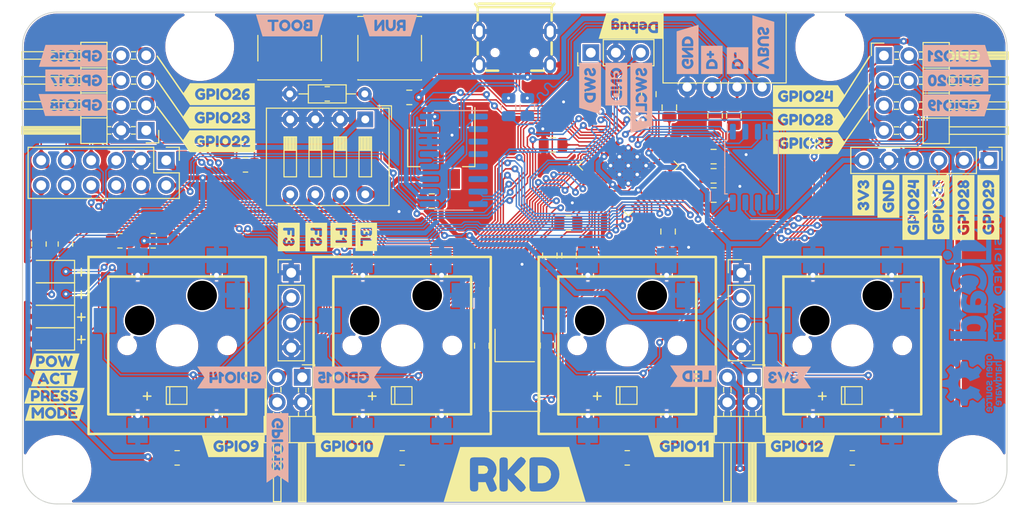
<source format=kicad_pcb>
(kicad_pcb (version 20211014) (generator pcbnew)
  (title_block (title "RKD-stand") (date "2023-01-30") (rev "57") (company "PCX-LK") (comment 1 "https://github.com/PCX-LK/RKD"))
  (layers (0 "F.Cu" signal) (31 "B.Cu" signal) (34 "B.Paste" user) (35 "F.Paste" user) (36 "B.SilkS" user "B.Silkscreen") (37 "F.SilkS" user "F.Silkscreen") (38 "B.Mask" user) (39 "F.Mask" user) (44 "Edge.Cuts" user))
  (net 0 "")
  (net 1 "GND")
  (net 2 "/XIN")
  (net 3 "Net-(C4-Pad2)")
  (net 4 "VBUS")
  (net 6 "Net-(D1-Pad2)")
  (net 7 "/K6-H")
  (net 8 "/K5-H")
  (net 9 "/RS1-H")
  (net 10 "/RB1-H")
  (net 11 "/RA1-H")
  (net 12 "/SEL-H")
  (net 13 "/RS2-H")
  (net 14 "/RB2-H")
  (net 15 "/RA2-H")
  (net 16 "/RP+")
  (net 17 "/L1")
  (net 18 "/K1")
  (net 19 "/L2")
  (net 20 "/K2")
  (net 21 "/L3")
  (net 22 "/K3")
  (net 23 "/L4")
  (net 24 "/K4")
  (net 25 "+3V3")
  (net 26 "/F3")
  (net 27 "/D-")
  (net 28 "/D+")
  (net 29 "/RP-")
  (net 30 "/RUN")
  (net 31 "Net-(U1-Pad2)")
  (net 32 "Net-(U1-Pad3)")
  (net 33 "Net-(U1-Pad5)")
  (net 34 "/F-CLK")
  (net 35 "Net-(U1-Pad7)")
  (net 36 "/TR-")
  (net 37 "/TR+")
  (net 38 "/F2")
  (net 39 "/F1")
  (net 40 "/SET")
  (net 41 "Net-(D2-Pad2)")
  (net 42 "Net-(D3-Pad2)")
  (net 43 "/XOUT")
  (net 44 "Net-(J13-Pad1)")
  (net 45 "Net-(J13-Pad3)")
  (net 46 "Net-(D4-Pad2)")
  (net 47 "/22")
  (net 48 "/ACT")
  (net 49 "Net-(R18-Pad1)")
  (net 50 "/DEF")
  (net 51 "/MODE")
  (net 52 "Net-(R15-Pad1)")
  (net 53 "/BOOT")
  (net 54 "/R+")
  (net 55 "/R-")
  (net 56 "/LED")
  (net 57 "/PRESS")
  (net 58 "+1V1")
  (net 59 "/23")
  (net 60 "/24")
  (net 61 "/25")
  (net 62 "/26")
  (net 63 "/27")
  (net 64 "/28")
  (net 65 "/29")
  (footprint "kibuzzard-6358CC12" (layer "F.Cu") (at 182.5752 56.863456 90)
    (fp_text reference "kibuzzard-6358CC12" hide)
    (fp_text value "G***" hide)
  )
  (footprint "kibuzzard-63A1C2D7" (layer "F.Cu") (at 136.995 84)
    (fp_text reference "kibuzzard-63A1C2D7" hide)
    (fp_text value "G***" hide)
  )
  (footprint "Capacitor_SMD:C_0805_2012Metric" (layer "F.Cu") (at 157.2006 51.689 180)
    (fp_text reference "C1" hide)
    (fp_text value "1u")
  )
  (footprint "foot:Key" (layer "F.Cu") (at 125.57 70.89)
    (fp_text reference "K2" hide)
    (fp_text value "Key")
  )
  (footprint "foot:HO" (layer "F.Cu") (at 105 40.5)
    (fp_text reference "H1" hide)
    (fp_text value "MountingHole")
  )
  (footprint "Resistor_SMD:R_0805_2012Metric" (layer "F.Cu") (at 142.4432 58.4454)
    (fp_text reference "R3" hide)
    (fp_text value "1k")
  )
  (footprint "Capacitor_SMD:C_0805_2012Metric" (layer "F.Cu") (at 144.5514 45.8216 180)
    (fp_text reference "C12" hide)
    (fp_text value "100n")
  )
  (footprint "Connector_PinHeader_2.54mm:PinHeader_2x02_P2.54mm_Horizontal" (layer "F.Cu") (at 115.415 74.13 -90)
    (fp_text reference "J2" hide)
    (fp_text value "Conn_02x02_Odd_Even")
  )
  (footprint "foot:XH-7mm" (layer "F.Cu") (at 159.5882 44.6024 180)
    (fp_text reference "J10" hide)
    (fp_text value "Conn_01x04_Male")
  )
  (footprint "Capacitor_SMD:C_0805_2012Metric" (layer "F.Cu") (at 148.336 44.9834 -90)
    (fp_text reference "C8" hide)
    (fp_text value "100n")
  )
  (footprint "foot:HO" (layer "F.Cu") (at 90.5 83.5)
    (fp_text reference "H3" hide)
    (fp_text value "MountingHole")
  )
  (footprint "Resistor_SMD:R_0805_2012Metric" (layer "F.Cu") (at 96.901 60.2488)
    (fp_text reference "R13" hide)
    (fp_text value "1k 0805")
  )
  (footprint "Button_Switch_SMD:SW_Push_1P1T_NO_6x6mm_H9.5mm" (layer "F.Cu") (at 114.14 40.664)
    (fp_text reference "SW3" hide)
    (fp_text value "SW_Push")
  )
  (footprint "kibuzzard-6379AEB5" (layer "F.Cu") (at 106.934 45.338906)
    (fp_text reference "kibuzzard-6379AEB5" hide)
    (fp_text value "G***" hide)
  )
  (footprint "Resistor_SMD:R_0805_2012Metric" (layer "F.Cu") (at 157.353 47.5488 -90)
    (fp_text reference "R1" hide)
    (fp_text value "27")
  )
  (footprint "Capacitor_SMD:C_0805_2012Metric" (layer "F.Cu") (at 152.5778 59.309 -90)
    (fp_text reference "C10" hide)
    (fp_text value "100n")
  )
  (footprint "Resistor_SMD:R_0805_2012Metric" (layer "F.Cu") (at 88.6714 60.579 90)
    (fp_text reference "R16" hide)
    (fp_text value "1k 0805")
  )
  (footprint "Capacitor_SMD:C_0805_2012Metric" (layer "F.Cu") (at 133.6548 70.9168 -90)
    (fp_text reference "C4" hide)
    (fp_text value "27p")
  )
  (footprint "foot:HO" (layer "F.Cu") (at 169 40.5)
    (fp_text reference "H2" hide)
    (fp_text value "MountingHole")
  )
  (footprint "Resistor_THT:R_Axial_DIN0204_L3.6mm_D1.6mm_P7.62mm_Horizontal" (layer "F.Cu") (at 121.7676 45.3136 180)
    (fp_text reference "R4" hide)
    (fp_text value "4.7k")
  )
  (footprint "kibuzzard-6379AEAF" (layer "F.Cu") (at 166.9034 50.3174)
    (fp_text reference "kibuzzard-6379AEAF" hide)
    (fp_text value "G***" hide)
  )
  (footprint "kibuzzard-6379AEAA" (layer "F.Cu") (at 166.9034 47.9298)
    (fp_text reference "kibuzzard-6379AEAA" hide)
    (fp_text value "G***" hide)
  )
  (footprint "kibuzzard-6379A323" (layer "F.Cu") (at 185.1152 56.845994 90)
    (fp_text reference "kibuzzard-6379A323" hide)
    (fp_text value "G***" hide)
  )
  (footprint "Capacitor_SMD:C_0805_2012Metric" (layer "F.Cu") (at 152.7048 46.6852 90)
    (fp_text reference "C9" hide)
    (fp_text value "100n")
  )
  (footprint "kibuzzard-6354ECDD" (layer "F.Cu") (at 90.25 77.75)
    (fp_text reference "kibuzzard-6354ECDD" hide)
    (fp_text value "G***" hide)
  )
  (footprint "foot:MICRO-USB-SMD_MICRO-4P-DIP-JB" (layer "F.Cu") (at 137 40.664 180)
    (fp_text reference "J1" hide)
    (fp_text value "USB_B_Micro")
  )
  (footprint "Package_TO_SOT_SMD:SOT-223-3_TabPin2" (layer "F.Cu") (at 129.54 50.8 -90)
    (fp_text reference "U4" hide)
    (fp_text value "AP1117-33")
  )
  (footprint "LOGO" (layer "F.Cu") (at 163.3728 54.5338)
    (fp_text reference "G***" hide)
    (fp_text value "LOGO" hide)
  )
  (footprint "Capacitor_SMD:C_0805_2012Metric" (layer "F.Cu") (at 157.2006 55.6006)
    (fp_text reference "C15" hide)
    (fp_text value "100n")
  )
  (footprint "Resistor_SMD:R_0805_2012Metric" (layer "F.Cu") (at 159.258 47.5488 90)
    (fp_text reference "R2" hide)
    (fp_text value "27")
  )
  (footprint "kibuzzard-6379AC21" (layer "F.Cu") (at 166.0144 81.1276)
    (fp_text reference "kibuzzard-6379AC21" hide)
    (fp_text value "G***" hide)
  )
  (footprint "Resistor_SMD:R_0805_2012Metric" (layer "F.Cu") (at 102.71 82.32)
    (fp_text reference "R5" hide)
    (fp_text value "27")
  )
  (footprint "Connector_PinHeader_2.54mm:PinHeader_2x04_P2.54mm_Horizontal" (layer "F.Cu") (at 99.568 49.022 180)
    (fp_text reference "J3" hide)
    (fp_text value "Conn_02x04_Odd_Even")
  )
  (footprint "foot:L1206" (layer "F.Cu") (at 90.01 70.382 180)
    (fp_text reference "D4" hide)
    (fp_text value "LED")
  )
  (footprint "Crystal:Crystal_SMD_3225-4Pin_3.2x2.5mm" (layer "F.Cu") (at 137 70.89)
    (fp_text reference "Y2" hide)
    (fp_text value "Crystal_GND24 12MHZ 3225")
  )
  (footprint "foot:L1206" (layer "F.Cu") (at 90.01 68.096 180)
    (fp_text reference "D2" hide)
    (fp_text value "LED")
  )
  (footprint "Capacitor_SMD:C_0805_2012Metric" (layer "F.Cu") (at 140.335 70.8914 90)
    (fp_text reference "C3" hide)
    (fp_text value "27p")
  )
  (footprint "kibuzzard-6358CBEF" (layer "F.Cu") (at 177.4952 56.859488 90)
    (fp_text reference "kibuzzard-6358CBEF" hide)
    (fp_text value "G***" hide)
  )
  (footprint "kibuzzard-635D2D2A" (layer "F.Cu") (at 114.046 59.86145 -90)
    (fp_text reference "kibuzzard-635D2D2A" hide)
    (fp_text value "G***" hide)
  )
  (footprint "Crystal:Crystal_SMD_HC49-SD" (layer "F.Cu") (at 137 70.89 90)
    (fp_text reference "Y1" hide)
    (fp_text value "Crystal 12MHZ HC49")
  )
  (footprint "Resistor_SMD:R_0805_2012Metric" (layer "F.Cu") (at 100.2792 60.2488 180)
    (fp_text reference "R14" hide)
    (fp_text value "1k 0805")
  )
  (footprint "kibuzzard-6354ECAF" (layer "F.Cu") (at 90.25 72.5)
    (fp_text reference "kibuzzard-6354ECAF" hide)
    (fp_text value "G***" hide)
  )
  (footprint "kibuzzard-6354ECBE" (layer "F.Cu") (at 90.25 74.25)
    (fp_text reference "kibuzzard-6354ECBE" hide)
    (fp_text value "G***" hide)
  )
  (footprint "Connector_PinHeader_2.54mm:PinHeader_2x06_P2.54mm_Vertical" (layer "F.Cu") (at 101.6 52.07 -90)
    (fp_text reference "J11" hide)
    (fp_text value "Conn_02x06_Odd_Even")
  )
  (footprint "Resistor_SMD:R_0805_2012Metric" (layer "F.Cu") (at 148.43 82.32)
    (fp_text reference "R7" hide)
    (fp_text value "27")
  )
  (footprint "foot:L1206" (layer "F.Cu") (at 90.01 65.81 180)
    (fp_text reference "D1" hide)
    (fp_text value "LED")
  )
  (footprint "foot:HO" (layer "F.Cu") (at 183.5 83.5)
    (fp_text reference "H4" hide)
    (fp_text value "MountingHole")
  )
  (footprint "kibuzzard-6358CBDF" (layer "F.Cu") (at 172.4152 55.617269 90)
    (fp_text reference "kibuzzard-6358CBDF" hide)
    (fp_text value "G***" hide)
  )
  (footprint "foot:L1206" (layer "F.Cu") (at 90.01 63.524 180)
    (fp_text reference "D3" hide)
    (fp_text value "LED")
  )
  (footprint "kibuzzard-635D2D4F" (layer "F.Cu") (at 119.38 59.69 -90)
    (fp_text reference "kibuzzard-635D2D4F" hide)
    (fp_text value "G***" hide)
  )
  (footprint "kibuzzard-6379AEA3" (layer "F.Cu") (at 166.9034 45.5422)
    (fp_text reference "kibuzzard-6379AEA3" hide)
    (fp_text value "G***" hide)
  )
  (footprint "Connector_PinHeader_2.54mm:PinHeader_1x04_P2.54mm_Vertical" (layer "F.Cu") (at 160.02 63.5)
    (fp_text reference "J15" hide)
    (fp_text value "Conn_01x04")
  )
  (footprint "Connector_PinHeader_2.54mm:PinHeader_1x04_P2.54mm_Vertical" (layer "F.Cu") (at 114.3 63.5)
    (fp_text reference "J14" hide)
    (fp_text value "Conn_01x04")
  )
  (footprint "Button_Switch_SMD:SW_Push_1P1T_NO_6x6mm_H9.5mm" (layer "F.Cu") (at 124.3 40.664)
    (fp_text reference "SW5" hide)
    (fp_text value "SW_Push")
  )
  (footprint "foot:Key" (layer "F.Cu") (at 171.29 70.89)
    (fp_text reference "K4" hide)
    (fp_text value "Key")
  )
  (footprint "kibuzzard-6379AEE6" (layer "F.Cu") (at 148.7932 38.4048 180)
    (fp_text reference "kibuzzard-6379AEE6" hide)
    (fp_text value "G***" hide)
  )
  (footprint "kibuzzard-6358CBD1" (layer "F.Cu") (at 174.9552 55.7276 90)
    (fp_text reference "kibuzzard-6358CBD1" hide)
    (fp_text value "G***" hide)
  )
  (footprint "Capacitor_SMD:C_0805_2012Metric" (layer "F.Cu") (at 150.622 45.339 90)
    (fp_text reference "C14" hide)
    (fp_text value "100n")
  )
  (footprint "Capacitor_SMD:C_0805_2012Metric" (layer "F.Cu") (at 142.5194 61.7474 90)
    (fp_text reference "C7" hide)
    (fp_text value "100n")
  )
  (footprint "kibuzzard-635D2D3A" (layer "F.Cu") (at 116.84 59.870181 -90)
    (fp_text reference "kibuzzard-635D2D3A" hide)
    (fp_text value "G***" hide)
  )
  (footprint "kibuzzard-635E2F9D" (layer "F.Cu") (at 90.25 76)
    (fp_text reference "kibuzzard-635E2F9D" hide)
    (fp_text value "G***" hide)
  )
  (footprint "kibuzzard-6358CC01" (layer "F.Cu") (at 180.0352 56.822181 90)
    (fp_text reference "kibuzzard-6358CC01" hide)
    (fp_text value "G***" hide)
  )
  (footprint "kibuzzard-6379AEB9" (layer "F.Cu") (at 106.934 47.7266)
    (fp_text reference "kibuzzard-6379AEB9" hide)
    (fp_text value "G***" hide)
  )
  (footprint "Capacitor_SMD:C_0805_2012Metric" (layer "F.Cu") (at 128.5748 56.2102 180)
    (fp_text reference "C6" hide)
    (fp_text value "10u")
  )
  (footprint "kibuzzard-6379ABEB" (layer "F.Cu") (at 108.3564 81.1276)
    (fp_text reference "kibuzzard-6379ABEB" hide)
    (fp_text value "G***" hide)
  )
  (footprint "Capacitor_SMD:C_0805_2012Metric" (layer "F.Cu") (at 126.2888 45.6692 180)
    (fp_text reference "C5" hide)
    (fp_text value "10u")
  )
  (footprint "foot:Key" (layer "F.Cu") (at 148.43 70.89)
    (fp_text reference "K3" hide)
    (fp_text value "Key")
  )
  (footprint "Connector_PinHeader_2.54mm:PinHeader_2x02_P2.54mm_Horizontal" (layer "F.Cu") (at 161.135 74.13 -90)
    (fp_text reference "J4" hide)
    (fp_text value "Conn_02x02_Odd_Even")
  )
  (footprint "kibuzzard-635D2D9C" (layer "F.Cu") (at 121.92 59.851925 -90)
    (fp_text reference "kibuzzard-635D2D9C" hide)
    (fp_text value "G***" hide)
  )
  (footprint "Resistor_SMD:R_0805_2012Metric" (layer "F.Cu") (at 117.9576 45.3136 180)
    (fp_text reference "R18" hide)
    (fp_text value "4.7k 0805")
  )
  (footprint "foot:RP2040-QFN-56" (layer "F.Cu") (at 148.5392 52.6034 -45)
    (fp_text reference "U2" hide)
    (fp_text value "RP2040")
  )
  (footprint "Capacitor_SMD:C_0805_2012Metric" (layer "F.Cu") (at 140.5636 61.7474 -90)
    (fp_text reference "C11" hide)
    (fp_text value "100n")
  )
  (footprint "Connector_PinHeader_2.54mm:PinHeader_1x06_P2.54mm_Vertical" (layer "F.Cu") (at 185.166 52.07 -90)
    (fp_text reference "J12" hide)
    (fp_text value "Conn_01x06")
  )
  (footprint "kibuzzard-6379ABBC" (layer "F.Cu") (at 120.2944 81.1276)
    (fp_text reference "kibuzzard-6379ABBC" hide)
    (fp_text value "G***" hide)
  )
  (footprint "Connector_PinHeader_2.54mm:PinHeader_2x04_P2.54mm_Horizontal" (layer "F.Cu") (at 174.498 41.422)
    (fp_text reference "J5" hide)
    (fp_text value "Conn_02x04_Odd_Even")
  )
  (footprint "Resistor_SMD:R_0805_2012Metric" (layer "F.Cu") (at 109.6518 52.5272)
    (fp_text reference "R15" hide)
    (fp_text value "1k")
  )
  (footprint "foot:Key" (layer "F.Cu") (at 102.71 70.89)
    (fp_text reference "K1" hide)
    (fp_text value "Key")
  )
  (footprint "Resistor_SMD:R_0805_2012Metric" (layer "F.Cu") (at 91.3638 60.579 90)
    (fp_text reference "R17" hide)
    (fp_text value "1k 0805")
  )
  (footprint "Button_Switch_THT:SW_DIP_SPSTx04_Slide_9.78x12.34mm_W7.62mm_P2.54mm" (layer "F.Cu") (at 121.8184 47.9044 -90)
    (fp_text reference "SW2" hide)
    (fp_text value "SW_DIP_x04")
  )
  (footprint "Resistor_SMD:R_0805_2012Metric" (layer "F.Cu") (at 171.29 82.32)
    (fp_text reference "R8" hide)
    (fp_text value "27")
  )
  (footprint "kibuzzard-6379AC10" (layer "F.Cu") (at 153.8732 81.1276)
    (fp_text reference "kibuzzard-6379AC10" hide)
    (fp_text value "G***" hide)
  )
  (footprint "kibuzzard-6379AEBD" (layer "F.Cu") (at 106.934093 50.125665)
    (fp_text reference "kibuzzard-6379AEBD" hide)
    (fp_text value "G***" hide)
  )
  (footprint "Resistor_SMD:R_0805_2012Metric" (layer "F.Cu") (at 125.57 82.32)
    (fp_text reference "R6" hide)
    (fp_text value "27")
  )
  (footprint "Capacitor_SMD:C_0805_2012Metric" (layer "F.Cu") (at 157.2006 53.6448)
    (fp_text reference "C2" hide)
    (fp_text value "1u")
  )
  (footprint "Capacitor_SMD:C_0805_2012Metric" (layer "F.Cu") (at 140.8938 50.4952 180)
    (fp_text reference "C13" hide)
    (fp_text value "100n")
  )
  (footprint "Connector_PinHeader_2.54mm:PinHeader_1x03_P2.54mm_Vertical" (layer "F.Cu") (at 144.7292 41.1226 90)
    (fp_text reference "J13" hide)
    (fp_text value "Conn_01x03")
  )
  (footprint "kibuzzard-6354F197" (layer "B.Cu") (at 181.78545 43.942 180)
    (fp_text reference "kibuzzard-6354F197" hide)
    (fp_text value "G***" hide)
  )
  (footprint "kibuzzard-6379AD65" (layer "B.Cu") (at 154.559 40.790376 90)
    (fp_text reference "kibuzzard-6379AD65" hide)
    (fp_text value "G***" hide)
  )
  (footprint "kibuzzard-635D2DDA" (layer "B.Cu") (at 124.333 38.354 180)
    (fp_text reference "kibuzzard-635D2DDA" hide)
    (fp_text value "G***" hide)
  )
  (footprint "kibuzzard-6379AD90" (layer "B.Cu") (at 181.948288 41.446 180)
    (fp_text reference "kibuzzard-6379AD90" hide)
    (fp_text value "G***" hide)
  )
  (footprint "Symbol:OSHW-Logo_5.7x6mm_Copper" (layer "B.Cu") (at 183.447909 74.7522 -90)
    (fp_text reference "REF**" hide)
    (fp_text value "OSHW-Logo_5.7x6mm_Copper" hide)
  )
  (footprint "kibuzzard-6379AD2A" (layer "B.Cu") (at 147.32 44.323595 -90)
    (fp_text reference "kibuzzard-6379AD2A" hide)
    (fp_text value "G***" hide)
  )
  (footprint "kibuzzard-6379AD17" (layer "B.Cu") (at 92.130206 41.442 180)
    (fp_text reference "kibuzzard-6379AD17" hide)
    (fp_text value "G***" hide)
  )
  (footprint "kibuzzard-6354F005" (layer "B.Cu") (at 92.456 43.942 180)
    (fp_text reference "kibuzzard-6354F005" hide)
    (fp_text value "G***" hide)
  )
  (footprint "Package_SO:SOIC-8_5.23x5.23mm_P1.27mm" (layer "B.Cu") (at 161.0614 52.7558 -90)
    (fp_text reference "U1" hide)
    (fp_text value "W25Q32JV")
  )
  (footprint "kibuzzard-6379B2D8" (layer "B.Cu") (at 164.6682 74.1426 180)
    (fp_text reference "kibuzzard-6379B2D8" hide)
    (fp_text value "G***" hide)
  )
  (footprint "Symbol:KiCad-Logo2_5mm_Copper" (layer "B.Cu") (at 183.4642 64.0588 -90)
    (fp_text reference "REF**" hide)
    (fp_text value "KiCad-Logo2_5mm_Copper" hide)
  )
  (footprint "kibuzzard-6379B2A2" (layer "B.Cu") (at 108.2548 74.1426 180)
    (fp_text reference "kibuzzard-6379B2A2" hide)
    (fp_text value "G***" hide)
  )
  (footprint "kibuzzard-6379B29B" (layer "B.Cu") (at 119.9896 74.1426 180)
    (fp_text reference "kibuzzard-6379B29B" hide)
    (fp_text value "G***" hide)
  )
  (footprint "kibuzzard-6379B2D0" (layer "B.Cu") (at 155.1432 74.0156 180)
    (fp_text reference "kibuzzard-6379B2D0" hide)
    (fp_text value "G***" hide)
  )
  (footprint "kibuzzard-635D2E8C" (layer "B.Cu") (at 149.86 45.72 -90)
    (fp_text reference "kibuzzard-635D2E8C" hide)
    (fp_text value "G***" hide)
  )
  (footprint "kibuzzard-6379AD71" (layer "B.Cu") (at 162.25 40.305951 90)
    (fp_text reference "kibuzzard-6379AD71" hide)
    (fp_text value "G***" hide)
  )
  (footprint "kibuzzard-6354F0CA" (layer "B.Cu") (at 157.0228 41.856025 90)
    (fp_text reference "kibuzzard-6354F0CA" hide)
    (fp_text value "G***" hide)
  )
  (footprint "Package_SO:SOIC-16_3.9x9.9mm_P1.27mm" (layer "B.Cu") (at 130.81 52.07 180)
    (fp_text reference "U3" hide)
    (fp_text value "CH9329")
  )
  (footprint "kibuzzard-6379AD8B" (layer "B.Cu") (at 181.9213 46.482 180)
    (fp_text reference "kibuzzard-6379AD8B" hide)
    (fp_text value "G***" hide)
  )
  (footprint "kibuzzard-6354F0BA" (layer "B.Cu") (at 159.639 41.930638 90)
    (fp_text reference "kibuzzard-6354F0BA" hide)
    (fp_text value "G***" hide)
  )
  (footprint "kibuzzard-635D2E5E" (layer "B.Cu") (at 144.653 44.774644 -90)
    (fp_text reference "kibuzzard-635D2E5E" hide)
    (fp_text value "G***" hide)
  )
  (footprint "kibuzzard-6379B2B1" (layer "B.Cu") (at 112.903 81.3054 -90)
    (fp_text reference "kibuzzard-6379B2B1" hide)
    (fp_text value "G***" hide)
  )
  (footprint "kibuzzard-6379AD0A" (layer "B.Cu") (at 92.112029 46.442 180)
    (fp_text reference "kibuzzard-6379AD0A" hide)
    (fp_text value "G***" hide)
  )
  (footprint "kibuzzard-635D2DF8" (layer "B.Cu") (at 114.173 38.354 180)
    (fp_text reference "kibuzzard-635D2DF8" hide)
    (fp_text value "G***" hide)
  )
  (footprint "Resistor_SMD:R_0805_2012Metric" (layer "B.Cu") (at 136.3726 46.6598 -90)
    (fp_text reference "R12" hide)
    (fp_text value "0")
  )
  (footprint "Resistor_SMD:R_0805_2012Metric" (layer "B.Cu") (at 138.2776 46.6598 -90)
    (fp_text reference "R9" hide)
    (fp_text value "0")
  )
  (gr_line (start 170.434 50.3428) (end 173.0756 46.5836) (layer "F.SilkS") (width 0.15))
  (gr_line (start 100.6856 43.942) (end 103.3272 47.7266) (layer "F.SilkS") (width 0.15))
  (gr_line (start 103.3018 50.1142) (end 100.6602 46.609) (layer "F.SilkS") (width 0.15))
  (gr_line (start 103.3526 45.339) (end 100.6856 41.4782) (layer "F.SilkS") (width 0.15))
  (gr_line (start 173.0502 41.5036) (end 170.434 45.6184) (layer "F.SilkS") (width 0.15))
  (gr_line (start 170.4848 47.9552) (end 173.1772 44.0436) (layer "F.SilkS") (width 0.15))
  (gr_arc (start 87 40.5) (mid 88.025126 38.025126) (end 90.5 37) (layer "Edge.Cuts") (width 0.1))
  (gr_line (start 183.5 37) (end 90.5 37) (layer "Edge.Cuts") (width 0.1))
  (gr_arc (start 187 83.5) (mid 185.974874 85.974874) (end 183.5 87) (layer "Edge.Cuts") (width 0.1))
  (gr_line (start 183.5 87) (end 90.5 87) (layer "Edge.Cuts") (width 0.1))
  (gr_line (start 187 83.5) (end 187 40.5) (layer "Edge.Cuts") (width 0.1))
  (gr_arc (start 183.5 37) (mid 185.974874 38.025126) (end 187 40.5) (layer "Edge.Cuts") (width 0.1))
  (gr_line (start 87 40.5) (end 87 83.5) (layer "Edge.Cuts") (width 0.1))
  (gr_arc (start 90.5 87) (mid 88.025126 85.974874) (end 87 83.5) (layer "Edge.Cuts") (width 0.1))
  (segment (start 140.335 71.8414) (end 140.2336 71.74) (width 0.15) (layer "F.Cu") (net 1))
  (segment (start 145.401414 54.326973) (end 143.340387 56.388) (width 0.15) (layer "F.Cu") (net 1))
  (segment (start 143.340387 56.388) (end 142.8496 56.388) (width 0.15) (layer "F.Cu") (net 1))
  (via (at 160.5026 51.4858) (size 0.7) (drill 0.3) (layers "F.Cu" "B.Cu") (net 1))
  (via (at 154.6606 60.9092) (size 0.7) (drill 0.3) (layers "F.Cu" "B.Cu") (net 1))
  (via (at 137.7442 62.6364) (size 0.7) (drill 0.3) (layers "F.Cu" "B.Cu") (net 1))
  (via (at 141.9606 46.1264) (size 0.7) (drill 0.3) (layers "F.Cu" "B.Cu") (net 1))
  (via (at 159.8676 54.7116) (size 0.7) (drill 0.3) (layers "F.Cu" "B.Cu") (net 1))
  (via (at 130.6322 49.5046) (size 0.7) (drill 0.3) (layers "F.Cu" "B.Cu") (net 1))
  (via (at 142.8496 56.388) (size 0.7) (drill 0.3) (layers "F.Cu" "B.Cu") (net 1))
  (via (at 139.8524 48.8696) (size 0.7) (drill 0.3) (layers "F.Cu" "B.Cu") (net 1))
  (via (at 125.2474 57.277) (size 0.7) (drill 0.3) (layers "F.Cu" "B.Cu") (net 1))
  (segment (start 137 66.64) (end 137.5197 66.1203) (width 0.15) (layer "F.Cu") (net 2))
  (segment (start 142.788471 57.5056) (end 145.684256 54.609815) (width 0.15) (layer "F.Cu") (net 2))
  (segment (start 140.335 69.9414) (end 140.2364 70.04) (width 0.15) (layer "F.Cu") (net 2))
  (segment (start 137.668 67.308) (end 137 66.64) (width 0.15) (layer "F.Cu") (net 2))
  (segment (start 141.118775 57.5056) (end 142.788471 57.5056) (width 0.15) (layer "F.Cu") (net 2))
  (segment (start 140.8162 58.768162) (end 140.8162 57.808175) (width 0.15) (layer "F.Cu") (net 2))
  (segment (start 140.8162 57.808175) (end 141.118775 57.5056) (width 0.15) (layer "F.Cu") (net 2))
  (segment (start 137.5197 66.1203) (end 138.2735 66.1203) (width 0.15) (layer "F.Cu") (net 2))
  (segment (start 138.2735 66.1203) (end 138.6102 65.7836) (width 0.15) (layer "F.Cu") (net 2))
  (segment (start 138.1 70.04) (end 137.668 69.608) (width 0.15) (layer "F.Cu") (net 2))
  (segment (start 140.2364 70.04) (end 138.1 70.04) (width 0.15) (layer "F.Cu") (net 2))
  (segment (start 137.668 69.608) (end 137.668 67.308) (width 0.15) (layer "F.Cu") (net 2))
  (segment (start 138.6102 65.7836) (end 138.6102 60.974162) (width 0.15) (layer "F.Cu") (net 2))
  (segment (start 138.6102 60.974162) (end 140.8162 58.768162) (width 0.15) (layer "F.Cu") (net 2))
  (segment (start 137 75.14) (end 136.2964 74.4364) (width 0.15) (layer "F.Cu") (net 3))
  (segment (start 133.6548 71.8668) (end 133.7816 71.74) (width 0.15) (layer "F.Cu") (net 3))
  (segment (start 139.9218 75.14) (end 141.262 73.7998) (width 0.15) (layer "F.Cu") (net 3))
  (segment (start 136.2964 74.4364) (end 136.2964 72.1364) (width 0.15) (layer "F.Cu") (net 3))
  (segment (start 138.8872 61.0889) (end 141.5307 58.4454) (width 0.15) (layer "F.Cu") (net 3))
  (segment (start 133.7816 71.74) (end 135.9 71.74) (width 0.15) (layer "F.Cu") (net 3))
  (segment (start 136.2964 72.1364) (end 135.9 71.74) (width 0.15) (layer "F.Cu") (net 3))
  (segment (start 138.8872 67.129375) (end 138.8872 61.0889) (width 0.15) (layer "F.Cu") (net 3))
  (segment (start 141.262 69.504175) (end 138.8872 67.129375) (width 0.15) (layer "F.Cu") (net 3))
  (segment (start 137 75.14) (end 139.9218 75.14) (width 0.15) (layer "F.Cu") (net 3))
  (segment (start 141.262 73.7998) (end 141.262 69.504175) (width 0.15) (layer "F.Cu") (net 3))
  (segment (start 127.2388 45.6692) (end 127.2388 47.6488) (width 0.5) (layer "F.Cu") (net 4))
  (segment (start 127.2388 47.6488) (end 127.24 47.65) (width 0.5) (layer "F.Cu") (net 4))
  (segment (start 138.3 42.064) (end 138.3 43.6148) (width 0.5) (layer "F.Cu") (net 4))
  (segment (start 127.2464 45.6616) (end 127.2388 45.6692) (width 0.5) (layer "F.Cu") (net 4))
  (segment (start 127.3404 45.5676) (end 127.2464 45.6616) (width 0.5) (layer "F.Cu") (net 4))
  (via (at 138.3 43.6148) (size 0.7) (drill 0.3) (layers "F.Cu" "B.Cu") (net 4))
  (via (at 127.2464 45.6616) (size 0.7) (drill 0.3) (layers "F.Cu" "B.Cu") (net 4))
  (segment (start 143.9418 37.6682) (end 141.986 39.624) (width 0.5) (layer "B.Cu") (net 4))
  (segment (start 138.3 43.6148) (end 129.2932 43.6148) (width 0.5) (layer "B.Cu") (net 4))
  (segment (start 141.986 43.053) (end 141.4242 43.6148) (width 0.5) (layer "B.Cu") (net 4))
  (segment (start 141.986 39.624) (end 141.986 43.053) (width 0.5) (layer "B.Cu") (net 4))
  (segment (start 129.2932 43.6148) (end 127.2464 45.6616) (width 0.5) (layer "B.Cu") (net 4))
  (segment (start 155.193811 37.6682) (end 143.9418 37.6682) (width 0.5) (layer "B.Cu") (net 4))
  (segment (start 141.4242 43.6148) (end 138.3 43.6148) (width 0.5) (layer "B.Cu") (net 4))
  (segment (start 162.134467 44.608856) (end 155.193811 37.6682) (width 0.5) (layer "B.Cu") (net 4))
  (segment (start 101.1936 60.2507) (end 101.1936 63.246) (width 0.15) (layer "F.Cu") (net 6))
  (segment (start 101.1917 60.2488) (end 101.1936 60.2507) (width 0.15) (layer "F.Cu") (net 6))
  (segment (start 97.617178 64.4652) (end 96.119581 62.967603) (width 0.15) (layer "F.Cu") (net 6))
  (segment (start 99.9744 64.4652) (end 97.617178 64.4652) (width 0.15) (layer "F.Cu") (net 6))
  (segment (start 101.1936 63.246) (end 99.9744 64.4652) (width 0.15) (layer "F.Cu") (net 6))
  (via (at 91.404 65.66) (size 0.7) (drill 0.3) (layers "F.Cu" "B.Cu") (net 6))
  (via (at 96.119581 62.967603) (size 0.7) (drill 0.3) (layers "F.Cu" "B.Cu") (net 6))
  (segment (start 91.404 65.66) (end 93.427184 65.66) (width 0.15) (layer "B.Cu") (net 6))
  (segment (start 93.427184 65.66) (end 96.119581 62.967603) (width 0.15) (layer "B.Cu") (net 6))
  (segment (start 139.676035 55.413763) (end 138.8014 56.288398) (width 0.15) (layer "F.Cu") (net 7))
  (segment (start 143.993476 54.5036) (end 144.659101 54.5036) (width 0.15) (layer "F.Cu") (net 7))
  (segment (start 144.659101 54.5036) (end 145.118571 54.04413) (width 0.15) (layer "F.Cu") (net 7))
  (segment (start 138.8014 56.288398) (end 138.8014 57.482986) (width 0.15) (layer "F.Cu") (net 7))
  (segment (start 143.918039 54.579037) (end 143.993476 54.5036) (width 0.15) (layer "F.Cu") (net 7))
  (segment (start 115.415 72.418) (end 115.415 74.13) (width 0.15) (layer "F.Cu") (net 7))
  (segment (start 118.1862 69.6468) (end 115.415 72.418) (width 0.15) (layer "F.Cu") (net 7))
  (segment (start 118.1862 65.807476) (end 118.1862 69.6468) (width 0.15) (layer "F.Cu") (net 7))
  (segment (start 121.484276 62.5094) (end 118.1862 65.807476) (width 0.15) (layer "F.Cu") (net 7))
  (segment (start 140.957623 53.919025) (end 139.676035 55.200613) (width 0.15) (layer "F.Cu") (net 7))
  (segment (start 133.774986 62.5094) (end 121.484276 62.5094) (width 0.15) (layer "F.Cu") (net 7))
  (segment (start 143.918039 54.967239) (end 143.918039 54.579037) (width 0.15) (layer "F.Cu") (net 7))
  (segment (start 140.957623 53.530823) (end 140.957623 53.919025) (width 0.15) (layer "F.Cu") (net 7))
  (segment (start 138.8014 57.482986) (end 133.774986 62.5094) (width 0.15) (layer "F.Cu") (net 7))
  (segment (start 139.676035 55.200613) (end 139.676035 55.413763) (width 0.15) (layer "F.Cu") (net 7))
  (via (at 143.918039 54.967239) (size 0.7) (drill 0.3) (layers "F.Cu" "B.Cu") (net 7))
  (via (at 140.957623 53.530823) (size 0.7) (drill 0.3) (layers "F.Cu" "B.Cu") (net 7))
  (segment (start 140.996046 53.4924) (end 140.957623 53.530823) (width 0.15) (layer "B.Cu") (net 7))
  (segment (start 143.918039 54.967239) (end 142.4432 53.4924) (width 0.15) (layer "B.Cu") (net 7))
  (segment (start 142.4432 53.4924) (end 140.996046 53.4924) (width 0.15) (layer "B.Cu") (net 7))
  (segment (start 121.369538 62.2324) (end 117.9092 65.692738) (width 0.15) (layer "F.Cu") (net 8))
  (segment (start 140.177329 54.307581) (end 139.399035 55.085875) (width 0.15) (layer "F.Cu") (net 8))
  (segment (start 139.399035 55.085875) (end 139.399035 55.299025) (width 0.15) (layer "F.Cu") (net 8))
  (segment (start 138.5244 57.368248) (end 133.660248 62.2324) (width 0.15) (layer "F.Cu") (net 8))
  (segment (start 117.9092 65.692738) (end 117.9092 69.532062) (width 0.15) (layer "F.Cu") (net 8))
  (segment (start 144.370415 54.2266) (end 144.835728 53.761287) (width 0.15) (layer "F.Cu") (net 8))
  (segment (start 139.399035 55.299025) (end 138.5244 56.17366) (width 0.15) (layer "F.Cu") (net 8))
  (segment (start 143.172773 54.932565) (end 143.878738 54.2266) (width 0.15) (layer "F.Cu") (net 8))
  (segment (start 143.878738 54.2266) (end 144.370415 54.2266) (width 0.15) (layer "F.Cu") (net 8))
  (segment (start 133.660248 62.2324) (end 121.369538 62.2324) (width 0.15) (layer "F.Cu") (net 8))
  (segment (start 117.9092 69.532062) (end 113.311262 74.13) (width 0.15) (layer "F.Cu") (net 8))
  (segment (start 143.172773 55.324569) (end 143.172773 54.932565) (width 0.15) (layer "F.Cu") (net 8))
  (segment (start 113.311262 74.13) (end 112.875 74.13) (width 0.15) (layer "F.Cu") (net 8))
  (segment (start 138.5244 56.17366) (end 138.5244 57.368248) (width 0.15) (layer "F.Cu") (net 8))
  (segment (start 140.177329 53.919379) (end 140.177329 54.307581) (width 0.15) (layer "F.Cu") (net 8))
  (via (at 143.172773 55.324569) (size 0.7) (drill 0.3) (layers "F.Cu" "B.Cu") (net 8))
  (via (at 140.177329 53.919379) (size 0.7) (drill 0.3) (layers "F.Cu" "B.Cu") (net 8))
  (segment (start 140.340773 54.082823) (end 140.177329 53.919379) (width 0.15) (layer "B.Cu") (net 8))
  (segment (start 143.172773 55.263373) (end 141.992223 54.082823) (width 0.15) (layer "B.Cu") (net 8))
  (segment (start 143.172773 55.324569) (end 143.172773 55.263373) (width 0.15) (layer "B.Cu") (net 8))
  (segment (start 141.992223 54.082823) (end 140.340773 54.082823) (width 0.15) (layer "B.Cu") (net 8))
  (segment (start 106.876446 52.324) (end 104.849246 50.2968) (width 0.15) (layer "F.Cu") (net 9))
  (segment (start 104.849246 50.2968) (end 96.012876 50.2968) (width 0.15) (layer "F.Cu") (net 9))
  (segment (start 95.55 47.96) (end 97.028 46.482) (width 0.15) (layer "F.Cu") (net 9))
  (segment (start 149.131402 56.872557) (end 149.131402 57.406096) (width 0.15) (layer "F.Cu") (net 9))
  (segment (start 95.55 49.833924) (end 95.55 47.96) (width 0.15) (layer "F.Cu") (net 9))
  (segment (start 96.012876 50.2968) (end 95.55 49.833924) (width 0.15) (layer "F.Cu") (net 9))
  (segment (start 149.131402 57.406096) (end 148.498498 58.039) (width 0.15) (layer "F.Cu") (net 9))
  (segment (start 106.9086 52.324) (end 106.876446 52.324) (width 0.15) (layer "F.Cu") (net 9))
  (via (at 106.9086 52.324) (size 0.7) (drill 0.3) (layers "F.Cu" "B.Cu") (net 9))
  (via (at 148.498498 58.039) (size 0.7) (drill 0.3) (layers "F.Cu" "B.Cu") (net 9))
  (segment (start 131.578948 58.6021) (end 129.412078 58.6021) (width 0.15) (layer "B.Cu") (net 9))
  (segment (start 133.287811 58.3256) (end 131.855448 58.3256) (width 0.15) (layer "B.Cu") (net 9))
  (segment (start 148.498498 58.039) (end 147.214462 58.039) (width 0.15) (layer "B.Cu") (net 9))
  (segment (start 131.855448 58.3256) (end 131.578948 58.6021) (width 0.15) (layer "B.Cu") (net 9))
  (segment (start 106.9086 52.962048) (end 106.9086 52.324) (width 0.15) (layer "B.Cu") (net 9))
  (segment (start 147.214462 58.039) (end 146.650863 58.6026) (width 0.15) (layer "B.Cu") (net 9))
  (segment (start 146.650863 58.6026) (end 133.564812 58.6026) (width 0.15) (layer "B.Cu") (net 9))
  (segment (start 133.564812 58.6026) (end 133.287811 58.3256) (width 0.15) (layer "B.Cu") (net 9))
  (segment (start 113.869952 59.9234) (end 106.9086 52.962048) (width 0.15) (layer "B.Cu") (net 9))
  (segment (start 128.090778 59.9234) (end 113.869952 59.9234) (width 0.15) (layer "B.Cu") (net 9))
  (segment (start 129.412078 58.6021) (end 128.090778 59.9234) (width 0.15) (layer "B.Cu") (net 9))
  (segment (start 95.898138 50.5738) (end 95.273 49.948662) (width 0.15) (layer "F.Cu") (net 10))
  (segment (start 95.273 45.697) (end 97.028 43.942) (width 0.15) (layer "F.Cu") (net 10))
  (segment (start 147.961487 58.705109) (end 147.946998 58.69062) (width 0.15) (layer "F.Cu") (net 10))
  (segment (start 106.0704 52.2986) (end 104.3456 50.5738) (width 0.15) (layer "F.Cu") (net 10))
  (segment (start 147.946998 58.69062) (end 147.946998 56.872557) (width 0.15) (layer "F.Cu") (net 10))
  (segment (start 104.3456 50.5738) (end 95.898138 50.5738) (width 0.15) (layer "F.Cu") (net 10))
  (segment (start 95.273 49.948662) (end 95.273 45.697) (width 0.15) (layer "F.Cu") (net 10))
  (via (at 147.961487 58.705109) (size 0.7) (drill 0.3) (layers "F.Cu" "B.Cu") (net 10))
  (via (at 106.0704 52.2986) (size 0.7) (drill 0.3) (layers "F.Cu" "B.Cu") (net 10))
  (segment (start 113.755214 60.2004) (end 106.0704 52.515586) (width 0.15) (layer "B.Cu") (net 10))
  (segment (start 147.860978 58.6046) (end 147.0406 58.6046) (width 0.15) (layer "B.Cu") (net 10))
  (segment (start 128.205515 60.2004) (end 113.755214 60.2004) (width 0.15) (layer "B.Cu") (net 10))
  (segment (start 133.450075 58.8796) (end 133.173074 58.6026) (width 0.15) (layer "B.Cu") (net 10))
  (segment (start 131.970186 58.6026) (end 131.693686 58.8791) (width 0.15) (layer "B.Cu") (net 10))
  (segment (start 129.526816 58.8791) (end 128.205515 60.2004) (width 0.15) (layer "B.Cu") (net 10))
  (segment (start 106.0704 52.515586) (end 106.0704 52.2986) (width 0.15) (layer "B.Cu") (net 10))
  (segment (start 131.693686 58.8791) (end 129.526816 58.8791) (width 0.15) (layer "B.Cu") (net 10))
  (segment (start 147.0406 58.6046) (end 146.7656 58.8796) (width 0.15) (layer "B.Cu") (net 10))
  (segment (start 147.961487 58.705109) (end 147.860978 58.6046) (width 0.15) (layer "B.Cu") (net 10))
  (segment (start 146.7656 58.8796) (end 133.450075 58.8796) (width 0.15) (layer "B.Cu") (net 10))
  (segment (start 133.173074 58.6026) (end 131.970186 58.6026) (width 0.15) (layer "B.Cu") (net 10))
  (segment (start 105.2068 52.2732) (end 103.7844 50.8508) (width 0.15) (layer "F.Cu") (net 11))
  (segment (start 147.385639 56.86823) (end 147.385639 59.040161) (width 0.15) (layer "F.Cu") (net 11))
  (segment (start 147.664155 56.589714) (end 147.385639 56.86823) (width 0.15) (layer "F.Cu") (net 11))
  (segment (start 95.7834 50.8508) (end 94.996 50.0634) (width 0.15) (layer "F.Cu") (net 11))
  (segment (start 94.996 50.0634) (end 94.996 43.434) (width 0.15) (layer "F.Cu") (net 11))
  (segment (start 94.996 43.434) (end 97.028 41.402) (width 0.15) (layer "F.Cu") (net 11))
  (segment (start 147.385639 59.040161) (end 147.2692 59.1566) (width 0.15) (layer "F.Cu") (net 11))
  (segment (start 103.7844 50.8508) (end 95.7834 50.8508) (width 0.15) (layer "F.Cu") (net 11))
  (via (at 147.2692 59.1566) (size 0.7) (drill 0.3) (layers "F.Cu" "B.Cu") (net 11))
  (via (at 105.2068 52.2732) (size 0.7) (drill 0.3) (layers "F.Cu" "B.Cu") (net 11))
  (segment (start 113.640477 60.4774) (end 106.013676 52.8506) (width 0.15) (layer "B.Cu") (net 11))
  (segment (start 131.808424 59.1561) (end 129.641554 59.1561) (width 0.15) (layer "B.Cu") (net 11))
  (segment (start 105.841754 52.8506) (end 105.5184 52.527246) (width 0.15) (layer "B.Cu") (net 11))
  (segment (start 133.335338 59.1566) (end 133.058337 58.8796) (width 0.15) (layer "B.Cu") (net 11))
  (segment (start 128.320252 60.4774) (end 113.640477 60.4774) (width 0.15) (layer "B.Cu") (net 11))
  (segment (start 129.641554 59.1561) (end 128.320252 60.4774) (width 0.15) (layer "B.Cu") (net 11))
  (segment (start 146.880337 59.1566) (end 133.335338 59.1566) (width 0.15) (layer "B.Cu") (net 11))
  (segment (start 147.074769 58.962169) (end 146.880337 59.1566) (width 0.15) (layer "B.Cu") (net 11))
  (segment (start 132.084924 58.8796) (end 131.808424 59.1561) (width 0.15) (layer "B.Cu") (net 11))
  (segment (start 106.013676 52.8506) (end 105.841754 52.8506) (width 0.15) (layer "B.Cu") (net 11))
  (segment (start 133.058337 58.8796) (end 132.084924 58.8796) (width 0.15) (layer "B.Cu") (net 11))
  (segment (start 105.5184 52.527246) (end 105.5184 52.2732) (width 0.15) (layer "B.Cu") (net 11))
  (segment (start 147.2692 59.1566) (end 147.074769 58.962169) (width 0.15) (layer "B.Cu") (net 11))
  (segment (start 105.5184 52.2732) (end 105.2068 52.2732) (width 0.15) (layer "B.Cu") (net 11))
  (segment (start 117.6322 69.417324) (end 114.227724 72.8218) (width 0.15) (layer "F.Cu") (net 12))
  (segment (start 139.122035 55.184287) (end 138.2474 56.058922) (width 0.15) (layer "F.Cu") (net 12))
  (segment (start 111.5314 75.3264) (end 112.875 76.67) (width 0.15) (layer "F.Cu") (net 12))
  (segment (start 133.54551 61.9554) (end 121.2548 61.9554) (width 0.15) (layer "F.Cu") (net 12))
  (segment (start 138.2474 57.25351) (end 133.54551 61.9554) (width 0.15) (layer "F.Cu") (net 12))
  (segment (start 144.081731 53.9496) (end 144.552886 53.478445) (width 0.15) (layer "F.Cu") (net 12))
  (segment (start 111.5314 73.985847) (end 111.5314 75.3264) (width 0.15) (layer "F.Cu") (net 12))
  (segment (start 121.2548 61.9554) (end 117.6322 65.578) (width 0.15) (layer "F.Cu") (net 12))
  (segment (start 139.397035 54.696137) (end 139.122035 54.971137) (width 0.15) (layer "F.Cu") (net 12))
  (segment (start 112.695447 72.8218) (end 111.5314 73.985847) (width 0.15) (layer "F.Cu") (net 12))
  (segment (start 143.2814 53.9496) (end 144.081731 53.9496) (width 0.15) (layer "F.Cu") (net 12))
  (segment (start 139.397035 54.307935) (end 139.397035 54.696137) (width 0.15) (layer "F.Cu") (net 12))
  (segment (start 117.6322 65.578) (end 117.6322 69.417324) (width 0.15) (layer "F.Cu") (net 12))
  (segment (start 142.113 55.118) (end 143.2814 53.9496) (width 0.15) (layer "F.Cu") (net 12))
  (segment (start 139.122035 54.971137) (end 139.122035 55.184287) (width 0.15) (layer "F.Cu") (net 12))
  (segment (start 114.227724 72.8218) (end 112.695447 72.8218) (width 0.15) (layer "F.Cu") (net 12))
  (segment (start 138.2474 56.058922) (end 138.2474 57.25351) (width 0.15) (layer "F.Cu") (net 12))
  (via (at 142.113 55.118) (size 0.7) (drill 0.3) (layers "F.Cu" "B.Cu") (net 12))
  (via (at 139.397035 54.307935) (size 0.7) (drill 0.3) (layers "F.Cu" "B.Cu") (net 12))
  (segment (start 139.948683 54.471379) (end 139.785239 54.307935) (width 0.15) (layer "B.Cu") (net 12))
  (segment (start 141.466379 54.471379) (end 139.948683 54.471379) (width 0.15) (layer "B.Cu") (net 12))
  (segment (start 142.113 55.118) (end 141.466379 54.471379) (width 0.15) (layer "B.Cu") (net 12))
  (segment (start 139.785239 54.307935) (end 139.397035 54.307935) (width 0.15) (layer "B.Cu") (net 12))
  (segment (start 150.4418 56.485899) (end 150.4418 59.996324) (width 0.15) (layer "F.Cu") (net 13))
  (segment (start 150.4418 59.996324) (end 151.906676 61.4612) (width 0.15) (layer "F.Cu") (net 13))
  (segment (start 167.41658 57.428144) (end 167.41658 51.689107) (width 0.15) (layer "F.Cu") (net 13))
  (segment (start 163.383524 61.4612) (end 167.41658 57.428144) (width 0.15) (layer "F.Cu") (net 13))
  (segment (start 151.906676 61.4612) (end 163.383524 61.4612) (width 0.15) (layer "F.Cu") (net 13))
  (segment (start 149.97993 56.024029) (end 150.4418 56.485899) (width 0.15) (layer "F.Cu") (net 13))
  (via (at 167.41658 51.689107) (size 0.7) (drill 0.3) (layers "F.Cu" "B.Cu") (net 13))
  (segment (start 168.437487 50.6682) (end 167.41658 51.689107) (width 0.15) (layer "B.Cu") (net 13))
  (segment (start 176.8856 50.6682) (end 168.437487 50.6682) (width 0.15) (layer "B.Cu") (net 13))
  (segment (start 178.7374 49.782475) (end 177.851675 50.6682) (width 0.15) (layer "B.Cu") (net 13))
  (segment (start 177.851675 50.6682) (end 176.8856 50.6682) (width 0.15) (layer "B.Cu") (net 13))
  (segment (start 178.7374 43.1214) (end 178.7374 46.3042) (width 0.15) (layer "B.Cu") (net 13))
  (segment (start 178.7374 46.3042) (end 178.7374 49.782475) (width 0.15) (layer "B.Cu") (net 13))
  (segment (start 177.038 41.422) (end 178.7374 43.1214) (width 0.15) (layer "B.Cu") (net 13))
  (segment (start 151.791938 61.7382) (end 150.1648 60.111062) (width 0.15) (layer "F.Cu") (net 14))
  (segment (start 150.1648 56.774585) (end 149.697087 56.306872) (width 0.15) (layer "F.Cu") (net 14))
  (segment (start 167.602903 50.864503) (end 168.1226 51.3842) (width 0.15) (layer "F.Cu") (net 14))
  (segment (start 168.1226 51.3842) (end 168.1226 57.113862) (width 0.15) (layer "F.Cu") (net 14))
  (segment (start 150.1648 60.111062) (end 150.1648 56.774585) (width 0.15) (layer "F.Cu") (net 14))
  (segment (start 167.3606 50.864503) (end 167.602903 50.864503) (width 0.15) (layer "F.Cu") (net 14))
  (segment (start 163.498262 61.7382) (end 151.791938 61.7382) (width 0.15) (layer "F.Cu") (net 14))
  (segment (start 168.1226 57.113862) (end 163.498262 61.7382) (width 0.15) (layer "F.Cu") (net 14))
  (via (at 167.3606 50.864503) (size 0.7) (drill 0.3) (layers "F.Cu" "B.Cu") (net 14))
  (segment (start 177.736937 50.3912) (end 167.833903 50.3912) (width 0.15) (layer "B.Cu") (net 14))
  (segment (start 167.833903 50.3912) (end 167.3606 50.864503) (width 0.15) (layer "B.Cu") (net 14))
  (segment (start 177.038 43.962) (end 178.4604 45.3844) (width 0.15) (layer "B.Cu") (net 14))
  (segment (start 178.4604 49.667737) (end 177.736937 50.3912) (width 0.15) (layer "B.Cu") (net 14))
  (segment (start 178.4604 45.3844) (end 178.4604 49.667737) (width 0.15) (layer "B.Cu") (net 14))
  (segment (start 149.692761 60.030761) (end 149.692761 56.86823) (width 0.15) (layer "F.Cu") (net 15))
  (segment (start 151.6772 62.0152) (end 149.692761 60.030761) (width 0.15) (layer "F.Cu") (net 15))
  (segment (start 149.692761 56.86823) (end 149.414245 56.589714) (width 0.15) (layer "F.Cu") (net 15))
  (segment (start 167.3606 50.038) (end 168.3996 51.077) (width 0.15) (layer "F.Cu") (net 15))
  (segment (start 168.3996 57.2286) (end 163.613 62.0152) (width 0.15) (layer "F.Cu") (net 15))
  (segment (start 168.3996 51.077) (end 168.3996 57.2286) (width 0.15) (layer "F.Cu") (net 15))
  (segment (start 163.613 62.0152) (end 151.6772 62.0152) (width 0.15) (layer "F.Cu") (net 15))
  (via (at 167.3606 50.038) (size 0.7) (drill 0.3) (layers "F.Cu" "B.Cu") (net 15))
  (segment (start 167.4368 50.1142) (end 167.3606 50.038) (width 0.15) (layer "B.Cu") (net 15))
  (segment (start 177.038 46.502) (end 178.181 47.645) (width 0.15) (layer "B.Cu") (net 15))
  (segment (start 177.6222 50.1142) (end 167.4368 50.1142) (width 0.15) (layer "B.Cu") (net 15))
  (segment (start 178.181 47.645) (end 178.181 49.5554) (width 0.15) (layer "B.Cu") (net 15))
  (segment (start 178.181 49.5554) (end 177.6222 50.1142) (width 0.15) (layer "B.Cu") (net 15))
  (segment (start 157.04858 44.608856) (end 157.04858 46.33188) (width 0.15) (layer "F.Cu") (net 16))
  (segment (start 157.04858 46.33188) (end 157.353 46.6363) (width 0.15) (layer "F.Cu") (net 16))
  (segment (start 144.266034 38.4197) (end 142.7375 39.948234) (width 0.15) (layer "B.Cu") (net 16))
  (segment (start 139.3698 46.744934) (end 139.3698 47.9044) (width 0.15) (layer "B.Cu") (net 16))
  (segment (start 157.04858 44.608856) (end 158.171617 43.485819) (width 0.15) (layer "B.Cu") (net 16))
  (segment (start 139.3698 47.9044) (end 138.8618 48.4124) (width 0.15) (layer "B.Cu") (net 16))
  (segment (start 138.8618 48.4124) (end 137.3148 48.4124) (width 0.15) (layer "B.Cu") (net 16))
  (segment (start 142.7375 43.377234) (end 139.3698 46.744934) (width 0.15) (layer "B.Cu") (net 16))
  (segment (start 154.869766 38.4197) (end 144.266034 38.4197) (width 0.15) (layer "B.Cu") (net 16))
  (segment (start 142.7375 39.948234) (end 142.7375 43.377234) (width 0.15) (layer "B.Cu") (net 16))
  (segment (start 137.3148 48.4124) (end 136.4747 47.5723) (width 0.15) (layer "B.Cu") (net 16))
  (segment (start 158.171617 43.485819) (end 158.171617 41.721551) (width 0.15) (layer "B.Cu") (net 16))
  (segment (start 158.171617 41.721551) (end 154.869766 38.4197) (width 0.15) (layer "B.Cu") (net 16))
  (segment (start 136.4747 47.5723) (end 136.3726 47.5723) (width 0.15) (layer "B.Cu") (net 16))
  (segment (start 101.7975 80.9441) (end 101.7975 82.32) (width 0.15) (layer "F.Cu") (net 17))
  (segment (start 100.973 75.97) (end 100.973 80.1196) (width 0.15) (layer "F.Cu") (net 17))
  (segment (start 100.973 80.1196) (end 101.7975 80.9441) (width 0.15) (layer "F.Cu") (net 17))
  (segment (start 104.3432 73.8632) (end 109.2708 78.7908) (width 0.15) (layer "F.Cu") (net 18))
  (segment (start 139.0784 57.597724) (end 139.0784 56.403136) (width 0.15) (layer "F.Cu") (net 18))
  (segment (start 109.2708 78.7908) (end 116.9416 78.7908) (width 0.15) (layer "F.Cu") (net 18))
  (segment (start 125.7554 74.3966) (end 128.1454 72.0066) (width 0.15) (layer "F.Cu") (net 18))
  (segment (start 128.1454 68.530724) (end 139.0784 57.597724) (width 0.15) (layer "F.Cu") (net 18))
  (segment (start 139.953035 55.528501) (end 139.953035 55.315351) (width 0.15) (layer "F.Cu") (net 18))
  (segment (start 143.431684 51.836702) (end 143.431684 51.553429) (width 0.15) (layer "F.Cu") (net 18))
  (segment (start 116.9416 78.7908) (end 121.3358 74.3966) (width 0.15) (layer "F.Cu") (net 18))
  (segment (start 139.953035 55.315351) (end 143.431684 51.836702) (width 0.15) (layer "F.Cu") (net 18))
  (segment (start 104.3432 73.8632) (end 104.347 73.867) (width 0.15) (layer "F.Cu") (net 18))
  (segment (start 139.0784 56.403136) (end 139.953035 55.528501) (width 0.15) (layer "F.Cu") (net 18))
  (segment (start 143.818117 51.166996) (end 144.557211 51.166996) (width 0.15) (layer "F.Cu") (net 18))
  (segment (start 128.1454 72.0066) (end 128.1454 68.530724) (width 0.15) (layer "F.Cu") (net 18))
  (segment (start 144.557211 51.166996) (end 144.835728 51.445513) (width 0.15) (layer "F.Cu") (net 18))
  (segment (start 143.431684 51.553429) (end 143.818117 51.166996) (width 0.15) (layer "F.Cu") (net 18))
  (segment (start 121.3358 74.3966) (end 125.7554 74.3966) (width 0.15) (layer "F.Cu") (net 18))
  (segment (start 104.347 73.867) (end 104.347 75.97) (width 0.15) (layer "F.Cu") (net 18))
  (via (at 104.3432 73.8632) (size 0.7) (drill 0.3) (layers "F.Cu" "B.Cu") (net 18))
  (segment (start 95.335 68.33) (end 95.335 72.221) (width 0.15) (layer "B.Cu") (net 18))
  (segment (start 95.335 72.221) (end 96.9772 73.8632) (width 0.15) (layer "B.Cu") (net 18))
  (segment (start 114.3 66.04) (end 106.4768 73.8632) (width 0.15) (layer "B.Cu") (net 18))
  (segment (start 96.9772 73.8632) (end 104.3432 73.8632) (width 0.15) (layer "B.Cu") (net 18))
  (segment (start 106.4768 73.8632) (end 104.3432 73.8632) (width 0.15) (layer "B.Cu") (net 18))
  (segment (start 123.833 75.97) (end 123.833 80.2212) (width 0.15) (layer "F.Cu") (net 19))
  (segment (start 123.833 80.2212) (end 124.6575 81.0457) (width 0.15) (layer "F.Cu") (net 19))
  (segment (start 124.6575 81.0457) (end 124.6575 82.32) (width 0.15) (layer "F.Cu") (net 19))
  (segment (start 140.230035 55.643239) (end 139.3554 56.517874) (width 0.15) (layer "F.Cu") (net 20))
  (segment (start 143.927012 51.449839) (end 143.708684 51.668167) (width 0.15) (layer "F.Cu") (net 20))
  (segment (start 143.708684 51.95144) (end 140.230035 55.430089) (width 0.15) (layer "F.Cu") (net 20))
  (segment (start 128.4224 72.7456) (end 127.2032 73.9648) (width 0.15) (layer "F.Cu") (net 20))
  (segment (start 127.2032 73.9648) (end 127.207 73.9686) (width 0.15) (layer "F.Cu") (net 20))
  (segment (start 143.708684 51.668167) (end 143.708684 51.95144) (width 0.15) (layer "F.Cu") (net 20))
  (segment (start 128.4224 68.645462) (end 128.4224 72.7456) (width 0.15) (layer "F.Cu") (net 20))
  (segment (start 139.3554 56.517874) (end 139.3554 57.712462) (width 0.15) (layer "F.Cu") (net 20))
  (segment (start 144.552886 51.728355) (end 144.27437 51.449839) (width 0.15) (layer "F.Cu") (net 20))
  (segment (start 127.207 73.9686) (end 127.207 75.97) (width 0.15) (layer "F.Cu") (net 20))
  (segment (start 139.3554 57.712462) (end 128.4224 68.645462) (width 0.15) (layer "F.Cu") (net 20))
  (segment (start 144.27437 51.449839) (end 143.927012 51.449839) (width 0.15) (layer "F.Cu") (net 20))
  (segment (start 140.230035 55.430089) (end 140.230035 55.643239) (width 0.15) (layer "F.Cu") (net 20))
  (via (at 127.2032 73.9648) (size 0.7) (drill 0.3) (layers "F.Cu" "B.Cu") (net 20))
  (segment (start 120.0912 73.8886) (end 120.1674 73.9648) (width 0.15) (layer "B.Cu") (net 20))
  (segment (start 114.55 68.33) (end 114.3 68.58) (width 0.15) (layer "B.Cu") (net 20))
  (segment (start 118.195 71.9924) (end 120.0912 73.8886) (width 0.15) (layer "B.Cu") (net 20))
  (segment (start 120.1674 73.9648) (end 127.2032 73.9648) (width 0.15) (layer "B.Cu") (net 20))
  (segment (start 118.195 68.33) (end 118.195 71.9924) (width 0.15) (layer "B.Cu") (net 20))
  (segment (start 118.195 68.33) (end 114.55 68.33) (width 0.15) (layer "B.Cu") (net 20))
  (segment (start 146.693 75.97) (end 146.693 80.5768) (width 0.15) (layer "F.Cu") (net 21))
  (segment (start 146.693 80.5768) (end 147.5175 81.4013) (width 0.15) (layer "F.Cu") (net 21))
  (segment (start 147.5175 81.4013) (end 147.5175 82.32) (width 0.15) (layer "F.Cu") (net 21))
  (segment (start 156.2608 66.04) (end 151.7142 70.5866) (width 0.15) (layer "F.Cu") (net 22))
  (segment (start 160.02 66.04) (end 156.2608 66.04) (width 0.15) (layer "F.Cu") (net 22))
  (segment (start 131.8816 75.341198) (end 131.8816 65.577999) (width 0.15) (layer "F.Cu") (net 22))
  (segment (start 150.0632 73.7108) (end 145.3134 73.7108) (width 0.15) (layer "F.Cu") (net 22))
  (segment (start 140.2588 78.7654) (end 135.3058 78.7654) (width 0.15) (layer "F.Cu") (net 22))
  (segment (start 145.3134 73.7108) (end 140.2588 78.7654) (width 0.15) (layer "F.Cu") (net 22))
  (segment (start 144.253814 52.011198) (end 144.270043 52.011198) (width 0.15) (layer "F.Cu") (net 22))
  (segment (start 139.6324 57.8272) (end 139.6324 56.632612) (width 0.15) (layer "F.Cu") (net 22))
  (segment (start 139.6324 56.632612) (end 140.507035 55.757977) (width 0.15) (layer "F.Cu") (net 22))
  (segment (start 140.507035 55.544827) (end 142.811062 53.2408) (width 0.15) (layer "F.Cu") (net 22))
  (segment (start 150.0632 73.7108) (end 150.067 73.7146) (width 0.15) (layer "F.Cu") (net 22))
  (segment (start 143.024212 53.2408) (end 144.253814 52.011198) (width 0.15) (layer "F.Cu") (net 22))
  (segment (start 150.067 73.7146) (end 150.067 75.97) (width 0.15) (layer "F.Cu") (net 22))
  (segment (start 131.8816 65.577999) (end 139.6324 57.8272) (width 0.15) (layer "F.Cu") (net 22))
  (segment (start 142.811062 53.2408) (end 143.024212 53.2408) (width 0.15) (layer "F.Cu") (net 22))
  (segment (start 135.3058 78.7654) (end 131.8816 75.341198) (width 0.15) (layer "F.Cu") (net 22))
  (segment (start 140.507035 55.757977) (end 140.507035 55.544827) (width 0.15) (layer "F.Cu") (net 22))
  (via (at 150.0632 73.7108) (size 0.7) (drill 0.3) (layers "F.Cu" "B.Cu") (net 22))
  (via (at 151.7142 70.5866) (size 0.7) (drill 0.3) (layers "F.Cu" "B.Cu") (net 22))
  (segment (start 141.055 71.4844) (end 143.2814 73.7108) (width 0.15) (layer "B.Cu") (net 22))
  (segment (start 151.7142 72.0598) (end 150.0632 73.7108) (width 0.15) (layer "B.Cu") (net 22))
  (segment (start 151.7142 70.5866) (end 151.7142 72.0598) (width 0.15) (layer "B.Cu") (net 22))
  (segment (start 143.2814 73.7108) (end 150.0632 73.7108) (width 0.15) (layer "B.Cu") (net 22))
  (segment (start 141.055 68.33) (end 141.055 71.4844) (width 0.15) (layer "B.Cu") (net 22))
  (segment (start 169.553 80.3736) (end 170.3775 81.1981) (width 0.15) (layer "F.Cu") (net 23))
  (segment (start 170.3775 81.1981) (end 170.3775 82.32) (width 0.15) (layer "F.Cu") (net 23))
  (segment (start 169.553 75.97) (end 169.553 80.3736) (width 0.15) (layer "F.Cu") (net 23))
  (segment (start 132.1586 65.692737) (end 139.9094 57.941937) (width 0.15) (layer "F.Cu") (net 24))
  (segment (start 139.9094 56.74735) (end 140.784035 55.872715) (width 0.15) (layer "F.Cu") (net 24))
  (segment (start 163.449 72.517) (end 153.372027 72.517) (width 0.15) (layer "F.Cu") (net 24))
  (segment (start 152.787827 73.1012) (end 145.531262 73.1012) (width 0.15) (layer "F.Cu") (net 24))
  (segment (start 142.9258 53.5178) (end 143.947845 53.5178) (width 0.15) (layer "F.Cu") (net 24))
  (segment (start 172.9232 73.914) (end 172.927 73.9178) (width 0.15) (layer "F.Cu") (net 24))
  (segment (start 153.372027 72.517) (end 152.787827 73.1012) (width 0.15) (layer "F.Cu") (net 24))
  (segment (start 135.420538 78.4884) (end 132.1586 75.226461) (width 0.15) (layer "F.Cu") (net 24))
  (segment (start 172.9232 73.914) (end 164.846 73.914) (width 0.15) (layer "F.Cu") (net 24))
  (segment (start 164.846 73.914) (end 163.449 72.517) (width 0.15) (layer "F.Cu") (net 24))
  (segment (start 140.784035 55.872715) (end 140.784035 55.659565) (width 0.15) (layer "F.Cu") (net 24))
  (segment (start 145.531262 73.1012) (end 140.144062 78.4884) (width 0.15) (layer "F.Cu") (net 24))
  (segment (start 140.784035 55.659565) (end 142.9258 53.5178) (width 0.15) (layer "F.Cu") (net 24))
  (segment (start 140.144062 78.4884) (end 135.420538 78.4884) (width 0.15) (layer "F.Cu") (net 24))
  (segment (start 143.947845 53.5178) (end 144.270043 53.195602) (width 0.15) (layer "F.Cu") (net 24))
  (segment (start 172.927 73.9178) (end 172.927 75.97) (width 0.15) (layer "F.Cu") (net 24))
  (segment (start 139.9094 57.941937) (end 139.9094 56.74735) (width 0.15) (layer "F.Cu") (net 24))
  (segment (start 132.1586 75.226461) (end 132.1586 65.692737) (width 0.15) (layer "F.Cu") (net 24))
  (via (at 172.9232 73.914) (size 0.7) (drill 0.3) (layers "F.Cu" "B.Cu") (net 24))
  (segment (start 172.8978 73.9394) (end 172.9232 73.914) (width 0.15) (layer "B.Cu") (net 24))
  (segment (start 165.4302 73.9394) (end 172.8978 73.9394) (width 0.15) (layer "B.Cu") (net 24))
  (segment (start 163.915 72.4242) (end 165.4302 73.9394) (width 0.15) (layer "B.Cu") (net 24))
  (segment (start 160.27 68.33) (end 160.02 68.58) (width 0.15) (layer "B.Cu") (net 24))
  (segment (start 163.915 68.33) (end 163.915 72.4242) (width 0.15) (layer "B.Cu") (net 24))
  (segment (start 163.915 68.33) (end 160.27 68.33) (width 0.15) (layer "B.Cu") (net 24))
  (segment (start 155.3718 52.766) (end 155.3718 51.943) (width 0.15) (layer "F.Cu") (net 25))
  (segment (start 151.394144 50.612056) (end 150.68177 51.32443) (width 0.15) (layer "F.Cu") (net 25))
  (segment (start 151.638 46.4566) (end 151.4704 46.289) (width 0.15) (layer "F.Cu") (net 25))
  (segment (start 154.0764 52.7812) (end 153.5684 52.7812) (width 0.5) (layer "F.Cu") (net 25))
  (segment (start 150.9014 57.7088) (end 150.9014 56.379813) (width 0.15) (layer "F.Cu") (net 25))
  (segment (start 152.953069 51.3008) (end 152.525514 51.728355) (width 0.15) (layer "F.Cu") (net 25))
  (segment (start 154.7296 51.3008) (end 152.953069 51.3008) (width 0.15) (layer "F.Cu") (net 25))
  (segment (start 123.5781 55.5244) (end 121.8184 55.5244) (width 0.5) (layer "F.Cu") (net 25))
  (segment (start 146.0754 51.689) (end 146.0754 51.553813) (width 0.15) (layer "F.Cu") (net 25))
  (segment (start 150.68177 51.32443) (end 150.60557 51.32443) (width 0.15) (layer "F.Cu") (net 25))
  (segment (start 103.378 53.848) (end 101.6 52.07) (width 0.5) (layer "F.Cu") (net 25))
  (segment (start 131.1334 59.7086) (end 129.5248 58.1) (width 0.5) (layer "F.Cu") (net 25))
  (segment (start 144.5792 58.573625) (end 144.5792 56.846243) (width 0.15) (layer "F.Cu") (net 25))
  (segment (start 149.5552 55.0926) (end 149.614187 55.0926) (width 0.15) (layer "F.Cu") (net 25))
  (segment (start 150.5712 50.8762) (end 150.5712 51.29006) (width 0.15) (layer "F.Cu") (net 25))
  (segment (start 144.5792 56.846243) (end 146.249942 55.175501) (width 0.15) (layer "F.Cu") (net 25))
  (segment (start 121.8184 55.5244) (end 120.142 53.848) (width 0.5) (layer "F.Cu") (net 25))
  (segment (start 150.5712 51.29006) (end 150.60557 51.32443) (width 0.15) (layer "F.Cu") (net 25))
  (segment (start 151.111301 50.314142) (end 151.638 49.787443) (width 0.15) (layer "F.Cu") (net 25))
  (segment (start 143.4338 50.4952) (end 143.539911 50.601311) (width 0.15) (layer "F.Cu") (net 25))
  (segment (start 145.5014 45.8216) (end 145.5014 45.888645) (width 0.15) (layer "F.Cu") (net 25))
  (segment (start 146.1008 51.689) (end 147.701 50.0888) (width 0.5) (layer "F.Cu") (net 25))
  (segment (start 141.8438 50.4952) (end 143.4338 50.4952) (width 0.15) (layer "F.Cu") (net 25))
  (segment (start 140.5636 60.7974) (end 140.8278 60.7974) (width 0.15) (layer "F.Cu") (net 25))
  (segment (start 152.808357 53.195602) (end 153.222759 52.7812) (width 0.15) (layer "F.Cu") (net 25))
  (segment (start 146.0754 51.689) (end 146.1008 51.689) (width 0.5) (layer "F.Cu") (net 25))
  (segment (start 143.805425 59.3474) (end 144.5792 58.573625) (width 0.15) (layer "F.Cu") (net 25))
  (segment (start 150.9014 56.379813) (end 150.262773 55.741186) (width 0.15) (layer "F.Cu") (net 25))
  (segment (start 145.122898 50.601311) (end 145.401414 50.879827) (width 0.15) (layer "F.Cu") (net 25))
  (segment (start 151.4704 46.289) (end 150.622 46.289) (width 0.15) (layer "F.Cu") (net 25))
  (segment (start 105.3084 53.848) (end 103.378 53.848) (width 0.5) (layer "F.Cu") (net 25))
  (segment (start 132.428308 59.7086) (end 131.1334 59.7086) (width 0.5) (layer "F.Cu") (net 25))
  (segment (start 125.1525 53.95) (end 123.5781 55.5244) (width 0.5) (layer "F.Cu") (net 25))
  (segment (start 129.54 53.95) (end 129.54 47.65) (width 0.5) (layer "F.Cu") (net 25))
  (segment (start 99.3667 60.2488) (end 97.8135 60.2488) (width 0.5) (layer "F.Cu") (net 25))
  (segment (start 145.5014 45.888645) (end 147.946998 48.334243) (width 0.15) (layer "F.Cu") (net 25))
  (segment (start 156.2506 53.6448) (end 155.3718 52.766) (width 0.15) (layer "F.Cu") (net 25))
  (segment (start 155.213355 55.6006) (end 152.808357 53.195602) (width 0.15) (layer "F.Cu") (net 25))
  (segment (start 146.904343 54.5211) (end 146.249942 55.175501) (width 0.15) (layer "F.Cu") (net 25))
  (segment (start 129.54 56.195) (end 129.5248 56.2102) (width 0.5) (layer "F.Cu") (net 25))
  (segment (start 146.0754 51.553813) (end 145.401414 50.879827) (width 0.15) (layer "F.Cu") (net 25))
  (segment (start 129.54 53.95) (end 129.54 56.195) (width 0.5) (layer "F.Cu") (net 25))
  (segment (start 140.8278 60.7974) (end 142.2778 59.3474) (width 0.15) (layer "F.Cu") (net 25))
  (segment (start 149.614187 55.0926) (end 150.262773 55.741186) (width 0.15) (layer "F.Cu") (net 25))
  (segment (start 151.111301 50.336099) (end 150.5712 50.8762) (width 0.15) (layer "F.Cu") (net 25))
  (segment (start 152.7048 49.286329) (end 151.394144 50.596985) (width 0.15) (layer "F.Cu") (net 25))
  (segment (start 156.2506 55.6006) (end 155.213355 55.6006) (width 0.15) (layer "F.Cu") (net 25))
  (segment (start 146.9517 54.5211) (end 146.904343 54.5211) (width 0.15) (layer "F.Cu") (net 25))
  (segment (start 151.638 49.787443) (end 151.638 46.4566) (width 0.15) (layer "F.Cu") (net 25))
  (segment (start 151.394144 50.596985) (end 151.394144 50.612056) (width 0.15) (layer "F.Cu") (net 25))
  (segment (start 151.111301 50.314142) (end 151.111301 50.336099) (width 0.15) (layer "F.Cu") (net 25))
  (segment (start 120.142 53.848) (end 105.3084 53.848) (width 0.5) (layer "F.Cu") (net 25))
  (segment (start 143.539911 50.601311) (end 145.122898 50.601311) (width 0.15) (layer "F.Cu") (net 25))
  (segment (start 153.5684 52.7812) (end 152.574982 51.787782) (width 0.5) (layer "F.Cu") (net 25))
  (segment (start 148.3868 47.9298) (end 148.351441 47.9298) (width 0.15) (layer "F.Cu") (net 25))
  (segment (start 142.2778 59.3474) (end 143.805425 59.3474) (width 0.15) (layer "F.Cu") (net 25))
  (segment (start 152.5778 58.359) (end 151.5516 58.359) (width 0.15) (layer "F.Cu") (net 25))
  (segment (start 148.351441 47.9298) (end 147.946998 48.334243) (width 0.15) (layer "F.Cu") (net 25))
  (segment (start 129.5248 58.1) (end 129.5248 56.2102) (width 0.5) (layer "F.Cu") (net 25))
  (segment (start 155.3718 51.943) (end 154.7296 51.3008) (width 0.15) (layer "F.Cu") (net 25))
  (segment (start 129.54 53.95) (end 125.1525 53.95) (width 0.5) (layer "F.Cu") (net 25))
  (segment (start 152.7048 47.6352) (end 152.7048 49.286329) (width 0.15) (layer "F.Cu") (net 25))
  (segment (start 151.5516 58.359) (end 150.9014 57.7088) (width 0.15) (layer "F.Cu") (net 25))
  (segment (start 152.574982 51.787782) (end 152.579961 51.782803) (width 0.5) (layer "F.Cu") (net 25))
  (segment (start 153.222759 52.7812) (end 154.0764 52.7812) (width 0.15) (layer "F.Cu") (net 25))
  (via (at 154.0764 52.7812) (size 0.7) (drill 0.3) (layers "F.Cu" "B.Cu") (net 25))
  (via (at 149.5552 55.0926) (size 0.7) (drill 0.3) (layers "F.Cu" "B.Cu") (net 25))
  (via (at 99.3667 60.2488) (size 0.7) (drill 0.3) (layers "F.Cu" "B.Cu") (net 25))
  (via (at 132.428308 59.7086) (size 0.7) (drill 0.3) (layers "F.Cu" "B.Cu") (net 25))
  (via (at 146.0754 51.689) (size 0.7) (drill 0.3) (layers "F.Cu" "B.Cu") (net 25))
  (via (at 147.701 50.0888) (size 0.7) (drill 0.3) (layers "F.Cu" "B.Cu") (net 25))
  (via (at 150.60557 51.32443) (size 0.7) (drill 0.3) (layers "F.Cu" "B.Cu") (net 25))
  (via (at 128.8796 47.625) (size 0.7) (drill 0.3) (layers "F.Cu" "B.Cu") (net 25))
  (via (at 148.3868 47.9298) (size 0.7) (drill 0.3) (layers "F.Cu" "B.Cu") (net 25))
  (via (at 105.3084 53.848) (size 0.7) (drill 0.3) (layers "F.Cu" "B.Cu") (net 25))
  (via (at 146.9517 54.5211) (size 0.7) (drill 0.3) (layers "F.Cu" "B.Cu") (net 25))
  (segment (start 146.9517 54.5211) (end 145.4912 53.0606) (width 0.5) (layer "B.Cu") (net 25))
  (segment (start 105.3084 56.6928) (end 105.3084 53.848) (width 0.5) (layer "B.Cu") (net 25))
  (segment (start 158.8008 60.5536) (end 156.5656 58.3184) (width 0.5) (layer "B.Cu") (net 25))
  (segment (start 99.3667 60.2488) (end 101.7524 60.2488) (width 0.5) (layer "B.Cu") (net 25))
  (segment (start 156.5656 58.3184) (end 158.5282 56.3558) (width 0.15) (layer "B.Cu") (net 25))
  (segment (start 151.9174 52.7304) (end 151.9174 52.6542) (width 0.5) (layer "B.Cu") (net 25))
  (segment (start 148.3868 48.4378) (end 148.3868 47.9298) (width 0.15) (layer "B.Cu") (net 25))
  (segment (start 161.0234 74.13) (end 161.135 74.13) (width 0.5) (layer "B.Cu") (net 25))
  (segment (start 156.1846 68.0212) (end 156.1846 69.2912) (width 0.5) (layer "B.Cu") (net 25))
  (segment (start 147.3708 49.4538) (end 148.3868 48.4378) (width 0.15) (layer "B.Cu") (net 25))
  (segment (start 147.3708 49.7586) (end 147.3708 49.4538) (width 0.15) (layer "B.Cu") (net 25))
  (segment (start 158.7246 60.6298) (end 158.8008 60.5536) (width 0.5) (layer "B.Cu") (net 25))
  (segment (start 145.4658 52.2986) (end 146.0754 51.689) (width 0.5) (layer "B.Cu") (net 25))
  (segment (start 101.7524 60.2488) (end 105.3084 56.6928) (width 0.5) (layer "B.Cu") (net 25))
  (segment (start 128.335 47.625) (end 128.335 48.895) (width 0.5) (layer "B.Cu") (net 25))
  (segment (start 150.60557 51.32443) (end 150.60557 51.34237) (width 0.5) (layer "B.Cu") (net 25))
  (segment (start 156.5656 55.3466) (end 154.0764 52.8574) (width 0.5) (layer "B.Cu") (net 25))
  (segment (start 133.349508 60.6298) (end 138.2014 60.6298) (width 0.5) (layer "B.Cu") (net 25))
  (segment (start 143.1544 65.5828) (end 146.304 65.5828) (width 0.5) (layer "B.Cu") (net 25))
  (segment (start 150.60557 51.34237) (end 151.9174 52.6542) (width 0.5) (layer "B.Cu") (net 25))
  (segment (start 156.1846 68.0212) (end 158.7246 65.4812) (width 0.5) (layer "B.Cu") (net 25))
  (segment (start 146.7358 54.3052) (end 146.7104 54.3052) (width 0.5) (layer "B.Cu") (net 25))
  (segment (start 152.0444 52.7812) (end 154.0764 52.7812) (width 0.5) (layer "B.Cu") (net 25))
  (segment (start 158.7246 65.4812) (end 158.7246 60.6298) (width 0.5) (layer "B.Cu") (net 25))
  (segment (start 156.1846 69.2912) (end 161.0234 74.13) (width 0.5) (layer "B.Cu") (net 25))
  (segment (start 149.5552 55.0926) (end 151.9174 52.7304) (width 0.5) (layer "B.Cu") (net 25))
  (segment (start 170.3324 52.07) (end 161.8488 60.5536) (width 0.5) (layer "B.Cu") (net 25))
  (segment (start 145.4658 53.0606) (end 145.4658 52.2986) (width 0.5) (layer "B.Cu") (net 25))
  (segment (start 154.0764 52.8574) (end 154.0764 52.7812) (width 0.5) (layer "B.Cu") (net 25))
  (segment (start 146.304 65.5828) (end 148.7424 68.0212) (width 0.5) (layer "B.Cu") (net 25))
  (segment (start 158.5282 56.3558) (end 159.1564 56.3558) (width 0.15) (layer "B.Cu") (net 25))
  (segment (start 138.2014 60.6298) (end 143.1544 65.5828) (width 0.5) (layer "B.Cu") (net 25))
  (segment (start 172.466 52.07) (end 170.3324 52.07) (width 0.5) (layer "B.Cu") (net 25))
  (segment (start 132.428308 59.7086) (end 133.349508 60.6298) (width 0.5) (layer "B.Cu") (net 25))
  (segment (start 151.9174 52.6542) (end 152.0444 52.7812) (width 0.5) (layer "B.Cu") (net 25))
  (segment (start 145.4912 53.0606) (end 145.4658 53.0606) (width 0.5) (layer "B.Cu") (net 25))
  (segment (start 149.5552 55.0926) (end 149.2504 55.3974) (width 0.5) (layer "B.Cu") (net 25))
  (segment (start 147.701 50.0888) (end 147.3708 49.7586) (width 0.15) (layer "B.Cu") (net 25))
  (segment (start 156.5656 58.3184) (end 156.5656 55.3466) (width 0.5) (layer "B.Cu") (net 25))
  (segment (start 147.828 55.3974) (end 146.9517 54.5211) (width 0.5) (layer "B.Cu") (net 25))
  (segment (start 161.8488 60.5536) (end 158.8008 60.5536) (width 0.5) (layer "B.Cu") (net 25))
  (segment (start 146.9517 54.5211) (end 146.7358 54.3052) (width 0.5) (layer "B.Cu") (net 25))
  (segment (start 148.7424 68.0212) (end 156.1846 68.0212) (width 0.5) (layer "B.Cu") (net 25))
  (segment (start 149.2504 55.3974) (end 147.828 55.3974) (width 0.5) (layer "B.Cu") (net 25))
  (segment (start 136.505368 56.153632) (end 138.291035 54.367965) (width 0.15) (layer "F.Cu") (net 26))
  (segment (start 138.291035 53.849815) (end 138.5527 53.58815) (width 0.15) (layer "F.Cu") (net 26))
  (segment (start 143.238554 50.884154) (end 144.840055 50.884154) (width 0.15) (layer "F.Cu") (net 26))
  (segment (start 140.8176 51.3588) (end 141.2494 51.7906) (width 0.15) (layer "F.Cu") (net 26))
  (segment (start 114.1984 55.5244) (end 113.398401 56.324399) (width 0.15) (layer "F.Cu") (net 26))
  (segment (start 140.8176 48.9458) (end 140.8176 51.3588) (width 0.15) (layer "F.Cu") (net 26))
  (segment (start 141.2494 51.7906) (end 142.332108 51.7906) (width 0.15) (layer "F.Cu") (net 26))
  (segment (start 138.291035 54.367965) (end 138.291035 53.849815) (width 0.15) (layer "F.Cu") (net 26))
  (segment (start 142.332108 51.7906) (end 143.238554 50.884154) (width 0.15) (layer "F.Cu") (net 26))
  (segment (start 138.511 48.2806) (end 140.1524 48.2806) (width 0.15) (layer "F.Cu") (net 26))
  (segment (start 140.1524 48.2806) (end 140.8176 48.9458) (width 0.15) (layer "F.Cu") (net 26))
  (segment (start 138.5527 53.58815) (end 138.5527 51.2783) (width 0.15) (layer "F.Cu") (net 26))
  (segment (start 113.398401 56.324399) (end 100.774399 56.324399) (width 0.15) (layer "F.Cu") (net 26))
  (segment (start 100.774399 56.324399) (end 99.06 54.61) (width 0.15) (layer "F.Cu") (net 26))
  (segment (start 144.840055 50.884154) (end 145.118571 51.16267) (width 0.15) (layer "F.Cu") (net 26))
  (segment (start 136.481741 56.153632) (end 136.505368 56.153632) (width 0.15) (layer "F.Cu") (net 26))
  (segment (start 137.8918 50.6174) (end 137.8918 48.8998) (width 0.15) (layer "F.Cu") (net 26))
  (segment (start 138.5527 51.2783) (end 137.8918 50.6174) (width 0.15) (layer "F.Cu") (net 26))
  (segment (start 137.8918 48.8998) (end 138.511 48.2806) (width 0.15) (layer "F.Cu") (net 26))
  (via (at 136.481741 56.153632) (size 0.7) (drill 0.3) (layers "F.Cu" "B.Cu") (net 26))
  (segment (start 134.314572 57.9326) (end 136.09354 56.153632) (width 0.15) (layer "B.Cu") (net 26))
  (segment (start 114.1984 56.388) (end 116.7844 58.974) (width 0.15) (layer "B.Cu") (net 26))
  (segment (start 136.09354 56.153632) (end 136.481741 56.153632) (width 0.15) (layer "B.Cu") (net 26))
  (segment (start 116.7844 58.974) (end 127.7414 58.974) (width 0.15) (layer "B.Cu") (net 26))
  (segment (start 128.7828 57.9326) (end 134.314572 57.9326) (width 0.15) (layer "B.Cu") (net 26))
  (segment (start 127.7414 58.974) (end 128.7828 57.9326) (width 0.15) (layer "B.Cu") (net 26))
  (segment (start 114.1984 55.5244) (end 114.1984 56.388) (width 0.15) (layer "B.Cu") (net 26))
  (segment (start 137.475 44.6532) (end 137.475101 44.653301) (width 0.15) (layer "F.Cu") (net 27))
  (segment (start 137.475101 44.653301) (end 137.475101 44.944801) (width 0.15) (layer "F.Cu") (net 27))
  (segment (start 137.475 43.364001) (end 137.475 44.6532) (width 0.15) (layer "F.Cu") (net 27))
  (segment (start 137.65 43.189001) (end 137.475 43.364001) (width 0.15) (layer "F.Cu") (net 27))
  (segment (start 137.475101 44.944801) (end 138.2776 45.7473) (width 0.15) (layer "F.Cu") (net 27))
  (segment (start 137.65 42.064) (end 137.65 43.189001) (width 0.15) (layer "F.Cu") (net 27))
  (via (at 138.2776 45.7473) (size 0.7) (drill 0.3) (layers "F.Cu" "B.Cu") (net 27))
  (segment (start 131.554 49.945466) (end 129.579467 51.919999) (width 0.15) (layer "B.Cu") (net 27))
  (segment (start 128.819999 51.919999) (end 128.335 51.435) (width 0.15) (layer "B.Cu") (net 27))
  (segment (start 129.579467 51.919999) (end 128.819999 51.919999) (width 0.15) (layer "B.Cu") (net 27))
  (segment (start 137.4751 44.61269) (end 137.06081 44.1984) (width 0.15) (layer "B.Cu") (net 27))
  (segment (start 137.475101 44.944801) (end 137.4751 44.61269) (width 0.15) (layer "B.Cu") (net 27))
  (segment (start 138.2776 45.7473) (end 137.475101 44.944801) (width 0.15) (layer "B.Cu") (net 27))
  (segment (start 131.554 45.906866) (end 131.554 49.945466) (width 0.15) (layer "B.Cu") (net 27))
  (segment (start 133.262466 44.1984) (end 131.554 45.906866) (width 0.15) (layer "B.Cu") (net 27))
  (segment (start 137.06081 44.1984) (end 133.262466 44.1984) (width 0.15) (layer "B.Cu") (net 27))
  (segment (start 137.175 43.364001) (end 137.175 44.6532) (width 0.15) (layer "F.Cu") (net 28))
  (segment (start 137.175099 44.944801) (end 136.3726 45.7473) (width 0.15) (layer "F.Cu") (net 28))
  (segment (start 137 43.189001) (end 137.175 43.364001) (width 0.15) (layer "F.Cu") (net 28))
  (segment (start 137.175099 44.653299) (end 137.175099 44.944801) (width 0.15) (layer "F.Cu") (net 28))
  (segment (start 137.175 44.6532) (end 137.175099 44.653299) (width 0.15) (layer "F.Cu") (net 28))
  (segment (start 137 42.064) (end 137 43.189001) (width 0.15) (layer "F.Cu") (net 28))
  (via (at 136.3726 45.7473) (size 0.7) (drill 0.3) (layers "F.Cu" "B.Cu") (net 28))
  (segment (start 137.175099 44.944801) (end 137.1751 44.736958) (width 0.15) (layer "B.Cu") (net 28))
  (segment (start 128.819999 52.220001) (end 128.335 52.705) (width 0.15) (layer "B.Cu") (net 28))
  (segment (start 129.703733 52.220001) (end 128.819999 52.220001) (width 0.15) (layer "B.Cu") (net 28))
  (segment (start 136.3726 45.7473) (end 137.175099 44.944801) (width 0.15) (layer "B.Cu") (net 28))
  (segment (start 137.1751 44.736958) (end 136.936542 44.4984) (width 0.15) (layer "B.Cu") (net 28))
  (segment (start 133.386734 44.4984) (end 131.831 46.054134) (width 0.15) (layer "B.Cu") (net 28))
  (segment (start 131.831 50.092734) (end 129.703733 52.220001) (width 0.15) (layer "B.Cu") (net 28))
  (segment (start 136.936542 44.4984) (end 133.386734 44.4984) (width 0.15) (layer "B.Cu") (net 28))
  (segment (start 131.831 46.054134) (end 131.831 50.092734) (width 0.15) (layer "B.Cu") (net 28))
  (segment (start 159.5882 46.3061) (end 159.258 46.6363) (width 0.15) (layer "F.Cu") (net 29))
  (segment (start 159.5882 44.6024) (end 159.5882 46.3061) (width 0.15) (layer "F.Cu") (net 29))
  (segment (start 142.4375 39.823966) (end 142.4375 43.252966) (width 0.15) (layer "B.Cu") (net 29))
  (segment (start 140.74447 44.521734) (end 140.547967 44.325231) (width 0.15) (layer "B.Cu") (net 29))
  (segment (start 144.141766 38.1197) (end 142.4375 39.823966) (width 0.15) (layer "B.Cu") (net 29))
  (segment (start 159.5882 44.6024) (end 158.471619 43.485819) (width 0.15) (layer "B.Cu") (net 29))
  (segment (start 139.895942 45.370262) (end 139.805505 45.279825) (width 0.15) (layer "B.Cu") (net 29))
  (segment (start 138.2776 46.7868) (end 138.2776 47.5723) (width 0.15) (layer "B.Cu") (net 29))
  (segment (start 158.471619 43.485819) (end 158.471619 41.597285) (width 0.15) (layer "B.Cu") (net 29))
  (segment (start 139.471678 46.21879) (end 139.228669 46.4618) (width 0.15) (layer "B.Cu") (net 29))
  (segment (start 138.6026 46.4618) (end 138.2776 46.7868) (width 0.15) (layer "B.Cu") (net 29))
  (segment (start 140.123702 44.749494) (end 140.320204 44.945996) (width 0.15) (layer "B.Cu") (net 29))
  (segment (start 139.38124 45.704088) (end 139.38124 45.704089) (width 0.15) (layer "B.Cu") (net 29))
  (segment (start 139.228669 46.4618) (end 138.6026 46.4618) (width 0.15) (layer "B.Cu") (net 29))
  (segment (start 139.471676 46.218789) (end 139.471678 46.21879) (width 0.15) (layer "B.Cu") (net 29))
  (segment (start 140.123702 44.749493) (end 140.123702 44.749494) (width 0.15) (layer "B.Cu") (net 29))
  (segment (start 154.994034 38.1197) (end 144.141766 38.1197) (width 0.15) (layer "B.Cu") (net 29))
  (segment (start 140.320204 45.37026) (end 140.320206 45.370262) (width 0.15) (layer "B.Cu") (net 29))
  (segment (start 142.4375 43.252966) (end 141.168735 44.521735) (width 0.15) (layer "B.Cu") (net 29))
  (segment (start 140.320206 45.370262) (end 140.320207 45.370263) (width 0.15) (layer "B.Cu") (net 29))
  (segment (start 158.471619 41.597285) (end 154.994034 38.1197) (width 0.15) (layer "B.Cu") (net 29))
  (segment (start 139.38124 45.704089) (end 139.471676 45.794525) (width 0.15) (layer "B.Cu") (net 29))
  (segment (start 140.123703 44.325231) (end 140.123703 44.32523) (width 0.15) (layer "B.Cu") (net 29))
  (arc (start 140.547967 44.325231) (mid 140.335835 44.237363) (end 140.123703 44.325231) (width 0.15) (layer "B.Cu") (net 29))
  (arc (start 141.168735 44.521735) (mid 140.956602 44.609603) (end 140.74447 44.521734) (width 0.15) (layer "B.Cu") (net 29))
  (arc (start 140.123703 44.32523) (mid 140.035835 44.537361) (end 140.123702 44.749493) (width 0.15) (layer "B.Cu") (net 29))
  (arc (start 140.320204 44.945996) (mid 140.408072 45.158128) (end 140.320204 45.37026) (width 0.15) (layer "B.Cu") (net 29))
  (arc (start 140.320207 45.370263) (mid 140.108074 45.458131) (end 139.895942 45.370262) (width 0.15) (layer "B.Cu") (net 29))
  (arc (start 139.471676 45.794525) (mid 139.559544 46.006657) (end 139.471676 46.218789) (width 0.15) (layer "B.Cu") (net 29))
  (arc (start 139.805505 45.279825) (mid 139.593373 45.191957) (end 139.381241 45.279825) (width 0.15) (layer "B.Cu") (net 29))
  (arc (start 139.381241 45.279825) (mid 139.293373 45.491956) (end 139.38124 45.704088) (width 0.15) (layer "B.Cu") (net 29))
  (segment (start 127.057907 57.49065) (end 127.65275 57.49065) (width 0.15) (layer "F.Cu") (net 30))
  (segment (start 127.65275 57.49065) (end 129.8702 59.7081) (width 0.15) (layer "F.Cu") (net 30))
  (segment (start 123.4186 52.110977) (end 123.4186 45.2628) (width 0.15) (layer "F.Cu") (net 30))
  (segment (start 124.6729 53.365277) (end 123.4186 52.110977) (width 0.15) (layer "F.Cu") (net 30))
  (segment (start 103.4034 54.61) (end 101.6 54.61) (width 0.15) (layer "F.Cu") (net 30))
  (segment (start 147.381313 56.306872) (end 147.375728 56.306872) (width 0.15) (layer "F.Cu") (net 30))
  (segment (start 123.4186 45.2628) (end 125.7674 42.914) (width 0.15) (layer "F.Cu") (net 30))
  (segment (start 147.375728 56.306872) (end 147.0406 56.642) (width 0.15) (layer "F.Cu") (net 30))
  (segment (start 104.0384 55.245) (end 103.4034 54.61) (width 0.15) (layer "F.Cu") (net 30))
  (segment (start 125.7674 42.914) (end 128.275 42.914) (width 0.15) (layer "F.Cu") (net 30))
  (segment (start 147.0406 56.642) (end 146.615201 57.067399) (width 0.15) (layer "F.Cu") (net 30))
  (segment (start 146.615201 57.067399) (end 146.615201 59.7081) (width 0.15) (layer "F.Cu") (net 30))
  (via (at 129.8702 59.7081) (size 0.7) (drill 0.3) (layers "F.Cu" "B.Cu") (net 30))
  (via (at 127.057907 57.49065) (size 0.7) (drill 0.3) (layers "F.Cu" "B.Cu") (net 30))
  (via (at 146.615201 59.7081) (size 0.7) (drill 0.3) (layers "F.Cu" "B.Cu") (net 30))
  (via (at 104.0384 55.245) (size 0.7) (drill 0.3) (layers "F.Cu" "B.Cu") (net 30))
  (via (at 124.6729 53.365277) (size 0.7) (drill 0.3) (layers "F.Cu" "B.Cu") (net 30))
  (segment (start 127.057907 57.49065) (end 127.057907 57.102448) (width 0.15) (layer "B.Cu") (net 30))
  (segment (start 131.876308 59.487292) (end 131.6228 59.7408) (width 0.15) (layer "B.Cu") (net 30))
  (segment (start 131.876308 59.479954) (end 131.876308 59.487292) (width 0.15) (layer "B.Cu") (net 30))
  (segment (start 104.3916 52.307754) (end 104.3916 54.165938) (width 0.15) (layer "B.Cu") (net 30))
  (segment (start 127.057907 57.102448) (end 124.6729 54.717441) (width 0.15) (layer "B.Cu") (net 30))
  (segment (start 131.6228 59.7408) (end 129.9029 59.7408) (width 0.15) (layer "B.Cu") (net 30))
  (segment (start 133.4951 59.7081) (end 132.9436 59.1566) (width 0.15) (layer "B.Cu") (net 30))
  (segment (start 104.0384 54.519138) (end 104.0384 55.245) (width 0.15) (layer "B.Cu") (net 30))
  (segment (start 124.6729 53.365277) (end 122.994223 51.6866) (width 0.15) (layer "B.Cu") (net 30))
  (segment (start 132.9436 59.1566) (end 132.199662 59.1566) (width 0.15) (layer "B.Cu") (net 30))
  (segment (start 146.615201 59.7081) (end 133.4951 59.7081) (width 0.15) (layer "B.Cu") (net 30))
  (segment (start 122.994223 51.6866) (end 105.012754 51.6866) (width 0.15) (layer "B.Cu") (net 30))
  (segment (start 132.199662 59.1566) (end 131.876308 59.479954) (width 0.15) (layer "B.Cu") (net 30))
  (segment (start 129.9029 59.7408) (end 129.8702 59.7081) (width 0.15) (layer "B.Cu") (net 30))
  (segment (start 124.6729 54.717441) (end 124.6729 53.365277) (width 0.15) (layer "B.Cu") (net 30))
  (segment (start 104.3916 54.165938) (end 104.0384 54.519138) (width 0.15) (layer "B.Cu") (net 30))
  (segment (start 105.012754 51.6866) (end 104.3916 52.307754) (width 0.15) (layer "B.Cu") (net 30))
  (segment (start 148.3106 49.4284) (end 148.843398 48.895602) (width 0.15) (layer "F.Cu") (net 31))
  (segment (start 149.135729 48.895602) (end 149.414245 48.617086) (width 0.15) (layer "F.Cu") (net 31))
  (segment (start 148.843398 48.895602) (end 149.135729 48.895602) (width 0.15) (layer "F.Cu") (net 31))
  (segment (start 148.2344 49.4284) (end 148.3106 49.4284) (width 0.15) (layer "F.Cu") (net 31))
  (via (at 148.2344 49.4284) (size 0.7) (drill 0.3) (layers "F.Cu" "B.Cu") (net 31))
  (segment (start 160.4264 49.7078) (end 160.4264 49.1558) (width 0.15) (layer "B.Cu") (net 31))
  (segment (start 148.5646 49.0982) (end 149.747663 49.0982) (width 0.15) (layer "B.Cu") (net 31))
  (segment (start 149.747663 49.0982) (end 149.927863 48.918) (width 0.15) (layer "B.Cu") (net 31))
  (segment (start 159.7914 50.3428) (end 160.4264 49.7078) (width 0.15) (layer "B.Cu") (net 31))
  (segment (start 148.2344 49.4284) (end 148.5646 49.0982) (width 0.15) (layer "B.Cu") (net 31))
  (segment (start 158.5722 50.3428) (end 159.7914 50.3428) (width 0.15) (layer "B.Cu") (net 31))
  (segment (start 157.1474 48.918) (end 158.5722 50.3428) (width 0.15) (layer "B.Cu") (net 31))
  (segment (start 149.927863 48.918) (end 157.1474 48.918) (width 0.15) (layer "B.Cu") (net 31))
  (segment (start 148.904992 49.911528) (end 148.904992 49.697608) (width 0.15) (layer "F.Cu") (net 32))
  (segment (start 149.697087 48.905513) (end 149.697087 48.899928) (width 0.15) (layer "F.Cu") (net 32))
  (segment (start 148.904992 49.697608) (end 149.697087 48.905513) (width 0.15) (layer "F.Cu") (net 32))
  (via (at 148.904992 49.911528) (size 0.7) (drill 0.3) (layers "F.Cu" "B.Cu") (net 32))
  (segment (start 148.904992 49.911528) (end 149.10872 49.7078) (width 0.15) (layer "B.Cu") (net 32))
  (segment (start 158.5214 50.7238) (end 161.0106 50.7238) (width 0.15) (layer "B.Cu") (net 32))
  (segment (start 161.0106 50.7238) (end 161.6964 50.038) (width 0.15) (layer "B.Cu") (net 32))
  (segment (start 150.478326 49.195) (end 156.9926 49.195) (width 0.15) (layer "B.Cu") (net 32))
  (segment (start 161.6964 50.038) (end 161.6964 49.1558) (width 0.15) (layer "B.Cu") (net 32))
  (segment (start 156.9926 49.195) (end 158.5214 50.7238) (width 0.15) (layer "B.Cu") (net 32))
  (segment (start 149.965526 49.7078) (end 150.478326 49.195) (width 0.15) (layer "B.Cu") (net 32))
  (segment (start 149.10872 49.7078) (end 149.965526 49.7078) (width 0.15) (layer "B.Cu") (net 32))
  (segment (start 149.953229 49.182771) (end 149.606 49.53) (width 0.15) (layer "F.Cu") (net 33))
  (segment (start 149.510719 49.625281) (end 149.510719 50.473846) (width 0.15) (layer "F.Cu") (net 33))
  (segment (start 149.606 49.53) (end 149.510719 49.625281) (width 0.15) (layer "F.Cu") (net 33))
  (segment (start 149.97993 49.182771) (end 149.953229 49.182771) (width 0.15) (layer "F.Cu") (net 33))
  (via (at 149.510719 50.473846) (size 0.7) (drill 0.3) (layers "F.Cu" "B.Cu") (net 33))
  (segment (start 158.646 51.0008) (end 162.9664 55.3212) (width 0.15) (layer "B.Cu") (net 33))
  (segment (start 150.593064 49.472) (end 156.877862 49.472) (width 0.15) (layer "B.Cu") (net 33))
  (segment (start 156.877862 49.472) (end 158.406663 51.0008) (width 0.15) (layer "B.Cu") (net 33))
  (segment (start 158.406663 51.0008) (end 158.646 51.0008) (width 0.15) (layer "B.Cu") (net 33))
  (segment (start 149.510719 50.473846) (end 149.591218 50.473846) (width 0.15) (layer "B.Cu") (net 33))
  (segment (start 149.591218 50.473846) (end 150.593064 49.472) (width 0.15) (layer "B.Cu") (net 33))
  (segment (start 162.9664 55.3212) (end 162.9664 56.3558) (width 0.15) (layer "B.Cu") (net 33))
  (segment (start 150.7236 48.633849) (end 150.7236 48.9966) (width 0.15) (layer "F.Cu") (net 34))
  (segment (start 150.262773 49.457427) (end 150.262773 49.465614) (width 0.15) (layer "F.Cu") (net 34))
  (segment (start 150.028676 47.938925) (end 150.7236 48.633849) (width 0.15) (layer "F.Cu") (net 34))
  (segment (start 150.7236 48.9966) (end 150.262773 49.457427) (width 0.15) (layer "F.Cu") (net 34))
  (via (at 150.028676 47.938925) (size 0.7) (drill 0.3) (layers "F.Cu" "B.Cu") (net 34))
  (segment (start 161.6964 57.3786) (end 161.6964 56.3558) (width 0.15) (layer "B.Cu") (net 34))
  (segment (start 164.0586 48.8696) (end 164.0586 57.023) (width 0.15) (layer "B.Cu") (net 34))
  (segment (start 163.449 57.6326) (end 161.9504 57.6326) (width 0.15) (layer "B.Cu") (net 34))
  (segment (start 150.028676 47.938925) (end 150.070351 47.9806) (width 0.15) (layer "B.Cu") (net 34))
  (segment (start 164.0586 57.023) (end 163.449 57.6326) (width 0.15) (layer "B.Cu") (net 34))
  (segment (start 161.9504 57.6326) (end 161.6964 57.3786) (width 0.15) (layer "B.Cu") (net 34))
  (segment (start 150.070351 47.9806) (end 163.1696 47.9806) (width 0.15) (layer "B.Cu") (net 34))
  (segment (start 163.1696 47.9806) (end 164.0586 48.8696) (width 0.15) (layer "B.Cu") (net 34))
  (segment (start 150.357262 47.2948) (end 149.4282 47.2948) (width 0.15) (layer "F.Cu") (net 35))
  (segment (start 151.0006 47.938138) (end 150.357262 47.2948) (width 0.15) (layer "F.Cu") (net 35))
  (segment (start 151.0006 49.293471) (end 151.0006 47.938138) (width 0.15) (layer "F.Cu") (net 35))
  (segment (start 150.530544 49.748456) (end 150.545615 49.748456) (width 0.15) (layer "F.Cu") (net 35))
  (segment (start 150.545615 49.748456) (end 151.0006 49.293471) (width 0.15) (layer "F.Cu") (net 35))
  (via (at 149.4282 47.2948) (size 0.7) (drill 0.3) (layers "F.Cu" "B.Cu") (net 35))
  (segment (start 149.4282 47.2948) (end 162.875537 47.2948) (width 0.15) (layer "B.Cu") (net 35))
  (segment (start 161.0336 57.9096) (end 160.4264 57.3024) (width 0.15) (layer "B.Cu") (net 35))
  (segment (start 163.563738 57.9096) (end 161.0336 57.9096) (width 0.15) (layer "B.Cu") (net 35))
  (segment (start 164.3356 57.137738) (end 163.563738 57.9096) (width 0.15) (layer "B.Cu") (net 35))
  (segment (start 162.875537 47.2948) (end 164.3356 48.754863) (width 0.15) (layer "B.Cu") (net 35))
  (segment (start 164.3356 48.754863) (end 164.3356 57.137738) (width 0.15) (layer "B.Cu") (net 35))
  (segment (start 160.4264 57.3024) (end 160.4264 56.3558) (width 0.15) (layer "B.Cu") (net 35))
  (segment (start 147.593446 48.617086) (end 146.349759 47.373399) (width 0.15) (layer "F.Cu") (net 36))
  (segment (start 146.020199 47.373399) (end 145.7452 47.0984) (width 0.15) (layer "F.Cu") (net 36))
  (segment (start 147.664155 48.617086) (end 147.593446 48.617086) (width 0.15) (layer "F.Cu") (net 36))
  (segment (start 146.349759 47.373399) (end 146.020199 47.373399) (width 0.15) (layer "F.Cu") (net 36))
  (via (at 145.7452 47.0984) (size 0.7) (drill 0.3) (layers "F.Cu" "B.Cu") (net 36))
  (segment (start 135.7098 55.180134) (end 134.859933 56.030001) (width 0.15) (layer "B.Cu") (net 36))
  (segment (start 135.7098 52.081334) (end 135.7098 55.180134) (width 0.15) (layer "B.Cu") (net 36))
  (segment (start 134.859933 56.030001) (end 133.769999 56.030001) (width 0.15) (layer "B.Cu") (net 36))
  (segment (start 146.6572 48.822799) (end 144.250599 51.2294) (width 0.15) (layer "B.Cu") (net 36))
  (segment (start 136.561734 51.2294) (end 135.7098 52.081334) (width 0.15) (layer "B.Cu") (net 36))
  (segment (start 133.769999 56.030001) (end 133.285 56.515) (width 0.15) (layer "B.Cu") (net 36))
  (segment (start 146.6572 48.0104) (end 146.6572 48.822799) (width 0.15) (layer "B.Cu") (net 36))
  (segment (start 144.250599 51.2294) (end 136.561734 51.2294) (width 0.15) (layer "B.Cu") (net 36))
  (segment (start 145.7452 47.0984) (end 146.6572 48.0104) (width 0.15) (layer "B.Cu") (net 36))
  (segment (start 147.381313 48.829219) (end 146.225495 47.673401) (width 0.15) (layer "F.Cu") (net 37))
  (segment (start 146.225495 47.673401) (end 146.020199 47.673401) (width 0.15) (layer "F.Cu") (net 37))
  (segment (start 146.020199 47.673401) (end 145.7452 47.9484) (width 0.15) (layer "F.Cu") (net 37))
  (segment (start 147.381313 48.899928) (end 147.381313 48.829219) (width 0.15) (layer "F.Cu") (net 37))
  (via (at 145.7452 47.9484) (size 0.7) (drill 0.3) (layers "F.Cu" "B.Cu") (net 37))
  (segment (start 146.3572 48.698531) (end 146.239183 48.816551) (width 0.15) (layer "B.Cu") (net 37))
  (segment (start 135.4098 55.055866) (end 134.735667 55.729999) (width 0.15) (layer "B.Cu") (net 37))
  (segment (start 144.126331 50.9294) (end 136.437466 50.9294) (width 0.15) (layer "B.Cu") (net 37))
  (segment (start 144.890251 49.185845) (end 145.167935 49.463529) (width 0.15) (layer "B.Cu") (net 37))
  (segment (start 133.769999 55.729999) (end 133.285 55.245) (width 0.15) (layer "B.Cu") (net 37))
  (segment (start 146.239183 48.816551) (end 146.23918 48.816551) (width 0.15) (layer "B.Cu") (net 37))
  (segment (start 136.437466 50.9294) (end 135.4098 51.957066) (width 0.15) (layer "B.Cu") (net 37))
  (segment (start 145.7452 47.9484) (end 146.170935 47.9484) (width 0.15) (layer "B.Cu") (net 37))
  (segment (start 145.167936 49.887794) (end 144.126331 50.9294) (width 0.15) (layer "B.Cu") (net 37))
  (segment (start 146.23918 48.816551) (end 146.016465 49.039266) (width 0.15) (layer "B.Cu") (net 37))
  (segment (start 145.167935 49.887793) (end 145.167936 49.887794) (width 0.15) (layer "B.Cu") (net 37))
  (segment (start 146.3572 48.134665) (end 146.3572 48.698531) (width 0.15) (layer "B.Cu") (net 37))
  (segment (start 135.4098 51.957066) (end 135.4098 55.055866) (width 0.15) (layer "B.Cu") (net 37))
  (segment (start 145.5922 49.039266) (end 145.314515 48.761581) (width 0.15) (layer "B.Cu") (net 37))
  (segment (start 134.735667 55.729999) (end 133.769999 55.729999) (width 0.15) (layer "B.Cu") (net 37))
  (segment (start 145.592199 49.039266) (end 145.5922 49.039266) (width 0.15) (layer "B.Cu") (net 37))
  (segment (start 146.170935 47.9484) (end 146.3572 48.134665) (width 0.15) (layer "B.Cu") (net 37))
  (arc (start 145.314515 48.761581) (mid 145.102383 48.673713) (end 144.890251 48.761581) (width 0.15) (layer "B.Cu") (net 37))
  (arc (start 144.890251 48.761581) (mid 144.802383 48.973713) (end 144.890251 49.185845) (width 0.15) (layer "B.Cu") (net 37))
  (arc (start 145.167935 49.463529) (mid 145.255803 49.675661) (end 145.167935 49.887793) (width 0.15) (layer "B.Cu") (net 37))
  (arc (start 146.016465 49.039266) (mid 145.804332 49.127134) (end 145.592199 49.039266) (width 0.15) (layer "B.Cu") (net 37))
  (segment (start 96.52 54.61) (end 98.511399 56.601399) (width 0.15) (layer "F.Cu") (net 38))
  (segment (start 141.312462 48.0036) (end 143.499262 50.1904) (width 0.15) (layer "F.Cu") (net 38))
  (segment (start 136.537832 55.317602) (end 136.537832 55.155968) (width 0.15) (layer "F.Cu") (net 38))
  (segment (start 143.499262 50.1904) (end 145.277671 50.1904) (width 0.15) (layer "F.Cu") (net 38))
  (segment (start 138.366938 48.0036) (end 141.312462 48.0036) (width 0.15) (layer "F.Cu") (net 38))
  (segment (start 138.2757 51.422362) (end 137.6148 50.761462) (width 0.15) (layer "F.Cu") (net 38))
  (segment (start 115.661401 56.601399) (end 116.7384 55.5244) (width 0.15) (layer "F.Cu") (net 38))
  (segment (start 137.6148 50.761462) (end 137.6148 48.755738) (width 0.15) (layer "F.Cu") (net 38))
  (segment (start 137.6148 48.755738) (end 138.366938 48.0036) (width 0.15) (layer "F.Cu") (net 38))
  (segment (start 136.537832 55.155968) (end 138.2757 53.4181) (width 0.15) (layer "F.Cu") (net 38))
  (segment (start 145.277671 50.1904) (end 145.684256 50.596985) (width 0.15) (layer "F.Cu") (net 38))
  (segment (start 138.2757 53.4181) (end 138.2757 51.422362) (width 0.15) (layer "F.Cu") (net 38))
  (segment (start 98.511399 56.601399) (end 115.661401 56.601399) (width 0.15) (layer "F.Cu") (net 38))
  (via (at 136.537832 55.317602) (size 0.7) (drill 0.3) (layers "F.Cu" "B.Cu") (net 38))
  (segment (start 128.638738 57.6556) (end 134.199834 57.6556) (width 0.15) (layer "B.Cu") (net 38))
  (segment (start 127.597338 58.697) (end 128.638738 57.6556) (width 0.15) (layer "B.Cu") (net 38))
  (segment (start 116.7384 55.5244) (end 116.7384 56.388) (width 0.15) (layer "B.Cu") (net 38))
  (segment (start 119.0474 58.697) (end 127.597338 58.697) (width 0.15) (layer "B.Cu") (net 38))
  (segment (start 134.199834 57.6556) (end 136.537832 55.317602) (width 0.15) (layer "B.Cu") (net 38))
  (segment (start 116.7384 56.388) (end 119.0474 58.697) (width 0.15) (layer "B.Cu") (net 38))
  (segment (start 141.4272 47.7266) (end 143.51 49.8094) (width 0.15) (layer "F.Cu") (net 39))
  (segment (start 96.248399 56.878399) (end 93.98 54.61) (width 0.15) (layer "F.Cu") (net 39))
  (segment (start 119.2784 55.5244) (end 117.924401 56.878399) (width 0.15) (layer "F.Cu") (net 39))
  (segment (start 145.462357 49.8094) (end 145.967099 50.314142) (width 0.15) (layer "F.Cu") (net 39))
  (segment (start 137.9987 51.5371) (end 137.3378 50.8762) (width 0.15) (layer "F.Cu") (net 39))
  (segment (start 136.393972 54.487028) (end 136.749572 54.487028) (width 0.15) (layer "F.Cu") (net 39))
  (segment (start 117.924401 56.878399) (end 96.248399 56.878399) (width 0.15) (layer "F.Cu") (net 39))
  (segment (start 137.3378 48.641) (end 138.2522 47.7266) (width 0.15) (layer "F.Cu") (net 39))
  (segment (start 137.3378 50.8762) (end 137.3378 48.641) (width 0.15) (layer "F.Cu") (net 39))
  (segment (start 138.2522 47.7266) (end 141.4272 47.7266) (width 0.15) (layer "F.Cu") (net 39))
  (segment (start 137.9987 53.2379) (end 137.9987 51.5371) (width 0.15) (layer "F.Cu") (net 39))
  (segment (start 143.51 49.8094) (end 145.462357 49.8094) (width 0.15) (layer "F.Cu") (net 39))
  (segment (start 136.749572 54.487028) (end 137.9987 53.2379) (width 0.15) (layer "F.Cu") (net 39))
  (via (at 136.393972 54.487028) (size 0.7) (drill 0.3) (layers "F.Cu" "B.Cu") (net 39))
  (segment (start 135.9868 55.294872) (end 133.903072 57.3786) (width 0.15) (layer "B.Cu") (net 39))
  (segment (start 127.4826 58.42) (end 121.3104 58.42) (width 0.15) (layer "B.Cu") (net 39))
  (segment (start 121.3104 58.42) (end 119.2784 56.388) (width 0.15) (layer "B.Cu") (net 39))
  (segment (start 136.393972 54.487028) (end 135.9868 54.8942) (width 0.15) (layer "B.Cu") (net 39))
  (segment (start 128.524 57.3786) (end 127.4826 58.42) (width 0.15) (layer "B.Cu") (net 39))
  (segment (start 135.9868 54.8942) (end 135.9868 55.294872) (width 0.15) (layer "B.Cu") (net 39))
  (segment (start 119.2784 56.388) (end 119.2784 55.5244) (width 0.15) (layer "B.Cu") (net 39))
  (segment (start 133.903072 57.3786) (end 128.524 57.3786) (width 0.15) (layer "B.Cu") (net 39))
  (segment (start 130.885463 45.922463) (end 135.116525 45.922463) (width 0.15) (layer "F.Cu") (net 40))
  (segment (start 136.234862 47.0408) (end 141.9098 47.0408) (width 0.15) (layer "F.Cu") (net 40))
  (segment (start 143.138862 48.269863) (end 143.138862 48.589324) (width 0.15) (layer "F.Cu") (net 40))
  (segment (start 135.116525 45.922463) (end 136.234862 47.0408) (width 0.15) (layer "F.Cu") (net 40))
  (segment (start 143.138862 48.589324) (end 143.774738 49.2252) (width 0.15) (layer "F.Cu") (net 40))
  (segment (start 146.009529 49.2252) (end 146.532785 49.748456) (width 0.15) (layer "F.Cu") (net 40))
  (segment (start 130.821963 45.858963) (end 130.885463 45.922463) (width 0.15) (layer "F.Cu") (net 40))
  (segment (start 141.9098 47.0408) (end 143.138862 48.269863) (width 0.15) (layer "F.Cu") (net 40))
  (segment (start 143.774738 49.2252) (end 146.009529 49.2252) (width 0.15) (layer "F.Cu") (net 40))
  (via (at 130.821963 45.858963) (size 0.7) (drill 0.3) (layers "F.Cu" "B.Cu") (net 40))
  (segment (start 130.821963 45.858963) (end 128.461237 45.858963) (width 0.15) (layer "B.Cu") (net 40))
  (segment (start 127.1524 53.975) (end 128.335 53.975) (width 0.15) (layer "B.Cu") (net 40))
  (segment (start 126.7182 53.5408) (end 127.1524 53.975) (width 0.15) (layer "B.Cu") (net 40))
  (segment (start 126.7182 47.602) (end 126.7182 53.5408) (width 0.15) (layer "B.Cu") (net 40))
  (segment (start 128.461237 45.858963) (end 126.7182 47.602) (width 0.15) (layer "B.Cu") (net 40))
  (segment (start 88.6714 61.4915) (end 87.5792 62.5837) (width 0.15) (layer "F.Cu") (net 41))
  (segment (start 87.5792 66.294) (end 88.0872 66.802) (width 0.15) (layer "F.Cu") (net 41))
  (segment (start 87.5792 62.5837) (end 87.5792 66.294) (width 0.15) (layer "F.Cu") (net 41))
  (segment (start 90.26 66.802) (end 91.404 67.946) (width 0.15) (layer "F.Cu") (net 41))
  (segment (start 88.0872 66.802) (end 90.26 66.802) (width 0.15) (layer "F.Cu") (net 41))
  (segment (start 95.9885 60.2488) (end 95.9885 62.2462) (width 0.15) (layer "F.Cu") (net 42))
  (segment (start 95.9885 62.2462) (end 95.2935 62.9412) (width 0.15) (layer "F.Cu") (net 42))
  (via (at 91.404 63.374) (size 0.7) (drill 0.3) (layers "F.Cu" "B.Cu") (net 42))
  (via (at 95.2935 62.9412) (size 0.7) (drill 0.3) (layers "F.Cu" "B.Cu") (net 42))
  (segment (start 91.404 63.374) (end 94.8607 63.374) (width 0.15) (layer "B.Cu") (net 42))
  (segment (start 94.8607 63.374) (end 95.2935 62.9412) (width 0.15) (layer "B.Cu") (net 42))
  (segment (start 143.3557 57.504057) (end 145.967099 54.892658) (width 0.15) (layer "F.Cu") (net 43))
  (segment (start 143.3557 58.4454) (end 143.3557 57.504057) (width 0.15) (layer "F.Cu") (net 43))
  (segment (start 146.8858 64.1882) (end 146.8858 62.394663) (width 0.15) (layer "F.Cu") (net 44))
  (segment (start 140.72497 76.41217) (end 141.882 75.25514) (width 0.15) (layer "F.Cu") (net 44))
  (segment (start 145.5166 57.605899) (end 147.09847 56.024029) (width 0.15) (layer "F.Cu") (net 44))
  (segment (start 138.031062 77.9344) (end 139.1666 76.798862) (width 0.15) (layer "F.Cu") (net 44))
  (segment (start 141.669951 56.890821) (end 141.254579 56.890821) (width 0.15) (layer "F.Cu") (net 44))
  (segment (start 139.1666 76.798862) (end 139.1666 76.1746) (width 0.15) (layer "F.Cu") (net 44))
  (segment (start 141.254579 56.890821) (end 140.5104 57.635) (width 0.15) (layer "F.Cu") (net 44))
  (segment (start 140.5104 58.124412) (end 132.7126 65.922213) (width 0.15) (layer "F.Cu") (net 44))
  (segment (start 141.882 68.237538) (end 144.028738 66.0908) (width 0.15) (layer "F.Cu") (net 44))
  (segment (start 132.7126 74.996986) (end 135.650014 77.9344) (width 0.15) (layer "F.Cu") (net 44))
  (segment (start 145.5166 61.025463) (end 145.5166 57.605899) (width 0.15) (layer "F.Cu") (net 44))
  (segment (start 146.8858 62.394663) (end 145.5166 61.025463) (width 0.15) (layer "F.Cu") (net 44))
  (segment (start 144.9832 66.0908) (end 146.8858 64.1882) (width 0.15) (layer "F.Cu") (net 44))
  (segment (start 140.5104 57.635) (end 140.5104 58.124412) (width 0.15) (layer "F.Cu") (net 44))
  (segment (start 141.882 75.25514) (end 141.882 68.237538) (width 0.15) (layer "F.Cu") (net 44))
  (segment (start 144.028738 66.0908) (end 144.9832 66.0908) (width 0.15) (layer "F.Cu") (net 44))
  (segment (start 135.650014 77.9344) (end 138.031062 77.9344) (width 0.15) (layer "F.Cu") (net 44))
  (segment (start 132.7126 65.922213) (end 132.7126 74.996986) (width 0.15) (layer "F.Cu") (net 44))
  (via (at 139.1666 76.1746) (size 0.7) (drill 0.3) (layers "F.Cu" "B.Cu") (net 44))
  (via (at 140.72497 76.41217) (size 0.7) (drill 0.3) (layers "F.Cu" "B.Cu") (net 44))
  (via (at 141.669951 56.890821) (size 0.7) (drill 0.3) (layers "F.Cu" "B.Cu") (net 44))
  (segment (start 144.7292 41.1226) (end 147.1192 43.5126) (width 0.15) (layer "B.Cu") (net 44))
  (segment (start 147.1192 48.752537) (end 143.799337 52.0724) (width 0.15) (layer "B.Cu") (net 44))
  (segment (start 140.347262 52.0724) (end 138.568035 53.851628) (width 0.15) (layer "B.Cu") (net 44))
  (segment (start 140.634621 56.890821) (end 141.669951 56.890821) (width 0.15) (layer "B.Cu") (net 44))
  (segment (start 147.1192 43.5126) (end 147.1192 48.752537) (width 0.15) (layer "B.Cu") (net 44))
  (segment (start 143.799337 52.0724) (end 140.347262 52.0724) (width 0.15) (layer "B.Cu") (net 44))
  (segment (start 138.568035 53.851628) (end 138.568035 54.824235) (width 0.15) (layer "B.Cu") (net 44))
  (segment (start 139.1666 76.1746) (end 140.4874 76.1746) (width 0.15) (layer "B.Cu") (net 44))
  (segment (start 140.4874 76.1746) (end 140.72497 76.41217) (width 0.15) (layer "B.Cu") (net 44))
  (segment (start 138.568035 54.824235) (end 140.634621 56.890821) (width 0.15) (layer "B.Cu") (net 44))
  (segment (start 132.4356 65.807475) (end 140.2334 58.009674) (width 0.15) (layer "F.Cu") (net 45))
  (segment (start 145.1332 57.423613) (end 145.1332 61.0338) (width 0.15) (layer "F.Cu") (net 45))
  (segment (start 146.815627 55.741186) (end 145.1332 57.423613) (width 0.15) (layer "F.Cu") (net 45))
  (segment (start 140.2334 56.8198) (end 140.866803 56.186397) (width 0.15) (layer "F.Cu") (net 45))
  (segment (start 145.1332 61.0338) (end 146.6088 62.5094) (width 0.15) (layer "F.Cu") (net 45))
  (segment (start 141.605 68.1228) (end 141.605 74.7522) (width 0.15) (layer "F.Cu") (net 45))
  (segment (start 140.2334 58.009674) (end 140.2334 56.8198) (width 0.15) (layer "F.Cu") (net 45))
  (segment (start 132.4356 75.111724) (end 132.4356 65.807475) (width 0.15) (layer "F.Cu") (net 45))
  (segment (start 141.605 74.7522) (end 138.1458 78.2114) (width 0.15) (layer "F.Cu") (net 45))
  (segment (start 138.1458 78.2114) (end 135.535276 78.2114) (width 0.15) (layer "F.Cu") (net 45))
  (segment (start 135.535276 78.2114) (end 132.4356 75.111724) (width 0.15) (layer "F.Cu") (net 45))
  (segment (start 146.6088 64.073462) (end 144.896262 65.786) (width 0.15) (layer "F.Cu") (net 45))
  (segment (start 146.6088 62.5094) (end 146.6088 64.073462) (width 0.15) (layer "F.Cu") (net 45))
  (segment (start 140.866803 56.186397) (end 141.237639 56.186397) (width 0.15) (layer "F.Cu") (net 45))
  (segment (start 144.896262 65.786) (end 143.9418 65.786) (width 0.15) (layer "F.Cu") (net 45))
  (segment (start 143.9418 65.786) (end 141.605 68.1228) (width 0.15) (layer "F.Cu") (net 45))
  (via (at 141.237639 56.186397) (size 0.7) (drill 0.3) (layers "F.Cu" "B.Cu") (net 45))
  (segment (start 138.845035 54.618635) (end 138.845035 53.966365) (width 0.15) (layer "B.Cu") (net 45))
  (segment (start 147.3962 43.5356) (end 149.8092 41.1226) (width 0.15) (layer "B.Cu") (net 45))
  (segment (start 140.412797 56.186397) (end 138.845035 54.618635) (width 0.15) (layer "B.Cu") (net 45))
  (segment (start 143.914075 52.3494) (end 147.3962 48.867275) (width 0.15) (layer "B.Cu") (net 45))
  (segment (start 147.3962 48.867275) (end 147.3962 43.5356) (width 0.15) (layer "B.Cu") (net 45))
  (segment (start 140.462 52.3494) (end 143.914075 52.3494) (width 0.15) (layer "B.Cu") (net 45))
  (segment (start 138.845035 53.966365) (end 140.462 52.3494) (width 0.15) (layer "B.Cu") (net 45))
  (segment (start 141.237639 56.186397) (end 140.412797 56.186397) (width 0.15) (layer "B.Cu") (net 45))
  (segment (start 94.742 62.5602) (end 94.742 68.6054) (width 0.15) (layer "F.Cu") (net 46))
  (segment (start 93.6733 61.4915) (end 94.742 62.5602) (width 0.15) (layer "F.Cu") (net 46))
  (segment (start 91.3638 61.4915) (end 93.6733 61.4915) (width 0.15) (layer "F.Cu") (net 46))
  (segment (start 94.742 68.6054) (end 93.1154 70.232) (width 0.15) (layer "F.Cu") (net 46))
  (segment (start 93.1154 70.232) (end 91.404 70.232) (width 0.15) (layer "F.Cu") (net 46))
  (segment (start 121.073856 58.458931) (end 94.867084 58.458931) (width 0.15) (layer "F.Cu") (net 47))
  (segment (start 151.736224 56.648953) (end 150.545615 55.458344) (width 0.15) (layer "F.Cu") (net 47))
  (segment (start 133.234596 61.0911) (end 123.706025 61.0911) (width 0.15) (layer "F.Cu") (net 47))
  (segment (start 92.5322 56.124047) (end 92.5322 53.8988) (width 0.15) (layer "F.Cu") (net 47))
  (segment (start 136.2613 53.574416) (end 135.840201 53.995515) (width 0.15) (layer "F.Cu") (net 47))
  (segment (start 99.801291 39.7558) (end 100.897 40.851509) (width 0.15) (layer "F.Cu") (net 47))
  (segment (start 90.1446 53.3146) (end 88.9 52.07) (width 0.15) (layer "F.Cu") (net 47))
  (segment (start 135.840201 53.995515) (end 135.840201 58.485495) (width 0.15) (layer "F.Cu") (net 47))
  (segment (start 135.840201 58.485495) (end 133.234596 61.0911) (width 0.15) (layer "F.Cu") (net 47))
  (segment (start 92.5322 53.8988) (end 91.948 53.3146) (width 0.15) (layer "F.Cu") (net 47))
  (segment (start 88.9 47.258771) (end 88.9 52.07) (width 0.15) (layer "F.Cu") (net 47))
  (segment (start 96.402973 39.7558) (end 99.801291 39.7558) (width 0.15) (layer "F.Cu") (net 47))
  (segment (start 91.948 53.3146) (end 90.1446 53.3146) (width 0.15) (layer "F.Cu") (net 47))
  (segment (start 94.867084 58.458931) (end 92.5322 56.124047) (width 0.15) (layer "F.Cu") (net 47))
  (segment (start 100.897 40.851509) (end 100.897 45.153) (width 0.15) (layer "F.Cu") (net 47))
  (segment (start 100.897 45.153) (end 99.568 46.482) (width 0.15) (layer "F.Cu") (net 47))
  (segment (start 151.736224 57.481763) (end 151.736224 56.648953) (width 0.15) (layer "F.Cu") (net 47))
  (segment (start 88.9 47.258771) (end 96.402973 39.7558) (width 0.15) (layer "F.Cu") (net 47))
  (segment (start 123.706025 61.0911) (end 121.073856 58.458931) (width 0.15) (layer "F.Cu") (net 47))
  (via (at 151.736224 57.481763) (size 0.7) (drill 0.3) (layers "F.Cu" "B.Cu") (net 47))
  (via (at 136.2613 53.574416) (size 0.7) (drill 0.3) (layers "F.Cu" "B.Cu") (net 47))
  (segment (start 147.099725 57.762) (end 147.6478 57.762) (width 0.15) (layer "B.Cu") (net 47))
  (segment (start 137.1672 54.480316) (end 137.167201 56.732213) (width 0.15) (layer "B.Cu") (net 47))
  (segment (start 146.536126 58.3256) (end 147.099725 57.762) (width 0.15) (layer "B.Cu") (net 47))
  (segment (start 148.2598 57.15) (end 151.404461 57.15) (width 0.15) (layer "B.Cu") (net 47))
  (segment (start 151.404461 57.15) (end 151.736224 57.481763) (width 0.15) (layer "B.Cu") (net 47))
  (segment (start 147.6478 57.762) (end 148.2598 57.15) (width 0.15) (layer "B.Cu") (net 47))
  (segment (start 136.2613 53.574416) (end 137.1672 54.480316) (width 0.15) (layer "B.Cu") (net 47))
  (segment (start 138.760588 58.3256) (end 146.536126 58.3256) (width 0.15) (layer "B.Cu") (net 47))
  (segment (start 137.167201 56.732213) (end 138.760588 58.3256) (width 0.15) (layer "B.Cu") (net 47))
  (segment (start 88.604 65.66) (end 89.917 65.66) (width 0.15) (layer "F.Cu") (net 48))
  (segment (start 89.917 65.66) (end 89.9668 65.7098) (width 0.15) (layer "F.Cu") (net 48))
  (via (at 89.9668 65.7098) (size 0.7) (drill 0.3) (layers "F.Cu" "B.Cu") (net 48))
  (segment (start 99.1616 57.0484) (end 101.1174 57.0484) (width 0.15) (layer "B.Cu") (net 48))
  (segment (start 104.1146 54.0512) (end 104.1146 52.193016) (width 0.15) (layer "B.Cu") (net 48))
  (segment (start 125.2244 54.877203) (end 127.370197 57.023) (width 0.15) (layer "B.Cu") (net 48))
  (segment (start 133.082197 47.625) (end 133.285 47.625) (width 0.15) (layer "B.Cu") (net 48))
  (segment (start 130.4242 53.1416) (end 132.108 51.4578) (width 0.15) (layer "B.Cu") (net 48))
  (segment (start 104.898017 51.4096) (end 123.5456 51.4096) (width 0.15) (layer "B.Cu") (net 48))
  (segment (start 92.71 59.69) (end 96.52 59.69) (width 0.15) (layer "B.Cu") (net 48))
  (segment (start 132.108 51.4578) (end 132.108 48.599197) (width 0.15) (layer "B.Cu") (net 48))
  (segment (start 89.9668 65.7098) (end 89.9668 62.4332) (width 0.15) (layer "B.Cu") (net 48))
  (segment (start 96.52 59.69) (end 99.1616 57.0484) (width 0.15) (layer "B.Cu") (net 48))
  (segment (start 130.4242 55.898603) (end 130.4242 53.1416) (width 0.15) (layer "B.Cu") (net 48))
  (segment (start 125.2244 53.0884) (end 125.2244 54.877203) (width 0.15) (layer "B.Cu") (net 48))
  (segment (start 129.299803 57.023) (end 130.4242 55.898603) (width 0.15) (layer "B.Cu") (net 48))
  (segment (start 123.5456 51.4096) (end 125.2244 53.0884) (width 0.15) (layer "B.Cu") (net 48))
  (segment (start 89.9668 62.4332) (end 92.71 59.69) (width 0.15) (layer "B.Cu") (net 48))
  (segment (start 101.1174 57.0484) (end 104.1146 54.0512) (width 0.15) (layer "B.Cu") (net 48))
  (segment (start 127.370197 57.023) (end 129.299803 57.023) (width 0.15) (layer "B.Cu") (net 48))
  (segment (start 132.108 48.599197) (end 133.082197 47.625) (width 0.15) (layer "B.Cu") (net 48))
  (segment (start 104.1146 52.193016) (end 104.898017 51.4096) (width 0.15) (layer "B.Cu") (net 48))
  (segment (start 121.7676 45.3136) (end 118.8701 45.3136) (width 0.15) (layer "F.Cu") (net 49))
  (segment (start 121.8438 45.3136) (end 121.7676 45.3136) (width 0.15) (layer "B.Cu") (net 49))
  (segment (start 125.5014 48.9712) (end 121.8438 45.3136) (width 0.15) (layer "B.Cu") (net 49))
  (segment (start 127.4572 56.515) (end 125.5014 54.5592) (width 0.15) (layer "B.Cu") (net 49))
  (segment (start 125.5014 54.5592) (end 125.5014 48.9712) (width 0.15) (layer "B.Cu") (net 49))
  (segment (start 128.335 56.515) (end 127.4572 56.515) (width 0.15) (layer "B.Cu") (net 49))
  (segment (start 143.66 49.5022) (end 145.720843 49.5022) (width 0.15) (layer "F.Cu") (net 50))
  (segment (start 141.795062 47.3178) (end 142.861862 48.3846) (width 0.15) (layer "F.Cu") (net 50))
  (segment (start 142.861862 48.704062) (end 143.66 49.5022) (width 0.15) (layer "F.Cu") (net 50))
  (segment (start 142.861862 48.3846) (end 142.861862 48.704062) (width 0.15) (layer "F.Cu") (net 50))
  (segment (start 134.1374 45.370963) (end 131.680163 45.370963) (width 0.15) (layer "F.Cu") (net 50))
  (segment (start 135.731922 47.3178) (end 141.795062 47.3178) (width 0.15) (layer "F.Cu") (net 50))
  (segment (start 134.935861 46.521739) (end 135.731922 47.3178) (width 0.15) (layer "F.Cu") (net 50))
  (segment (start 131.680163 45.370963) (end 131.495063 45.185863) (width 0.15) (layer "F.Cu") (net 50))
  (segment (start 145.720843 49.5022) (end 146.249942 50.031299) (width 0.15) (layer "F.Cu") (net 50))
  (via (at 134.1374 45.370963) (size 0.7) (drill 0.3) (layers "F.Cu" "B.Cu") (net 50))
  (via (at 131.495063 45.185863) (size 0.7) (drill 0.3) (layers "F.Cu" "B.Cu") (net 50))
  (via (at 134.935861 46.521739) (size 0.7) (drill 0.3) (layers "F.Cu" "B.Cu") (net 50))
  (segment (start 128.335 55.245) (end 127.4572 55.245) (width 0.15) (layer "B.Cu") (net 50))
  (segment (start 126.4412 54.229) (end 126.4412 47.487262) (width 0.15) (layer "B.Cu") (net 50))
  (segment (start 126.4412 47.487262) (end 128.742599 45.185863) (width 0.15) (layer "B.Cu") (net 50))
  (segment (start 134.1374 45.723278) (end 134.935861 46.521739) (width 0.15) (layer "B.Cu") (net 50))
  (segment (start 128.742599 45.185863) (end 131.495063 45.185863) (width 0.15) (layer "B.Cu") (net 50))
  (segment (start 134.1374 45.370963) (end 134.1374 45.723278) (width 0.15) (layer "B.Cu") (net 50))
  (segment (start 127.4572 55.245) (end 126.4412 54.229) (width 0.15) (layer "B.Cu") (net 50))
  (segment (start 108.756069 58.7502) (end 109.0168 59.010931) (width 0.15) (layer "F.Cu") (net 51))
  (segment (start 93.664462 58.7502) (end 108.756069 58.7502) (width 0.15) (layer "F.Cu") (net 51))
  (segment (start 146.298213 48.9482) (end 145.894791 48.9482) (width 0.15) (layer "F.Cu") (net 51))
  (segment (start 137.9704 57.138772) (end 137.9704 55.944184) (width 0.15) (layer "F.Cu") (net 51))
  (segment (start 146.815627 49.465614) (end 146.298213 48.9482) (width 0.15) (layer "F.Cu") (net 51))
  (segment (start 91.3657 59.6646) (end 92.750062 59.6646) (width 0.15) (layer "F.Cu") (net 51))
  (segment (start 137.9704 55.944184) (end 138.845035 55.069549) (width 0.15) (layer "F.Cu") (net 51))
  (segment (start 138.845035 54.079289) (end 139.106699 53.817626) (width 0.15) (layer "F.Cu") (net 51))
  (segment (start 138.845035 55.069549) (end 138.845035 54.079289) (width 0.15) (layer "F.Cu") (net 51))
  (segment (start 92.750062 59.6646) (end 93.664462 58.7502) (width 0.15) (layer "F.Cu") (net 51))
  (segment (start 118.9941 61.3869) (end 119.2523 61.6451) (width 0.15) (layer "F.Cu") (net 51))
  (segment (start 145.894791 48.9482) (end 144.4014 48.9482) (width 0.15) (layer "F.Cu") (net 51))
  (segment (start 139.106699 53.817626) (end 139.1067 51.022326) (width 0.15) (layer "F.Cu") (net 51))
  (segment (start 139.1067 51.022326) (end 138.836599 50.752224) (width 0.15) (layer "F.Cu") (net 51))
  (segment (start 144.4014 48.9482) (end 143.9672 48.514) (width 0.15) (layer "F.Cu") (net 51))
  (segment (start 91.44 54.61) (end 91.44 59.5903) (width 0.15) (layer "F.Cu") (net 51))
  (segment (start 91.3638 59.6665) (end 91.3657 59.6646) (width 0.15) (layer "F.Cu") (net 51))
  (segment (start 133.464072 61.6451) (end 137.9704 57.138772) (width 0.15) (layer "F.Cu") (net 51))
  (segment (start 91.44 59.5903) (end 91.3638 59.6665) (width 0.15) (layer "F.Cu") (net 51))
  (segment (start 138.836599 50.752224) (end 138.836599 49.954539) (width 0.15) (layer "F.Cu") (net 51))
  (segment (start 118.94382 61.3869) (end 118.9941 61.3869) (width 0.15) (layer "F.Cu") (net 51))
  (segment (start 119.2523 61.6451) (end 133.464072 61.6451) (width 0.15) (layer "F.Cu") (net 51))
  (via (at 109.0168 59.010931) (size 0.7) (drill 0.3) (layers "F.Cu" "B.Cu") (net 51))
  (via (at 138.836599 49.954539) (size 0.7) (drill 0.3) (layers "F.Cu" "B.Cu") (net 51))
  (via (at 118.94382 61.3869) (size 0.7) (drill 0.3) (layers "F.Cu" "B.Cu") (net 51))
  (via (at 143.9672 48.514) (size 0.7) (drill 0.3) (layers "F.Cu" "B.Cu") (net 51))
  (segment (start 142.5194 49.9618) (end 143.9672 48.514) (width 0.15) (layer "B.Cu") (net 51))
  (segment (start 112.0902 59.7106) (end 109.716469 59.7106) (width 0.15) (layer "B.Cu") (net 51))
  (segment (start 118.94382 61.3869) (end 118.93892 61.3918) (width 0.15) (layer "B.Cu") (net 51))
  (segment (start 118.93892 61.3918) (end 113.7714 61.3918) (width 0.15) (layer "B.Cu") (net 51))
  (segment (start 138.836599 49.954539) (end 138.84386 49.9618) (width 0.15) (layer "B.Cu") (net 51))
  (segment (start 138.84386 49.9618) (end 142.5194 49.9618) (width 0.15) (layer "B.Cu") (net 51))
  (segment (start 113.7714 61.3918) (end 112.0902 59.7106) (width 0.15) (layer "B.Cu") (net 51))
  (segment (start 109.716469 59.7106) (end 109.0168 59.010931) (width 0.15) (layer "B.Cu") (net 51))
  (segment (start 108.7393 51.26895) (end 110.165 49.84325) (width 0.15) (layer "F.Cu") (net 52))
  (segment (start 108.7393 52.5272) (end 108.7393 51.26895) (width 0.15) (layer "F.Cu") (net 52))
  (segment (start 110.165 49.84325) (end 110.165 42.914) (width 0.15) (layer "F.Cu") (net 52))
  (segment (start 148.9456 48.148441) (end 149.131402 48.334243) (width 0.15) (layer "F.Cu") (net 53))
  (segment (start 130.9878 41.402) (end 136.1186 46.5328) (width 0.15) (layer "F.Cu") (net 53))
  (segment (start 115.0874 41.402) (end 130.9878 41.402) (width 0.15) (layer "F.Cu") (net 53))
  (segment (start 142.2908 44.2214) (end 145.3642 44.2214) (width 0.15) (layer "F.Cu") (net 53))
  (segment (start 139.9794 46.5328) (end 142.2908 44.2214) (width 0.15) (layer "F.Cu") (net 53))
  (segment (start 110.5643 45.9251) (end 115.0874 41.402) (width 0.15) (layer "F.Cu") (net 53))
  (segment (start 110.5643 52.5272) (end 110.5643 45.9251) (width 0.15) (layer "F.Cu") (net 53))
  (segment (start 145.3642 44.2214) (end 147.1676 46.0248) (width 0.15) (layer "F.Cu") (net 53))
  (segment (start 148.9456 47.592846) (end 148.9456 48.148441) (width 0.15) (layer "F.Cu") (net 53))
  (segment (start 148.418954 47.0662) (end 148.9456 47.592846) (width 0.15) (layer "F.Cu") (net 53))
  (segment (start 147.1676 46.0248) (end 147.1676 46.5582) (width 0.15) (layer "F.Cu") (net 53))
  (segment (start 147.1676 46.5582) (end 147.6756 47.0662) (width 0.15) (layer "F.Cu") (net 53))
  (segment (start 136.1186 46.5328) (end 139.9794 46.5328) (width 0.15) (layer "F.Cu") (net 53))
  (segment (start 147.6756 47.0662) (end 148.082 47.0662) (width 0.15) (layer "F.Cu") (net 53))
  (segment (start 148.082 47.0662) (end 148.418954 47.0662) (width 0.15) (layer "F.Cu") (net 53))
  (via (at 148.082 47.0662) (size 0.7) (drill 0.3) (layers "F.Cu" "B.Cu") (net 53))
  (segment (start 149.950105 48.641) (end 157.861 48.641) (width 0.15) (layer "B.Cu") (net 53))
  (segment (start 148.082 47.0662) (end 148.3868 47.0662) (width 0.15) (layer "B.Cu") (net 53))
  (segment (start 158.3758 49.1558) (end 159.1564 49.1558) (width 0.15) (layer "B.Cu") (net 53))
  (segment (start 149.476676 48.156076) (end 149.476676 48.167571) (width 0.15) (layer "B.Cu") (net 53))
  (segment (start 157.861 48.641) (end 158.3758 49.1558) (width 0.15) (layer "B.Cu") (net 53))
  (segment (start 148.3868 47.0662) (end 149.476676 48.156076) (width 0.15) (layer "B.Cu") (net 53))
  (segment (start 149.476676 48.167571) (end 149.950105 48.641) (width 0.15) (layer "B.Cu") (net 53))
  (segment (start 158.1555 49.798941) (end 158.155499 49.263799) (width 0.15) (layer "F.Cu") (net 54))
  (segment (start 158.155499 49.263799) (end 157.353 48.4613) (width 0.15) (layer "F.Cu") (net 54))
  (segment (start 154.648996 49.9388) (end 154.747 49.9388) (width 0.15) (layer "F.Cu") (net 54))
  (segment (start 158.015641 49.9388) (end 158.1555 49.798941) (width 0.15) (layer "F.Cu") (net 54))
  (segment (start 152.668071 49.9388) (end 153.947 49.9388) (width 0.15) (layer "F.Cu") (net 54))
  (segment (start 152.072437 50.484376) (end 152.122495 50.484376) (width 0.15) (layer "F.Cu") (net 54))
  (segment (start 154.248996 49.636804) (end 154.347 49.636804) (width 0.15) (layer "F.Cu") (net 54))
  (segment (start 152.122495 50.484376) (end 152.668071 49.9388) (width 0.15) (layer "F.Cu") (net 54))
  (segment (start 151.676986 50.879827) (end 152.072437 50.484376) (width 0.15) (layer "F.Cu") (net 54))
  (segment (start 154.747 49.9388) (end 158.015641 49.9388) (width 0.15) (layer "F.Cu") (net 54))
  (arc (start 153.947 49.9388) (mid 154.053772 49.894574) (end 154.097998 49.787802) (width 0.15) (layer "F.Cu") (net 54))
  (arc (start 154.497998 49.787802) (mid 154.542224 49.894574) (end 154.648996 49.9388) (width 0.15) (layer "F.Cu") (net 54))
  (arc (start 154.347 49.636804) (mid 154.453772 49.68103) (end 154.497998 49.787802) (width 0.15) (layer "F.Cu") (net 54))
  (arc (start 154.097998 49.787802) (mid 154.142224 49.68103) (end 154.248996 49.636804) (width 0.15) (layer "F.Cu") (net 54))
  (segment (start 158.455501 49.263799) (end 158.4555 49.923209) (width 0.15) (layer "F.Cu") (net 55))
  (segment (start 152.334629 50.69651) (end 152.334629 50.78787) (width 0.15) (layer "F.Cu") (net 55))
  (segment (start 158.4555 49.923209) (end 158.139909 50.2388) (width 0.15) (layer "F.Cu") (net 55))
  (segment (start 158.139909 50.2388) (end 152.792339 50.2388) (width 0.15) (layer "F.Cu") (net 55))
  (segment (start 152.334629 50.78787) (end 151.959829 51.16267) (width 0.15) (layer "F.Cu") (net 55))
  (segment (start 159.258 48.4613) (end 158.455501 49.263799) (width 0.15) (layer "F.Cu") (net 55))
  (segment (start 152.792339 50.2388) (end 152.334629 50.69651) (width 0.15) (layer "F.Cu") (net 55))
  (segment (start 103.9259 82.0166) (end 103.6225 82.32) (width 0.5) (layer "F.Cu") (net 56))
  (segment (start 100.9484 83.397) (end 102.5455 83.397) (width 0.5) (layer "F.Cu") (net 56))
  (segment (start 171.1255 83.397) (end 172.2025 82.32) (width 0.5) (layer "F.Cu") (net 56))
  (segment (start 159.8842 83.397) (end 171.1255 83.397) (width 0.5) (layer "F.Cu") (net 56))
  (segment (start 149.3425 82.32) (end 150.4195 83.397) (width 0.5) (layer "F.Cu") (net 56))
  (segment (start 127.5595 83.397) (end 148.2655 83.397) (width 0.5) (layer "F.Cu") (net 56))
  (segment (start 99.7458 82.1944) (end 100.9484 83.397) (width 0.5) (layer "F.Cu") (net 56))
  (segment (start 176.5212 83.397) (end 171.1255 83.397) (width 0.5) (layer "F.Cu") (net 56))
  (segment (start 182.0164 58.039) (end 182.0164 77.9018) (width 0.5) (layer "F.Cu") (net 56))
  (segment (start 125.4055 83.397) (end 126.4825 82.32) (width 0.5) (layer "F.Cu") (net 56))
  (segment (start 184.2516 39.9542) (end 186.5376 42.2402) (width 0.5) (layer "F.Cu") (net 56))
  (segment (start 103.6225 82.32) (end 104.6995 83.397) (width 0.5) (layer "F.Cu") (net 56))
  (segment (start 126.4825 82.32) (end 127.5595 83.397) (width 0.5) (layer "F.Cu") (net 56))
  (segment (start 186.5376 42.2402) (end 186.5376 53.5178) (width 0.5) (layer "F.Cu") (net 56))
  (segment (start 150.4195 83.397) (end 159.8842 83.397) (width 0.5) (layer "F.Cu") (net 56))
  (segment (start 148.2655 83.397) (end 149.3425 82.32) (width 0.5) (layer "F.Cu") (net 56))
  (segment (start 186.5376 53.5178) (end 182.0164 58.039) (width 0.5) (layer "F.Cu") (net 56))
  (segment (start 182.0164 77.9018) (end 176.5212 83.397) (width 0.5) (layer "F.Cu") (net 56))
  (segment (start 104.6995 83.397) (end 125.4055 83.397) (width 0.5) (layer "F.Cu") (net 56))
  (segment (start 102.5455 83.397) (end 103.6225 82.32) (width 0.5) (layer "F.Cu") (net 56))
  (segment (start 176.5046 39.9542) (end 184.2516 39.9542) (width 0.5) (layer "F.Cu") (net 56))
  (via (at 159.8842 83.397) (size 0.7) (drill 0.3) (layers "F.Cu" "B.Cu") (net 56))
  (via (at 176.5046 39.9542) (size 0.7) (drill 0.3) (layers "F.Cu" "B.Cu") (net 56))
  (via (at 99.7458 82.1944) (size 0.7) (drill 0.3) (layers "F.Cu" "B.Cu") (net 56))
  (segment (start 118.5669 50.7495) (end 101.2955 50.7495) (width 0.5) (layer "B.Cu") (net 56))
  (segment (start 87.5538 51.680959) (end 87.5538 73.6092) (width 0.5) (layer "B.Cu") (net 56))
  (segment (start 121.412 47.9044) (end 118.5669 50.7495) (width 0.5) (layer "B.Cu") (net 56))
  (segment (start 159.8842 83.397) (end 159.8842 75.4192) (width 0.5) (layer "B.Cu") (net 56))
  (segment (start 173.271 47.815) (end 174.498 49.042) (width 0.5) (layer "B.Cu") (net 56))
  (segment (start 88.485259 50.7495) (end 87.5538 51.680959) (width 0.5) (layer "B.Cu") (net 56))
  (segment (start 101.2955 50.7495) (end 99.568 49.022) (width 0.5) (layer "B.Cu") (net 56))
  (segment (start 121.8184 47.9044) (end 121.412 47.9044) (width 0.5) (layer "B.Cu") (net 56))
  (segment (start 176.5046 39.9542) (end 173.5118 39.9542) (width 0.5) (layer "B.Cu") (net 56))
  (segment (start 173.5118 39.9542) (end 173.271 40.195) (width 0.5) (layer "B.Cu") (net 56))
  (segment (start 96.139 82.1944) (end 99.7458 82.1944) (width 0.5) (layer "B.Cu") (net 56))
  (segment (start 173.271 40.195) (end 173.271 47.815) (width 0.5) (layer "B.Cu") (net 56))
  (segment (start 87.5538 73.6092) (end 96.139 82.1944) (width 0.5) (layer "B.Cu") (net 56))
  (segment (start 159.8842 75.4192) (end 158.595 74.13) (width 0.5) (layer "B.Cu") (net 56))
  (segment (start 101.2955 50.7495) (end 88.485259 50.7495) (width 0.5) (layer "B.Cu") (net 56))
  (segment (start 137.6934 55.829446) (end 137.6934 57.024034) (width 0.15) (layer "F.Cu") (net 57))
  (segment (start 138.568035 53.964552) (end 138.568035 54.954811) (width 0.15) (layer "F.Cu") (net 57))
  (segment (start 94.0078 59.0272) (end 92.6338 60.4012) (width 0.15) (layer "F.Cu") (net 57))
  (segment (start 138.284599 49.725893) (end 138.284599 50.591962) (width 0.15) (layer "F.Cu") (net 57))
  (segment (start 109.651754 59.239577) (end 109.5688 59.239577) (width 0.15) (layer "F.Cu") (net 57))
  (segment (start 92.6338 60.4012) (end 89.6366 60.4012) (width 0.15) (layer "F.Cu") (net 57))
  (segment (start 137.6934 57.024034) (end 133.349334 61.3681) (width 0.15) (layer "F.Cu") (net 57))
  (segment (start 138.7094 49.0474) (end 138.7094 49.301092) (width 0.15) (layer "F.Cu") (net 57))
  (segment (start 138.8297 51.137063) (end 138.8297 53.702888) (width 0.15) (layer "F.Cu") (net 57))
  (segment (start 138.8297 53.702888) (end 138.568035 53.964552) (width 0.15) (layer "F.Cu") (net 57))
  (segment (start 109.8804 59.010931) (end 109.651754 59.239577) (width 0.15) (layer "F.Cu") (net 57))
  (segment (start 109.5688 59.239577) (end 109.245446 59.562931) (width 0.15) (layer "F.Cu") (net 57))
  (segment (start 138.568035 54.954811) (end 137.6934 55.829446) (width 0.15) (layer "F.Cu") (net 57))
  (segment (start 109.245446 59.562931) (end 102.948531 59.562931) (width 0.15) (layer "F.Cu") (net 57))
  (segment (start 88.9 54.61) (end 88.9 59.4379) (width 0.15) (layer "F.Cu") (net 57))
  (segment (start 88.9 59.4379) (end 88.6714 59.6665) (width 0.15) (layer "F.Cu") (net 57))
  (segment (start 102.948531 59.562931) (end 102.4128 59.0272) (width 0.15) (layer "F.Cu") (net 57))
  (segment (start 138.7094 49.301092) (end 138.284599 49.725893) (width 0.15) (layer "F.Cu") (net 57))
  (segment (start 89.6366 60.4012) (end 88.9019 59.6665) (width 0.15) (layer "F.Cu") (net 57))
  (segment (start 144.9578 48.6156) (end 146.531299 48.6156) (width 0.15) (layer "F.Cu") (net 57))
  (segment (start 102.4128 59.0272) (end 94.0078 59.0272) (width 0.15) (layer "F.Cu") (net 57))
  (segment (start 123.591288 61.3681) (end 123.252088 61.0289) (width 0.15) (layer "F.Cu") (net 57))
  (segment (start 88.9019 59.6665) (end 88.6714 59.6665) (width 0.15) (layer "F.Cu") (net 57))
  (segment (start 138.284599 50.591962) (end 138.8297 51.137063) (width 0.15) (layer "F.Cu") (net 57))
  (segment (start 143.504293 47.829294) (end 144.171494 47.829294) (width 0.15) (layer "F.Cu") (net 57))
  (segment (start 146.531299 48.6156) (end 147.09847 49.182771) (width 0.15) (layer "F.Cu") (net 57))
  (segment (start 144.171494 47.829294) (end 144.9578 48.6156) (width 0.15) (layer "F.Cu") (net 57))
  (segment (start 123.252088 61.0289) (end 119.7102 61.0289) (width 0.15) (layer "F.Cu") (net 57))
  (segment (start 133.349334 61.3681) (end 123.591288 61.3681) (width 0.15) (layer "F.Cu") (net 57))
  (via (at 119.7102 61.0289) (size 0.7) (drill 0.3) (layers "F.Cu" "B.Cu") (net 57))
  (via (at 138.7094 49.0474) (size 0.7) (drill 0.3) (layers "F.Cu" "B.Cu") (net 57))
  (via (at 143.504293 47.829294) (size 0.7) (drill 0.3) (layers "F.Cu" "B.Cu") (net 57))
  (via (at 109.8804 59.010931) (size 0.7) (drill 0.3) (layers "F.Cu" "B.Cu") (net 57))
  (segment (start 109.8804 59.010931) (end 110.303069 59.4336) (width 0.15) (layer "B.Cu") (net 57))
  (segment (start 112.204938 59.4336) (end 113.606738 60.8354) (width 0.15) (layer "B.Cu") (net 57))
  (segment (start 110.303069 59.4336) (end 112.204938 59.4336) (width 0.15) (layer "B.Cu") (net 57))
  (segment (start 139.0836 49.4216) (end 141.911987 49.4216) (width 0.15) (layer "B.Cu") (net 57))
  (segment (start 141.911987 49.4216) (end 143.504293 47.829294) (width 0.15) (layer "B.Cu") (net 57))
  (segment (start 119.5167 60.8354) (end 119.7102 61.0289) (width 0.15) (layer "B.Cu") (net 57))
  (segment (start 138.7094 49.0474) (end 139.0836 49.4216) (width 0.15) (layer "B.Cu") (net 57))
  (segment (start 113.606738 60.8354) (end 119.5167 60.8354) (width 0.15) (layer "B.Cu") (net 57))
  (segment (start 149.8346 51.3334) (end 150.8506 52.3494) (width 0.15) (layer "F.Cu") (net 58))
  (segment (start 148.336 45.9334) (end 149.3876 45.9334) (width 0.15) (layer "F.Cu") (net 58))
  (segment (start 151.361 47.9068) (end 151.361 49.498757) (width 0.15) (layer "F.Cu") (net 58))
  (segment (start 150.828458 50.031299) (end 150.828458 50.034742) (width 0.15) (layer "F.Cu") (net 58))
  (segment (start 146.811302 55.179827) (end 146.532785 55.458344) (width 0.15) (layer "F.Cu") (net 58))
  (segment (start 149.695 46.2408) (end 149.695 46.726225) (width 0.15) (layer "F.Cu") (net 58))
  (segment (start 152.664385 51.0238) (end 152.242672 51.445513) (width 0.15) (layer "F.Cu") (net 58))
  (segment (start 149.8346 51.0286) (end 149.8346 51.3334) (width 0.15) (layer "F.Cu") (net 58))
  (segment (start 144.8562 58.688362) (end 144.8562 57.134929) (width 0.15) (layer "F.Cu") (net 58))
  (segment (start 149.695 46.726225) (end 149.959775 46.991) (width 0.15) (layer "F.Cu") (net 58))
  (segment (start 149.959775 46.991) (end 150.4452 46.991) (width 0.15) (layer "F.Cu") (net 58))
  (segment (start 151.0792 52.3494) (end 151.0792 52.611813) (width 0.15) (layer "F.Cu") (net 58))
  (segment (start 149.3876 45.9334) (end 149.695 46.2408) (width 0.15) (layer "F.Cu") (net 58))
  (segment (start 142.747162 60.7974) (end 144.8562 58.688362) (width 0.15) (layer "F.Cu") (net 58))
  (segment (start 151.0792 52.3494) (end 151.338785 52.3494) (width 0.15) (layer "F.Cu") (net 58))
  (segment (start 151.338785 52.3494) (end 152.242672 51.445513) (width 0.15) (layer "F.Cu") (net 58))
  (segment (start 151.0792 52.611813) (end 148.511186 55.179827) (width 0.15) (layer "F.Cu") (net 58))
  (segment (start 150.8506 52.3494) (end 151.0792 52.3494) (width 0.15) (layer "F.Cu") (net 58))
  (segment (start 150.828458 50.034742) (end 149.8346 51.0286) (width 0.15) (layer "F.Cu") (net 58))
  (segment (start 142.5194 60.7974) (end 142.747162 60.7974) (width 0.15) (layer "F.Cu") (net 58))
  (segment (start 144.8562 57.134929) (end 146.532785 55.458344) (width 0.15) (layer "F.Cu") (net 58))
  (segment (start 156.2506 51.689) (end 155.5854 51.0238) (width 0.15) (layer "F.Cu") (net 58))
  (segment (start 148.511186 55.179827) (end 146.811302 55.179827) (width 0.15) (layer "F.Cu") (net 58))
  (segment (start 151.361 49.498757) (end 150.828458 50.031299) (width 0.15) (layer "F.Cu") (net 58))
  (segment (start 155.5854 51.0238) (end 152.664385 51.0238) (width 0.15) (layer "F.Cu") (net 58))
  (segment (start 150.4452 46.991) (end 151.361 47.9068) (width 0.15) (layer "F.Cu") (net 58))
  (segment (start 136.070707 52.930693) (end 135.563201 53.438199) (width 0.15) (layer "F.Cu") (net 59))
  (segment (start 152.554866 57.368044) (end 152.554866 56.898466) (width 0.15) (layer "F.Cu") (net 59))
  (segment (start 121.188593 58.181931) (end 94.981821 58.181931) (width 0.15) (layer "F.Cu") (net 59))
  (segment (start 99.686553 40.0328) (end 100.62 40.966247) (width 0.15) (layer "F.Cu") (net 59))
  (segment (start 91.9484 44.602109) (end 92.024255 44.526255) (width 0.15) (layer "F.Cu") (net 59))
  (segment (start 92.024255 44.526255) (end 96.51771 40.0328) (width 0.15) (layer "F.Cu") (net 59))
  (segment (start 100.62 40.966247) (end 100.62 42.89) (width 0.15) (layer "F.Cu") (net 59))
  (segment (start 93.4974 56.69751) (end 93.4974 56.6928) (width 0.15) (layer "F.Cu") (net 59))
  (segment (start 96.51771 40.0328) (end 99.686553 40.0328) (width 0.15) (layer "F.Cu") (net 59))
  (segment (start 137.0173 52.930693) (end 136.070707 52.930693) (width 0.15) (layer "F.Cu") (net 59))
  (segment (start 91.44 52.07) (end 91.44 45.11051) (width 0.15) (layer "F.Cu") (net 59))
  (segment (start 94.981821 58.181931) (end 93.4974 56.69751) (width 0.15) (layer "F.Cu") (net 59))
  (segment (start 100.62 42.89) (end 99.568 43.942) (width 0.15) (layer "F.Cu") (net 59))
  (segment (start 152.2544 56.598) (end 152.250957 56.598) (width 0.15) (layer "F.Cu") (net 59))
  (segment (start 91.44 45.11051) (end 92.024255 44.526255) (width 0.15) (layer "F.Cu") (net 59))
  (segment (start 92.8092 56.0046) (end 92.8092 53.4392) (width 0.15) (layer "F.Cu") (net 59))
  (segment (start 93.4974 56.6928) (end 92.8092 56.0046) (width 0.15) (layer "F.Cu") (net 59))
  (segment (start 152.250957 56.598) (end 150.828458 55.175501) (width 0.15) (layer "F.Cu") (net 59))
  (segment (start 123.820763 60.8141) (end 121.188593 58.181931) (width 0.15) (layer "F.Cu") (net 59))
  (segment (start 152.554866 56.898466) (end 152.2544 56.598) (width 0.15) (layer "F.Cu") (net 59))
  (segment (start 135.563201 58.370757) (end 133.119858 60.8141) (width 0.15) (layer "F.Cu") (net 59))
  (segment (start 133.119858 60.8141) (end 123.820763 60.8141) (width 0.15) (layer "F.Cu") (net 59))
  (segment (start 92.8092 53.4392) (end 91.44 52.07) (width 0.15) (layer "F.Cu") (net 59))
  (segment (start 135.563201 53.438199) (end 135.563201 58.370757) (width 0.15) (layer "F.Cu") (net 59))
  (via (at 152.554866 57.368044) (size 0.7) (drill 0.3) (layers "F.Cu" "B.Cu") (net 59))
  (via (at 137.0173 52.930693) (size 0.7) (drill 0.3) (layers "F.Cu" "B.Cu") (net 59))
  (segment (start 152.1484 56.873) (end 152.554866 57.279466) (width 0.15) (layer "B.Cu") (net 59))
  (segment (start 147.533062 57.485) (end 148.145062 56.873) (width 0.15) (layer "B.Cu") (net 59))
  (segment (start 138.875325 58.0486) (end 146.421389 58.0486) (width 0.15) (layer "B.Cu") (net 59))
  (segment (start 137.0173 52.930693) (end 137.4442 53.357593) (width 0.15) (layer "B.Cu") (net 59))
  (segment (start 146.421389 58.0486) (end 146.984988 57.485) (width 0.15) (layer "B.Cu") (net 59))
  (segment (start 146.984988 57.485) (end 147.533062 57.485) (width 0.15) (layer "B.Cu") (net 59))
  (segment (start 137.4442 56.617475) (end 138.875325 58.0486) (width 0.15) (layer "B.Cu") (net 59))
  (segment (start 152.554866 57.279466) (end 152.554866 57.368044) (width 0.15) (layer "B.Cu") (net 59))
  (segment (start 137.4442 53.357593) (end 137.4442 56.617475) (width 0.15) (layer "B.Cu") (net 59))
  (segment (start 148.145062 56.873) (end 152.1484 56.873) (width 0.15) (layer "B.Cu") (net 59))
  (segment (start 177.546 52.07) (end 177.4952 52.07) (width 0.15) (layer "F.Cu") (net 60))
  (segment (start 153.321731 56.964869) (end 153.8248 57.467938) (width 0.15) (layer "F.Cu") (net 60))
  (segment (start 167.614854 59.96567) (end 166.44247 59.96567) (width 0.15) (layer "F.Cu") (net 60))
  (segment (start 163.218 59.1288) (end 164.076992 59.987792) (width 0.15) (layer "F.Cu") (net 60))
  (segment (start 151.111301 54.892658) (end 153.183512 56.964869) (width 0.15) (layer "F.Cu") (net 60))
  (segment (start 153.8248 57.467938) (end 153.8248 57.823538) (width 0.15) (layer "F.Cu") (net 60))
  (segment (start 174.080862 50.6984) (end 172.7478 49.365337) (width 0.15) (layer "F.Cu") (net 60))
  (segment (start 172.7478 49.365337) (end 172.7478 43.1722) (width 0.15) (layer "F.Cu") (net 60))
  (segment (start 172.7478 43.1722) (end 174.498 41.422) (width 0.15) (layer "F.Cu") (net 60))
  (segment (start 153.8248 57.823538) (end 155.130062 59.1288) (width 0.15) (layer "F.Cu") (net 60))
  (segment (start 155.130062 59.1288) (end 163.218 59.1288) (width 0.15) (layer "F.Cu") (net 60))
  (segment (start 180.1295 55.12677) (end 180.1295 55.720238) (width 0.15) (layer "F.Cu") (net 60))
  (segment (start 180.1295 55.720238) (end 176.593938 59.2558) (width 0.15) (layer "F.Cu") (net 60))
  (segment (start 176.593938 59.2558) (end 168.324724 59.2558) (width 0.15) (layer "F.Cu") (net 60))
  (segment (start 168.324724 59.2558) (end 167.614854 59.96567) (width 0.15) (layer "F.Cu") (net 60))
  (segment (start 153.183512 56.964869) (end 153.321731 56.964869) (width 0.15) (layer "F.Cu") (net 60))
  (segment (start 176.1236 50.6984) (end 174.080862 50.6984) (width 0.15) (layer "F.Cu") (net 60))
  (segment (start 177.4952 52.07) (end 176.1236 50.6984) (width 0.15) (layer "F.Cu") (net 60))
  (via (at 180.1295 55.12677) (size 0.7) (drill 0.3) (layers "F.Cu" "B.Cu") (net 60))
  (via (at 164.076992 59.987792) (size 0.7) (drill 0.3) (layers "F.Cu" "B.Cu") (net 60))
  (via (at 166.44247 59.96567) (size 0.7) (drill 0.3) (layers "F.Cu" "B.Cu") (net 60))
  (segment (start 164.076992 59.987792) (end 166.420348 59.987792) (width 0.15) (layer "B.Cu") (net 60))
  (segment (start 166.420348 59.987792) (end 166.44247 59.96567) (width 0.15) (layer "B.Cu") (net 60))
  (segment (start 178.079 51.0286) (end 177.038 52.0696) (width 0.15) (layer "B.Cu") (net 60))
  (segment (start 181.138 54.11827) (end 181.138 51.634247) (width 0.15) (layer "B.Cu") (net 60))
  (segment (start 179.131247 51.0286) (end 178.079 51.0286) (width 0.15) (layer "B.Cu") (net 60))
  (segment (start 180.521353 51.0176) (end 179.142247 51.0176) (width 0.15) (layer "B.Cu") (net 60))
  (segment (start 180.1295 55.12677) (end 181.138 54.11827) (width 0.15) (layer "B.Cu") (net 60))
  (segment (start 181.138 51.634247) (end 180.521353 51.0176) (width 0.15) (layer "B.Cu") (net 60))
  (segment (start 179.142247 51.0176) (end 179.131247 51.0286) (width 0.15) (layer "B.Cu") (net 60))
  (segment (start 179.454919 55.614879) (end 179.454919 56.003081) (width 0.15) (layer "F.Cu") (net 61))
  (segment (start 168.209986 58.9788) (end 167.953816 59.23497) (width 0.15) (layer "F.Cu") (net 61))
  (segment (start 151.394144 54.609815) (end 154.1018 57.317471) (width 0.15) (layer "F.Cu") (net 61))
  (segment (start 179.454919 56.003081) (end 176.4792 58.9788) (width 0.15) (layer "F.Cu") (net 61))
  (segment (start 164.312728 58.8518) (end 164.762856 59.301928) (width 0.15) (layer "F.Cu") (net 61))
  (segment (start 176.4792 58.9788) (end 168.209986 58.9788) (width 0.15) (layer "F.Cu") (net 61))
  (segment (start 154.1018 57.662674) (end 155.290926 58.8518) (width 0.15) (layer "F.Cu") (net 61))
  (segment (start 167.17317 59.23497) (end 167.06477 59.34337) (width 0.15) (layer "F.Cu") (net 61))
  (segment (start 151.394144 54.609815) (end 151.394144 54.645544) (width 0.15) (layer "F.Cu") (net 61))
  (segment (start 155.290926 58.8518) (end 164.312728 58.8518) (width 0.15) (layer "F.Cu") (net 61))
  (segment (start 154.1018 57.317471) (end 154.1018 57.662674) (width 0.15) (layer "F.Cu") (net 61))
  (segment (start 167.953816 59.23497) (end 167.17317 59.23497) (width 0.15) (layer "F.Cu") (net 61))
  (via (at 167.06477 59.34337) (size 0.7) (drill 0.3) (layers "F.Cu" "B.Cu") (net 61))
  (via (at 179.454919 55.614879) (size 0.7) (drill 0.3) (layers "F.Cu" "B.Cu") (net 61))
  (via (at 164.762856 59.301928) (size 0.7) (drill 0.3) (layers "F.Cu" "B.Cu") (net 61))
  (segment (start 164.762856 59.301928) (end 164.804298 59.34337) (width 0.15) (layer "B.Cu") (net 61))
  (segment (start 179.454919 55.614879) (end 179.454919 55.020705) (width 0.15) (layer "B.Cu") (net 61))
  (segment (start 180.086 54.389624) (end 180.086 52.07) (width 0.15) (layer "B.Cu") (net 61))
  (segment (start 179.454919 55.020705) (end 180.086 54.389624) (width 0.15) (layer "B.Cu") (net 61))
  (segment (start 164.804298 59.34337) (end 167.06477 59.34337) (width 0.15) (layer "B.Cu") (net 61))
  (segment (start 123.9355 60.5371) (end 121.30333 57.904931) (width 0.15) (layer "F.Cu") (net 62))
  (segment (start 151.676986 54.344186) (end 154.845386 57.512586) (width 0.15) (layer "F.Cu") (net 62))
  (segment (start 96.632447 40.3098) (end 93.98 42.962247) (width 0.15) (layer "F.Cu") (net 62))
  (segment (start 99.568 41.402) (end 98.4758 40.3098) (width 0.15) (layer "F.Cu") (net 62))
  (segment (start 93.98 56.788372) (end 93.98 56.3626) (width 0.15) (layer "F.Cu") (net 62))
  (segment (start 136.271 52.3324) (end 135.8562 52.3324) (width 0.15) (layer "F.Cu") (net 62))
  (segment (start 154.845386 57.512586) (end 154.845386 57.625614) (width 0.15) (layer "F.Cu") (net 62))
  (segment (start 135.8562 52.3324) (end 135.286201 52.902399) (width 0.15) (layer "F.Cu") (net 62))
  (segment (start 135.286201 52.902399) (end 135.286201 58.256019) (width 0.15) (layer "F.Cu") (net 62))
  (segment (start 95.096559 57.904931) (end 93.98 56.788372) (width 0.15) (layer "F.Cu") (net 62))
  (segment (start 93.98 42.962247) (end 93.98 52.07) (width 0.15) (layer "F.Cu") (net 62))
  (segment (start 133.00512 60.5371) (end 123.9355 60.5371) (width 0.15) (layer "F.Cu") (net 62))
  (segment (start 98.4758 40.3098) (end 96.632447 40.3098) (width 0.15) (layer "F.Cu") (net 62))
  (segment (start 154.845386 57.625614) (end 154.837035 57.625614) (width 0.15) (layer "F.Cu") (net 62))
  (segment (start 121.30333 57.904931) (end 95.096559 57.904931) (width 0.15) (layer "F.Cu") (net 62))
  (segment (start 151.676986 54.326973) (end 151.676986 54.344186) (width 0.15) (layer "F.Cu") (net 62))
  (segment (start 135.286201 58.256019) (end 133.00512 60.5371) (width 0.15) (layer "F.Cu") (net 62))
  (via (at 93.98 56.3626) (size 0.7) (drill 0.3) (layers "F.Cu" "B.Cu") (net 62))
  (via (at 154.845386 57.625614) (size 0.7) (drill 0.3) (layers "F.Cu" "B.Cu") (net 62))
  (via (at 136.271 52.3324) (size 0.7) (drill 0.3) (layers "F.Cu" "B.Cu") (net 62))
  (segment (start 138.990063 57.7716) (end 146.306652 57.7716) (width 0.15) (layer "B.Cu") (net 62))
  (segment (start 146.306652 57.7716) (end 146.870251 57.208) (width 0.15) (layer "B.Cu") (net 62))
  (segment (start 148.030325 56.596) (end 153.815772 56.596) (width 0.15) (layer "B.Cu") (net 62))
  (segment (start 146.870251 57.208) (end 147.418325 57.208) (width 0.15) (layer "B.Cu") (net 62))
  (segment (start 93.98 52.07) (end 95.191 53.281) (width 0.15) (layer "B.Cu") (net 62))
  (segment (start 153.815772 56.596) (end 154.845386 57.625614) (width 0.15) (layer "B.Cu") (net 62))
  (segment (start 95.191 55.1516) (end 93.98 56.3626) (width 0.15) (layer "B.Cu") (net 62))
  (segment (start 137.7212 56.502737) (end 138.990063 57.7716) (width 0.15) (layer "B.Cu") (net 62))
  (segment (start 136.4826 52.1208) (end 137.005954 52.1208) (width 0.15) (layer "B.Cu") (net 62))
  (segment (start 136.271 52.3324) (end 136.4826 52.1208) (width 0.15) (layer "B.Cu") (net 62))
  (segment (start 137.005954 52.1208) (end 137.7212 52.836046) (width 0.15) (layer "B.Cu") (net 62))
  (segment (start 95.191 53.281) (end 95.191 55.1516) (width 0.15) (layer "B.Cu") (net 62))
  (segment (start 147.418325 57.208) (end 148.030325 56.596) (width 0.15) (layer "B.Cu") (net 62))
  (segment (start 137.7212 52.836046) (end 137.7212 56.502737) (width 0.15) (layer "B.Cu") (net 62))
  (segment (start 132.890382 60.2601) (end 124.050238 60.2601) (width 0.15) (layer "F.Cu") (net 63))
  (segment (start 155.0924 56.896) (end 155.6258 57.4294) (width 0.15) (layer "F.Cu") (net 63))
  (segment (start 124.050238 60.2601) (end 121.418067 57.627931) (width 0.15) (layer "F.Cu") (net 63))
  (segment (start 135.9251 51.7809) (end 135.009201 52.696799) (width 0.15) (layer "F.Cu") (net 63))
  (segment (start 151.959829 54.04413) (end 151.96113 54.04413) (width 0.15) (layer "F.Cu") (net 63))
  (segment (start 135.009201 52.696799) (end 135.009201 58.141281) (width 0.15) (layer "F.Cu") (net 63))
  (segment (start 137.4467 51.7809) (end 135.9251 51.7809) (width 0.15) (layer "F.Cu") (net 63))
  (segment (start 151.96113 54.04413) (end 154.813 56.896) (width 0.15) (layer "F.Cu") (net 63))
  (segment (start 95.599499 57.627931) (end 94.715884 56.744316) (width 0.15) (layer "F.Cu") (net 63))
  (segment (start 155.6258 57.4294) (end 155.6258 58.0644) (width 0.15) (layer "F.Cu") (net 63))
  (segment (start 121.418067 57.627931) (end 95.599499 57.627931) (width 0.15) (layer "F.Cu") (net 63))
  (segment (start 154.813 56.896) (end 155.0924 56.896) (width 0.15) (layer "F.Cu") (net 63))
  (segment (start 135.009201 58.141281) (end 132.890382 60.2601) (width 0.15) (layer "F.Cu") (net 63))
  (via (at 155.6258 58.0644) (size 0.7) (drill 0.3) (layers "F.Cu" "B.Cu") (net 63))
  (via (at 94.715884 56.744316) (size 0.7) (drill 0.3) (layers "F.Cu" "B.Cu") (net 63))
  (via (at 137.4467 51.7809) (size 0.7) (drill 0.3) (layers "F.Cu" "B.Cu") (net 63))
  (segment (start 155.6258 57.625382) (end 155.6258 58.0644) (width 0.15) (layer "B.Cu") (net 63))
  (segment (start 146.206315 57.4802) (end 146.755514 56.931) (width 0.15) (layer "B.Cu") (net 63))
  (segment (start 137.4467 51.7809) (end 137.9982 52.3324) (width 0.15) (layer "B.Cu") (net 63))
  (segment (start 94.715884 56.744316) (end 95.468 55.9922) (width 0.15) (layer "B.Cu") (net 63))
  (segment (start 95.468 53.122) (end 96.52 52.07) (width 0.15) (layer "B.Cu") (net 63))
  (segment (start 95.468 55.9922) (end 95.468 53.122) (width 0.15) (layer "B.Cu") (net 63))
  (segment (start 154.319418 56.319) (end 155.6258 57.625382) (width 0.15) (layer "B.Cu") (net 63))
  (segment (start 137.9982 52.3324) (end 137.9982 56.388) (width 0.15) (layer "B.Cu") (net 63))
  (segment (start 147.915588 56.319) (end 154.319418 56.319) (width 0.15) (layer "B.Cu") (net 63))
  (segment (start 139.0904 57.4802) (end 146.206315 57.4802) (width 0.15) (layer "B.Cu") (net 63))
  (segment (start 146.755514 56.931) (end 147.303588 56.931) (width 0.15) (layer "B.Cu") (net 63))
  (segment (start 147.303588 56.931) (end 147.915588 56.319) (width 0.15) (layer "B.Cu") (net 63))
  (segment (start 137.9982 56.388) (end 139.0904 57.4802) (width 0.15) (layer "B.Cu") (net 63))
  (segment (start 178.902919 55.284681) (end 178.902919 55.843525) (width 0.15) (layer "F.Cu") (net 64))
  (segment (start 178.902919 55.843525) (end 178.9176 55.858206) (width 0.15) (layer "F.Cu") (net 64))
  (segment (start 176.3268 58.674) (end 167.73414 58.674) (width 0.15) (layer "F.Cu") (net 64))
  (segment (start 178.9176 56.0832) (end 176.3268 58.674) (width 0.15) (layer "F.Cu") (net 64))
  (segment (start 165.204 58.5748) (end 165.3286 58.6994) (width 0.15) (layer "F.Cu") (net 64))
  (segment (start 167.73414 58.674) (end 167.72517 58.68297) (width 0.15) (layer "F.Cu") (net 64))
  (segment (start 180.3146 54.3814) (end 179.8062 54.3814) (width 0.15) (layer "F.Cu") (net 64))
  (segment (start 178.9176 55.858206) (end 178.9176 56.0832) (width 0.15) (layer "F.Cu") (net 64))
  (segment (start 152.242672 53.761287) (end 152.521189 54.039804) (width 0.15) (layer "F.Cu") (net 64))
  (segment (start 157.319262 58.5748) (end 165.204 58.5748) (width 0.15) (layer "F.Cu") (net 64))
  (segment (start 174.498 43.962) (end 173.0248 45.4352) (width 0.15) (layer "F.Cu") (net 64))
  (segment (start 173.0248 45.4352) (end 173.0248 49.2506) (width 0.15) (layer "F.Cu") (net 64))
  (segment (start 173.0248 49.2506) (end 174.1956 50.4214) (width 0.15) (layer "F.Cu") (net 64))
  (segment (start 179.8062 54.3814) (end 178.902919 55.284681) (width 0.15) (layer "F.Cu") (net 64))
  (segment (start 182.626 52.07) (end 180.3146 54.3814) (width 0.15) (layer "F.Cu") (net 64))
  (segment (start 174.1956 50.4214) (end 180.9774 50.4214) (width 0.15) (layer "F.Cu") (net 64))
  (segment (start 152.521189 54.039804) (end 152.784266 54.039804) (width 0.15) (layer "F.Cu") (net 64))
  (segment (start 152.784266 54.039804) (end 157.319262 58.5748) (width 0.15) (layer "F.Cu") (net 64))
  (segment (start 180.9774 50.4214) (end 182.626 52.07) (width 0.15) (layer "F.Cu") (net 64))
  (via (at 167.72517 58.68297) (size 0.7) (drill 0.3) (layers "F.Cu" "B.Cu") (net 64))
  (via (at 165.3286 58.6994) (size 0.7) (drill 0.3) (layers "F.Cu" "B.Cu") (net 64))
  (segment (start 167.72517 58.68297) (end 167.70874 58.6994) (width 0.15) (layer "B.Cu") (net 64))
  (segment (start 167.70874 58.6994) (end 165.3286 58.6994) (width 0.15) (layer "B.Cu") (net 64))
  (segment (start 152.525514 53.490914) (end 152.797404 53.762804) (width 0.15) (layer "F.Cu") (net 65))
  (segment (start 175.7988 47.8028) (end 174.498 46.502) (width 0.15) (layer "F.Cu") (net 65))
  (segment (start 164.949554 58.2978) (end 165.284554 57.9628) (width 0.15) (layer "F.Cu") (net 65))
  (segment (start 184.658 52.0696) (end 184.658 50.8) (width 0.15) (layer "F.Cu") (net 65))
  (segment (start 152.797404 53.762804) (end 152.899004 53.762804) (width 0.15) (layer "F.Cu") (net 65))
  (segment (start 152.525514 53.478445) (end 152.525514 53.490914) (width 0.15) (layer "F.Cu") (net 65))
  (segment (start 181.6608 47.8028) (end 175.7988 47.8028) (width 0.15) (layer "F.Cu") (net 65))
  (segment (start 152.899004 53.762804) (end 157.434 58.2978) (width 0.15) (layer "F.Cu") (net 65))
  (segment (start 184.658 50.8) (end 181.6608 47.8028) (width 0.15) (layer "F.Cu") (net 65))
  (segment (start 165.284554 57.9628) (end 165.8112 57.9628) (width 0.15) (layer "F.Cu") (net 65))
  (segment (start 157.434 58.2978) (end 164.949554 58.2978) (width 0.15) (layer "F.Cu") (net 65))
  (via (at 165.8112 57.9628) (size 0.7) (drill 0.3) (layers "F.Cu" "B.Cu") (net 65))
  (segment (start 184.2516 52.07) (end 185.166 52.07) (width 0.15) (layer "B.Cu") (net 65))
  (segment (start 165.8112 57.9628) (end 178.3588 57.9628) (width 0.15) (layer "B.Cu") (net 65))
  (segment (start 178.3588 57.9628) (end 184.2516 52.07) (width 0.15) (layer "B.Cu") (net 65))
  (zone (net 8) (net_name "/K5-H") (layer "F.Cu") (priority 16962) (connect_pads yes (clearance 0)) (min_thickness 0.0254) (fill yes (thermal_gap 0.508) (thermal_bridge_width 0.508))
    (polygon (pts (xy 143.238531 54.760741) (xy 143.194409 54.804948) (xy 143.155814 54.843779) (xy 143.12174 54.8782) (xy 143.091179 54.909181) (xy 143.063127 54.937692) (xy 143.036578 54.964699) (xy 143.010525 54.991173) (xy 142.983962 55.018083) (xy 142.955885 55.046396) (xy 142.925286 55.077082) (xy 143.172773 55.499569) (xy 143.435273 55.093066) (xy 143.417051 55.073913) (xy 143.396463 55.053876) (xy 143.37516 55.032997) (xy 143.354791 55.011318) (xy 143.337006 54.988882) (xy 143.323455 54.96573) (xy 143.315789 54.941905) (xy 143.315657 54.917447) (xy 143.32471 54.892401) (xy 143.344597 54.866807)))
  )
  (zone (net 58) (net_name "+1V1") (layer "F.Cu") (priority 16962) (connect_pads yes (clearance 0)) (min_thickness 0.0254) (fill yes (thermal_gap 0.508) (thermal_bridge_width 0.508))
    (polygon (pts (xy 155.638953 51.183419) (xy 155.688909 51.240364) (xy 155.723979 51.295182) (xy 155.746522 51.348398) (xy 155.758893 51.40054) (xy 155.763452 51.452133) (xy 155.762556 51.503705) (xy 155.758564 51.555782) (xy 155.753832 51.608891) (xy 155.750718 51.663558) (xy 155.751582 51.720311) (xy 156.427376 51.865776) (xy 156.281911 51.189982) (xy 156.225158 51.189118) (xy 156.170491 51.192232) (xy 156.117382 51.196964) (xy 156.065305 51.200956) (xy 156.013733 51.201852) (xy 155.96214 51.197293) (xy 155.909998 51.184922) (xy 155.856782 51.162379) (xy 155.801964 51.127309) (xy 155.745019 51.077353)))
  )
  (zone (net 17) (net_name "/L1") (layer "F.Cu") (priority 16962) (connect_pads yes (clearance 0)) (min_thickness 0.0254) (fill yes (thermal_gap 0.508) (thermal_bridge_width 0.508))
    (polygon (pts (xy 101.048 76.92) (xy 101.054237 76.82815) (xy 101.071845 76.751349) (xy 101.099163 76.686999) (xy 101.134535 76.632501) (xy 101.176301 76.585255) (xy 101.222802 76.542664) (xy 101.272381 76.502127) (xy 101.32338 76.461047) (xy 101.374139 76.416825) (xy 101.423 76.366862) (xy 100.973 75.67) (xy 100.523 76.366862) (xy 100.57186 76.416825) (xy 100.622619 76.461047) (xy 100.673618 76.502127) (xy 100.723197 76.542664) (xy 100.769698 76.585255) (xy 100.811464 76.632501) (xy 100.846836 76.686999) (xy 100.874154 76.751349) (xy 100.891762 76.82815) (xy 100.898 76.92)))
  )
  (zone (net 63) (net_name "/27") (layer "F.Cu") (priority 16962) (connect_pads yes (clearance 0)) (min_thickness 0.0254) (fill yes (thermal_gap 0.508) (thermal_bridge_width 0.508))
    (polygon (pts (xy 155.5508 57.5144) (xy 155.5478 57.565671) (xy 155.5393 57.609413) (xy 155.526051 57.646829) (xy 155.508801 57.679127) (xy 155.488302 57.70751) (xy 155.465302 57.733184) (xy 155.440552 57.757354) (xy 155.414802 57.781226) (xy 155.388801 57.806005) (xy 155.3633 57.832897) (xy 155.6258 58.2394) (xy 155.8883 57.832897) (xy 155.862798 57.806005) (xy 155.836797 57.781226) (xy 155.811047 57.757354) (xy 155.786297 57.733184) (xy 155.763297 57.70751) (xy 155.742798 57.679127) (xy 155.725548 57.646829) (xy 155.712299 57.609413) (xy 155.703799 57.565671) (xy 155.7008 57.5144)))
  )
  (zone (net 53) (net_name "/BOOT") (layer "F.Cu") (priority 16962) (connect_pads yes (clearance 0)) (min_thickness 0.0254) (fill yes (thermal_gap 0.508) (thermal_bridge_width 0.508))
    (polygon (pts (xy 147.513956 47.010622) (xy 147.55796 47.054136) (xy 147.596976 47.091823) (xy 147.631879 47.124766) (xy 147.663543 47.154052) (xy 147.692844 47.180764) (xy 147.720656 47.205987) (xy 147.747854 47.230806) (xy 147.775312 47.256306) (xy 147.803907 47.283571) (xy 147.834513 47.313687) (xy 148.257 47.0662) (xy 147.850497 46.8037) (xy 147.830814 46.82271) (xy 147.810366 46.844511) (xy 147.789158 46.867312) (xy 147.767198 46.889324) (xy 147.744492 46.908755) (xy 147.721048 46.923816) (xy 147.696872 46.932717) (xy 147.671971 46.933667) (xy 147.646352 46.924877) (xy 147.620022 46.904556)))
  )
  (zone (net 56) (net_name "/LED") (layer "F.Cu") (priority 16962) (connect_pads yes (clearance 0)) (min_thickness 0.0254) (fill yes (thermal_gap 0.508) (thermal_bridge_width 0.508))
    (polygon (pts (xy 148.941218 83.074836) (xy 148.992625 83.025536) (xy 149.041578 82.982815) (xy 149.088325 82.946285) (xy 149.133113 82.915561) (xy 149.17619 82.890256) (xy 149.217805 82.869983) (xy 149.258205 82.854357) (xy 149.297638 82.842991) (xy 149.336351 82.835498) (xy 149.374594 82.831494) (xy 149.523696 82.138804) (xy 148.831006 82.287906) (xy 148.827001 82.326148) (xy 148.819508 82.364861) (xy 148.808142 82.404294) (xy 148.792516 82.444694) (xy 148.772243 82.486309) (xy 148.746938 82.529386) (xy 148.716214 82.574174) (xy 148.679684 82.620921) (xy 148.636963 82.669874) (xy 148.587664 82.721282)))
  )
  (zone (net 25) (net_name "+3V3") (layer "F.Cu") (priority 16962) (connect_pads yes (clearance 0)) (min_thickness 0.0254) (fill yes (thermal_gap 0.508) (thermal_bridge_width 0.508))
    (polygon (pts (xy 102.73137 52.847816) (xy 102.648498 52.75676) (xy 102.584447 52.669358) (xy 102.536705 52.584902) (xy 102.502763 52.502685) (xy 102.48011 52.421998) (xy 102.466237 52.342135) (xy 102.458632 52.262388) (xy 102.454786 52.18205) (xy 102.452189 52.100413) (xy 102.448331 52.016771) (xy 101.29948 51.76948) (xy 101.546771 52.918331) (xy 101.630413 52.922189) (xy 101.71205 52.924786) (xy 101.792388 52.928632) (xy 101.872135 52.936237) (xy 101.951998 52.95011) (xy 102.032685 52.972763) (xy 102.114902 53.006705) (xy 102.199358 53.054447) (xy 102.28676 53.118498) (xy 102.377816 53.20137)))
  )
  (zone (net 25) (net_name "+3V3") (layer "F.Cu") (priority 16962) (connect_pads yes (clearance 0)) (min_thickness 0.0254) (fill yes (thermal_gap 0.508) (thermal_bridge_width 0.508))
    (polygon (pts (xy 151.412 46.214) (xy 151.336408 46.209057) (xy 151.272847 46.195094) (xy 151.219278 46.173404) (xy 151.17366 46.145282) (xy 151.133954 46.112024) (xy 151.098121 46.074924) (xy 151.06412 46.035276) (xy 151.029913 45.994376) (xy 150.993458 45.953519) (xy 150.952718 45.914) (xy 150.372 46.289) (xy 150.952718 46.664) (xy 150.993458 46.62448) (xy 151.029913 46.583623) (xy 151.06412 46.542723) (xy 151.098121 46.503075) (xy 151.133954 46.465975) (xy 151.17366 46.432717) (xy 151.219278 46.404595) (xy 151.272847 46.382905) (xy 151.336408 46.368942) (xy 151.412 46.364)))
  )
  (zone (net 3) (net_name "Net-(C4-Pad2)") (layer "F.Cu") (priority 16962) (connect_pads yes (clearance 0)) (min_thickness 0.0254) (fill yes (thermal_gap 0.508) (thermal_bridge_width 0.508))
    (polygon (pts (xy 134.95 71.815) (xy 135.041849 71.821237) (xy 135.11865 71.838845) (xy 135.183 71.866163) (xy 135.237498 71.901535) (xy 135.284744 71.943301) (xy 135.327335 71.989802) (xy 135.367872 72.039381) (xy 135.408952 72.09038) (xy 135.453174 72.141139) (xy 135.503138 72.19) (xy 136.2 71.74) (xy 135.503138 71.29) (xy 135.453174 71.33886) (xy 135.408952 71.389619) (xy 135.367872 71.440618) (xy 135.327335 71.490197) (xy 135.284744 71.536698) (xy 135.237498 71.578464) (xy 135.183 71.613836) (xy 135.11865 71.641154) (xy 135.041849 71.658762) (xy 134.95 71.665)))
  )
  (zone (net 25) (net_name "+3V3") (layer "F.Cu") (priority 16962) (connect_pads yes (clearance 0)) (min_thickness 0.0254) (fill yes (thermal_gap 0.508) (thermal_bridge_width 0.508))
    (polygon (pts (xy 150.989361 50.910773) (xy 150.951942 50.943712) (xy 150.915643 50.967287) (xy 150.880221 50.982806) (xy 150.845434 50.991577) (xy 150.81104 50.99491) (xy 150.776796 50.994112) (xy 150.74246 50.990493) (xy 150.707791 50.985362) (xy 150.672545 50.980027) (xy 150.636481 50.975798) (xy 150.46461 51.428137) (xy 150.947603 51.398678) (xy 150.955029 51.358747) (xy 150.96045 51.320482) (xy 150.965231 51.283404) (xy 150.970737 51.247033) (xy 150.978332 51.210891) (xy 150.989383 51.174498) (xy 151.005252 51.137375) (xy 151.027306 51.099044) (xy 151.056909 51.059025) (xy 151.095427 51.016839)))
  )
  (zone (net 16) (net_name "/RP+") (layer "F.Cu") (priority 16962) (connect_pads yes (clearance 0)) (min_thickness 0.0254) (fill yes (thermal_gap 0.508) (thermal_bridge_width 0.508))
    (polygon (pts (xy 156.97358 45.91438) (xy 156.970496 46.010461) (xy 156.962033 46.093683) (xy 156.949374 46.166498) (xy 156.9337 46.231355) (xy 156.916193 46.290705) (xy 156.898035 46.347001) (xy 156.880408 46.402693) (xy 156.864495 46.460232) (xy 156.851477 46.522069) (xy 156.842537 46.590655) (xy 157.504702 46.842819) (xy 157.462095 46.135547) (xy 157.418671 46.127417) (xy 157.373247 46.120268) (xy 157.327371 46.112565) (xy 157.28259 46.102776) (xy 157.240452 46.089368) (xy 157.202505 46.070807) (xy 157.170297 46.045561) (xy 157.145375 46.012096) (xy 157.129286 45.96888) (xy 157.12358 45.91438)))
  )
  (zone (net 7) (net_name "/K6-H") (layer "F.Cu") (priority 16962) (connect_pads yes (clearance 0)) (min_thickness 0.0254) (fill yes (thermal_gap 0.508) (thermal_bridge_width 0.508))
    (polygon (pts (xy 115.34 72.78) (xy 115.330523 72.912554) (xy 115.303805 73.022489) (xy 115.262414 73.113806) (xy 115.208917 73.190505) (xy 115.145882 73.256587) (xy 115.075876 73.316053) (xy 115.001467 73.372904) (xy 114.925223 73.431142) (xy 114.849711 73.494766) (xy 114.7775 73.567778) (xy 115.415 74.555) (xy 116.0525 73.567778) (xy 115.980288 73.494766) (xy 115.904776 73.431142) (xy 115.828532 73.372904) (xy 115.754123 73.316053) (xy 115.684117 73.256587) (xy 115.621082 73.190505) (xy 115.567585 73.113806) (xy 115.526194 73.022489) (xy 115.499476 72.912554) (xy 115.49 72.78)))
  )
  (zone (net 28) (net_name "/D+") (layer "F.Cu") (priority 16962) (connect_pads yes (clearance 0)) (min_thickness 0.0254) (fill yes (thermal_gap 0.508) (thermal_bridge_width 0.508))
    (polygon (pts (xy 136.708475 45.305359) (xy 136.670099 45.339492) (xy 136.633159 45.364411) (xy 136.597333 45.3815) (xy 136.562298 45.39214) (xy 136.527733 45.397715) (xy 136.493315 45.399606) (xy 136.458724 45.399196) (xy 136.423635 45.397868) (xy 136.387729 45.397004) (xy 136.350682 45.397987) (xy 136.248857 45.871043) (xy 136.721913 45.769218) (xy 136.722895 45.73217) (xy 136.722031 45.696264) (xy 136.720703 45.661175) (xy 136.720293 45.626584) (xy 136.722184 45.592166) (xy 136.727759 45.557601) (xy 136.738399 45.522566) (xy 136.755488 45.48674) (xy 136.780407 45.4498) (xy 136.814541 45.411425)))
  )
  (zone (net 56) (net_name "/LED") (layer "F.Cu") (priority 16962) (connect_pads yes (clearance 0)) (min_thickness 0.0254) (fill yes (thermal_gap 0.508) (thermal_bridge_width 0.508))
    (polygon (pts (xy 127.237336 82.721282) (xy 127.188036 82.669874) (xy 127.145315 82.620921) (xy 127.108785 82.574174) (xy 127.078061 82.529386) (xy 127.052756 82.486309) (xy 127.032483 82.444694) (xy 127.016857 82.404294) (xy 127.005491 82.364861) (xy 126.997998 82.326148) (xy 126.993994 82.287906) (xy 126.301304 82.138804) (xy 126.450406 82.831494) (xy 126.488648 82.835498) (xy 126.527361 82.842991) (xy 126.566794 82.854357) (xy 126.607194 82.869983) (xy 126.648809 82.890256) (xy 126.691886 82.915561) (xy 126.736674 82.946285) (xy 126.783421 82.982815) (xy 126.832374 83.025536) (xy 126.883782 83.074836)))
  )
  (zone (net 45) (net_name "Net-(J13-Pad3)") (layer "F.Cu") (priority 16962) (connect_pads yes (clearance 0)) (min_thickness 0.0254) (fill yes (thermal_gap 0.508) (thermal_bridge_width 0.508))
    (polygon (pts (xy 140.786077 56.373189) (xy 140.810625 56.353898) (xy 140.834845 56.34443) (xy 140.858648 56.343339) (xy 140.881945 56.349181) (xy 140.904647 56.36051) (xy 140.926666 56.375882) (xy 140.947913 56.393851) (xy 140.968299 56.412974) (xy 140.987736 56.431804) (xy 141.006136 56.448897) (xy 141.412639 56.186397) (xy 140.990152 55.93891) (xy 140.959327 55.97024) (xy 140.931424 55.999517) (xy 140.905331 56.027634) (xy 140.879937 56.055485) (xy 140.854131 56.083966) (xy 140.8268 56.113972) (xy 140.796834 56.146395) (xy 140.763122 56.182132) (xy 140.724551 56.222076) (xy 140.680011 56.267123)))
  )
  (zone (net 46) (net_name "Net-(D4-Pad2)") (layer "F.Cu") (priority 16962) (connect_pads yes (clearance 0)) (min_thickness 0.0254) (fill yes (thermal_gap 0.508) (thermal_bridge_width 0.508))
    (polygon (pts (xy 92.399 70.157) (xy 92.30247 70.150464) (xy 92.221763 70.132014) (xy 92.154142 70.103379) (xy 92.096872 70.066292) (xy 92.047216 70.022484) (xy 92.00244 69.973688) (xy 91.959805 69.921634) (xy 91.916577 69.868056) (xy 91.87002 69.814683) (xy 91.817398 69.76325) (xy 91.0915 70.232) (xy 91.817398 70.70075) (xy 91.87002 70.649316) (xy 91.916577 70.595943) (xy 91.959805 70.542365) (xy 92.00244 70.490311) (xy 92.047216 70.441515) (xy 92.096872 70.397707) (xy 92.154142 70.36062) (xy 92.221763 70.331985) (xy 92.30247 70.313535) (xy 92.399 70.307)))
  )
  (zone (net 60) (net_name "/24") (layer "F.Cu") (priority 16962) (connect_pads yes (clearance 0)) (min_thickness 0.0254) (fill yes (thermal_gap 0.508) (thermal_bridge_width 0.508))
    (polygon (pts (xy 166.99247 59.89067) (xy 166.941198 59.88767) (xy 166.897456 59.87917) (xy 166.86004 59.865921) (xy 166.827742 59.848671) (xy 166.799359 59.828172) (xy 166.773685 59.805172) (xy 166.749515 59.780422) (xy 166.725643 59.754672) (xy 166.700864 59.728671) (xy 166.673973 59.70317) (xy 166.26747 59.96567) (xy 166.673973 60.22817) (xy 166.700864 60.202668) (xy 166.725643 60.176667) (xy 166.749515 60.150917) (xy 166.773685 60.126167) (xy 166.799359 60.103167) (xy 166.827742 60.082668) (xy 166.86004 60.065418) (xy 166.897456 60.052169) (xy 166.941198 60.043669) (xy 166.99247 60.04067)))
  )
  (zone (net 41) (net_name "Net-(D2-Pad2)") (layer "F.Cu") (priority 16962) (connect_pads yes (clearance 0)) (min_thickness 0.0254) (fill yes (thermal_gap 0.508) (thermal_bridge_width 0.508))
    (polygon (pts (xy 88.146374 62.122592) (xy 88.205498 62.070629) (xy 88.262371 62.034004) (xy 88.317552 62.010299) (xy 88.371601 61.997096) (xy 88.425078 61.991977) (xy 88.478544 61.992522) (xy 88.532558 61.996315) (xy 88.587681 62.000936) (xy 88.644473 62.003969) (xy 88.703494 62.002994) (xy 88.852596 61.310304) (xy 88.159906 61.459406) (xy 88.15893 61.518426) (xy 88.161963 61.575218) (xy 88.166584 61.630341) (xy 88.170377 61.684355) (xy 88.170922 61.737821) (xy 88.165803 61.791298) (xy 88.1526 61.845347) (xy 88.128895 61.900528) (xy 88.09227 61.957401) (xy 88.040308 62.016526)))
  )
  (zone (net 25) (net_name "+3V3") (layer "F.Cu") (priority 16962) (connect_pads yes (clearance 0)) (min_thickness 0.0254) (fill yes (thermal_gap 0.508) (thermal_bridge_width 0.508))
    (polygon (pts (xy 155.4606 55.6756) (xy 155.536191 55.680542) (xy 155.599752 55.694505) (xy 155.653321 55.716195) (xy 155.698939 55.744317) (xy 155.738645 55.777575) (xy 155.774478 55.814675) (xy 155.808479 55.854323) (xy 155.842686 55.895223) (xy 155.879141 55.93608) (xy 155.919882 55.9756) (xy 156.5006 55.6006) (xy 155.919882 55.2256) (xy 155.879141 55.265119) (xy 155.842686 55.305976) (xy 155.808479 55.346876) (xy 155.774478 55.386524) (xy 155.738645 55.423624) (xy 155.698939 55.456882) (xy 155.653321 55.485004) (xy 155.599752 55.506694) (xy 155.536191 55.520657) (xy 155.4606 55.5256)))
  )
  (zone (net 25) (net_name "+3V3") (layer "F.Cu") (priority 16962) (connect_pads yes (clearance 0)) (min_thickness 0.0254) (fill yes (thermal_gap 0.508) (thermal_bridge_width 0.508))
    (polygon (pts (xy 146.58261 54.948899) (xy 146.620737 54.915133) (xy 146.657593 54.890669) (xy 146.693459 54.874184) (xy 146.728618 54.864352) (xy 146.763354 54.859849) (xy 146.797949 54.859351) (xy 146.832685 54.861534) (xy 146.867847 54.865073) (xy 146.903716 54.868644) (xy 146.940577 54.870923) (xy 147.086562 54.409579) (xy 146.606011 54.466337) (xy 146.601025 54.505653) (xy 146.597904 54.543456) (xy 146.595284 54.580174) (xy 146.591803 54.616236) (xy 146.586099 54.65207) (xy 146.576809 54.688105) (xy 146.562571 54.72477) (xy 146.542022 54.762494) (xy 146.5138 54.801705) (xy 146.476544 54.842833)))
  )
  (zone (net 58) (net_name "+1V1") (layer "F.Cu") (priority 16962) (connect_pads yes (clearance 0)) (min_thickness 0.0254) (fill yes (thermal_gap 0.508) (thermal_bridge_width 0.508))
    (polygon (pts (xy 149.126 45.8584) (xy 149.050408 45.853457) (xy 148.986847 45.839494) (xy 148.933278 45.817804) (xy 148.88766 45.789682) (xy 148.847954 45.756424) (xy 148.812121 45.719324) (xy 148.77812 45.679676) (xy 148.743913 45.638776) (xy 148.707458 45.597919) (xy 148.666718 45.5584) (xy 148.086 45.9334) (xy 148.666718 46.3084) (xy 148.707458 46.26888) (xy 148.743913 46.228023) (xy 148.77812 46.187123) (xy 148.812121 46.147475) (xy 148.847954 46.110375) (xy 148.88766 46.077117) (xy 148.933278 46.048995) (xy 148.986847 46.027305) (xy 149.050408 46.013342) (xy 149.126 46.0084)))
  )
  (zone (net 27) (net_name "/D-") (layer "F.Cu") (priority 16962) (connect_pads yes (clearance 0)) (min_thickness 0.0254) (fill yes (thermal_gap 0.508) (thermal_bridge_width 0.508))
    (polygon (pts (xy 137.835659 45.411425) (xy 137.869792 45.4498) (xy 137.894711 45.48674) (xy 137.9118 45.522566) (xy 137.92244 45.557601) (xy 137.928015 45.592166) (xy 137.929906 45.626584) (xy 137.929496 45.661175) (xy 137.928168 45.696264) (xy 137.927304 45.73217) (xy 137.928287 45.769218) (xy 138.401343 45.871043) (xy 138.299518 45.397987) (xy 138.26247 45.397004) (xy 138.226564 45.397868) (xy 138.191475 45.399196) (xy 138.156884 45.399606) (xy 138.122466 45.397715) (xy 138.087901 45.39214) (xy 138.052866 45.3815) (xy 138.01704 45.364411) (xy 137.9801 45.339492) (xy 137.941725 45.305359)))
  )
  (zone (net 25) (net_name "+3V3") (layer "F.Cu") (priority 16962) (connect_pads yes (clearance 0)) (min_thickness 0.0254) (fill yes (thermal_gap 0.508) (thermal_bridge_width 0.508))
    (polygon (pts (xy 153.354854 52.921207) (xy 153.409309 52.965398) (xy 153.468087 52.996316) (xy 153.52898 53.016152) (xy 153.589778 53.027096) (xy 153.648274 53.031338) (xy 153.702259 53.031069) (xy 153.749523 53.028478) (xy 153.78786 53.025758) (xy 153.815059 53.025097) (xy 153.828913 53.028687) (xy 154.2514 52.7812) (xy 153.844897 52.5187) (xy 153.840807 52.522911) (xy 153.833013 52.531014) (xy 153.822107 52.541606) (xy 153.80868 52.553286) (xy 153.793328 52.564649) (xy 153.776641 52.574295) (xy 153.759212 52.580821) (xy 153.741635 52.582824) (xy 153.724502 52.578902) (xy 153.708407 52.567654)))
  )
  (zone (net 25) (net_name "+3V3") (layer "F.Cu") (priority 16962) (connect_pads yes (clearance 0)) (min_thickness 0.0254) (fill yes (thermal_gap 0.508) (thermal_bridge_width 0.508))
    (polygon (pts (xy 141.184888 60.334246) (xy 141.136121 60.37526) (xy 141.088357 60.401092) (xy 141.041411 60.41392) (xy 140.995094 60.41592) (xy 140.949219 60.409269) (xy 140.9036 60.396146) (xy 140.858049 60.378728) (xy 140.81238 60.35919) (xy 140.766405 60.339712) (xy 140.719938 60.322471) (xy 140.333798 60.895841) (xy 141.015262 61.011878) (xy 141.040269 60.952768) (xy 141.059287 60.896283) (xy 141.074776 60.841601) (xy 141.089193 60.7879) (xy 141.105001 60.73436) (xy 141.124656 60.680158) (xy 141.15062 60.624474) (xy 141.185351 60.566486) (xy 141.231309 60.505372) (xy 141.290954 60.440312)))
  )
  (zone (net 25) (net_name "+3V3") (layer "F.Cu") (priority 16962) (connect_pads yes (clearance 0)) (min_thickness 0.0254) (fill yes (thermal_gap 0.508) (thermal_bridge_width 0.508))
    (polygon (pts (xy 145.697099 51.281578) (xy 145.72772 51.316912) (xy 145.748888 51.351455) (xy 145.761895 51.385354) (xy 145.76803 51.418757) (xy 145.768587 51.451811) (xy 145.764856 51.484663) (xy 145.758129 51.517461) (xy 145.749697 51.550351) (xy 145.740852 51.583482) (xy 145.732886 51.617001) (xy 146.161676 51.841254) (xy 146.189649 51.358173) (xy 146.149435 51.345579) (xy 146.111068 51.335418) (xy 146.073986 51.326304) (xy 146.037626 51.316853) (xy 146.001427 51.305679) (xy 145.964826 51.291398) (xy 145.927262 51.272626) (xy 145.888171 51.247977) (xy 145.846993 51.216067) (xy 145.803165 51.175512)))
  )
  (zone (net 56) (net_name "/LED") (layer "F.Cu") (priority 16962) (connect_pads yes (clearance 0)) (min_thickness 0.0254) (fill yes (thermal_gap 0.508) (thermal_bridge_width 0.508))
    (polygon (pts (xy 103.221218 83.074836) (xy 103.272625 83.025536) (xy 103.321578 82.982815) (xy 103.368325 82.946285) (xy 103.413113 82.915561) (xy 103.45619 82.890256) (xy 103.497805 82.869983) (xy 103.538205 82.854357) (xy 103.577638 82.842991) (xy 103.616351 82.835498) (xy 103.654594 82.831494) (xy 103.803696 82.138804) (xy 103.111006 82.287906) (xy 103.107001 82.326148) (xy 103.099508 82.364861) (xy 103.088142 82.404294) (xy 103.072516 82.444694) (xy 103.052243 82.486309) (xy 103.026938 82.529386) (xy 102.996214 82.574174) (xy 102.959684 82.620921) (xy 102.916963 82.669874) (xy 102.867664 82.721282)))
  )
  (zone (net 42) (net_name "Net-(D3-Pad2)") (layer "F.Cu") (priority 16962) (connect_pads yes (clearance 0)) (min_thickness 0.0254) (fill yes (thermal_gap 0.508) (thermal_bridge_width 0.508))
    (polygon (pts (xy 96.0635 61.0663) (xy 96.068564 60.987748) (xy 96.082882 60.921636) (xy 96.105138 60.865855) (xy 96.134021 60.8183) (xy 96.168215 60.776866) (xy 96.206406 60.739445) (xy 96.247282 60.703933) (xy 96.289528 60.668223) (xy 96.33183 60.630209) (xy 96.372875 60.587786) (xy 95.9885 59.99255) (xy 95.604125 60.587786) (xy 95.645169 60.630209) (xy 95.687471 60.668223) (xy 95.729717 60.703933) (xy 95.770593 60.739445) (xy 95.808784 60.776866) (xy 95.842978 60.8183) (xy 95.871861 60.865855) (xy 95.894117 60.921636) (xy 95.908435 60.987748) (xy 95.9135 61.0663)))
  )
  (zone (net 4) (net_name "VBUS") (layer "F.Cu") (priority 16962) (connect_pads yes (clearance 0)) (min_thickness 0.0254) (fill yes (thermal_gap 0.508) (thermal_bridge_width 0.508))
    (polygon (pts (xy 138.05 43.0648) (xy 138.050005 43.112041) (xy 138.049964 43.157687) (xy 138.04979 43.201054) (xy 138.049394 43.241456) (xy 138.048691 43.278209) (xy 138.047592 43.31063) (xy 138.04601 43.338033) (xy 138.043859 43.359735) (xy 138.041051 43.375051) (xy 138.0375 43.383297) (xy 138.3 43.7898) (xy 138.5625 43.383297) (xy 138.558948 43.375051) (xy 138.55614 43.359735) (xy 138.553989 43.338033) (xy 138.552407 43.31063) (xy 138.551308 43.278209) (xy 138.550605 43.241456) (xy 138.550209 43.201054) (xy 138.550035 43.157687) (xy 138.549994 43.112041) (xy 138.55 43.0648)))
  )
  (zone (net 26) (net_name "/F3") (layer "F.Cu") (priority 16962) (connect_pads yes (clearance 0)) (min_thickness 0.0254) (fill yes (thermal_gap 0.508) (thermal_bridge_width 0.508))
    (polygon (pts (xy 113.249771 56.399399) (xy 113.382648 56.397299) (xy 113.498057 56.391599) (xy 113.599382 56.383199) (xy 113.690003 56.372999) (xy 113.773305 56.361899) (xy 113.852669 56.350799) (xy 113.931478 56.340599) (xy 114.013115 56.332199) (xy 114.100961 56.326499) (xy 114.1984 56.3244) (xy 114.481242 55.241558) (xy 113.399971 55.474302) (xy 113.402073 55.565332) (xy 113.415372 55.664466) (xy 113.434242 55.767539) (xy 113.453057 55.870384) (xy 113.466192 55.968837) (xy 113.468021 56.05873) (xy 113.452919 56.135899) (xy 113.41526 56.196177) (xy 113.349419 56.235399) (xy 113.249771 56.249399)))
  )
  (zone (net 18) (net_name "/K1") (layer "F.Cu") (priority 16962) (connect_pads yes (clearance 0)) (min_thickness 0.0254) (fill yes (thermal_gap 0.508) (thermal_bridge_width 0.508))
    (polygon (pts (xy 104.422 74.417) (xy 104.424961 74.364972) (xy 104.433358 74.32051) (xy 104.446457 74.282403) (xy 104.463526 74.249439) (xy 104.48383 74.220405) (xy 104.506638 74.194091) (xy 104.531216 74.169283) (xy 104.556831 74.144771) (xy 104.58275 74.119343) (xy 104.608242 74.091787) (xy 104.341266 73.688211) (xy 104.083275 74.09759) (xy 104.109141 74.124349) (xy 104.135427 74.149068) (xy 104.161392 74.172945) (xy 104.186296 74.197175) (xy 104.209399 74.222955) (xy 104.229962 74.251483) (xy 104.247243 74.283954) (xy 104.260503 74.321566) (xy 104.269002 74.365516) (xy 104.272 74.417)))
  )
  (zone (net 22) (net_name "/K3") (layer "F.Cu") (priority 16962) (connect_pads yes (clearance 0)) (min_thickness 0.0254) (fill yes (thermal_gap 0.508) (thermal_bridge_width 0.508))
    (polygon (pts (xy 152.050075 70.144659) (xy 152.011699 70.178792) (xy 151.974759 70.203711) (xy 151.938933 70.2208) (xy 151.903898 70.23144) (xy 151.869333 70.237015) (xy 151.834915 70.238906) (xy 151.800324 70.238496) (xy 151.765235 70.237168) (xy 151.729329 70.236304) (xy 151.692282 70.237287) (xy 151.590457 70.710343) (xy 152.063513 70.608518) (xy 152.064495 70.57147) (xy 152.063631 70.535564) (xy 152.062303 70.500475) (xy 152.061893 70.465884) (xy 152.063784 70.431466) (xy 152.069359 70.396901) (xy 152.079999 70.361866) (xy 152.097088 70.32604) (xy 152.122007 70.2891) (xy 152.156141 70.250725)))
  )
  (zone (net 62) (net_name "/26") (layer "F.Cu") (priority 16962) (connect_pads yes (clearance 0)) (min_thickness 0.0254) (fill yes (thermal_gap 0.508) (thermal_bridge_width 0.508))
    (polygon (pts (xy 154.452943 57.226209) (xy 154.484516 57.262411) (xy 154.50666 57.297699) (xy 154.520673 57.332259) (xy 154.527849 57.366273) (xy 154.529486 57.399925) (xy 154.526881 57.4334) (xy 154.521329 57.46688) (xy 154.514128 57.500552) (xy 154.506573 57.534597) (xy 154.499963 57.569201) (xy 154.938469 57.773804) (xy 154.944534 57.289952) (xy 154.904292 57.279332) (xy 154.865849 57.270967) (xy 154.828671 57.263481) (xy 154.792224 57.255498) (xy 154.755975 57.245643) (xy 154.719389 57.232541) (xy 154.681933 57.214815) (xy 154.643074 57.19109) (xy 154.602277 57.159991) (xy 154.559009 57.120143)))
  )
  (zone (net 25) (net_name "+3V3") (layer "F.Cu") (priority 16962) (connect_pads yes (clearance 0)) (min_thickness 0.0254) (fill yes (thermal_gap 0.508) (thermal_bridge_width 0.508))
    (polygon (pts (xy 129.29 55.405) (xy 129.288578 55.474077) (xy 129.284368 55.537163) (xy 129.277448 55.594609) (xy 129.267901 55.646767) (xy 129.255805 55.693988) (xy 129.241241 55.736624) (xy 129.22429 55.775028) (xy 129.205032 55.809549) (xy 129.183547 55.84054) (xy 129.159916 55.868354) (xy 129.517282 56.460086) (xy 129.909576 55.890909) (xy 129.886815 55.860664) (xy 129.866463 55.827425) (xy 129.848517 55.790785) (xy 129.832973 55.750337) (xy 129.81983 55.705678) (xy 129.809083 55.656401) (xy 129.800729 55.6021) (xy 129.794766 55.54237) (xy 129.791191 55.476805) (xy 129.79 55.405)))
  )
  (zone (net 56) (net_name "/LED") (layer "F.Cu") (priority 16962) (connect_pads yes (clearance 0)) (min_thickness 0.0254) (fill yes (thermal_gap 0.508) (thermal_bridge_width 0.508))
    (polygon (pts (xy 150.097336 82.721282) (xy 150.048036 82.669874) (xy 150.005315 82.620921) (xy 149.968785 82.574174) (xy 149.938061 82.529386) (xy 149.912756 82.486309) (xy 149.892483 82.444694) (xy 149.876857 82.404294) (xy 149.865491 82.364861) (xy 149.857998 82.326148) (xy 149.853994 82.287906) (xy 149.161304 82.138804) (xy 149.310406 82.831494) (xy 149.348648 82.835498) (xy 149.387361 82.842991) (xy 149.426794 82.854357) (xy 149.467194 82.869983) (xy 149.508809 82.890256) (xy 149.551886 82.915561) (xy 149.596674 82.946285) (xy 149.643421 82.982815) (xy 149.692374 83.025536) (xy 149.743782 83.074836)))
  )
  (zone (net 47) (net_name "/22") (layer "F.Cu") (priority 16962) (connect_pads yes (clearance 0)) (min_thickness 0.0254) (fill yes (thermal_gap 0.508) (thermal_bridge_width 0.508))
    (polygon (pts (xy 88.825 50.72) (xy 88.815523 50.852554) (xy 88.788805 50.962489) (xy 88.747414 51.053806) (xy 88.693917 51.130505) (xy 88.630882 51.196587) (xy 88.560876 51.256053) (xy 88.486467 51.312904) (xy 88.410223 51.371142) (xy 88.334711 51.434766) (xy 88.2625 51.507778) (xy 88.9 52.495) (xy 89.5375 51.507778) (xy 89.465288 51.434766) (xy 89.389776 51.371142) (xy 89.313532 51.312904) (xy 89.239123 51.256053) (xy 89.169117 51.196587) (xy 89.106082 51.130505) (xy 89.052585 51.053806) (xy 89.011194 50.962489) (xy 88.984476 50.852554) (xy 88.975 50.72)))
  )
  (zone (net 59) (net_name "/23") (layer "F.Cu") (priority 16962) (connect_pads yes (clearance 0)) (min_thickness 0.0254) (fill yes (thermal_gap 0.508) (thermal_bridge_width 0.508))
    (polygon (pts (xy 92.447626 52.97156) (xy 92.360596 52.871128) (xy 92.301753 52.7745) (xy 92.26645 52.680662) (xy 92.250044 52.5886) (xy 92.247889 52.4973) (xy 92.255342 52.40575) (xy 92.267757 52.312935) (xy 92.28049 52.217843) (xy 92.288896 52.119459) (xy 92.288331 52.016771) (xy 91.13948 51.76948) (xy 91.386771 52.918331) (xy 91.489459 52.918896) (xy 91.587843 52.91049) (xy 91.682935 52.897757) (xy 91.77575 52.885342) (xy 91.8673 52.877889) (xy 91.9586 52.880044) (xy 92.050662 52.89645) (xy 92.1445 52.931753) (xy 92.241128 52.990596) (xy 92.34156 53.077626)))
  )
  (zone (net 3) (net_name "Net-(C4-Pad2)") (layer "F.Cu") (priority 16962) (connect_pads yes (clearance 0)) (min_thickness 0.0254) (fill yes (thermal_gap 0.508) (thermal_bridge_width 0.508))
    (polygon (pts (xy 134.4416 71.665) (xy 134.356707 71.660786) (xy 134.284195 71.648932) (xy 134.221818 71.630617) (xy 134.16733 71.607019) (xy 134.118486 71.579318) (xy 134.073039 71.548694) (xy 134.028744 71.516325) (xy 133.983355 71.483392) (xy 133.934628 71.451072) (xy 133.880315 71.420546) (xy 133.412873 71.929816) (xy 134.069364 72.146328) (xy 134.096952 72.101614) (xy 134.121914 72.055871) (xy 134.146037 72.01045) (xy 134.171108 71.966702) (xy 134.198917 71.925977) (xy 134.231251 71.889628) (xy 134.269898 71.859005) (xy 134.316646 71.835458) (xy 134.373284 71.820339) (xy 134.4416 71.815)))
  )
  (zone (net 17) (net_name "/L1") (layer "F.Cu") (priority 16962) (connect_pads yes (clearance 0)) (min_thickness 0.0254) (fill yes (thermal_gap 0.508) (thermal_bridge_width 0.508))
    (polygon (pts (xy 101.7225 81.5025) (xy 101.717435 81.581051) (xy 101.703117 81.647163) (xy 101.680861 81.702944) (xy 101.651978 81.750499) (xy 101.617784 81.791933) (xy 101.579593 81.829354) (xy 101.538717 81.864866) (xy 101.496471 81.900576) (xy 101.454169 81.93859) (xy 101.413125 81.981014) (xy 101.7975 82.57625) (xy 102.181875 81.981014) (xy 102.14083 81.93859) (xy 102.098528 81.900576) (xy 102.056282 81.864866) (xy 102.015406 81.829354) (xy 101.977215 81.791933) (xy 101.943021 81.750499) (xy 101.914138 81.702944) (xy 101.891882 81.647163) (xy 101.877564 81.581051) (xy 101.8725 81.5025)))
  )
  (zone (net 25) (net_name "+3V3") (layer "F.Cu") (priority 16962) (connect_pads yes (clearance 0)) (min_thickness 0.0254) (fill yes (thermal_gap 0.508) (thermal_bridge_width 0.508))
    (polygon (pts (xy 129.79 48.84) (xy 129.794502 48.732919) (xy 129.807398 48.638835) (xy 129.827769 48.556014) (xy 129.854695 48.482724) (xy 129.88726 48.417232) (xy 129.924543 48.357804) (xy 129.965627 48.302707) (xy 130.009594 48.250209) (xy 130.055524 48.198577) (xy 130.1025 48.146078) (xy 129.54 47.275) (xy 128.9775 48.146078) (xy 129.024475 48.198577) (xy 129.070405 48.250209) (xy 129.114372 48.302707) (xy 129.155456 48.357804) (xy 129.192739 48.417232) (xy 129.225304 48.482724) (xy 129.25223 48.556014) (xy 129.272601 48.638835) (xy 129.285497 48.732919) (xy 129.29 48.84)))
  )
  (zone (net 64) (net_name "/28") (layer "F.Cu") (priority 16962) (connect_pads yes (clearance 0)) (min_thickness 0.0254) (fill yes (thermal_gap 0.508) (thermal_bridge_width 0.508))
    (polygon (pts (xy 164.784 58.6498) (xy 164.828 58.653224) (xy 164.864896 58.662931) (xy 164.895653 58.678069) (xy 164.921234 58.697787) (xy 164.942605 58.721234) (xy 164.960729 58.747558) (xy 164.976571 58.775909) (xy 164.991095 58.805435) (xy 165.005265 58.835285) (xy 165.020046 58.864608) (xy 165.492598 58.76047) (xy 165.203257 58.372615) (xy 165.163545 58.389174) (xy 165.127134 58.406382) (xy 165.092601 58.423675) (xy 165.058524 58.440491) (xy 165.023481 58.456266) (xy 164.98605 58.470435) (xy 164.944809 58.482437) (xy 164.898334 58.491707) (xy 164.845205 58.497683) (xy 164.784 58.4998)))
  )
  (zone (net 31) (net_name "Net-(U1-Pad2)") (layer "F.Cu") (priority 16962) (connect_pads yes (clearance 0)) (min_thickness 0.0254) (fill yes (thermal_gap 0.508) (thermal_bridge_width 0.508))
    (polygon (pts (xy 148.618191 49.014743) (xy 148.580772 49.047682) (xy 148.544473 49.071257) (xy 148.509051 49.086776) (xy 148.474264 49.095547) (xy 148.43987 49.09888) (xy 148.405626 49.098082) (xy 148.37129 49.094463) (xy 148.336621 49.089332) (xy 148.301375 49.083997) (xy 148.265311 49.079768) (xy 148.09344 49.532107) (xy 148.576433 49.502648) (xy 148.583859 49.462717) (xy 148.58928 49.424452) (xy 148.594061 49.387374) (xy 148.599567 49.351003) (xy 148.607162 49.314861) (xy 148.618213 49.278468) (xy 148.634082 49.241345) (xy 148.656136 49.203014) (xy 148.685739 49.162995) (xy 148.724257 49.120809)))
  )
  (zone (net 25) (net_name "+3V3") (layer "F.Cu") (priority 16962) (connect_pads yes (clearance 0)) (min_thickness 0.0254) (fill yes (thermal_gap 0.508) (thermal_bridge_width 0.508))
    (polygon (pts (xy 98.5492 60.4988) (xy 98.62041 60.50029) (xy 98.685234 60.504697) (xy 98.74412 60.511921) (xy 98.797515 60.521866) (xy 98.845869 60.534433) (xy 98.889631 60.549524) (xy 98.929247 60.567042) (xy 98.965167 60.586888) (xy 98.99784 60.608965) (xy 99.027714 60.633175) (xy 99.62295 60.2488) (xy 99.027714 59.864425) (xy 98.99784 59.888634) (xy 98.965167 59.910711) (xy 98.929247 59.930557) (xy 98.889631 59.948075) (xy 98.845869 59.963166) (xy 98.797515 59.975733) (xy 98.74412 59.985678) (xy 98.685234 59.992902) (xy 98.62041 59.997309) (xy 98.5492 59.9988)))
  )
  (zone (net 59) (net_name "/23") (layer "F.Cu") (priority 16962) (connect_pads yes (clearance 0)) (min_thickness 0.0254) (fill yes (thermal_gap 0.508) (thermal_bridge_width 0.508))
    (polygon (pts (xy 91.365 50.72) (xy 91.355523 50.852554) (xy 91.328805 50.962489) (xy 91.287414 51.053806) (xy 91.233917 51.130505) (xy 91.170882 51.196587) (xy 91.100876 51.256053) (xy 91.026467 51.312904) (xy 90.950223 51.371142) (xy 90.874711 51.434766) (xy 90.8025 51.507778) (xy 91.44 52.495) (xy 92.0775 51.507778) (xy 92.005288 51.434766) (xy 91.929776 51.371142) (xy 91.853532 51.312904) (xy 91.779123 51.256053) (xy 91.709117 51.196587) (xy 91.646082 51.130505) (xy 91.592585 51.053806) (xy 91.551194 50.962489) (xy 91.524476 50.852554) (xy 91.515 50.72)))
  )
  (zone (net 18) (net_name "/K1") (layer "F.Cu") (priority 16962) (connect_pads yes (clearance 0)) (min_thickness 0.0254) (fill yes (thermal_gap 0.508) (thermal_bridge_width 0.508))
    (polygon (pts (xy 104.272 75.02) (xy 104.265762 75.111849) (xy 104.248154 75.18865) (xy 104.220836 75.253) (xy 104.185464 75.307498) (xy 104.143698 75.354744) (xy 104.097197 75.397335) (xy 104.047618 75.437872) (xy 103.996619 75.478952) (xy 103.94586 75.523174) (xy 103.897 75.573138) (xy 104.347 76.27) (xy 104.797 75.573138) (xy 104.748139 75.523174) (xy 104.69738 75.478952) (xy 104.646381 75.437872) (xy 104.596802 75.397335) (xy 104.550301 75.354744) (xy 104.508535 75.307498) (xy 104.473163 75.253) (xy 104.445845 75.18865) (xy 104.428237 75.111849) (xy 104.422 75.02)))
  )
  (zone (net 30) (net_name "/RUN") (layer "F.Cu") (priority 16962) (connect_pads yes (clearance 0)) (min_thickness 0.0254) (fill yes (thermal_gap 0.508) (thermal_bridge_width 0.508))
    (polygon (pts (xy 146.540201 59.1581) (xy 146.537201 59.209371) (xy 146.528701 59.253113) (xy 146.515452 59.290529) (xy 146.498202 59.322827) (xy 146.477703 59.35121) (xy 146.454703 59.376884) (xy 146.429953 59.401054) (xy 146.404203 59.424926) (xy 146.378202 59.449705) (xy 146.352701 59.476597) (xy 146.615201 59.8831) (xy 146.877701 59.476597) (xy 146.852199 59.449705) (xy 146.826198 59.424926) (xy 146.800448 59.401054) (xy 146.775698 59.376884) (xy 146.752698 59.35121) (xy 146.732199 59.322827) (xy 146.714949 59.290529) (xy 146.7017 59.253113) (xy 146.6932 59.209371) (xy 146.690201 59.1581)))
  )
  (zone (net 64) (net_name "/28") (layer "F.Cu") (priority 16962) (connect_pads yes (clearance 0)) (min_thickness 0.0254) (fill yes (thermal_gap 0.508) (thermal_bridge_width 0.508))
    (polygon (pts (xy 181.72444 53.077626) (xy 181.824871 52.990596) (xy 181.921499 52.931753) (xy 182.015337 52.89645) (xy 182.107399 52.880044) (xy 182.198699 52.877889) (xy 182.290249 52.885342) (xy 182.383064 52.897757) (xy 182.478156 52.91049) (xy 182.57654 52.918896) (xy 182.679229 52.918331) (xy 182.92652 51.76948) (xy 181.777669 52.016771) (xy 181.777103 52.119459) (xy 181.785509 52.217843) (xy 181.798242 52.312935) (xy 181.810657 52.40575) (xy 181.81811 52.4973) (xy 181.815955 52.5886) (xy 181.799549 52.680662) (xy 181.764246 52.7745) (xy 181.705403 52.871128) (xy 181.618374 52.97156)))
  )
  (zone (net 23) (net_name "/L4") (layer "F.Cu") (priority 16962) (connect_pads yes (clearance 0)) (min_thickness 0.0254) (fill yes (thermal_gap 0.508) (thermal_bridge_width 0.508))
    (polygon (pts (xy 169.628 76.92) (xy 169.634237 76.82815) (xy 169.651845 76.751349) (xy 169.679163 76.686999) (xy 169.714535 76.632501) (xy 169.756301 76.585255) (xy 169.802802 76.542664) (xy 169.852381 76.502127) (xy 169.90338 76.461047) (xy 169.954139 76.416825) (xy 170.003 76.366862) (xy 169.553 75.67) (xy 169.103 76.366862) (xy 169.15186 76.416825) (xy 169.202619 76.461047) (xy 169.253618 76.502127) (xy 169.303197 76.542664) (xy 169.349698 76.585255) (xy 169.391464 76.632501) (xy 169.426836 76.686999) (xy 169.454154 76.751349) (xy 169.471762 76.82815) (xy 169.478 76.92)))
  )
  (zone (net 43) (net_name "/XOUT") (layer "F.Cu") (priority 16962) (connect_pads yes (clearance 0)) (min_thickness 0.0254) (fill yes (thermal_gap 0.508) (thermal_bridge_width 0.508))
    (polygon (pts (xy 143.2807 57.6279) (xy 143.275635 57.706451) (xy 143.261317 57.772563) (xy 143.239061 57.828344) (xy 143.210178 57.875899) (xy 143.175984 57.917333) (xy 143.137793 57.954754) (xy 143.096917 57.990266) (xy 143.054671 58.025976) (xy 143.012369 58.06399) (xy 142.971325 58.106414) (xy 143.3557 58.70165) (xy 143.740075 58.106414) (xy 143.69903 58.06399) (xy 143.656728 58.025976) (xy 143.614482 57.990266) (xy 143.573606 57.954754) (xy 143.535415 57.917333) (xy 143.501221 57.875899) (xy 143.472338 57.828344) (xy 143.450082 57.772563) (xy 143.435764 57.706451) (xy 143.4307 57.6279)))
  )
  (zone (net 60) (net_name "/24") (layer "F.Cu") (priority 16962) (connect_pads yes (clearance 0)) (min_thickness 0.0254) (fill yes (thermal_gap 0.508) (thermal_bridge_width 0.508))
    (polygon (pts (xy 173.59644 42.429626) (xy 173.696871 42.342596) (xy 173.793499 42.283753) (xy 173.887337 42.24845) (xy 173.979399 42.232044) (xy 174.070699 42.229889) (xy 174.162249 42.237342) (xy 174.255064 42.249757) (xy 174.350156 42.26249) (xy 174.44854 42.270896) (xy 174.551229 42.270331) (xy 174.79852 41.12148) (xy 173.649669 41.368771) (xy 173.649103 41.471459) (xy 173.657509 41.569843) (xy 173.670242 41.664935) (xy 173.682657 41.75775) (xy 173.69011 41.8493) (xy 173.687955 41.9406) (xy 173.671549 42.032662) (xy 173.636246 42.1265) (xy 173.577403 42.223128) (xy 173.490374 42.32356)))
  )
  (zone (net 64) (net_name "/28") (layer "F.Cu") (priority 16962) (connect_pads yes (clearance 0)) (min_thickness 0.0254) (fill yes (thermal_gap 0.508) (thermal_bridge_width 0.508))
    (polygon (pts (xy 173.59644 44.969626) (xy 173.696871 44.882596) (xy 173.793499 44.823753) (xy 173.887337 44.78845) (xy 173.979399 44.772044) (xy 174.070699 44.769889) (xy 174.162249 44.777342) (xy 174.255064 44.789757) (xy 174.350156 44.80249) (xy 174.44854 44.810896) (xy 174.551229 44.810331) (xy 174.79852 43.66148) (xy 173.649669 43.908771) (xy 173.649103 44.011459) (xy 173.657509 44.109843) (xy 173.670242 44.204935) (xy 173.682657 44.29775) (xy 173.69011 44.3893) (xy 173.687955 44.4806) (xy 173.671549 44.572662) (xy 173.636246 44.6665) (xy 173.577403 44.763128) (xy 173.490374 44.86356)))
  )
  (zone (net 25) (net_name "+3V3") (layer "F.Cu") (priority 16962) (connect_pads yes (clearance 0)) (min_thickness 0.0254) (fill yes (thermal_gap 0.508) (thermal_bridge_width 0.508))
    (polygon (pts (xy 127.95 54.2) (xy 128.097017 54.207721) (xy 128.223747 54.229677) (xy 128.333283 54.264053) (xy 128.428719 54.309033) (xy 128.513152 54.362804) (xy 128.589675 54.42355) (xy 128.661383 54.489457) (xy 128.73137 54.558711) (xy 128.802732 54.629497) (xy 128.878563 54.7) (xy 130.04 53.95) (xy 128.878563 53.2) (xy 128.802732 53.270502) (xy 128.73137 53.341288) (xy 128.661383 53.410542) (xy 128.589675 53.476449) (xy 128.513152 53.537195) (xy 128.428719 53.590966) (xy 128.333283 53.635946) (xy 128.223747 53.670322) (xy 128.097017 53.692278) (xy 127.95 53.7)))
  )
  (zone (net 39) (net_name "/F1") (layer "F.Cu") (priority 16962) (connect_pads yes (clearance 0)) (min_thickness 0.0254) (fill yes (thermal_gap 0.508) (thermal_bridge_width 0.508))
    (polygon (pts (xy 118.433408 56.475458) (xy 118.527621 56.393729) (xy 118.618273 56.338285) (xy 118.706307 56.304807) (xy 118.792667 56.288976) (xy 118.878295 56.286477) (xy 118.964136 56.292991) (xy 119.051133 56.304201) (xy 119.14023 56.315789) (xy 119.23237 56.323437) (xy 119.328498 56.322829) (xy 119.561242 55.241558) (xy 118.479971 55.474302) (xy 118.479362 55.570429) (xy 118.48701 55.662569) (xy 118.498598 55.751666) (xy 118.509808 55.838663) (xy 118.516322 55.924504) (xy 118.513823 56.010132) (xy 118.497992 56.096492) (xy 118.464514 56.184526) (xy 118.40907 56.275178) (xy 118.327342 56.369392)))
  )
  (zone (net 13) (net_name "/RS2-H") (layer "F.Cu") (priority 16962) (connect_pads yes (clearance 0)) (min_thickness 0.0254) (fill yes (thermal_gap 0.508) (thermal_bridge_width 0.508))
    (polygon (pts (xy 167.49158 52.239107) (xy 167.494579 52.187835) (xy 167.503079 52.144093) (xy 167.516328 52.106677) (xy 167.533578 52.074379) (xy 167.554077 52.045996) (xy 167.577077 52.020322) (xy 167.601827 51.996152) (xy 167.627577 51.97228) (xy 167.653578 51.947501) (xy 167.67908 51.92061) (xy 167.41658 51.514107) (xy 167.15408 51.92061) (xy 167.179581 51.947501) (xy 167.205582 51.97228) (xy 167.231332 51.996152) (xy 167.256082 52.020322) (xy 167.279082 52.045996) (xy 167.299581 52.074379) (xy 167.316831 52.106677) (xy 167.33008 52.144093) (xy 167.33858 52.187835) (xy 167.34158 52.239107)))
  )
  (zone (net 4) (net_name "VBUS") (layer "F.Cu") (priority 16962) (connect_pads yes (clearance 0)) (min_thickness 0.0254) (fill yes (thermal_gap 0.508) (thermal_bridge_width 0.508))
    (polygon (pts (xy 127.4888 46.4592) (xy 127.490174 46.390917) (xy 127.494243 46.328612) (xy 127.500924 46.271907) (xy 127.510131 46.220422) (xy 127.521784 46.173779) (xy 127.535797 46.131597) (xy 127.552089 46.0935) (xy 127.570575 46.059107) (xy 127.591173 46.028039) (xy 127.6138 45.999918) (xy 127.2388 45.4192) (xy 126.8638 45.999918) (xy 126.886426 46.028039) (xy 126.907024 46.059107) (xy 126.92551 46.0935) (xy 126.941802 46.131597) (xy 126.955815 46.173779) (xy 126.967468 46.220422) (xy 126.976675 46.271907) (xy 126.983356 46.328612) (xy 126.987425 46.390917) (xy 126.9888 46.4592)))
  )
  (zone (net 25) (net_name "+3V3") (layer "F.Cu") (priority 16962) (connect_pads yes (clearance 0)) (min_thickness 0.0254) (fill yes (thermal_gap 0.508) (thermal_bridge_width 0.508))
    (polygon (pts (xy 146.091834 46.373013) (xy 146.042419 46.316461) (xy 146.008016 46.261841) (xy 145.986359 46.208672) (xy 145.975179 46.156475) (xy 145.97221 46.104771) (xy 145.975184 46.053079) (xy 145.981834 46.00092) (xy 145.989892 45.947814) (xy 145.997092 45.893283) (xy 146.001167 45.836846) (xy 145.341835 45.629145) (xy 145.423803 46.315541) (xy 145.483538 46.322323) (xy 145.540743 46.324994) (xy 145.596071 46.325893) (xy 145.650175 46.32736) (xy 145.703712 46.331734) (xy 145.757334 46.341354) (xy 145.811697 46.358559) (xy 145.867454 46.385688) (xy 145.925259 46.425082) (xy 145.985768 46.479079)))
  )
  (zone (net 30) (net_name "/RUN") (layer "F.Cu") (priority 16962) (connect_pads yes (clearance 0)) (min_thickness 0.0254) (fill yes (thermal_gap 0.508) (thermal_bridge_width 0.508))
    (polygon (pts (xy 124.230959 53.029402) (xy 124.265092 53.067777) (xy 124.290011 53.104717) (xy 124.3071 53.140543) (xy 124.31774 53.175578) (xy 124.323315 53.210143) (xy 124.325206 53.244561) (xy 124.324796 53.279152) (xy 124.323468 53.314241) (xy 124.322604 53.350147) (xy 124.323587 53.387195) (xy 124.796643 53.48902) (xy 124.694818 53.015964) (xy 124.65777 53.014981) (xy 124.621864 53.015845) (xy 124.586775 53.017173) (xy 124.552184 53.017583) (xy 124.517766 53.015692) (xy 124.483201 53.010117) (xy 124.448166 52.999477) (xy 124.41234 52.982388) (xy 124.3754 52.957469) (xy 124.337025 52.923336)))
  )
  (zone (net 27) (net_name "/D-") (layer "F.Cu") (priority 16962) (connect_pads yes (clearance 0)) (min_thickness 0.0254) (fill yes (thermal_gap 0.508) (thermal_bridge_width 0.508))
    (polygon (pts (xy 137.725 42.374) (xy 137.726066 42.346759) (xy 137.729125 42.322649) (xy 137.733965 42.301284) (xy 137.740376 42.282279) (xy 137.748146 42.265251) (xy 137.757065 42.249814) (xy 137.76692 42.235584) (xy 137.777502 42.222176) (xy 137.788599 42.209205) (xy 137.8 42.196287) (xy 137.65 41.964) (xy 137.5 42.196287) (xy 137.5114 42.209205) (xy 137.522497 42.222176) (xy 137.533079 42.235584) (xy 137.542934 42.249814) (xy 137.551853 42.265251) (xy 137.559623 42.282279) (xy 137.566034 42.301284) (xy 137.570874 42.322649) (xy 137.573933 42.346759) (xy 137.575 42.374)))
  )
  (zone (net 30) (net_name "/RUN") (layer "F.Cu") (priority 16962) (connect_pads yes (clearance 0)) (min_thickness 0.0254) (fill yes (thermal_gap 0.508) (thermal_bridge_width 0.508))
    (polygon (pts (xy 127.245 42.989) (xy 127.344985 42.995885) (xy 127.42841 43.015314) (xy 127.498152 43.045447) (xy 127.55709 43.084444) (xy 127.608105 43.130464) (xy 127.654073 43.181666) (xy 127.697874 43.236211) (xy 127.742388 43.292259) (xy 127.790492 43.347968) (xy 127.845066 43.4015) (xy 128.6 42.914) (xy 127.845066 42.4265) (xy 127.790492 42.480031) (xy 127.742388 42.53574) (xy 127.697874 42.591788) (xy 127.654073 42.646333) (xy 127.608105 42.697535) (xy 127.55709 42.743555) (xy 127.498152 42.782552) (xy 127.42841 42.812685) (xy 127.344985 42.832114) (xy 127.245 42.839)))
  )
  (zone (net 12) (net_name "/SEL-H") (layer "F.Cu") (priority 16962) (connect_pads yes (clearance 0)) (min_thickness 0.0254) (fill yes (thermal_gap 0.508) (thermal_bridge_width 0.508))
    (polygon (pts (xy 139.328589 54.870649) (xy 139.372873 54.826384) (xy 139.411709 54.787602) (xy 139.446082 54.753307) (xy 139.476978 54.722507) (xy 139.505382 54.694208) (xy 139.53228 54.667414) (xy 139.558658 54.641133) (xy 139.5855 54.61437) (xy 139.613793 54.58613) (xy 139.644522 54.555422) (xy 139.397035 54.132935) (xy 139.134535 54.539438) (xy 139.152551 54.558453) (xy 139.17282 54.578381) (xy 139.19373 54.599172) (xy 139.213667 54.620775) (xy 139.231017 54.643138) (xy 139.244169 54.666211) (xy 139.251508 54.689943) (xy 139.251422 54.714283) (xy 139.242298 54.73918) (xy 139.222523 54.764583)))
  )
  (zone (net 25) (net_name "+3V3") (layer "F.Cu") (priority 16962) (connect_pads yes (clearance 0)) (min_thickness 0.0254) (fill yes (thermal_gap 0.508) (thermal_bridge_width 0.508))
    (polygon (pts (xy 129.79 55.54) (xy 129.797721 55.392982) (xy 129.819677 55.266252) (xy 129.854053 55.156716) (xy 129.899033 55.06128) (xy 129.952804 54.976847) (xy 130.01355 54.900324) (xy 130.079457 54.828616) (xy 130.148711 54.758629) (xy 130.219497 54.687267) (xy 130.29 54.611437) (xy 129.54 53.45) (xy 128.79 54.611437) (xy 128.860502 54.687267) (xy 128.931288 54.758629) (xy 129.000542 54.828616) (xy 129.066449 54.900324) (xy 129.127195 54.976847) (xy 129.180966 55.06128) (xy 129.225946 55.156716) (xy 129.260322 55.266252) (xy 129.282278 55.392982) (xy 129.29 55.54)))
  )
  (zone (net 49) (net_name "Net-(R18-Pad1)") (layer "F.Cu") (priority 16962) (connect_pads yes (clearance 0)) (min_thickness 0.0254) (fill yes (thermal_gap 0.508) (thermal_bridge_width 0.508))
    (polygon (pts (xy 120.6576 45.3886) (xy 120.765724 45.396133) (xy 120.855774 45.417384) (xy 120.930909 45.450332) (xy 120.994288 45.492953) (xy 121.04907 45.543227) (xy 121.098414 45.59913) (xy 121.145479 45.658641) (xy 121.193425 45.719738) (xy 121.24541 45.780398) (xy 121.304594 45.8386) (xy 122.1176 45.3136) (xy 121.304594 44.7886) (xy 121.24541 44.846801) (xy 121.193425 44.907461) (xy 121.145479 44.968558) (xy 121.098414 45.028069) (xy 121.04907 45.083972) (xy 120.994288 45.134246) (xy 120.930909 45.176867) (xy 120.855774 45.209815) (xy 120.765724 45.231066) (xy 120.6576 45.2386)))
  )
  (zone (net 53) (net_name "/BOOT") (layer "F.Cu") (priority 16962) (connect_pads yes (clearance 0)) (min_thickness 0.0254) (fill yes (thermal_gap 0.508) (thermal_bridge_width 0.508))
    (polygon (pts (xy 110.4893 51.7097) (xy 110.484235 51.788251) (xy 110.469917 51.854363) (xy 110.447661 51.910144) (xy 110.418778 51.957699) (xy 110.384584 51.999133) (xy 110.346393 52.036554) (xy 110.305517 52.072066) (xy 110.263271 52.107776) (xy 110.220969 52.14579) (xy 110.179925 52.188214) (xy 110.5643 52.78345) (xy 110.948675 52.188214) (xy 110.90763 52.14579) (xy 110.865328 52.107776) (xy 110.823082 52.072066) (xy 110.782206 52.036554) (xy 110.744015 51.999133) (xy 110.709821 51.957699) (xy 110.680938 51.910144) (xy 110.658682 51.854363) (xy 110.644364 51.788251) (xy 110.6393 51.7097)))
  )
  (zone (net 62) (net_name "/26") (layer "F.Cu") (priority 16962) (connect_pads yes (clearance 0)) (min_thickness 0.0254) (fill yes (thermal_gap 0.508) (thermal_bridge_width 0.508))
    (polygon (pts (xy 93.905 50.72) (xy 93.895523 50.852554) (xy 93.868805 50.962489) (xy 93.827414 51.053806) (xy 93.773917 51.130505) (xy 93.710882 51.196587) (xy 93.640876 51.256053) (xy 93.566467 51.312904) (xy 93.490223 51.371142) (xy 93.414711 51.434766) (xy 93.3425 51.507778) (xy 93.98 52.495) (xy 94.6175 51.507778) (xy 94.545288 51.434766) (xy 94.469776 51.371142) (xy 94.393532 51.312904) (xy 94.319123 51.256053) (xy 94.249117 51.196587) (xy 94.186082 51.130505) (xy 94.132585 51.053806) (xy 94.091194 50.962489) (xy 94.064476 50.852554) (xy 94.055 50.72)))
  )
  (zone (net 56) (net_name "/LED") (layer "F.Cu") (priority 16962) (connect_pads yes (clearance 0)) (min_thickness 0.0254) (fill yes (thermal_gap 0.508) (thermal_bridge_width 0.508))
    (polygon (pts (xy 159.3342 83.647) (xy 159.381441 83.646994) (xy 159.427087 83.647035) (xy 159.470454 83.647209) (xy 159.510856 83.647605) (xy 159.547609 83.648308) (xy 159.58003 83.649407) (xy 159.607433 83.650989) (xy 159.629135 83.65314) (xy 159.644451 83.655948) (xy 159.652697 83.6595) (xy 160.0592 83.397) (xy 159.652697 83.1345) (xy 159.644451 83.138051) (xy 159.629135 83.140859) (xy 159.607433 83.14301) (xy 159.58003 83.144592) (xy 159.547609 83.145691) (xy 159.510856 83.146394) (xy 159.470454 83.14679) (xy 159.427087 83.146964) (xy 159.381441 83.147005) (xy 159.3342 83.147)))
  )
  (zone (net 55) (net_name "/R-") (layer "F.Cu") (priority 16962) (connect_pads yes (clearance 0)) (min_thickness 0.0254) (fill yes (thermal_gap 0.508) (thermal_bridge_width 0.508))
    (polygon (pts (xy 158.732974 49.092392) (xy 158.792098 49.040429) (xy 158.848971 49.003804) (xy 158.904152 48.980099) (xy 158.958201 48.966896) (xy 159.011678 48.961777) (xy 159.065144 48.962322) (xy 159.119158 48.966115) (xy 159.174281 48.970736) (xy 159.231073 48.973769) (xy 159.290094 48.972794) (xy 159.439196 48.280104) (xy 158.746506 48.429206) (xy 158.74553 48.488226) (xy 158.748563 48.545018) (xy 158.753184 48.600141) (xy 158.756977 48.654155) (xy 158.757522 48.707621) (xy 158.752403 48.761098) (xy 158.7392 48.815147) (xy 158.715495 48.870328) (xy 158.67887 48.927201) (xy 158.626908 48.986326)))
  )
  (zone (net 35) (net_name "Net-(U1-Pad7)") (layer "F.Cu") (priority 16962) (connect_pads yes (clearance 0)) (min_thickness 0.0254) (fill yes (thermal_gap 0.508) (thermal_bridge_width 0.508))
    (polygon (pts (xy 149.9782 47.2198) (xy 149.926928 47.2168) (xy 149.883186 47.2083) (xy 149.84577 47.195051) (xy 149.813472 47.177801) (xy 149.785089 47.157302) (xy 149.759415 47.134302) (xy 149.735245 47.109552) (xy 149.711373 47.083802) (xy 149.686594 47.057801) (xy 149.659703 47.0323) (xy 149.2532 47.2948) (xy 149.659703 47.5573) (xy 149.686594 47.531798) (xy 149.711373 47.505797) (xy 149.735245 47.480047) (xy 149.759415 47.455297) (xy 149.785089 47.432297) (xy 149.813472 47.411798) (xy 149.84577 47.394548) (xy 149.883186 47.381299) (xy 149.926928 47.372799) (xy 149.9782 47.3698)))
  )
  (zone (net 25) (net_name "+3V3") (layer "F.Cu") (priority 16962) (connect_pads yes (clearance 0)) (min_thickness 0.0254) (fill yes (thermal_gap 0.508) (thermal_bridge_width 0.508))
    (polygon (pts (xy 120.743599 54.803152) (xy 120.82129 54.888118) (xy 120.882014 54.969633) (xy 120.927962 55.048338) (xy 120.961325 55.124875) (xy 120.984295 55.199885) (xy 120.999065 55.27401) (xy 121.007825 55.347892) (xy 121.012769 55.422173) (xy 121.016086 55.497494) (xy 121.019971 55.574498) (xy 122.101242 55.807242) (xy 121.868498 54.725971) (xy 121.791494 54.722086) (xy 121.716173 54.718769) (xy 121.641892 54.713825) (xy 121.56801 54.705065) (xy 121.493885 54.690295) (xy 121.418875 54.667325) (xy 121.342338 54.633962) (xy 121.263633 54.588014) (xy 121.182118 54.52729) (xy 121.097152 54.449599)))
  )
  (zone (net 64) (net_name "/28") (layer "F.Cu") (priority 16962) (connect_pads yes (clearance 0)) (min_thickness 0.0254) (fill yes (thermal_gap 0.508) (thermal_bridge_width 0.508))
    (polygon (pts (xy 168.28414 58.599) (xy 168.231089 58.596092) (xy 168.185653 58.587844) (xy 168.146613 58.574962) (xy 168.112747 58.558156) (xy 168.082835 58.538135) (xy 168.055655 58.515607) (xy 168.029988 58.491282) (xy 168.004611 58.465868) (xy 167.978306 58.440074) (xy 167.949851 58.414609) (xy 167.550228 58.687466) (xy 167.963341 58.939434) (xy 167.989932 58.913071) (xy 168.014582 58.886395) (xy 168.038476 58.860133) (xy 168.0628 58.835013) (xy 168.088738 58.811762) (xy 168.117476 58.791107) (xy 168.1502 58.773776) (xy 168.188095 58.760496) (xy 168.232346 58.751995) (xy 168.28414 58.749)))
  )
  (zone (net 2) (net_name "/XIN") (layer "F.Cu") (priority 16962) (connect_pads yes (clearance 0)) (min_thickness 0.0254) (fill yes (thermal_gap 0.508) (thermal_bridge_width 0.508))
    (polygon (pts (xy 139.05 69.965) (xy 138.95815 69.958762) (xy 138.881349 69.941154) (xy 138.816999 69.913836) (xy 138.762501 69.878464) (xy 138.715255 69.836698) (xy 138.672664 69.790197) (xy 138.632127 69.740618) (xy 138.591047 69.689619) (xy 138.546825 69.63886) (xy 138.496862 69.59) (xy 137.8 70.04) (xy 138.496862 70.49) (xy 138.546825 70.441139) (xy 138.591047 70.39038) (xy 138.632127 70.339381) (xy 138.672664 70.289802) (xy 138.715255 70.243301) (xy 138.762501 70.201535) (xy 138.816999 70.166163) (xy 138.881349 70.138845) (xy 138.95815 70.121237) (xy 139.05 70.115)))
  )
  (zone (net 48) (net_name "/ACT") (layer "F.Cu") (priority 16962) (connect_pads yes (clearance 0)) (min_thickness 0.0254) (fill yes (thermal_gap 0.508) (thermal_bridge_width 0.508))
    (polygon (pts (xy 89.599 65.585) (xy 89.50247 65.578464) (xy 89.421763 65.560014) (xy 89.354142 65.531379) (xy 89.296872 65.494292) (xy 89.247216 65.450484) (xy 89.20244 65.401688) (xy 89.159805 65.349634) (xy 89.116577 65.296056) (xy 89.07002 65.242683) (xy 89.017398 65.19125) (xy 88.2915 65.66) (xy 89.017398 66.12875) (xy 89.07002 66.077316) (xy 89.116577 66.023943) (xy 89.159805 65.970365) (xy 89.20244 65.918311) (xy 89.247216 65.869515) (xy 89.296872 65.825707) (xy 89.354142 65.78862) (xy 89.421763 65.759985) (xy 89.50247 65.741535) (xy 89.599 65.735)))
  )
  (zone (net 14) (net_name "/RB2-H") (layer "F.Cu") (priority 16962) (connect_pads yes (clearance 0)) (min_thickness 0.0254) (fill yes (thermal_gap 0.508) (thermal_bridge_width 0.508))
    (polygon (pts (xy 167.903422 51.058956) (xy 167.859637 51.01269) (xy 167.823888 50.970001) (xy 167.794746 50.930219) (xy 167.770789 50.892673) (xy 167.750589 50.856695) (xy 167.732721 50.821615) (xy 167.71576 50.786763) (xy 167.69828 50.75147) (xy 167.678857 50.715067) (xy 167.656064 50.676884) (xy 167.192528 50.815754) (xy 167.509814 51.181102) (xy 167.536696 51.167731) (xy 167.564046 51.153582) (xy 167.591844 51.139926) (xy 167.62007 51.128035) (xy 167.648705 51.119183) (xy 167.677731 51.114641) (xy 167.707129 51.115681) (xy 167.736878 51.123577) (xy 167.76696 51.139599) (xy 167.797356 51.165022)))
  )
  (zone (net 15) (net_name "/RA2-H") (layer "F.Cu") (priority 16962) (connect_pads yes (clearance 0)) (min_thickness 0.0254) (fill yes (thermal_gap 0.508) (thermal_bridge_width 0.508))
    (polygon (pts (xy 167.802541 50.373875) (xy 167.768407 50.335499) (xy 167.743488 50.298559) (xy 167.726399 50.262733) (xy 167.715759 50.227698) (xy 167.710184 50.193133) (xy 167.708293 50.158715) (xy 167.708703 50.124124) (xy 167.710031 50.089035) (xy 167.710895 50.053129) (xy 167.709913 50.016082) (xy 167.236857 49.914257) (xy 167.338682 50.387313) (xy 167.375729 50.388295) (xy 167.411635 50.387431) (xy 167.446724 50.386103) (xy 167.481315 50.385693) (xy 167.515733 50.387584) (xy 167.550298 50.393159) (xy 167.585333 50.403799) (xy 167.621159 50.420888) (xy 167.658099 50.445807) (xy 167.696475 50.479941)))
  )
  (zone (net 57) (net_name "/PRESS") (layer "F.Cu") (priority 16962) (connect_pads yes (clearance 0)) (min_thickness 0.0254) (fill yes (thermal_gap 0.508) (thermal_bridge_width 0.508))
    (polygon (pts (xy 109.503714 59.410729) (xy 109.542768 59.377152) (xy 109.580772 59.354571) (xy 109.617954 59.341244) (xy 109.65454 59.335432) (xy 109.690757 59.335393) (xy 109.726832 59.339387) (xy 109.76299 59.345672) (xy 109.79946 59.35251) (xy 109.836468 59.358157) (xy 109.874241 59.360876) (xy 110.013666 58.897508) (xy 109.533969 58.961077) (xy 109.529318 58.997478) (xy 109.525445 59.032159) (xy 109.521307 59.065597) (xy 109.515867 59.098264) (xy 109.508085 59.130635) (xy 109.49692 59.163185) (xy 109.481334 59.196388) (xy 109.460286 59.230719) (xy 109.432737 59.266653) (xy 109.397648 59.304663)))
  )
  (zone (net 60) (net_name "/24") (layer "F.Cu") (priority 16962) (connect_pads yes (clearance 0)) (min_thickness 0.0254) (fill yes (thermal_gap 0.508) (thermal_bridge_width 0.508))
    (polygon (pts (xy 180.2045 55.67677) (xy 180.207499 55.625498) (xy 180.215999 55.581756) (xy 180.229248 55.54434) (xy 180.246498 55.512042) (xy 180.266997 55.483659) (xy 180.289997 55.457985) (xy 180.314747 55.433815) (xy 180.340497 55.409943) (xy 180.366498 55.385164) (xy 180.392 55.358273) (xy 180.1295 54.95177) (xy 179.867 55.358273) (xy 179.892501 55.385164) (xy 179.918502 55.409943) (xy 179.944252 55.433815) (xy 179.969002 55.457985) (xy 179.992002 55.483659) (xy 180.012501 55.512042) (xy 180.029751 55.54434) (xy 180.043 55.581756) (xy 180.0515 55.625498) (xy 180.0545 55.67677)))
  )
  (zone (net 26) (net_name "/F3") (layer "F.Cu") (priority 16962) (connect_pads yes (clearance 0)) (min_thickness 0.0254) (fill yes (thermal_gap 0.508) (thermal_bridge_width 0.508))
    (polygon (pts (xy 136.841243 55.711691) (xy 136.802142 55.746554) (xy 136.764486 55.772172) (xy 136.727947 55.789872) (xy 136.692202 55.800983) (xy 136.656925 55.806833) (xy 136.621791 55.808751) (xy 136.586476 55.808066) (xy 136.550654 55.806106) (xy 136.514 55.8042) (xy 136.47619 55.803677) (xy 136.352344 56.27145) (xy 136.829646 56.191868) (xy 136.832746 56.152842) (xy 136.83418 56.115239) (xy 136.835296 56.078658) (xy 136.83744 56.042702) (xy 136.841958 56.006972) (xy 136.850198 55.971069) (xy 136.863507 55.934594) (xy 136.88323 55.89715) (xy 136.910715 55.858337) (xy 136.947309 55.817757)))
  )
  (zone (net 62) (net_name "/26") (layer "F.Cu") (priority 16962) (connect_pads yes (clearance 0)) (min_thickness 0.0254) (fill yes (thermal_gap 0.508) (thermal_bridge_width 0.508))
    (polygon (pts (xy 98.560374 40.50044) (xy 98.647403 40.600871) (xy 98.706246 40.697499) (xy 98.741549 40.791337) (xy 98.757955 40.883399) (xy 98.76011 40.974699) (xy 98.752657 41.066249) (xy 98.740242 41.159064) (xy 98.727509 41.254156) (xy 98.719103 41.35254) (xy 98.719669 41.455229) (xy 99.86852 41.70252) (xy 99.621229 40.553669) (xy 99.51854 40.553103) (xy 99.420156 40.561509) (xy 99.325064 40.574242) (xy 99.232249 40.586657) (xy 99.140699 40.59411) (xy 99.049399 40.591955) (xy 98.957337 40.575549) (xy 98.863499 40.540246) (xy 98.766871 40.481403) (xy 98.66644 40.394374)))
  )
  (zone (net 38) (net_name "/F2") (layer "F.Cu") (priority 16962) (connect_pads yes (clearance 0)) (min_thickness 0.0254) (fill yes (thermal_gap 0.508) (thermal_bridge_width 0.508))
    (polygon (pts (xy 115.893408 56.475458) (xy 115.987621 56.393729) (xy 116.078273 56.338285) (xy 116.166307 56.304807) (xy 116.252667 56.288976) (xy 116.338295 56.286477) (xy 116.424136 56.292991) (xy 116.511133 56.304201) (xy 116.60023 56.315789) (xy 116.69237 56.323437) (xy 116.788498 56.322829) (xy 117.021242 55.241558) (xy 115.939971 55.474302) (xy 115.939362 55.570429) (xy 115.94701 55.662569) (xy 115.958598 55.751666) (xy 115.969808 55.838663) (xy 115.976322 55.924504) (xy 115.973823 56.010132) (xy 115.957992 56.096492) (xy 115.924514 56.184526) (xy 115.86907 56.275178) (xy 115.787342 56.369392)))
  )
  (zone (net 39) (net_name "/F1") (layer "F.Cu") (priority 16962) (connect_pads yes (clearance 0)) (min_thickness 0.0254) (fill yes (thermal_gap 0.508) (thermal_bridge_width 0.508))
    (polygon (pts (xy 94.987626 55.51156) (xy 94.900596 55.411128) (xy 94.841753 55.3145) (xy 94.80645 55.220662) (xy 94.790044 55.1286) (xy 94.787889 55.0373) (xy 94.795342 54.94575) (xy 94.807757 54.852935) (xy 94.82049 54.757843) (xy 94.828896 54.659459) (xy 94.828331 54.556771) (xy 93.67948 54.30948) (xy 93.926771 55.458331) (xy 94.029459 55.458896) (xy 94.127843 55.45049) (xy 94.222935 55.437757) (xy 94.31575 55.425342) (xy 94.4073 55.417889) (xy 94.4986 55.420044) (xy 94.590662 55.43645) (xy 94.6845 55.471753) (xy 94.781128 55.530596) (xy 94.88156 55.617626)))
  )
  (zone (net 22) (net_name "/K3") (layer "F.Cu") (priority 16962) (connect_pads yes (clearance 0)) (min_thickness 0.0254) (fill yes (thermal_gap 0.508) (thermal_bridge_width 0.508))
    (polygon (pts (xy 150.142 74.2646) (xy 150.144961 74.212572) (xy 150.153358 74.16811) (xy 150.166457 74.130003) (xy 150.183526 74.097039) (xy 150.20383 74.068005) (xy 150.226638 74.041691) (xy 150.251216 74.016883) (xy 150.276831 73.992371) (xy 150.30275 73.966943) (xy 150.328242 73.939387) (xy 150.061266 73.535811) (xy 149.803275 73.94519) (xy 149.829141 73.971949) (xy 149.855427 73.996668) (xy 149.881392 74.020545) (xy 149.906296 74.044775) (xy 149.929399 74.070555) (xy 149.949962 74.099083) (xy 149.967243 74.131554) (xy 149.980503 74.169166) (xy 149.989002 74.213116) (xy 149.992 74.2646)))
  )
  (zone (net 10) (net_name "/RB1-H") (layer "F.Cu") (priority 16962) (connect_pads yes (clearance 0)) (min_thickness 0.0254) (fill yes (thermal_gap 0.508) (thermal_bridge_width 0.508))
    (polygon (pts (xy 96.12644 44.949626) (xy 96.226871 44.862596) (xy 96.323499 44.803753) (xy 96.417337 44.76845) (xy 96.509399 44.752044) (xy 96.600699 44.749889) (xy 96.692249 44.757342) (xy 96.785064 44.769757) (xy 96.880156 44.78249) (xy 96.97854 44.790896) (xy 97.081229 44.790331) (xy 97.32852 43.64148) (xy 96.179669 43.888771) (xy 96.179103 43.991459) (xy 96.187509 44.089843) (xy 96.200242 44.184935) (xy 96.212657 44.27775) (xy 96.22011 44.3693) (xy 96.217955 44.4606) (xy 96.201549 44.552662) (xy 96.166246 44.6465) (xy 96.107403 44.743128) (xy 96.020374 44.84356)))
  )
  (zone (net 65) (net_name "/29") (layer "F.Cu") (priority 16962) (connect_pads yes (clearance 0)) (min_thickness 0.0254) (fill yes (thermal_gap 0.508) (thermal_bridge_width 0.508))
    (polygon (pts (xy 184.583 50.8696) (xy 184.576616 51.030265) (xy 184.559131 51.168451) (xy 184.533042 51.288577) (xy 184.500846 51.395062) (xy 184.465042 51.492325) (xy 184.428128 51.584785) (xy 184.3926 51.676861) (xy 184.360958 51.772971) (xy 184.335697 51.877536) (xy 184.319318 51.994975) (xy 185.417879 52.412318) (xy 185.346271 51.239337) (xy 185.267385 51.225258) (xy 185.184968 51.214093) (xy 185.101805 51.202839) (xy 185.020686 51.188498) (xy 184.944398 51.168069) (xy 184.875729 51.138552) (xy 184.817467 51.096947) (xy 184.772399 51.040253) (xy 184.743314 50.965471) (xy 184.733 50.8696)))
  )
  (zone (net 51) (net_name "/MODE") (layer "F.Cu") (priority 16962) (connect_pads yes (clearance 0)) (min_thickness 0.0254) (fill yes (thermal_gap 0.508) (thermal_bridge_width 0.508))
    (polygon (pts (xy 138.911599 50.504539) (xy 138.914598 50.453267) (xy 138.923098 50.409525) (xy 138.936347 50.372109) (xy 138.953597 50.339811) (xy 138.974096 50.311428) (xy 138.997096 50.285754) (xy 139.021846 50.261584) (xy 139.047596 50.237712) (xy 139.073597 50.212933) (xy 139.099099 50.186042) (xy 138.836599 49.779539) (xy 138.574099 50.186042) (xy 138.5996 50.212933) (xy 138.625601 50.237712) (xy 138.651351 50.261584) (xy 138.676101 50.285754) (xy 138.699101 50.311428) (xy 138.7196 50.339811) (xy 138.73685 50.372109) (xy 138.750099 50.409525) (xy 138.758599 50.453267) (xy 138.761599 50.504539)))
  )
  (zone (net 59) (net_name "/23") (layer "F.Cu") (priority 16962) (connect_pads yes (clearance 0)) (min_thickness 0.0254) (fill yes (thermal_gap 0.508) (thermal_bridge_width 0.508))
    (polygon (pts (xy 136.4673 53.005693) (xy 136.518571 53.008692) (xy 136.562313 53.017192) (xy 136.599729 53.030441) (xy 136.632027 53.047691) (xy 136.66041 53.06819) (xy 136.686084 53.09119) (xy 136.710254 53.11594) (xy 136.734126 53.14169) (xy 136.758905 53.167691) (xy 136.785797 53.193193) (xy 137.1923 52.930693) (xy 136.785797 52.668193) (xy 136.758905 52.693694) (xy 136.734126 52.719695) (xy 136.710254 52.745445) (xy 136.686084 52.770195) (xy 136.66041 52.793195) (xy 136.632027 52.813694) (xy 136.599729 52.830944) (xy 136.562313 52.844193) (xy 136.518571 52.852693) (xy 136.4673 52.855693)))
  )
  (zone (net 7) (net_name "/K6-H") (layer "F.Cu") (priority 16962) (connect_pads yes (clearance 0)) (min_thickness 0.0254) (fill yes (thermal_gap 0.508) (thermal_bridge_width 0.508))
    (polygon (pts (xy 140.889177 54.093537) (xy 140.933461 54.049272) (xy 140.972297 54.01049) (xy 141.00667 53.976195) (xy 141.037566 53.945395) (xy 141.06597 53.917096) (xy 141.092868 53.890302) (xy 141.119246 53.864021) (xy 141.146088 53.837258) (xy 141.174381 53.809018) (xy 141.20511 53.77831) (xy 140.957623 53.355823) (xy 140.695123 53.762326) (xy 140.713139 53.781341) (xy 140.733408 53.801269) (xy 140.754318 53.82206) (xy 140.774255 53.843663) (xy 140.791605 53.866026) (xy 140.804757 53.889099) (xy 140.812096 53.912831) (xy 140.81201 53.937171) (xy 140.802886 53.962068) (xy 140.783111 53.987471)))
  )
  (zone (net 25) (net_name "+3V3") (layer "F.Cu") (priority 16962) (connect_pads yes (clearance 0)) (min_thickness 0.0254) (fill yes (thermal_gap 0.508) (thermal_bridge_width 0.508))
    (polygon (pts (xy 152.7798 48.4252) (xy 152.784742 48.349608) (xy 152.798705 48.286047) (xy 152.820395 48.232478) (xy 152.848517 48.18686) (xy 152.881775 48.147154) (xy 152.918875 48.111321) (xy 152.958523 48.07732) (xy 152.999423 48.043113) (xy 153.04028 48.006658) (xy 153.0798 47.965918) (xy 152.7048 47.3852) (xy 152.3298 47.965918) (xy 152.369319 48.006658) (xy 152.410176 48.043113) (xy 152.451076 48.07732) (xy 152.490724 48.111321) (xy 152.527824 48.147154) (xy 152.561082 48.18686) (xy 152.589204 48.232478) (xy 152.610894 48.286047) (xy 152.624857 48.349608) (xy 152.6298 48.4252)))
  )
  (zone (net 24) (net_name "/K4") (layer "F.Cu") (priority 16962) (connect_pads yes (clearance 0)) (min_thickness 0.0254) (fill yes (thermal_gap 0.508) (thermal_bridge_width 0.508))
    (polygon (pts (xy 172.852 75.02) (xy 172.845762 75.111849) (xy 172.828154 75.18865) (xy 172.800836 75.253) (xy 172.765464 75.307498) (xy 172.723698 75.354744) (xy 172.677197 75.397335) (xy 172.627618 75.437872) (xy 172.576619 75.478952) (xy 172.52586 75.523174) (xy 172.477 75.573138) (xy 172.927 76.27) (xy 173.377 75.573138) (xy 173.328139 75.523174) (xy 173.27738 75.478952) (xy 173.226381 75.437872) (xy 173.176802 75.397335) (xy 173.130301 75.354744) (xy 173.088535 75.307498) (xy 173.053163 75.253) (xy 173.025845 75.18865) (xy 173.008237 75.111849) (xy 173.002 75.02)))
  )
  (zone (net 65) (net_name "/29") (layer "F.Cu") (priority 16962) (connect_pads yes (clearance 0)) (min_thickness 0.0254) (fill yes (thermal_gap 0.508) (thermal_bridge_width 0.508))
    (polygon (pts (xy 175.505626 47.40356) (xy 175.418596 47.303128) (xy 175.359753 47.2065) (xy 175.32445 47.112662) (xy 175.308044 47.0206) (xy 175.305889 46.9293) (xy 175.313342 46.83775) (xy 175.325757 46.744935) (xy 175.33849 46.649843) (xy 175.346896 46.551459) (xy 175.346331 46.448771) (xy 174.19748 46.20148) (xy 174.444771 47.350331) (xy 174.547459 47.350896) (xy 174.645843 47.34249) (xy 174.740935 47.329757) (xy 174.83375 47.317342) (xy 174.9253 47.309889) (xy 175.0166 47.312044) (xy 175.108662 47.32845) (xy 175.2025 47.363753) (xy 175.299128 47.422596) (xy 175.39956 47.509626)))
  )
  (zone (net 47) (net_name "/22") (layer "F.Cu") (priority 16962) (connect_pads yes (clearance 0)) (min_thickness 0.0254) (fill yes (thermal_gap 0.508) (thermal_bridge_width 0.508))
    (polygon (pts (xy 135.925425 54.016357) (xy 135.9638 53.982223) (xy 136.00074 53.957304) (xy 136.036566 53.940215) (xy 136.071601 53.929575) (xy 136.106166 53.924) (xy 136.140584 53.922109) (xy 136.175175 53.922519) (xy 136.210264 53.923847) (xy 136.24617 53.924711) (xy 136.283218 53.923729) (xy 136.385043 53.450673) (xy 135.911987 53.552498) (xy 135.911004 53.589545) (xy 135.911868 53.625451) (xy 135.913196 53.66054) (xy 135.913606 53.695131) (xy 135.911715 53.729549) (xy 135.90614 53.764114) (xy 135.8955 53.799149) (xy 135.878411 53.834975) (xy 135.853492 53.871915) (xy 135.819359 53.910291)))
  )
  (zone (net 7) (net_name "/K6-H") (layer "F.Cu") (priority 16962) (connect_pads yes (clearance 0)) (min_thickness 0.0254) (fill yes (thermal_gap 0.508) (thermal_bridge_width 0.508))
    (polygon (pts (xy 144.058589 54.4286) (xy 144.028236 54.433881) (xy 144.006504 54.448218) (xy 143.991516 54.469346) (xy 143.981399 54.495) (xy 143.974279 54.522919) (xy 143.968282 54.550838) (xy 143.961533 54.576492) (xy 143.952159 54.59762) (xy 143.938286 54.611957) (xy 143.918039 54.617239) (xy 143.918039 55.142239) (xy 144.180539 54.735736) (xy 144.16354 54.718978) (xy 144.141085 54.699864) (xy 144.115621 54.679366) (xy 144.089594 54.658454) (xy 144.065449 54.638096) (xy 144.045634 54.619265) (xy 144.032594 54.602929) (xy 144.028776 54.590059) (xy 144.036625 54.581626) (xy 144.058589 54.5786)))
  )
  (zone (net 28) (net_name "/D+") (layer "F.Cu") (priority 16962) (connect_pads yes (clearance 0)) (min_thickness 0.0254) (fill yes (thermal_gap 0.508) (thermal_bridge_width 0.508))
    (polygon (pts (xy 137.075 42.374) (xy 137.076066 42.346759) (xy 137.079125 42.322649) (xy 137.083965 42.301284) (xy 137.090376 42.282279) (xy 137.098146 42.265251) (xy 137.107065 42.249814) (xy 137.11692 42.235584) (xy 137.127502 42.222176) (xy 137.138599 42.209205) (xy 137.15 42.196287) (xy 137 41.964) (xy 136.85 42.196287) (xy 136.8614 42.209205) (xy 136.872497 42.222176) (xy 136.883079 42.235584) (xy 136.892934 42.249814) (xy 136.901853 42.265251) (xy 136.909623 42.282279) (xy 136.916034 42.301284) (xy 136.920874 42.322649) (xy 136.923933 42.346759) (xy 136.925 42.374)))
  )
  (zone (net 2) (net_name "/XIN") (layer "F.Cu") (priority 16962) (connect_pads yes (clearance 0)) (min_thickness 0.0254) (fill yes (thermal_gap 0.508) (thermal_bridge_width 0.508))
    (polygon (pts (xy 137.743 67.988) (xy 137.750196 67.797042) (xy 137.769728 67.632397) (xy 137.798511 67.488875) (xy 137.833464 67.361292) (xy 137.8715 67.244458) (xy 137.909536 67.133188) (xy 137.944488 67.022294) (xy 137.973272 66.90659) (xy 137.992804 66.780887) (xy 138 66.64) (xy 136.666953 66.267067) (xy 136.881181 67.632915) (xy 136.97114 67.640498) (xy 137.065872 67.644903) (xy 137.162022 67.649649) (xy 137.256236 67.658255) (xy 137.345158 67.674239) (xy 137.425436 67.70112) (xy 137.493713 67.742418) (xy 137.546636 67.801651) (xy 137.580849 67.882339) (xy 137.593 67.988)))
  )
  (zone (net 25) (net_name "+3V3") (layer "F.Cu") (priority 16962) (connect_pads yes (clearance 0)) (min_thickness 0.0254) (fill yes (thermal_gap 0.508) (thermal_bridge_width 0.508))
    (polygon (pts (xy 131.878308 59.9586) (xy 131.925549 59.958594) (xy 131.971195 59.958635) (xy 132.014562 59.958809) (xy 132.054964 59.959205) (xy 132.091717 59.959908) (xy 132.124138 59.961007) (xy 132.151541 59.962589) (xy 132.173243 59.96474) (xy 132.188559 59.967548) (xy 132.196805 59.9711) (xy 132.603308 59.7086) (xy 132.196805 59.4461) (xy 132.188559 59.449651) (xy 132.173243 59.452459) (xy 132.151541 59.45461) (xy 132.124138 59.456192) (xy 132.091717 59.457291) (xy 132.054964 59.457994) (xy 132.014562 59.45839) (xy 131.971195 59.458564) (xy 131.925549 59.458605) (xy 131.878308 59.4586)))
  )
  (zone (net 3) (net_name "Net-(C4-Pad2)") (layer "F.Cu") (priority 16962) (connect_pads yes (clearance 0)) (min_thickness 0.0254) (fill yes (thermal_gap 0.508) (thermal_bridge_width 0.508))
    (polygon (pts (xy 136.2214 73.8264) (xy 136.2152 74.011911) (xy 136.198374 74.172122) (xy 136.173577 74.312008) (xy 136.143467 74.436545) (xy 136.1107 74.550706) (xy 136.077932 74.659467) (xy 136.047822 74.767801) (xy 136.023025 74.880685) (xy 136.006199 75.003093) (xy 136 75.14) (xy 137.351049 75.496039) (xy 137.069663 74.14243) (xy 136.982321 74.139194) (xy 136.889918 74.138871) (xy 136.795811 74.138005) (xy 136.703358 74.13314) (xy 136.615917 74.120818) (xy 136.536844 74.097585) (xy 136.469499 74.059982) (xy 136.417238 74.004555) (xy 136.383419 73.927846) (xy 136.3714 73.8264)))
  )
  (zone (net 9) (net_name "/RS1-H") (layer "F.Cu") (priority 16962) (connect_pads yes (clearance 0)) (min_thickness 0.0254) (fill yes (thermal_gap 0.508) (thermal_bridge_width 0.508))
    (polygon (pts (xy 148.834373 57.597059) (xy 148.795997 57.631192) (xy 148.759057 57.656111) (xy 148.723231 57.6732) (xy 148.688196 57.68384) (xy 148.653631 57.689415) (xy 148.619213 57.691306) (xy 148.584622 57.690896) (xy 148.549533 57.689568) (xy 148.513627 57.688704) (xy 148.47658 57.689687) (xy 148.374755 58.162743) (xy 148.847811 58.060918) (xy 148.848793 58.02387) (xy 148.847929 57.987964) (xy 148.846601 57.952875) (xy 148.846191 57.918284) (xy 148.848082 57.883866) (xy 148.853657 57.849301) (xy 148.864297 57.814266) (xy 148.881386 57.77844) (xy 148.906305 57.7415) (xy 148.940439 57.703125)))
  )
  (zone (net 20) (net_name "/K2") (layer "F.Cu") (priority 16962) (connect_pads yes (clearance 0)) (min_thickness 0.0254) (fill yes (thermal_gap 0.508) (thermal_bridge_width 0.508))
    (polygon (pts (xy 127.282 74.5186) (xy 127.284961 74.466572) (xy 127.293358 74.42211) (xy 127.306457 74.384003) (xy 127.323526 74.351039) (xy 127.34383 74.322005) (xy 127.366638 74.295691) (xy 127.391216 74.270883) (xy 127.416831 74.246371) (xy 127.44275 74.220943) (xy 127.468242 74.193387) (xy 127.201266 73.789811) (xy 126.943275 74.19919) (xy 126.969141 74.225949) (xy 126.995427 74.250668) (xy 127.021392 74.274545) (xy 127.046296 74.298775) (xy 127.069399 74.324555) (xy 127.089962 74.353083) (xy 127.107243 74.385554) (xy 127.120503 74.423166) (xy 127.129002 74.467116) (xy 127.132 74.5186)))
  )
  (zone (net 30) (net_name "/RUN") (layer "F.Cu") (priority 16962) (connect_pads yes (clearance 0)) (min_thickness 0.0254) (fill yes (thermal_gap 0.508) (thermal_bridge_width 0.508))
    (polygon (pts (xy 127.607907 57.41565) (xy 127.556635 57.41265) (xy 127.512893 57.40415) (xy 127.475477 57.390901) (xy 127.443179 57.373651) (xy 127.414796 57.353152) (xy 127.389122 57.330152) (xy 127.364952 57.305402) (xy 127.34108 57.279652) (xy 127.316301 57.253651) (xy 127.28941 57.22815) (xy 126.882907 57.49065) (xy 127.28941 57.75315) (xy 127.316301 57.727648) (xy 127.34108 57.701647) (xy 127.364952 57.675897) (xy 127.389122 57.651147) (xy 127.414796 57.628147) (xy 127.443179 57.607648) (xy 127.475477 57.590398) (xy 127.512893 57.577149) (xy 127.556635 57.568649) (xy 127.607907 57.56565)))
  )
  (zone (net 47) (net_name "/22") (layer "F.Cu") (priority 16962) (connect_pads yes (clearance 0)) (min_thickness 0.0254) (fill yes (thermal_gap 0.508) (thermal_bridge_width 0.508))
    (polygon (pts (xy 89.907626 52.97156) (xy 89.820596 52.871128) (xy 89.761753 52.7745) (xy 89.72645 52.680662) (xy 89.710044 52.5886) (xy 89.707889 52.4973) (xy 89.715342 52.40575) (xy 89.727757 52.312935) (xy 89.74049 52.217843) (xy 89.748896 52.119459) (xy 89.748331 52.016771) (xy 88.59948 51.76948) (xy 88.846771 52.918331) (xy 88.949459 52.918896) (xy 89.047843 52.91049) (xy 89.142935 52.897757) (xy 89.23575 52.885342) (xy 89.3273 52.877889) (xy 89.4186 52.880044) (xy 89.510662 52.89645) (xy 89.6045 52.931753) (xy 89.701128 52.990596) (xy 89.80156 53.077626)))
  )
  (zone (net 63) (net_name "/27") (layer "F.Cu") (priority 16962) (connect_pads yes (clearance 0)) (min_thickness 0.0254) (fill yes (thermal_gap 0.508) (thermal_bridge_width 0.508))
    (polygon (pts (xy 136.8967 51.8559) (xy 136.947971 51.858899) (xy 136.991713 51.867399) (xy 137.029129 51.880648) (xy 137.061427 51.897898) (xy 137.08981 51.918397) (xy 137.115484 51.941397) (xy 137.139654 51.966147) (xy 137.163526 51.991897) (xy 137.188305 52.017898) (xy 137.215197 52.0434) (xy 137.6217 51.7809) (xy 137.215197 51.5184) (xy 137.188305 51.543901) (xy 137.163526 51.569902) (xy 137.139654 51.595652) (xy 137.115484 51.620402) (xy 137.08981 51.643402) (xy 137.061427 51.663901) (xy 137.029129 51.681151) (xy 136.991713 51.6944) (xy 136.947971 51.7029) (xy 136.8967 51.7059)))
  )
  (zone (net 11) (net_name "/RA1-H") (layer "F.Cu") (priority 16962) (connect_pads yes (clearance 0)) (min_thickness 0.0254) (fill yes (thermal_gap 0.508) (thermal_bridge_width 0.508))
    (polygon (pts (xy 147.310639 58.610161) (xy 147.307238 58.654685) (xy 147.297598 58.692079) (xy 147.282561 58.723322) (xy 147.262967 58.749392) (xy 147.239658 58.771268) (xy 147.213477 58.789928) (xy 147.185264 58.80635) (xy 147.155861 58.821513) (xy 147.126109 58.836395) (xy 147.096852 58.851976) (xy 147.211965 59.321975) (xy 147.592978 59.023682) (xy 147.575613 58.984691) (xy 147.557629 58.948936) (xy 147.539603 58.915006) (xy 147.522111 58.881492) (xy 147.505729 58.846982) (xy 147.491033 58.810068) (xy 147.4786 58.769339) (xy 147.469005 58.723384) (xy 147.462826 58.670795) (xy 147.460639 58.610161)))
  )
  (zone (net 4) (net_name "VBUS") (layer "F.Cu") (priority 16962) (connect_pads yes (clearance 0)) (min_thickness 0.0254) (fill yes (thermal_gap 0.508) (thermal_bridge_width 0.508))
    (polygon (pts (xy 126.9888 46.4588) (xy 126.98431 46.566135) (xy 126.97145 46.660458) (xy 126.951131 46.743503) (xy 126.924265 46.817006) (xy 126.891767 46.882703) (xy 126.854546 46.942329) (xy 126.813517 46.997619) (xy 126.769591 47.050309) (xy 126.72368 47.102135) (xy 126.676698 47.154833) (xy 127.240607 48.024999) (xy 127.801696 47.153012) (xy 127.754617 47.100547) (xy 127.708604 47.04893) (xy 127.664571 46.996428) (xy 127.623437 46.941312) (xy 127.586116 46.881851) (xy 127.553526 46.816314) (xy 127.526583 46.742971) (xy 127.506203 46.660091) (xy 127.493303 46.565944) (xy 127.4888 46.4588)))
  )
  (zone (net 25) (net_name "+3V3") (layer "F.Cu") (priority 16962) (connect_pads yes (clearance 0)) (min_thickness 0.0254) (fill yes (thermal_gap 0.508) (thermal_bridge_width 0.508))
    (polygon (pts (xy 129.7748 57.0002) (xy 129.776174 56.931917) (xy 129.780243 56.869612) (xy 129.786924 56.812907) (xy 129.796131 56.761422) (xy 129.807784 56.714779) (xy 129.821797 56.672597) (xy 129.838089 56.6345) (xy 129.856575 56.600107) (xy 129.877173 56.569039) (xy 129.8998 56.540918) (xy 129.5248 55.9602) (xy 129.1498 56.540918) (xy 129.172426 56.569039) (xy 129.193024 56.600107) (xy 129.21151 56.6345) (xy 129.227802 56.672597) (xy 129.241815 56.714779) (xy 129.253468 56.761422) (xy 129.262675 56.812907) (xy 129.269356 56.869612) (xy 129.273425 56.931917) (xy 129.2748 57.0002)))
  )
  (zone (net 61) (net_name "/25") (layer "F.Cu") (priority 16962) (connect_pads yes (clearance 0)) (min_thickness 0.0254) (fill yes (thermal_gap 0.508) (thermal_bridge_width 0.508))
    (polygon (pts (xy 167.61317 59.15997) (xy 167.553073 59.157717) (xy 167.500992 59.15135) (xy 167.455528 59.141457) (xy 167.415284 59.128624) (xy 167.378862 59.113438) (xy 167.344864 59.096486) (xy 167.311892 59.078355) (xy 167.278549 59.059633) (xy 167.243437 59.040905) (xy 167.205159 59.02276) (xy 166.898112 59.396755) (xy 167.365316 59.522734) (xy 167.381713 59.49354) (xy 167.397327 59.463887) (xy 167.41315 59.434607) (xy 167.430176 59.406531) (xy 167.449396 59.380493) (xy 167.471804 59.357323) (xy 167.498392 59.337854) (xy 167.530154 59.322917) (xy 167.568082 59.313345) (xy 167.61317 59.30997)))
  )
  (zone (net 50) (net_name "/DEF") (layer "F.Cu") (priority 16962) (connect_pads yes (clearance 0)) (min_thickness 0.0254) (fill yes (thermal_gap 0.508) (thermal_bridge_width 0.508))
    (polygon (pts (xy 133.5874 45.445963) (xy 133.638671 45.448962) (xy 133.682413 45.457462) (xy 133.719829 45.470711) (xy 133.752127 45.487961) (xy 133.78051 45.50846) (xy 133.806184 45.53146) (xy 133.830354 45.55621) (xy 133.854226 45.58196) (xy 133.879005 45.607961) (xy 133.905897 45.633463) (xy 134.3124 45.370963) (xy 133.905897 45.108463) (xy 133.879005 45.133964) (xy 133.854226 45.159965) (xy 133.830354 45.185715) (xy 133.806184 45.210465) (xy 133.78051 45.233465) (xy 133.752127 45.253964) (xy 133.719829 45.271214) (xy 133.682413 45.284463) (xy 133.638671 45.292963) (xy 133.5874 45.295963)))
  )
  (zone (net 52) (net_name "Net-(R15-Pad1)") (layer "F.Cu") (priority 16962) (connect_pads yes (clearance 0)) (min_thickness 0.0254) (fill yes (thermal_gap 0.508) (thermal_bridge_width 0.508))
    (polygon (pts (xy 110.24 43.944) (xy 110.246885 43.844014) (xy 110.266314 43.760589) (xy 110.296447 43.690847) (xy 110.335444 43.631909) (xy 110.381464 43.580894) (xy 110.432666 43.534926) (xy 110.487211 43.491125) (xy 110.543259 43.446611) (xy 110.598968 43.398507) (xy 110.6525 43.343934) (xy 110.165 42.589) (xy 109.6775 43.343934) (xy 109.731031 43.398507) (xy 109.78674 43.446611) (xy 109.842788 43.491125) (xy 109.897333 43.534926) (xy 109.948535 43.580894) (xy 109.994555 43.631909) (xy 110.033552 43.690847) (xy 110.063685 43.760589) (xy 110.083114 43.844014) (xy 110.09 43.944)))
  )
  (zone (net 19) (net_name "/L2") (layer "F.Cu") (priority 16962) (connect_pads yes (clearance 0)) (min_thickness 0.0254) (fill yes (thermal_gap 0.508) (thermal_bridge_width 0.508))
    (polygon (pts (xy 123.908 76.92) (xy 123.914237 76.82815) (xy 123.931845 76.751349) (xy 123.959163 76.686999) (xy 123.994535 76.632501) (xy 124.036301 76.585255) (xy 124.082802 76.542664) (xy 124.132381 76.502127) (xy 124.18338 76.461047) (xy 124.234139 76.416825) (xy 124.283 76.366862) (xy 123.833 75.67) (xy 123.383 76.366862) (xy 123.43186 76.416825) (xy 123.482619 76.461047) (xy 123.533618 76.502127) (xy 123.583197 76.542664) (xy 123.629698 76.585255) (xy 123.671464 76.632501) (xy 123.706836 76.686999) (xy 123.734154 76.751349) (xy 123.751762 76.82815) (xy 123.758 76.92)))
  )
  (zone (net 25) (net_name "+3V3") (layer "F.Cu") (priority 16962) (connect_pads yes (clearance 0)) (min_thickness 0.0254) (fill yes (thermal_gap 0.508) (thermal_bridge_width 0.508))
    (polygon (pts (xy 147.488868 50.654485) (xy 147.522268 50.621076) (xy 147.554574 50.588828) (xy 147.585362 50.558287) (xy 147.61421 50.529998) (xy 147.640696 50.504507) (xy 147.664398 50.482359) (xy 147.684893 50.4641) (xy 147.70176 50.450276) (xy 147.714575 50.441431) (xy 147.722918 50.438113) (xy 147.824743 49.965057) (xy 147.351687 50.066882) (xy 147.348368 50.075224) (xy 147.339523 50.088039) (xy 147.325699 50.104906) (xy 147.30744 50.125401) (xy 147.285292 50.149103) (xy 147.259801 50.175589) (xy 147.231512 50.204437) (xy 147.200971 50.235225) (xy 147.168723 50.267531) (xy 147.135315 50.300932)))
  )
  (zone (net 47) (net_name "/22") (layer "F.Cu") (priority 16962) (connect_pads yes (clearance 0)) (min_thickness 0.0254) (fill yes (thermal_gap 0.508) (thermal_bridge_width 0.508))
    (polygon (pts (xy 151.661224 56.931763) (xy 151.658224 56.983034) (xy 151.649724 57.026776) (xy 151.636475 57.064192) (xy 151.619225 57.09649) (xy 151.598726 57.124873) (xy 151.575726 57.150547) (xy 151.550976 57.174717) (xy 151.525226 57.198589) (xy 151.499225 57.223368) (xy 151.473724 57.25026) (xy 151.736224 57.656763) (xy 151.998724 57.25026) (xy 151.973222 57.223368) (xy 151.947221 57.198589) (xy 151.921471 57.174717) (xy 151.896721 57.150547) (xy 151.873721 57.124873) (xy 151.853222 57.09649) (xy 151.835972 57.064192) (xy 151.822723 57.026776) (xy 151.814223 56.983034) (xy 151.811224 56.931763)))
  )
  (zone (net 59) (net_name "/23") (layer "F.Cu") (priority 16962) (connect_pads yes (clearance 0)) (min_thickness 0.0254) (fill yes (thermal_gap 0.508) (thermal_bridge_width 0.508))
    (polygon (pts (xy 100.46956 42.934374) (xy 100.369128 43.021403) (xy 100.2725 43.080246) (xy 100.178662 43.115549) (xy 100.0866 43.131955) (xy 99.9953 43.13411) (xy 99.90375 43.126657) (xy 99.810935 43.114242) (xy 99.715843 43.101509) (xy 99.617459 43.093103) (xy 99.514771 43.093669) (xy 99.26748 44.24252) (xy 100.416331 43.995229) (xy 100.416896 43.89254) (xy 100.40849 43.794156) (xy 100.395757 43.699064) (xy 100.383342 43.606249) (xy 100.375889 43.514699) (xy 100.378044 43.423399) (xy 100.39445 43.331337) (xy 100.429753 43.237499) (xy 100.488596 43.140871) (xy 100.575626 43.04044)))
  )
  (zone (net 57) (net_name "/PRESS") (layer "F.Cu") (priority 16962) (connect_pads yes (clearance 0)) (min_thickness 0.0254) (fill yes (thermal_gap 0.508) (thermal_bridge_width 0.508))
    (polygon (pts (xy 138.522018 49.59454) (xy 138.568656 49.550246) (xy 138.611566 49.513886) (xy 138.651441 49.484043) (xy 138.688969 49.459299) (xy 138.724843 49.438239) (xy 138.759754 49.419445) (xy 138.794391 49.4015) (xy 138.829447 49.382988) (xy 138.865611 49.362492) (xy 138.903576 49.338596) (xy 138.75438 48.87828) (xy 138.396216 49.203654) (xy 138.410052 49.230067) (xy 138.424644 49.257028) (xy 138.438719 49.284505) (xy 138.451005 49.312463) (xy 138.460231 49.34087) (xy 138.465125 49.369693) (xy 138.464416 49.398898) (xy 138.456832 49.428452) (xy 138.441101 49.458321) (xy 138.415952 49.488474)))
  )
  (zone (net 36) (net_name "/TR-") (layer "F.Cu") (priority 16962) (connect_pads yes (clearance 0)) (min_thickness 0.0254) (fill yes (thermal_gap 0.508) (thermal_bridge_width 0.508))
    (polygon (pts (xy 146.191291 47.298399) (xy 146.159305 47.294409) (xy 146.135238 47.283227) (xy 146.11798 47.266033) (xy 146.106419 47.244007) (xy 146.099446 47.21833) (xy 146.095949 47.190181) (xy 146.094817 47.160742) (xy 146.094941 47.131192) (xy 146.09521 47.102712) (xy 146.094513 47.076482) (xy 145.621457 46.974657) (xy 145.7452 47.448399) (xy 145.788622 47.448399) (xy 145.828578 47.448399) (xy 145.866465 47.448398) (xy 145.903683 47.448399) (xy 145.941631 47.448399) (xy 145.981709 47.448399) (xy 146.025314 47.448398) (xy 146.073847 47.448399) (xy 146.128706 47.448399) (xy 146.191291 47.448399)))
  )
  (zone (net 56) (net_name "/LED") (layer "F.Cu") (priority 16962) (connect_pads yes (clearance 0)) (min_thickness 0.0254) (fill yes (thermal_gap 0.508) (thermal_bridge_width 0.508))
    (polygon (pts (xy 177.0546 39.7042) (xy 177.007358 39.704205) (xy 176.961712 39.704164) (xy 176.918345 39.70399) (xy 176.877943 39.703594) (xy 176.84119 39.702891) (xy 176.808769 39.701792) (xy 176.781366 39.70021) (xy 176.759664 39.698059) (xy 176.744348 39.695251) (xy 176.736103 39.6917) (xy 176.3296 39.9542) (xy 176.736103 40.2167) (xy 176.744348 40.213148) (xy 176.759664 40.21034) (xy 176.781366 40.208189) (xy 176.808769 40.206607) (xy 176.84119 40.205508) (xy 176.877943 40.204805) (xy 176.918345 40.204409) (xy 176.961712 40.204235) (xy 177.007358 40.204194) (xy 177.0546 40.2042)))
  )
  (zone (net 32) (net_name "Net-(U1-Pad3)") (layer "F.Cu") (priority 16962) (connect_pads yes (clearance 0)) (min_thickness 0.0254) (fill yes (thermal_gap 0.508) (thermal_bridge_width 0.508))
    (polygon (pts (xy 149.120659 49.375875) (xy 149.075074 49.418733) (xy 149.032788 49.453364) (xy 148.99316 49.481189) (xy 148.955548 49.50363) (xy 148.919313 49.522108) (xy 148.883814 49.538046) (xy 148.848409 49.552865) (xy 148.812459 49.567988) (xy 148.775323 49.584836) (xy 148.736361 49.604831) (xy 148.845751 50.076195) (xy 149.230362 49.782557) (xy 149.218213 49.753857) (xy 149.205277 49.72491) (xy 149.192832 49.695695) (xy 149.182154 49.666192) (xy 149.174521 49.636379) (xy 149.17121 49.606235) (xy 149.173498 49.575741) (xy 149.182661 49.544874) (xy 149.199978 49.513614) (xy 149.226725 49.481941)))
  )
  (zone (net 26) (net_name "/F3") (layer "F.Cu") (priority 16962) (connect_pads yes (clearance 0)) (min_thickness 0.0254) (fill yes (thermal_gap 0.508) (thermal_bridge_width 0.508))
    (polygon (pts (xy 100.067626 55.51156) (xy 99.980596 55.411128) (xy 99.921753 55.3145) (xy 99.88645 55.220662) (xy 99.870044 55.1286) (xy 99.867889 55.0373) (xy 99.875342 54.94575) (xy 99.887757 54.852935) (xy 99.90049 54.757843) (xy 99.908896 54.659459) (xy 99.908331 54.556771) (xy 98.75948 54.30948) (xy 99.006771 55.458331) (xy 99.109459 55.458896) (xy 99.207843 55.45049) (xy 99.302935 55.437757) (xy 99.39575 55.425342) (xy 99.4873 55.417889) (xy 99.5786 55.420044) (xy 99.670662 55.43645) (xy 99.7645 55.471753) (xy 99.861128 55.530596) (xy 99.96156 55.617626)))
  )
  (zone (net 25) (net_name "+3V3") (layer "F.Cu") (priority 16962) (connect_pads yes (clearance 0)) (min_thickness 0.0254) (fill yes (thermal_gap 0.508) (thermal_bridge_width 0.508))
    (polygon (pts (xy 155.638953 53.139219) (xy 155.688909 53.196164) (xy 155.723979 53.250982) (xy 155.746522 53.304198) (xy 155.758893 53.35634) (xy 155.763452 53.407933) (xy 155.762556 53.459505) (xy 155.758564 53.511582) (xy 155.753832 53.564691) (xy 155.750718 53.619358) (xy 155.751582 53.676111) (xy 156.427376 53.821576) (xy 156.281911 53.145782) (xy 156.225158 53.144918) (xy 156.170491 53.148032) (xy 156.117382 53.152764) (xy 156.065305 53.156756) (xy 156.013733 53.157652) (xy 155.96214 53.153093) (xy 155.909998 53.140722) (xy 155.856782 53.118179) (xy 155.801964 53.083109) (xy 155.745019 53.033153)))
  )
  (zone (net 2) (net_name "/XIN") (layer "F.Cu") (priority 16962) (connect_pads yes (clearance 0)) (min_thickness 0.0254) (fill yes (thermal_gap 0.508) (thermal_bridge_width 0.508))
    (polygon (pts (xy 139.5364 70.115) (xy 139.620227 70.119334) (xy 139.69171 70.13156) (xy 139.753047 70.15051) (xy 139.806443 70.175018) (xy 139.854097 70.203916) (xy 139.898212 70.236039) (xy 139.94099 70.270219) (xy 139.984631 70.305289) (xy 140.031338 70.340083) (xy 140.083313 70.373434) (xy 140.58025 69.892901) (xy 139.937816 69.637683) (xy 139.906585 69.682135) (xy 139.87829 69.727486) (xy 139.851086 69.772423) (xy 139.823131 69.815631) (xy 139.792582 69.855797) (xy 139.757595 69.891606) (xy 139.716326 69.921745) (xy 139.666933 69.944899) (xy 139.607572 69.959755) (xy 139.5364 69.965)))
  )
  (zone (net 29) (net_name "/RP-") (layer "F.Cu") (priority 16962) (connect_pads yes (clearance 0)) (min_thickness 0.0254) (fill yes (thermal_gap 0.508) (thermal_bridge_width 0.508))
    (polygon (pts (xy 159.5132 45.9286) (xy 159.507487 45.981258) (xy 159.491394 46.022695) (xy 159.46649 46.054411) (xy 159.434345 46.077905) (xy 159.396526 46.094677) (xy 159.354604 46.106227) (xy 159.310147 46.114054) (xy 159.264724 46.119659) (xy 159.219903 46.124541) (xy 159.177256 46.130201) (xy 159.094917 46.833955) (xy 159.770222 46.619451) (xy 159.76525 46.549513) (xy 159.755971 46.486293) (xy 159.743521 46.427344) (xy 159.729039 46.370217) (xy 159.713663 46.312463) (xy 159.698531 46.251634) (xy 159.68478 46.185282) (xy 159.67355 46.110957) (xy 159.665977 46.026213) (xy 159.6632 45.9286)))
  )
  (zone (net 25) (net_name "+3V3") (layer "F.Cu") (priority 16962) (connect_pads yes (clearance 0)) (min_thickness 0.0254) (fill yes (thermal_gap 0.508) (thermal_bridge_width 0.508))
    (polygon (pts (xy 129.29 52.36) (xy 129.282278 52.507017) (xy 129.260322 52.633747) (xy 129.225946 52.743283) (xy 129.180966 52.838719) (xy 129.127195 52.923152) (xy 129.066449 52.999675) (xy 129.000542 53.071383) (xy 128.931288 53.14137) (xy 128.860502 53.212732) (xy 128.79 53.288563) (xy 129.54 54.45) (xy 130.29 53.288563) (xy 130.219497 53.212732) (xy 130.148711 53.14137) (xy 130.079457 53.071383) (xy 130.01355 52.999675) (xy 129.952804 52.923152) (xy 129.899033 52.838719) (xy 129.854053 52.743283) (xy 129.819677 52.633747) (xy 129.797721 52.507017) (xy 129.79 52.36)))
  )
  (zone (net 56) (net_name "/LED") (layer "F.Cu") (priority 16962) (connect_pads yes (clearance 0)) (min_thickness 0.0254) (fill yes (thermal_gap 0.508) (thermal_bridge_width 0.508))
    (polygon (pts (xy 160.4342 83.147) (xy 160.386958 83.147005) (xy 160.341312 83.146964) (xy 160.297945 83.14679) (xy 160.257543 83.146394) (xy 160.22079 83.145691) (xy 160.188369 83.144592) (xy 160.160966 83.14301) (xy 160.139264 83.140859) (xy 160.123948 83.138051) (xy 160.115703 83.1345) (xy 159.7092 83.397) (xy 160.115703 83.6595) (xy 160.123948 83.655948) (xy 160.139264 83.65314) (xy 160.160966 83.650989) (xy 160.188369 83.649407) (xy 160.22079 83.648308) (xy 160.257543 83.647605) (xy 160.297945 83.647209) (xy 160.341312 83.647035) (xy 160.386958 83.646994) (xy 160.4342 83.647)))
  )
  (zone (net 56) (net_name "/LED") (layer "F.Cu") (priority 16962) (connect_pads yes (clearance 0)) (min_thickness 0.0254) (fill yes (thermal_gap 0.508) (thermal_bridge_width 0.508))
    (polygon (pts (xy 126.081218 83.074836) (xy 126.132625 83.025536) (xy 126.181578 82.982815) (xy 126.228325 82.946285) (xy 126.273113 82.915561) (xy 126.31619 82.890256) (xy 126.357805 82.869983) (xy 126.398205 82.854357) (xy 126.437638 82.842991) (xy 126.476351 82.835498) (xy 126.514594 82.831494) (xy 126.663696 82.138804) (xy 125.971006 82.287906) (xy 125.967001 82.326148) (xy 125.959508 82.364861) (xy 125.948142 82.404294) (xy 125.932516 82.444694) (xy 125.912243 82.486309) (xy 125.886938 82.529386) (xy 125.856214 82.574174) (xy 125.819684 82.620921) (xy 125.776963 82.669874) (xy 125.727664 82.721282)))
  )
  (zone (net 37) (net_name "/TR+") (layer "F.Cu") (priority 16962) (connect_pads yes (clearance 0)) (min_thickness 0.0254) (fill yes (thermal_gap 0.508) (thermal_bridge_width 0.508))
    (polygon (pts (xy 146.191291 47.598401) (xy 146.128706 47.598401) (xy 146.073847 47.598401) (xy 146.025314 47.5984) (xy 145.981709 47.598401) (xy 145.941631 47.598401) (xy 145.903683 47.598401) (xy 145.866465 47.598401) (xy 145.828578 47.598401) (xy 145.788622 47.598401) (xy 145.7452 47.598401) (xy 145.621457 48.072143) (xy 146.094513 47.970318) (xy 146.09521 47.944087) (xy 146.094941 47.915607) (xy 146.094817 47.886057) (xy 146.095949 47.856618) (xy 146.099446 47.828469) (xy 146.106419 47.802792) (xy 146.11798 47.780766) (xy 146.135238 47.763572) (xy 146.159305 47.75239) (xy 146.191291 47.748401)))
  )
  (zone (net 25) (net_name "+3V3") (layer "F.Cu") (priority 16962) (connect_pads yes (clearance 0)) (min_thickness 0.0254) (fill yes (thermal_gap 0.508) (thermal_bridge_width 0.508))
    (polygon (pts (xy 142.6338 50.4202) (xy 142.558208 50.415257) (xy 142.494647 50.401294) (xy 142.441078 50.379604) (xy 142.39546 50.351482) (xy 142.355754 50.318224) (xy 142.319921 50.281124) (xy 142.28592 50.241476) (xy 142.251713 50.200576) (xy 142.215258 50.159719) (xy 142.174518 50.1202) (xy 141.5938 50.4952) (xy 142.174518 50.8702) (xy 142.215258 50.83068) (xy 142.251713 50.789823) (xy 142.28592 50.748923) (xy 142.319921 50.709275) (xy 142.355754 50.672175) (xy 142.39546 50.638917) (xy 142.441078 50.610795) (xy 142.494647 50.589105) (xy 142.558208 50.575142) (xy 142.6338 50.5702)))
  )
  (zone (net 12) (net_name "/SEL-H") (layer "F.Cu") (priority 16962) (connect_pads yes (clearance 0)) (min_thickness 0.0254) (fill yes (thermal_gap 0.508) (thermal_bridge_width 0.508))
    (polygon (pts (xy 142.448875 54.676059) (xy 142.410499 54.710192) (xy 142.373559 54.735111) (xy 142.337733 54.7522) (xy 142.302698 54.76284) (xy 142.268133 54.768415) (xy 142.233715 54.770306) (xy 142.199124 54.769896) (xy 142.164035 54.768568) (xy 142.128129 54.767704) (xy 142.091082 54.768687) (xy 141.989257 55.241743) (xy 142.462313 55.139918) (xy 142.463295 55.10287) (xy 142.462431 55.066964) (xy 142.461103 55.031875) (xy 142.460693 54.997284) (xy 142.462584 54.962866) (xy 142.468159 54.928301) (xy 142.478799 54.893266) (xy 142.495888 54.85744) (xy 142.520807 54.8205) (xy 142.554941 54.782125)))
  )
  (zone (net 51) (net_name "/MODE") (layer "F.Cu") (priority 16962) (connect_pads yes (clearance 0)) (min_thickness 0.0254) (fill yes (thermal_gap 0.508) (thermal_bridge_width 0.508))
    (polygon (pts (xy 144.409141 48.849875) (xy 144.375007 48.811499) (xy 144.350088 48.774559) (xy 144.332999 48.738733) (xy 144.322359 48.703698) (xy 144.316784 48.669133) (xy 144.314893 48.634715) (xy 144.315303 48.600124) (xy 144.316631 48.565035) (xy 144.317495 48.529129) (xy 144.316513 48.492082) (xy 143.843457 48.390257) (xy 143.945282 48.863313) (xy 143.982329 48.864295) (xy 144.018235 48.863431) (xy 144.053324 48.862103) (xy 144.087915 48.861693) (xy 144.122333 48.863584) (xy 144.156898 48.869159) (xy 144.191933 48.879799) (xy 144.227759 48.896888) (xy 144.264699 48.921807) (xy 144.303075 48.955941)))
  )
  (zone (net 8) (net_name "/K5-H") (layer "F.Cu") (priority 16962) (connect_pads yes (clearance 0)) (min_thickness 0.0254) (fill yes (thermal_gap 0.508) (thermal_bridge_width 0.508))
    (polygon (pts (xy 140.108883 54.482093) (xy 140.153167 54.437828) (xy 140.192003 54.399046) (xy 140.226376 54.364751) (xy 140.257272 54.333951) (xy 140.285676 54.305652) (xy 140.312574 54.278858) (xy 140.338952 54.252577) (xy 140.365794 54.225814) (xy 140.394087 54.197574) (xy 140.424816 54.166866) (xy 140.177329 53.744379) (xy 139.914829 54.150882) (xy 139.932845 54.169897) (xy 139.953114 54.189825) (xy 139.974024 54.210616) (xy 139.993961 54.232219) (xy 140.011311 54.254582) (xy 140.024463 54.277655) (xy 140.031802 54.301387) (xy 140.031716 54.325727) (xy 140.022592 54.350624) (xy 140.002817 54.376027)))
  )
  (zone (net 62) (net_name "/26") (layer "F.Cu") (priority 16962) (connect_pads yes (clearance 0)) (min_thickness 0.0254) (fill yes (thermal_gap 0.508) (thermal_bridge_width 0.508))
    (polygon (pts (xy 135.806562 52.488104) (xy 135.83333 52.467518) (xy 135.859287 52.458874) (xy 135.884446 52.460297) (xy 135.908824 52.469916) (xy 135.932434 52.485859) (xy 135.955292 52.506253) (xy 135.977412 52.529227) (xy 135.99881 52.552907) (xy 136.019499 52.575422) (xy 136.039497 52.5949) (xy 136.446 52.3324) (xy 136.023513 52.084913) (xy 135.992949 52.114751) (xy 135.964189 52.141544) (xy 135.936411 52.166421) (xy 135.908795 52.190516) (xy 135.880519 52.21496) (xy 135.850761 52.240886) (xy 135.818702 52.269424) (xy 135.783518 52.301708) (xy 135.74439 52.338868) (xy 135.700496 52.382038)))
  )
  (zone (net 30) (net_name "/RUN") (layer "F.Cu") (priority 16962) (connect_pads yes (clearance 0)) (min_thickness 0.0254) (fill yes (thermal_gap 0.508) (thermal_bridge_width 0.508))
    (polygon (pts (xy 129.428259 59.372225) (xy 129.462392 59.4106) (xy 129.487311 59.44754) (xy 129.5044 59.483366) (xy 129.51504 59.518401) (xy 129.520615 59.552966) (xy 129.522506 59.587384) (xy 129.522096 59.621975) (xy 129.520768 59.657064) (xy 129.519904 59.69297) (xy 129.520887 59.730018) (xy 129.993943 59.831843) (xy 129.892118 59.358787) (xy 129.85507 59.357804) (xy 129.819164 59.358668) (xy 129.784075 59.359996) (xy 129.749484 59.360406) (xy 129.715066 59.358515) (xy 129.680501 59.35294) (xy 129.645466 59.3423) (xy 129.60964 59.325211) (xy 129.5727 59.300292) (xy 129.534325 59.266159)))
  )
  (zone (net 21) (net_name "/L3") (layer "F.Cu") (priority 16962) (connect_pads yes (clearance 0)) (min_thickness 0.0254) (fill yes (thermal_gap 0.508) (thermal_bridge_width 0.508))
    (polygon (pts (xy 146.768 76.92) (xy 146.774237 76.82815) (xy 146.791845 76.751349) (xy 146.819163 76.686999) (xy 146.854535 76.632501) (xy 146.896301 76.585255) (xy 146.942802 76.542664) (xy 146.992381 76.502127) (xy 147.04338 76.461047) (xy 147.094139 76.416825) (xy 147.143 76.366862) (xy 146.693 75.67) (xy 146.243 76.366862) (xy 146.29186 76.416825) (xy 146.342619 76.461047) (xy 146.393618 76.502127) (xy 146.443197 76.542664) (xy 146.489698 76.585255) (xy 146.531464 76.632501) (xy 146.566836 76.686999) (xy 146.594154 76.751349) (xy 146.611762 76.82815) (xy 146.618 76.92)))
  )
  (zone (net 56) (net_name "/LED") (layer "F.Cu") (priority 16962) (connect_pads yes (clearance 0)) (min_thickness 0.0254) (fill yes (thermal_gap 0.508) (thermal_bridge_width 0.508))
    (polygon (pts (xy 171.801218 83.074836) (xy 171.852625 83.025536) (xy 171.901578 82.982815) (xy 171.948325 82.946285) (xy 171.993113 82.915561) (xy 172.03619 82.890256) (xy 172.077805 82.869983) (xy 172.118205 82.854357) (xy 172.157638 82.842991) (xy 172.196351 82.835498) (xy 172.234594 82.831494) (xy 172.383696 82.138804) (xy 171.691006 82.287906) (xy 171.687001 82.326148) (xy 171.679508 82.364861) (xy 171.668142 82.404294) (xy 171.652516 82.444694) (xy 171.632243 82.486309) (xy 171.606938 82.529386) (xy 171.576214 82.574174) (xy 171.539684 82.620921) (xy 171.496963 82.669874) (xy 171.447664 82.721282)))
  )
  (zone (net 25) (net_name "+3V3") (layer "F.Cu") (priority 16962) (connect_pads yes (clearance 0)) (min_thickness 0.0254) (fill yes (thermal_gap 0.508) (thermal_bridge_width 0.508))
    (polygon (pts (xy 146.312932 51.123315) (xy 146.278858 51.157194) (xy 146.245712 51.189729) (xy 146.213969 51.220397) (xy 146.184105 51.248677) (xy 146.156596 51.274049) (xy 146.131917 51.29599) (xy 146.110543 51.31398) (xy 146.092951 51.327497) (xy 146.079616 51.33602) (xy 146.071015 51.339028) (xy 145.945611 51.806387) (xy 146.423175 51.728395) (xy 146.427245 51.719411) (xy 146.437546 51.705768) (xy 146.453431 51.687865) (xy 146.47425 51.666102) (xy 146.499355 51.640879) (xy 146.528099 51.612596) (xy 146.559832 51.581653) (xy 146.593906 51.548451) (xy 146.629673 51.513389) (xy 146.666485 51.476868)))
  )
  (zone (net 20) (net_name "/K2") (layer "F.Cu") (priority 16962) (connect_pads yes (clearance 0)) (min_thickness 0.0254) (fill yes (thermal_gap 0.508) (thermal_bridge_width 0.508))
    (polygon (pts (xy 127.539075 73.522859) (xy 127.500699 73.556992) (xy 127.463759 73.581911) (xy 127.427933 73.599) (xy 127.392898 73.60964) (xy 127.358333 73.615215) (xy 127.323915 73.617106) (xy 127.289324 73.616696) (xy 127.254235 73.615368) (xy 127.218329 73.614504) (xy 127.181282 73.615487) (xy 127.079457 74.088543) (xy 127.552513 73.986718) (xy 127.553495 73.94967) (xy 127.552631 73.913764) (xy 127.551303 73.878675) (xy 127.550893 73.844084) (xy 127.552784 73.809666) (xy 127.558359 73.775101) (xy 127.568999 73.740066) (xy 127.586088 73.70424) (xy 127.611007 73.6673) (xy 127.645141 73.628925)))
  )
  (zone (net 64) (net_name "/28") (layer "F.Cu") (priority 16962) (connect_pads yes (clearance 0)) (min_thickness 0.0254) (fill yes (thermal_gap 0.508) (thermal_bridge_width 0.508))
    (polygon (pts (xy 181.618374 51.16844) (xy 181.705403 51.268871) (xy 181.764246 51.365499) (xy 181.799549 51.459337) (xy 181.815955 51.551399) (xy 181.81811 51.642699) (xy 181.810657 51.734249) (xy 181.798242 51.827064) (xy 181.785509 51.922156) (xy 181.777103 52.02054) (xy 181.777669 52.123229) (xy 182.92652 52.37052) (xy 182.679229 51.221669) (xy 182.57654 51.221103) (xy 182.478156 51.229509) (xy 182.383064 51.242242) (xy 182.290249 51.254657) (xy 182.198699 51.26211) (xy 182.107399 51.259955) (xy 182.015337 51.243549) (xy 181.921499 51.208246) (xy 181.824871 51.149403) (xy 181.72444 51.062374)))
  )
  (zone (net 61) (net_name "/25") (layer "F.Cu") (priority 16962) (connect_pads yes (clearance 0)) (min_thickness 0.0254) (fill yes (thermal_gap 0.508) (thermal_bridge_width 0.508))
    (polygon (pts (xy 164.320915 58.966053) (xy 164.355048 59.004428) (xy 164.379967 59.041368) (xy 164.397056 59.077194) (xy 164.407696 59.112229) (xy 164.413271 59.146794) (xy 164.415162 59.181212) (xy 164.414752 59.215803) (xy 164.413424 59.250892) (xy 164.41256 59.286798) (xy 164.413543 59.323846) (xy 164.886599 59.425671) (xy 164.784774 58.952615) (xy 164.747726 58.951632) (xy 164.71182 58.952496) (xy 164.676731 58.953824) (xy 164.64214 58.954234) (xy 164.607722 58.952343) (xy 164.573157 58.946768) (xy 164.538122 58.936128) (xy 164.502296 58.919039) (xy 164.465356 58.89412) (xy 164.426981 58.859987)))
  )
  (zone (net 11) (net_name "/RA1-H") (layer "F.Cu") (priority 16962) (connect_pads yes (clearance 0)) (min_thickness 0.0254) (fill yes (thermal_gap 0.508) (thermal_bridge_width 0.508))
    (polygon (pts (xy 96.12644 42.409626) (xy 96.226871 42.322596) (xy 96.323499 42.263753) (xy 96.417337 42.22845) (xy 96.509399 42.212044) (xy 96.600699 42.209889) (xy 96.692249 42.217342) (xy 96.785064 42.229757) (xy 96.880156 42.24249) (xy 96.97854 42.250896) (xy 97.081229 42.250331) (xy 97.32852 41.10148) (xy 96.179669 41.348771) (xy 96.179103 41.451459) (xy 96.187509 41.549843) (xy 96.200242 41.644935) (xy 96.212657 41.73775) (xy 96.22011 41.8293) (xy 96.217955 41.9206) (xy 96.201549 42.012662) (xy 96.166246 42.1065) (xy 96.107403 42.203128) (xy 96.020374 42.30356)))
  )
  (zone (net 39) (net_name "/F1") (layer "F.Cu") (priority 16962) (connect_pads yes (clearance 0)) (min_thickness 0.0254) (fill yes (thermal_gap 0.508) (thermal_bridge_width 0.508))
    (polygon (pts (xy 136.841071 54.289463) (xy 136.817244 54.30836) (xy 136.793606 54.318152) (xy 136.770276 54.320139) (xy 136.747371 54.315618) (xy 136.725009 54.305887) (xy 136.703308 54.292245) (xy 136.682386 54.27599) (xy 136.662361 54.258419) (xy 136.643351 54.240833) (xy 136.625475 54.224528) (xy 136.218972 54.487028) (xy 136.641459 54.734515) (xy 136.672398 54.702642) (xy 136.700009 54.6725) (xy 136.725508 54.64327) (xy 136.750113 54.614135) (xy 136.775042 54.584277) (xy 136.801511 54.552879) (xy 136.830737 54.519122) (xy 136.863939 54.48219) (xy 136.902333 54.441265) (xy 136.947137 54.395529)))
  )
  (zone (net 25) (net_name "+3V3") (layer "F.Cu") (priority 16962) (connect_pads yes (clearance 0)) (min_thickness 0.0254) (fill yes (thermal_gap 0.508) (thermal_bridge_width 0.508))
    (polygon (pts (xy 98.8167 60.4988) (xy 98.863941 60.498794) (xy 98.909587 60.498835) (xy 98.952954 60.499009) (xy 98.993356 60.499405) (xy 99.030109 60.500108) (xy 99.06253 60.501207) (xy 99.089933 60.502789) (xy 99.111635 60.50494) (xy 99.126951 60.507748) (xy 99.135197 60.5113) (xy 99.5417 60.2488) (xy 99.135197 59.9863) (xy 99.126951 59.989851) (xy 99.111635 59.992659) (xy 99.089933 59.99481) (xy 99.06253 59.996392) (xy 99.030109 59.997491) (xy 98.993356 59.998194) (xy 98.952954 59.99859) (xy 98.909587 59.998764) (xy 98.863941 59.998805) (xy 98.8167 59.9988)))
  )
  (zone (net 53) (net_name "/BOOT") (layer "F.Cu") (priority 16962) (connect_pads yes (clearance 0)) (min_thickness 0.0254) (fill yes (thermal_gap 0.508) (thermal_bridge_width 0.508))
    (polygon (pts (xy 148.634621 47.175801) (xy 148.58878 47.128506) (xy 148.549988 47.085764) (xy 148.516877 47.046835) (xy 148.488083 47.010975) (xy 148.462239 46.977442) (xy 148.437981 46.945494) (xy 148.413942 46.91439) (xy 148.388757 46.883386) (xy 148.36106 46.851741) (xy 148.329487 46.818713) (xy 147.907142 47.059157) (xy 148.30275 47.337804) (xy 148.321806 47.321862) (xy 148.34197 47.304883) (xy 148.363119 47.288118) (xy 148.385132 47.272818) (xy 148.407888 47.260235) (xy 148.431264 47.25162) (xy 148.455141 47.248224) (xy 148.479396 47.251299) (xy 148.503908 47.262096) (xy 148.528555 47.281867)))
  )
  (zone (net 60) (net_name "/24") (layer "F.Cu") (priority 16962) (connect_pads yes (clearance 0)) (min_thickness 0.0254) (fill yes (thermal_gap 0.508) (thermal_bridge_width 0.508))
    (polygon (pts (xy 163.635051 59.651917) (xy 163.669184 59.690292) (xy 163.694103 59.727232) (xy 163.711192 59.763058) (xy 163.721832 59.798093) (xy 163.727407 59.832658) (xy 163.729298 59.867076) (xy 163.728888 59.901667) (xy 163.72756 59.936756) (xy 163.726696 59.972662) (xy 163.727679 60.00971) (xy 164.200735 60.111535) (xy 164.09891 59.638479) (xy 164.061862 59.637496) (xy 164.025956 59.63836) (xy 163.990867 59.639688) (xy 163.956276 59.640098) (xy 163.921858 59.638207) (xy 163.887293 59.632632) (xy 163.852258 59.621992) (xy 163.816432 59.604903) (xy 163.779492 59.579984) (xy 163.741117 59.545851)))
  )
  (zone (net 51) (net_name "/MODE") (layer "F.Cu") (priority 16962) (connect_pads yes (clearance 0)) (min_thickness 0.0254) (fill yes (thermal_gap 0.508) (thermal_bridge_width 0.508))
    (polygon (pts (xy 108.564799 58.8252) (xy 108.595686 58.828886) (xy 108.619481 58.839229) (xy 108.637124 58.855155) (xy 108.649557 58.875593) (xy 108.657723 58.899467) (xy 108.662562 58.925707) (xy 108.665016 58.953238) (xy 108.666027 58.980987) (xy 108.666537 59.007882) (xy 108.667487 59.032849) (xy 109.140543 59.134674) (xy 109.0168 58.660932) (xy 108.972786 58.661331) (xy 108.932298 58.662415) (xy 108.893915 58.664013) (xy 108.856215 58.665954) (xy 108.817779 58.668066) (xy 108.777183 58.670177) (xy 108.733009 58.672118) (xy 108.683834 58.673716) (xy 108.628237 58.6748) (xy 108.564799 58.6752)))
  )
  (zone (net 40) (net_name "/SET") (layer "F.Cu") (priority 16962) (connect_pads yes (clearance 0)) (min_thickness 0.0254) (fill yes (thermal_gap 0.508) (thermal_bridge_width 0.508))
    (polygon (pts (xy 131.385463 45.847463) (xy 131.336255 45.844257) (xy 131.29443 45.835151) (xy 131.25891 45.820908) (xy 131.228616 45.802291) (xy 131.202471 45.780064) (xy 131.179395 45.754993) (xy 131.158312 45.727839) (xy 131.138141 45.699368) (xy 131.117806 45.670343) (xy 131.096229 45.641529) (xy 130.64972 45.828023) (xy 131.003408 46.158257) (xy 131.037873 46.135953) (xy 131.069647 46.113403) (xy 131.10005 46.091218) (xy 131.130403 46.07001) (xy 131.162028 46.050388) (xy 131.196246 46.032964) (xy 131.234377 46.018348) (xy 131.277743 46.007152) (xy 131.327664 45.999987) (xy 131.385463 45.997463)))
  )
  (zone (net 44) (net_name "Net-(J13-Pad1)") (layer "F.Cu") (priority 16962) (connect_pads yes (clearance 0)) (min_thickness 0.0254) (fill yes (thermal_gap 0.508) (thermal_bridge_width 0.508))
    (polygon (pts (xy 141.060845 75.970229) (xy 141.022469 76.004362) (xy 140.985529 76.029281) (xy 140.949703 76.04637) (xy 140.914668 76.05701) (xy 140.880103 76.062585) (xy 140.845685 76.064476) (xy 140.811094 76.064066) (xy 140.776005 76.062738) (xy 140.740099 76.061874) (xy 140.703052 76.062857) (xy 140.601227 76.535913) (xy 141.074283 76.434088) (xy 141.075265 76.39704) (xy 141.074401 76.361134) (xy 141.073073 76.326045) (xy 141.072663 76.291454) (xy 141.074554 76.257036) (xy 141.080129 76.222471) (xy 141.090769 76.187436) (xy 141.107858 76.15161) (xy 141.132777 76.11467) (xy 141.166911 76.076295)))
  )
  (zone (net 25) (net_name "+3V3") (layer "F.Cu") (priority 16962) (connect_pads yes (clearance 0)) (min_thickness 0.0254) (fill yes (thermal_gap 0.508) (thermal_bridge_width 0.508))
    (polygon (pts (xy 98.631 59.9988) (xy 98.559789 59.997309) (xy 98.494965 59.992902) (xy 98.436079 59.985678) (xy 98.382684 59.975733) (xy 98.33433 59.963166) (xy 98.290568 59.948075) (xy 98.250952 59.930557) (xy 98.215032 59.910711) (xy 98.182359 59.888634) (xy 98.152486 59.864425) (xy 97.55725 60.2488) (xy 98.152486 60.633175) (xy 98.182359 60.608965) (xy 98.215032 60.586888) (xy 98.250952 60.567042) (xy 98.290568 60.549524) (xy 98.33433 60.534433) (xy 98.382684 60.521866) (xy 98.436079 60.511921) (xy 98.494965 60.504697) (xy 98.559789 60.50029) (xy 98.631 60.4988)))
  )
  (zone (net 24) (net_name "/K4") (layer "F.Cu") (priority 16962) (connect_pads yes (clearance 0)) (min_thickness 0.0254) (fill yes (thermal_gap 0.508) (thermal_bridge_width 0.508))
    (polygon (pts (xy 172.3732 73.989) (xy 172.424471 73.991999) (xy 172.468213 74.000499) (xy 172.505629 74.013748) (xy 172.537927 74.030998) (xy 172.56631 74.051497) (xy 172.591984 74.074497) (xy 172.616154 74.099247) (xy 172.640026 74.124997) (xy 172.664805 74.150998) (xy 172.691697 74.1765) (xy 173.0982 73.914) (xy 172.691697 73.6515) (xy 172.664805 73.677001) (xy 172.640026 73.703002) (xy 172.616154 73.728752) (xy 172.591984 73.753502) (xy 172.56631 73.776502) (xy 172.537927 73.797001) (xy 172.505629 73.814251) (xy 172.468213 73.8275) (xy 172.424471 73.836) (xy 172.3732 73.839)))
  )
  (zone (net 47) (net_name "/22") (layer "F.Cu") (priority 16962) (connect_pads yes (clearance 0)) (min_thickness 0.0254) (fill yes (thermal_gap 0.508) (thermal_bridge_width 0.508))
    (polygon (pts (xy 100.46956 45.474374) (xy 100.369128 45.561403) (xy 100.2725 45.620246) (xy 100.178662 45.655549) (xy 100.0866 45.671955) (xy 99.9953 45.67411) (xy 99.90375 45.666657) (xy 99.810935 45.654242) (xy 99.715843 45.641509) (xy 99.617459 45.633103) (xy 99.514771 45.633669) (xy 99.26748 46.78252) (xy 100.416331 46.535229) (xy 100.416896 46.43254) (xy 100.40849 46.334156) (xy 100.395757 46.239064) (xy 100.383342 46.146249) (xy 100.375889 46.054699) (xy 100.378044 45.963399) (xy 100.39445 45.871337) (xy 100.429753 45.777499) (xy 100.488596 45.680871) (xy 100.575626 45.58044)))
  )
  (zone (net 25) (net_name "+3V3") (layer "F.Cu") (priority 16962) (connect_pads yes (clearance 0)) (min_thickness 0.0254) (fill yes (thermal_gap 0.508) (thermal_bridge_width 0.508))
    (polygon (pts (xy 123.0884 55.2744) (xy 122.973382 55.269255) (xy 122.872804 55.254554) (xy 122.784661 55.231391) (xy 122.70695 55.200863) (xy 122.637667 55.164065) (xy 122.574809 55.122094) (xy 122.516372 55.076046) (xy 122.460352 55.027017) (xy 122.404746 54.976103) (xy 122.34755 54.9244) (xy 121.4184 55.5244) (xy 122.34755 56.1244) (xy 122.404746 56.072696) (xy 122.460352 56.021782) (xy 122.516372 55.972753) (xy 122.574809 55.926705) (xy 122.637667 55.884734) (xy 122.70695 55.847936) (xy 122.784661 55.817408) (xy 122.872804 55.794245) (xy 122.973382 55.779544) (xy 123.0884 55.7744)))
  )
  (zone (net 6) (net_name "Net-(D1-Pad2)") (layer "F.Cu") (priority 16962) (connect_pads yes (clearance 0)) (min_thickness 0.0254) (fill yes (thermal_gap 0.508) (thermal_bridge_width 0.508))
    (polygon (pts (xy 96.561522 63.303478) (xy 96.527388 63.265102) (xy 96.502469 63.228162) (xy 96.48538 63.192336) (xy 96.47474 63.157301) (xy 96.469165 63.122736) (xy 96.467274 63.088318) (xy 96.467684 63.053727) (xy 96.469012 63.018638) (xy 96.469876 62.982732) (xy 96.468894 62.945685) (xy 95.995838 62.84386) (xy 96.097663 63.316916) (xy 96.13471 63.317898) (xy 96.170616 63.317034) (xy 96.205705 63.315706) (xy 96.240296 63.315296) (xy 96.274714 63.317187) (xy 96.309279 63.322762) (xy 96.344314 63.333402) (xy 96.38014 63.350491) (xy 96.41708 63.37541) (xy 96.455456 63.409544)))
  )
  (zone (net 50) (net_name "/DEF") (layer "F.Cu") (priority 16962) (connect_pads yes (clearance 0)) (min_thickness 0.0254) (fill yes (thermal_gap 0.508) (thermal_bridge_width 0.508))
    (polygon (pts (xy 135.377802 46.857614) (xy 135.343668 46.819238) (xy 135.318749 46.782298) (xy 135.30166 46.746472) (xy 135.29102 46.711437) (xy 135.285445 46.676872) (xy 135.283554 46.642454) (xy 135.283964 46.607863) (xy 135.285292 46.572774) (xy 135.286156 46.536868) (xy 135.285174 46.499821) (xy 134.812118 46.397996) (xy 134.913943 46.871052) (xy 134.95099 46.872034) (xy 134.986896 46.87117) (xy 135.021985 46.869842) (xy 135.056576 46.869432) (xy 135.090994 46.871323) (xy 135.125559 46.876898) (xy 135.160594 46.887538) (xy 135.19642 46.904627) (xy 135.23336 46.929546) (xy 135.271736 46.96368)))
  )
  (zone (net 59) (net_name "/23") (layer "F.Cu") (priority 16962) (connect_pads yes (clearance 0)) (min_thickness 0.0254) (fill yes (thermal_gap 0.508) (thermal_bridge_width 0.508))
    (polygon (pts (xy 152.437895 56.887561) (xy 152.460352 56.917318) (xy 152.468156 56.945529) (xy 152.463716 56.972369) (xy 152.449444 56.998013) (xy 152.427752 57.022635) (xy 152.401049 57.04641) (xy 152.371749 57.069514) (xy 152.34226 57.09212) (xy 152.314995 57.114404) (xy 152.292366 57.136541) (xy 152.554866 57.543044) (xy 152.802353 57.120557) (xy 152.774216 57.090161) (xy 152.750488 57.060302) (xy 152.729707 57.030487) (xy 152.710412 57.00022) (xy 152.69114 56.969009) (xy 152.670429 56.936359) (xy 152.646818 56.901777) (xy 152.618844 56.864768) (xy 152.585046 56.824838) (xy 152.543961 56.781495)))
  )
  (zone (net 49) (net_name "Net-(R18-Pad1)") (layer "F.Cu") (priority 16962) (connect_pads yes (clearance 0)) (min_thickness 0.0254) (fill yes (thermal_gap 0.508) (thermal_bridge_width 0.508))
    (polygon (pts (xy 119.6876 45.2386) (xy 119.609048 45.233535) (xy 119.542936 45.219217) (xy 119.487155 45.196961) (xy 119.4396 45.168078) (xy 119.398166 45.133884) (xy 119.360745 45.095693) (xy 119.325233 45.054817) (xy 119.289523 45.012571) (xy 119.251509 44.970269) (xy 119.209086 44.929225) (xy 118.61385 45.3136) (xy 119.209086 45.697975) (xy 119.251509 45.65693) (xy 119.289523 45.614628) (xy 119.325233 45.572382) (xy 119.360745 45.531506) (xy 119.398166 45.493315) (xy 119.4396 45.459121) (xy 119.487155 45.430238) (xy 119.542936 45.407982) (xy 119.609048 45.393664) (xy 119.6876 45.3886)))
  )
  (zone (net 41) (net_name "Net-(D2-Pad2)") (layer "F.Cu") (priority 16962) (connect_pads yes (clearance 0)) (min_thickness 0.0254) (fill yes (thermal_gap 0.508) (thermal_bridge_width 0.508))
    (polygon (pts (xy 90.647396 67.295462) (xy 90.711031 67.368339) (xy 90.755053 67.438454) (xy 90.78262 67.506517) (xy 90.796892 67.573238) (xy 90.801027 67.639326) (xy 90.798184 67.705492) (xy 90.791524 67.772446) (xy 90.784205 67.840899) (xy 90.779386 67.911559) (xy 90.780227 67.985139) (xy 91.62497 68.16697) (xy 91.443139 67.322227) (xy 91.369559 67.321386) (xy 91.298899 67.326205) (xy 91.230446 67.333524) (xy 91.163492 67.340184) (xy 91.097326 67.343027) (xy 91.031238 67.338892) (xy 90.964517 67.32462) (xy 90.896454 67.297053) (xy 90.826339 67.253031) (xy 90.753462 67.189396)))
  )
  (zone (net 56) (net_name "/LED") (layer "F.Cu") (priority 16962) (connect_pads yes (clearance 0)) (min_thickness 0.0254) (fill yes (thermal_gap 0.508) (thermal_bridge_width 0.508))
    (polygon (pts (xy 100.311485 82.406532) (xy 100.278076 82.373131) (xy 100.245828 82.340825) (xy 100.215287 82.310037) (xy 100.186998 82.281189) (xy 100.161507 82.254703) (xy 100.139359 82.231001) (xy 100.1211 82.210506) (xy 100.107276 82.193639) (xy 100.098431 82.180824) (xy 100.095113 82.172482) (xy 99.622057 82.070657) (xy 99.723882 82.543713) (xy 99.732224 82.547031) (xy 99.745039 82.555876) (xy 99.761906 82.5697) (xy 99.782401 82.587959) (xy 99.806103 82.610107) (xy 99.832589 82.635598) (xy 99.861437 82.663887) (xy 99.892225 82.694428) (xy 99.924531 82.726676) (xy 99.957932 82.760085)))
  )
  (zone (net 38) (net_name "/F2") (layer "F.Cu") (priority 16962) (connect_pads yes (clearance 0)) (min_thickness 0.0254) (fill yes (thermal_gap 0.508) (thermal_bridge_width 0.508))
    (polygon (pts (xy 136.788854 54.79888) (xy 136.74468 54.8399) (xy 136.703307 54.872374) (xy 136.664159 54.897713) (xy 136.626661 54.917334) (xy 136.590238 54.93265) (xy 136.554313 54.945076) (xy 136.518311 54.956026) (xy 136.481656 54.966914) (xy 136.443773 54.979155) (xy 136.404087 54.994164) (xy 136.460775 55.474723) (xy 136.875451 55.225336) (xy 136.865922 55.193779) (xy 136.855504 55.162376) (xy 136.845486 55.13103) (xy 136.837159 55.099642) (xy 136.831811 55.068114) (xy 136.830734 55.036348) (xy 136.835216 55.004246) (xy 136.846548 54.971711) (xy 136.866019 54.938643) (xy 136.89492 54.904946)))
  )
  (zone (net 25) (net_name "+3V3") (layer "F.Cu") (priority 16962) (connect_pads yes (clearance 0)) (min_thickness 0.0254) (fill yes (thermal_gap 0.508) (thermal_bridge_width 0.508))
    (polygon (pts (xy 151.7878 58.434) (xy 151.863391 58.438942) (xy 151.926952 58.452905) (xy 151.980521 58.474595) (xy 152.026139 58.502717) (xy 152.065845 58.535975) (xy 152.101678 58.573075) (xy 152.135679 58.612723) (xy 152.169886 58.653623) (xy 152.206341 58.69448) (xy 152.247082 58.734) (xy 152.8278 58.359) (xy 152.247082 57.984) (xy 152.206341 58.023519) (xy 152.169886 58.064376) (xy 152.135679 58.105276) (xy 152.101678 58.144924) (xy 152.065845 58.182024) (xy 152.026139 58.215282) (xy 151.980521 58.243404) (xy 151.926952 58.265094) (xy 151.863391 58.279057) (xy 151.7878 58.284)))
  )
  (zone (net 21) (net_name "/L3") (layer "F.Cu") (priority 16962) (connect_pads yes (clearance 0)) (min_thickness 0.0254) (fill yes (thermal_gap 0.508) (thermal_bridge_width 0.508))
    (polygon (pts (xy 147.4425 81.5025) (xy 147.437435 81.581051) (xy 147.423117 81.647163) (xy 147.400861 81.702944) (xy 147.371978 81.750499) (xy 147.337784 81.791933) (xy 147.299593 81.829354) (xy 147.258717 81.864866) (xy 147.216471 81.900576) (xy 147.174169 81.93859) (xy 147.133125 81.981014) (xy 147.5175 82.57625) (xy 147.901875 81.981014) (xy 147.86083 81.93859) (xy 147.818528 81.900576) (xy 147.776282 81.864866) (xy 147.735406 81.829354) (xy 147.697215 81.791933) (xy 147.663021 81.750499) (xy 147.634138 81.702944) (xy 147.611882 81.647163) (xy 147.597564 81.581051) (xy 147.5925 81.5025)))
  )
  (zone (net 22) (net_name "/K3") (layer "F.Cu") (priority 16962) (connect_pads yes (clearance 0)) (min_thickness 0.0254) (fill yes (thermal_gap 0.508) (thermal_bridge_width 0.508))
    (polygon (pts (xy 149.5132 73.7858) (xy 149.564471 73.788799) (xy 149.608213 73.797299) (xy 149.645629 73.810548) (xy 149.677927 73.827798) (xy 149.70631 73.848297) (xy 149.731984 73.871297) (xy 149.756154 73.896047) (xy 149.780026 73.921797) (xy 149.804805 73.947798) (xy 149.831697 73.9733) (xy 150.2382 73.7108) (xy 149.831697 73.4483) (xy 149.804805 73.473801) (xy 149.780026 73.499802) (xy 149.756154 73.525552) (xy 149.731984 73.550302) (xy 149.70631 73.573302) (xy 149.677927 73.593801) (xy 149.645629 73.611051) (xy 149.608213 73.6243) (xy 149.564471 73.6328) (xy 149.5132 73.6358)))
  )
  (zone (net 48) (net_name "/ACT") (layer "F.Cu") (priority 16962) (connect_pads yes (clearance 0)) (min_thickness 0.0254) (fill yes (thermal_gap 0.508) (thermal_bridge_width 0.508))
    (polygon (pts (xy 89.407 65.735) (xy 89.456395 65.738162) (xy 89.498393 65.747141) (xy 89.534098 65.761177) (xy 89.564615 65.779507) (xy 89.591048 65.801371) (xy 89.614501 65.826007) (xy 89.63608 65.852654) (xy 89.656888 65.880551) (xy 89.678029 65.908937) (xy 89.70061 65.93705) (xy 90.140053 65.734465) (xy 89.774607 65.417292) (xy 89.741794 65.440368) (xy 89.711564 65.463779) (xy 89.682619 65.486873) (xy 89.653661 65.509001) (xy 89.623394 65.52951) (xy 89.590519 65.54775) (xy 89.553739 65.56307) (xy 89.511758 65.574819) (xy 89.463277 65.582346) (xy 89.407 65.585)))
  )
  (zone (net 60) (net_name "/24") (layer "F.Cu") (priority 16962) (connect_pads yes (clearance 0)) (min_thickness 0.0254) (fill yes (thermal_gap 0.508) (thermal_bridge_width 0.508))
    (polygon (pts (xy 176.501716 51.182582) (xy 176.591856 51.285796) (xy 176.654034 51.384839) (xy 176.69288 51.480808) (xy 176.713027 51.5748) (xy 176.719108 51.667915) (xy 176.715755 51.76125) (xy 176.7076 51.855903) (xy 176.699275 51.952973) (xy 176.695413 52.053557) (xy 176.700647 52.158753) (xy 177.858857 52.357655) (xy 177.563611 51.220183) (xy 177.460855 51.223621) (xy 177.362344 51.235257) (xy 177.267083 51.250533) (xy 177.174078 51.264891) (xy 177.082335 51.273773) (xy 176.990862 51.272622) (xy 176.898663 51.256878) (xy 176.804746 51.221984) (xy 176.708117 51.163383) (xy 176.607782 51.076516)))
  )
  (zone (net 63) (net_name "/27") (layer "F.Cu") (priority 16962) (connect_pads yes (clearance 0)) (min_thickness 0.0254) (fill yes (thermal_gap 0.508) (thermal_bridge_width 0.508))
    (polygon (pts (xy 95.157825 57.080191) (xy 95.123691 57.041815) (xy 95.098772 57.004875) (xy 95.081683 56.969049) (xy 95.071043 56.934014) (xy 95.065468 56.899449) (xy 95.063577 56.865031) (xy 95.063987 56.83044) (xy 95.065315 56.795351) (xy 95.066179 56.759445) (xy 95.065197 56.722398) (xy 94.592141 56.620573) (xy 94.693966 57.093629) (xy 94.731013 57.094611) (xy 94.766919 57.093747) (xy 94.802008 57.092419) (xy 94.836599 57.092009) (xy 94.871017 57.0939) (xy 94.905582 57.099475) (xy 94.940617 57.110115) (xy 94.976443 57.127204) (xy 95.013383 57.152123) (xy 95.051759 57.186257)))
  )
  (zone (net 44) (net_name "Net-(J13-Pad1)") (layer "F.Cu") (priority 16962) (connect_pads yes (clearance 0)) (min_thickness 0.0254) (fill yes (thermal_gap 0.508) (thermal_bridge_width 0.508))
    (polygon (pts (xy 139.2416 76.7246) (xy 139.244599 76.673328) (xy 139.253099 76.629586) (xy 139.266348 76.59217) (xy 139.283598 76.559872) (xy 139.304097 76.531489) (xy 139.327097 76.505815) (xy 139.351847 76.481645) (xy 139.377597 76.457773) (xy 139.403598 76.432994) (xy 139.4291 76.406103) (xy 139.1666 75.9996) (xy 138.9041 76.406103) (xy 138.929601 76.432994) (xy 138.955602 76.457773) (xy 138.981352 76.481645) (xy 139.006102 76.505815) (xy 139.029102 76.531489) (xy 139.049601 76.559872) (xy 139.066851 76.59217) (xy 139.0801 76.629586) (xy 139.0886 76.673328) (xy 139.0916 76.7246)))
  )
  (zone (net 3) (net_name "Net-(C4-Pad2)") (layer "F.Cu") (priority 16962) (connect_pads yes (clearance 0)) (min_thickness 0.0254) (fill yes (thermal_gap 0.508) (thermal_bridge_width 0.508))
    (polygon (pts (xy 141.005674 59.076492) (xy 141.064798 59.024529) (xy 141.121671 58.987904) (xy 141.176852 58.964199) (xy 141.230901 58.950996) (xy 141.284378 58.945877) (xy 141.337844 58.946422) (xy 141.391858 58.950215) (xy 141.446981 58.954836) (xy 141.503773 58.957869) (xy 141.562794 58.956894) (xy 141.711896 58.264204) (xy 141.019206 58.413306) (xy 141.01823 58.472326) (xy 141.021263 58.529118) (xy 141.025884 58.584241) (xy 141.029677 58.638255) (xy 141.030222 58.691721) (xy 141.025103 58.745198) (xy 141.0119 58.799247) (xy 140.988195 58.854428) (xy 140.95157 58.911301) (xy 140.899608 58.970426)))
  )
  (zone (net 2) (net_name "/XIN") (layer "F.Cu") (priority 16962) (connect_pads yes (clearance 0)) (min_thickness 0.0254) (fill yes (thermal_gap 0.508) (thermal_bridge_width 0.508))
    (polygon (pts (xy 137.593 69.258941) (xy 137.590396 69.368794) (xy 137.583328 69.464225) (xy 137.572911 69.547995) (xy 137.560264 69.622869) (xy 137.5465 69.691608) (xy 137.532736 69.756976) (xy 137.520088 69.821736) (xy 137.509672 69.888652) (xy 137.502604 69.960485) (xy 137.5 70.04) (xy 138.312132 70.252132) (xy 138.137573 69.441178) (xy 138.088879 69.43958) (xy 138.037048 69.439354) (xy 137.984026 69.4386) (xy 137.931758 69.435417) (xy 137.882192 69.427906) (xy 137.837273 69.414167) (xy 137.798948 69.392301) (xy 137.769163 69.360408) (xy 137.749865 69.316588) (xy 137.743 69.258941)))
  )
  (zone (net 25) (net_name "+3V3") (layer "F.Cu") (priority 16962) (connect_pads yes (clearance 0)) (min_thickness 0.0254) (fill yes (thermal_gap 0.508) (thermal_bridge_width 0.508))
    (polygon (pts (xy 104.7584 54.098) (xy 104.805641 54.097994) (xy 104.851287 54.098035) (xy 104.894654 54.098209) (xy 104.935056 54.098605) (xy 104.971809 54.099308) (xy 105.00423 54.100407) (xy 105.031633 54.101989) (xy 105.053335 54.10414) (xy 105.068651 54.106948) (xy 105.076897 54.1105) (xy 105.4834 53.848) (xy 105.076897 53.5855) (xy 105.068651 53.589051) (xy 105.053335 53.591859) (xy 105.031633 53.59401) (xy 105.00423 53.595592) (xy 104.971809 53.596691) (xy 104.935056 53.597394) (xy 104.894654 53.59779) (xy 104.851287 53.597964) (xy 104.805641 53.598005) (xy 104.7584 53.598)))
  )
  (zone (net 30) (net_name "/RUN") (layer "F.Cu") (priority 16962) (connect_pads yes (clearance 0)) (min_thickness 0.0254) (fill yes (thermal_gap 0.508) (thermal_bridge_width 0.508))
    (polygon (pts (xy 102.95 54.535) (xy 102.817445 54.525523) (xy 102.70751 54.498805) (xy 102.616193 54.457414) (xy 102.539494 54.403917) (xy 102.473412 54.340882) (xy 102.413946 54.270876) (xy 102.357095 54.196467) (xy 102.298857 54.120223) (xy 102.235233 54.044711) (xy 102.162222 53.9725) (xy 101.175 54.61) (xy 102.162222 55.2475) (xy 102.235233 55.175288) (xy 102.298857 55.099776) (xy 102.357095 55.023532) (xy 102.413946 54.949123) (xy 102.473412 54.879117) (xy 102.539494 54.816082) (xy 102.616193 54.762585) (xy 102.70751 54.721194) (xy 102.817445 54.694476) (xy 102.95 54.685)))
  )
  (zone (net 44) (net_name "Net-(J13-Pad1)") (layer "F.Cu") (priority 16962) (connect_pads yes (clearance 0)) (min_thickness 0.0254) (fill yes (thermal_gap 0.508) (thermal_bridge_width 0.508))
    (polygon (pts (xy 141.205345 57.046121) (xy 141.232143 57.025517) (xy 141.258123 57.016882) (xy 141.2833 57.018337) (xy 141.307691 57.028005) (xy 141.331313 57.044008) (xy 141.354181 57.064468) (xy 141.376312 57.087507) (xy 141.397722 57.111247) (xy 141.418429 57.133811) (xy 141.438448 57.153321) (xy 141.844951 56.890821) (xy 141.422464 56.643334) (xy 141.391902 56.673154) (xy 141.363131 56.699914) (xy 141.335332 56.724749) (xy 141.307687 56.748795) (xy 141.279379 56.773186) (xy 141.249591 56.799057) (xy 141.217504 56.827545) (xy 141.182302 56.859783) (xy 141.143166 56.896908) (xy 141.099279 56.940055)))
  )
  (zone (net 12) (net_name "/SEL-H") (layer "F.Cu") (priority 16962) (connect_pads yes (clearance 0)) (min_thickness 0.0254) (fill yes (thermal_gap 0.508) (thermal_bridge_width 0.508))
    (polygon (pts (xy 111.867374 75.76844) (xy 111.954403 75.868871) (xy 112.013246 75.965499) (xy 112.048549 76.059337) (xy 112.064955 76.151399) (xy 112.06711 76.242699) (xy 112.059657 76.334249) (xy 112.047242 76.427064) (xy 112.034509 76.522156) (xy 112.026103 76.62054) (xy 112.026669 76.723229) (xy 113.17552 76.97052) (xy 112.928229 75.821669) (xy 112.82554 75.821103) (xy 112.727156 75.829509) (xy 112.632064 75.842242) (xy 112.539249 75.854657) (xy 112.447699 75.86211) (xy 112.356399 75.859955) (xy 112.264337 75.843549) (xy 112.170499 75.808246) (xy 112.073871 75.749403) (xy 111.97344 75.662374)))
  )
  (zone (net 33) (net_name "Net-(U1-Pad5)") (layer "F.Cu") (priority 16962) (connect_pads yes (clearance 0)) (min_thickness 0.0254) (fill yes (thermal_gap 0.508) (thermal_bridge_width 0.508))
    (polygon (pts (xy 149.435719 49.923846) (xy 149.432719 49.975117) (xy 149.424219 50.018859) (xy 149.41097 50.056275) (xy 149.39372 50.088573) (xy 149.373221 50.116956) (xy 149.350221 50.14263) (xy 149.325471 50.1668) (xy 149.299721 50.190672) (xy 149.27372 50.215451) (xy 149.248219 50.242343) (xy 149.510719 50.648846) (xy 149.773219 50.242343) (xy 149.747717 50.215451) (xy 149.721716 50.190672) (xy 149.695966 50.1668) (xy 149.671216 50.14263) (xy 149.648216 50.116956) (xy 149.627717 50.088573) (xy 149.610467 50.056275) (xy 149.597218 50.018859) (xy 149.588718 49.975117) (xy 149.585719 49.923846)))
  )
  (zone (net 52) (net_name "Net-(R15-Pad1)") (layer "F.Cu") (priority 16962) (connect_pads yes (clearance 0)) (min_thickness 0.0254) (fill yes (thermal_gap 0.508) (thermal_bridge_width 0.508))
    (polygon (pts (xy 108.6643 51.7097) (xy 108.659235 51.788251) (xy 108.644917 51.854363) (xy 108.622661 51.910144) (xy 108.593778 51.957699) (xy 108.559584 51.999133) (xy 108.521393 52.036554) (xy 108.480517 52.072066) (xy 108.438271 52.107776) (xy 108.395969 52.14579) (xy 108.354925 52.188214) (xy 108.7393 52.78345) (xy 109.123675 52.188214) (xy 109.08263 52.14579) (xy 109.040328 52.107776) (xy 108.998082 52.072066) (xy 108.957206 52.036554) (xy 108.919015 51.999133) (xy 108.884821 51.957699) (xy 108.855938 51.910144) (xy 108.833682 51.854363) (xy 108.819364 51.788251) (xy 108.8143 51.7097)))
  )
  (zone (net 56) (net_name "/LED") (layer "F.Cu") (priority 16962) (connect_pads yes (clearance 0)) (min_thickness 0.0254) (fill yes (thermal_gap 0.508) (thermal_bridge_width 0.508))
    (polygon (pts (xy 104.377336 82.721282) (xy 104.328036 82.669874) (xy 104.285315 82.620921) (xy 104.248785 82.574174) (xy 104.218061 82.529386) (xy 104.192756 82.486309) (xy 104.172483 82.444694) (xy 104.156857 82.404294) (xy 104.145491 82.364861) (xy 104.137998 82.326148) (xy 104.133994 82.287906) (xy 103.441304 82.138804) (xy 103.590406 82.831494) (xy 103.628648 82.835498) (xy 103.667361 82.842991) (xy 103.706794 82.854357) (xy 103.747194 82.869983) (xy 103.788809 82.890256) (xy 103.831886 82.915561) (xy 103.876674 82.946285) (xy 103.923421 82.982815) (xy 103.972374 83.025536) (xy 104.023782 83.074836)))
  )
  (zone (net 50) (net_name "/DEF") (layer "F.Cu") (priority 16962) (connect_pads yes (clearance 0)) (min_thickness 0.0254) (fill yes (thermal_gap 0.508) (thermal_bridge_width 0.508))
    (polygon (pts (xy 132.010163 45.295963) (xy 131.971767 45.292424) (xy 131.940193 45.282427) (xy 131.914574 45.266901) (xy 131.894042 45.246777) (xy 131.877731 45.222983) (xy 131.864774 45.19645) (xy 131.854304 45.168107) (xy 131.845454 45.138884) (xy 131.837356 45.10971) (xy 131.829146 45.081515) (xy 131.345445 45.095092) (xy 131.556832 45.530369) (xy 131.6009 45.521264) (xy 131.641262 45.510937) (xy 131.679412 45.499902) (xy 131.716847 45.488673) (xy 131.755062 45.477762) (xy 131.795551 45.467683) (xy 131.83981 45.458951) (xy 131.889335 45.452077) (xy 131.945621 45.447577) (xy 132.010163 45.445963)))
  )
  (zone (net 9) (net_name "/RS1-H") (layer "F.Cu") (priority 16962) (connect_pads yes (clearance 0)) (min_thickness 0.0254) (fill yes (thermal_gap 0.508) (thermal_bridge_width 0.508))
    (polygon (pts (xy 96.12644 47.489626) (xy 96.226871 47.402596) (xy 96.323499 47.343753) (xy 96.417337 47.30845) (xy 96.509399 47.292044) (xy 96.600699 47.289889) (xy 96.692249 47.297342) (xy 96.785064 47.309757) (xy 96.880156 47.32249) (xy 96.97854 47.330896) (xy 97.081229 47.330331) (xy 97.32852 46.18148) (xy 96.179669 46.428771) (xy 96.179103 46.531459) (xy 96.187509 46.629843) (xy 96.200242 46.724935) (xy 96.212657 46.81775) (xy 96.22011 46.9093) (xy 96.217955 47.0006) (xy 96.201549 47.092662) (xy 96.166246 47.1865) (xy 96.107403 47.283128) (xy 96.020374 47.38356)))
  )
  (zone (net 34) (net_name "/F-CLK") (layer "F.Cu") (priority 16962) (connect_pads yes (clearance 0)) (min_thickness 0.0254) (fill yes (thermal_gap 0.508) (thermal_bridge_width 0.508))
    (polygon (pts (xy 150.470617 48.2748) (xy 150.436483 48.236424) (xy 150.411564 48.199484) (xy 150.394475 48.163658) (xy 150.383835 48.128623) (xy 150.37826 48.094058) (xy 150.376369 48.05964) (xy 150.376779 48.025049) (xy 150.378107 47.98996) (xy 150.378971 47.954054) (xy 150.377989 47.917007) (xy 149.904933 47.815182) (xy 150.006758 48.288238) (xy 150.043805 48.28922) (xy 150.079711 48.288356) (xy 150.1148 48.287028) (xy 150.149391 48.286618) (xy 150.183809 48.288509) (xy 150.218374 48.294084) (xy 150.253409 48.304724) (xy 150.289235 48.321813) (xy 150.326175 48.346732) (xy 150.364551 48.380866)))
  )
  (zone (net 3) (net_name "Net-(C4-Pad2)") (layer "F.Cu") (priority 16962) (connect_pads yes (clearance 0)) (min_thickness 0.0254) (fill yes (thermal_gap 0.508) (thermal_bridge_width 0.508))
    (polygon (pts (xy 136.3714 72.5564) (xy 136.37494 72.441724) (xy 136.384559 72.342329) (xy 136.398753 72.255275) (xy 136.41602 72.177624) (xy 136.434856 72.106435) (xy 136.45376 72.038769) (xy 136.471227 71.971686) (xy 136.485755 71.902248) (xy 136.495841 71.827514) (xy 136.499982 71.744546) (xy 135.70328 71.513503) (xy 135.820492 72.334708) (xy 135.871125 72.339999) (xy 135.92446 72.344099) (xy 135.978605 72.348862) (xy 136.031669 72.35614) (xy 136.08176 72.367786) (xy 136.126985 72.385654) (xy 136.165454 72.411596) (xy 136.195274 72.447466) (xy 136.214553 72.495116) (xy 136.2214 72.5564)))
  )
  (zone (net 22) (net_name "/K3") (layer "F.Cu") (priority 16962) (connect_pads yes (clearance 0)) (min_thickness 0.0254) (fill yes (thermal_gap 0.508) (thermal_bridge_width 0.508))
    (polygon (pts (xy 149.992 75.02) (xy 149.985762 75.111849) (xy 149.968154 75.18865) (xy 149.940836 75.253) (xy 149.905464 75.307498) (xy 149.863698 75.354744) (xy 149.817197 75.397335) (xy 149.767618 75.437872) (xy 149.716619 75.478952) (xy 149.66586 75.523174) (xy 149.617 75.573138) (xy 150.067 76.27) (xy 150.517 75.573138) (xy 150.468139 75.523174) (xy 150.41738 75.478952) (xy 150.366381 75.437872) (xy 150.316802 75.397335) (xy 150.270301 75.354744) (xy 150.228535 75.307498) (xy 150.193163 75.253) (xy 150.165845 75.18865) (xy 150.148237 75.111849) (xy 150.142 75.02)))
  )
  (zone (net 3) (net_name "Net-(C4-Pad2)") (layer "F.Cu") (priority 16962) (connect_pads yes (clearance 0)) (min_thickness 0.0254) (fill yes (thermal_gap 0.508) (thermal_bridge_width 0.508))
    (polygon (pts (xy 138.59 75.065) (xy 138.433002 75.05358) (xy 138.303175 75.021396) (xy 138.195674 74.971561) (xy 138.105655 74.907189) (xy 138.028276 74.831392) (xy 137.958691 74.747284) (xy 137.892059 74.657977) (xy 137.823535 74.566586) (xy 137.748275 74.476222) (xy 137.661437 74.39) (xy 136.5 75.14) (xy 137.661437 75.89) (xy 137.748275 75.803777) (xy 137.823535 75.713413) (xy 137.892059 75.622022) (xy 137.958691 75.532715) (xy 138.028276 75.448607) (xy 138.105655 75.37281) (xy 138.195674 75.308438) (xy 138.303175 75.258603) (xy 138.433002 75.226419) (xy 138.59 75.215)))
  )
  (zone (net 25) (net_name "+3V3") (layer "F.Cu") (priority 16962) (connect_pads yes (clearance 0)) (min_thickness 0.0254) (fill yes (thermal_gap 0.508) (thermal_bridge_width 0.508))
    (polygon (pts (xy 153.5264 52.8562) (xy 153.577671 52.859199) (xy 153.621413 52.867699) (xy 153.658829 52.880948) (xy 153.691127 52.898198) (xy 153.71951 52.918697) (xy 153.745184 52.941697) (xy 153.769354 52.966447) (xy 153.793226 52.992197) (xy 153.818005 53.018198) (xy 153.844897 53.0437) (xy 154.2514 52.7812) (xy 153.844897 52.5187) (xy 153.818005 52.544201) (xy 153.793226 52.570202) (xy 153.769354 52.595952) (xy 153.745184 52.620702) (xy 153.71951 52.643702) (xy 153.691127 52.664201) (xy 153.658829 52.681451) (xy 153.621413 52.6947) (xy 153.577671 52.7032) (xy 153.5264 52.7062)))
  )
  (zone (net 42) (net_name "Net-(D3-Pad2)") (layer "F.Cu") (priority 16962) (connect_pads yes (clearance 0)) (min_thickness 0.0254) (fill yes (thermal_gap 0.508) (thermal_bridge_width 0.508))
    (polygon (pts (xy 95.629375 62.499259) (xy 95.590999 62.533392) (xy 95.554059 62.558311) (xy 95.518233 62.5754) (xy 95.483198 62.58604) (xy 95.448633 62.591615) (xy 95.414215 62.593506) (xy 95.379624 62.593096) (xy 95.344535 62.591768) (xy 95.308629 62.590904) (xy 95.271582 62.591887) (xy 95.169757 63.064943) (xy 95.642813 62.963118) (xy 95.643795 62.92607) (xy 95.642931 62.890164) (xy 95.641603 62.855075) (xy 95.641193 62.820484) (xy 95.643084 62.786066) (xy 95.648659 62.751501) (xy 95.659299 62.716466) (xy 95.676388 62.68064) (xy 95.701307 62.6437) (xy 95.735441 62.605325)))
  )
  (zone (net 51) (net_name "/MODE") (layer "F.Cu") (priority 16962) (connect_pads yes (clearance 0)) (min_thickness 0.0254) (fill yes (thermal_gap 0.508) (thermal_bridge_width 0.508))
    (polygon (pts (xy 91.365 58.8428) (xy 91.359679 58.917759) (xy 91.344607 58.980448) (xy 91.321117 59.032823) (xy 91.290544 59.076841) (xy 91.254221 59.114458) (xy 91.213482 59.147631) (xy 91.169661 59.178317) (xy 91.124093 59.208472) (xy 91.078111 59.240052) (xy 91.03305 59.275016) (xy 91.326379 59.920002) (xy 91.793558 59.38728) (xy 91.757129 59.336227) (xy 91.719347 59.290379) (xy 91.681433 59.247501) (xy 91.644609 59.205357) (xy 91.610098 59.161715) (xy 91.579122 59.114338) (xy 91.552901 59.060993) (xy 91.532659 58.999445) (xy 91.519618 58.927458) (xy 91.515 58.8428)))
  )
  (zone (net 10) (net_name "/RB1-H") (layer "F.Cu") (priority 16962) (connect_pads yes (clearance 0)) (min_thickness 0.0254) (fill yes (thermal_gap 0.508) (thermal_bridge_width 0.508))
    (polygon (pts (xy 147.871998 58.14062) (xy 147.869152 58.194756) (xy 147.861072 58.241223) (xy 147.848437 58.281252) (xy 147.831931 58.316073) (xy 147.812234 58.346915) (xy 147.790028 58.37501) (xy 147.765995 58.401588) (xy 147.740817 58.427879) (xy 147.715175 58.455112) (xy 147.689752 58.48452) (xy 147.968633 58.879963) (xy 148.214313 58.463079) (xy 148.18742 58.436651) (xy 148.160324 58.41206) (xy 148.133739 58.388133) (xy 148.108381 58.363696) (xy 148.084964 58.337574) (xy 148.064201 58.308595) (xy 148.046809 58.275583) (xy 148.033501 58.237366) (xy 148.024993 58.192769) (xy 148.021998 58.14062)))
  )
  (zone (net 30) (net_name "/RUN") (layer "F.Cu") (priority 16962) (connect_pads yes (clearance 0)) (min_thickness 0.0254) (fill yes (thermal_gap 0.508) (thermal_bridge_width 0.508))
    (polygon (pts (xy 103.596459 54.909125) (xy 103.630592 54.9475) (xy 103.655511 54.98444) (xy 103.6726 55.020266) (xy 103.68324 55.055301) (xy 103.688815 55.089866) (xy 103.690706 55.124284) (xy 103.690296 55.158875) (xy 103.688968 55.193964) (xy 103.688104 55.22987) (xy 103.689087 55.266918) (xy 104.162143 55.368743) (xy 104.060318 54.895687) (xy 104.02327 54.894704) (xy 103.987364 54.895568) (xy 103.952275 54.896896) (xy 103.917684 54.897306) (xy 103.883266 54.895415) (xy 103.848701 54.88984) (xy 103.813666 54.8792) (xy 103.77784 54.862111) (xy 103.7409 54.837192) (xy 103.702525 54.803059)))
  )
  (zone (net 51) (net_name "/MODE") (layer "F.Cu") (priority 16962) (connect_pads yes (clearance 0)) (min_thickness 0.0254) (fill yes (thermal_gap 0.508) (thermal_bridge_width 0.508))
    (polygon (pts (xy 91.515 55.96) (xy 91.524476 55.827445) (xy 91.551194 55.71751) (xy 91.592585 55.626193) (xy 91.646082 55.549494) (xy 91.709117 55.483412) (xy 91.779123 55.423946) (xy 91.853532 55.367095) (xy 91.929776 55.308857) (xy 92.005288 55.245233) (xy 92.0775 55.172222) (xy 91.44 54.185) (xy 90.8025 55.172222) (xy 90.874711 55.245233) (xy 90.950223 55.308857) (xy 91.026467 55.367095) (xy 91.100876 55.423946) (xy 91.170882 55.483412) (xy 91.233917 55.549494) (xy 91.287414 55.626193) (xy 91.328805 55.71751) (xy 91.355523 55.827445) (xy 91.365 55.96)))
  )
  (zone (net 19) (net_name "/L2") (layer "F.Cu") (priority 16962) (connect_pads yes (clearance 0)) (min_thickness 0.0254) (fill yes (thermal_gap 0.508) (thermal_bridge_width 0.508))
    (polygon (pts (xy 124.5825 81.5025) (xy 124.577435 81.581051) (xy 124.563117 81.647163) (xy 124.540861 81.702944) (xy 124.511978 81.750499) (xy 124.477784 81.791933) (xy 124.439593 81.829354) (xy 124.398717 81.864866) (xy 124.356471 81.900576) (xy 124.314169 81.93859) (xy 124.273125 81.981014) (xy 124.6575 82.57625) (xy 125.041875 81.981014) (xy 125.00083 81.93859) (xy 124.958528 81.900576) (xy 124.916282 81.864866) (xy 124.875406 81.829354) (xy 124.837215 81.791933) (xy 124.803021 81.750499) (xy 124.774138 81.702944) (xy 124.751882 81.647163) (xy 124.737564 81.581051) (xy 124.7325 81.5025)))
  )
  (zone (net 4) (net_name "VBUS") (layer "F.Cu") (priority 16962) (connect_pads yes (clearance 0)) (min_thickness 0.0254) (fill yes (thermal_gap 0.508) (thermal_bridge_width 0.508))
    (polygon (pts (xy 127.4888 46.2192) (xy 127.488852 46.171653) (xy 127.489053 46.125705) (xy 127.489467 46.082048) (xy 127.490158 46.041374) (xy 127.491193 46.004377) (xy 127.492635 45.971749) (xy 127.494549 45.944183) (xy 127.497001 45.922372) (xy 127.500055 45.907008) (xy 127.503776 45.898785) (xy 127.250225 45.486642) (xy 126.978903 45.887309) (xy 126.982432 45.895973) (xy 126.985071 45.911978) (xy 126.986942 45.934614) (xy 126.988168 45.963172) (xy 126.98887 45.996944) (xy 126.98917 46.035221) (xy 126.989191 46.077294) (xy 126.989055 46.122454) (xy 126.988884 46.169992) (xy 126.9888 46.2192)))
  )
  (zone (net 2) (net_name "/XIN") (layer "F.Cu") (priority 16962) (connect_pads yes (clearance 0)) (min_thickness 0.0254) (fill yes (thermal_gap 0.508) (thermal_bridge_width 0.508))
    (polygon (pts (xy 138.35213 65.935604) (xy 138.227264 66.033582) (xy 138.107767 66.077907) (xy 137.992247 66.078203) (xy 137.879312 66.044096) (xy 137.767569 65.98521) (xy 137.655629 65.911171) (xy 137.542098 65.831603) (xy 137.425585 65.756132) (xy 137.304699 65.694382) (xy 137.178048 65.655979) (xy 136.572108 66.898666) (xy 137.954047 66.939654) (xy 137.985692 66.83723) (xy 138.014761 66.74356) (xy 138.043782 66.656414) (xy 138.075287 66.57356) (xy 138.111807 66.492768) (xy 138.155872 66.411808) (xy 138.210012 66.328449) (xy 138.276759 66.24046) (xy 138.358643 66.14561) (xy 138.458196 66.04167)))
  )
  (zone (net 25) (net_name "+3V3") (layer "F.Cu") (priority 16962) (connect_pads yes (clearance 0)) (min_thickness 0.0254) (fill yes (thermal_gap 0.508) (thermal_bridge_width 0.508))
    (polygon (pts (xy 148.022637 48.36467) (xy 148.061242 48.330365) (xy 148.098491 48.305337) (xy 148.134688 48.288257) (xy 148.170137 48.277799) (xy 148.205142 48.272636) (xy 148.240005 48.27144) (xy 148.275031 48.272884) (xy 148.310524 48.275641) (xy 148.346786 48.278385) (xy 148.384123 48.279789) (xy 148.518931 47.815056) (xy 148.03989 47.883396) (xy 148.035869 47.922561) (xy 148.033615 47.960259) (xy 148.031772 47.996902) (xy 148.028985 48.032906) (xy 148.0239 48.068681) (xy 148.015161 48.104642) (xy 148.001414 48.141201) (xy 147.981303 48.178773) (xy 147.953473 48.217769) (xy 147.916571 48.258604)))
  )
  (zone (net 54) (net_name "/R+") (layer "F.Cu") (priority 16962) (connect_pads yes (clearance 0)) (min_thickness 0.0254) (fill yes (thermal_gap 0.508) (thermal_bridge_width 0.508))
    (polygon (pts (xy 157.984092 48.986326) (xy 157.932129 48.927201) (xy 157.895504 48.870328) (xy 157.871799 48.815147) (xy 157.858596 48.761098) (xy 157.853477 48.707621) (xy 157.854022 48.654155) (xy 157.857815 48.600141) (xy 157.862436 48.545018) (xy 157.865469 48.488226) (xy 157.864494 48.429206) (xy 157.171804 48.280104) (xy 157.320906 48.972794) (xy 157.379926 48.973769) (xy 157.436718 48.970736) (xy 157.491841 48.966115) (xy 157.545855 48.962322) (xy 157.599321 48.961777) (xy 157.652798 48.966896) (xy 157.706847 48.980099) (xy 157.762028 49.003804) (xy 157.818901 49.040429) (xy 157.878026 49.092392)))
  )
  (zone (net 10) (net_name "/RB1-H") (layer "F.Cu") (priority 16962) (connect_pads yes (clearance 0)) (min_thickness 0.0254) (fill yes (thermal_gap 0.508) (thermal_bridge_width 0.508))
    (polygon (pts (xy 105.628459 51.962725) (xy 105.662592 52.0011) (xy 105.687511 52.03804) (xy 105.7046 52.073866) (xy 105.71524 52.108901) (xy 105.720815 52.143466) (xy 105.722706 52.177884) (xy 105.722296 52.212475) (xy 105.720968 52.247564) (xy 105.720104 52.28347) (xy 105.721087 52.320518) (xy 106.194143 52.422343) (xy 106.092318 51.949287) (xy 106.05527 51.948304) (xy 106.019364 51.949168) (xy 105.984275 51.950496) (xy 105.949684 51.950906) (xy 105.915266 51.949015) (xy 105.880701 51.94344) (xy 105.845666 51.9328) (xy 105.80984 51.915711) (xy 105.7729 51.890792) (xy 105.734525 51.856659)))
  )
  (zone (net 9) (net_name "/RS1-H") (layer "F.Cu") (priority 16962) (connect_pads yes (clearance 0)) (min_thickness 0.0254) (fill yes (thermal_gap 0.508) (thermal_bridge_width 0.508))
    (polygon (pts (xy 106.441576 51.995196) (xy 106.478145 52.035736) (xy 106.505623 52.074488) (xy 106.52537 52.111853) (xy 106.538746 52.148233) (xy 106.547112 52.18403) (xy 106.551829 52.219646) (xy 106.554258 52.255483) (xy 106.555759 52.291943) (xy 106.557693 52.329428) (xy 106.561421 52.368341) (xy 107.040047 52.439527) (xy 106.908004 51.974001) (xy 106.870778 51.97521) (xy 106.834626 51.977822) (xy 106.799245 51.980502) (xy 106.76433 51.981916) (xy 106.729578 51.98073) (xy 106.694686 51.975612) (xy 106.65935 51.965226) (xy 106.623266 51.94824) (xy 106.586131 51.923319) (xy 106.547642 51.88913)))
  )
  (zone (net 57) (net_name "/PRESS") (layer "F.Cu") (priority 16962) (connect_pads yes (clearance 0)) (min_thickness 0.0254) (fill yes (thermal_gap 0.508) (thermal_bridge_width 0.508))
    (polygon (pts (xy 120.2602 60.9539) (xy 120.208928 60.9509) (xy 120.165186 60.9424) (xy 120.12777 60.929151) (xy 120.095472 60.911901) (xy 120.067089 60.891402) (xy 120.041415 60.868402) (xy 120.017245 60.843652) (xy 119.993373 60.817902) (xy 119.968594 60.791901) (xy 119.941703 60.7664) (xy 119.5352 61.0289) (xy 119.941703 61.2914) (xy 119.968594 61.265898) (xy 119.993373 61.239897) (xy 120.017245 61.214147) (xy 120.041415 61.189397) (xy 120.067089 61.166397) (xy 120.095472 61.145898) (xy 120.12777 61.128648) (xy 120.165186 61.115399) (xy 120.208928 61.106899) (xy 120.2602 61.1039)))
  )
  (zone (net 8) (net_name "/K5-H") (layer "F.Cu") (priority 16962) (connect_pads yes (clearance 0)) (min_thickness 0.0254) (fill yes (thermal_gap 0.508) (thermal_bridge_width 0.508))
    (polygon (pts (xy 113.965335 73.369861) (xy 113.877979 73.442723) (xy 113.792865 73.486864) (xy 113.709481 73.506563) (xy 113.627313 73.506099) (xy 113.545847 73.48975) (xy 113.464569 73.461796) (xy 113.382965 73.426513) (xy 113.300523 73.388182) (xy 113.216728 73.351081) (xy 113.131067 73.319489) (xy 112.486372 74.302026) (xy 113.647146 74.485372) (xy 113.688943 74.379843) (xy 113.717899 74.27894) (xy 113.738882 74.18131) (xy 113.756759 74.0856) (xy 113.776399 73.990458) (xy 113.802668 73.894532) (xy 113.840435 73.796468) (xy 113.894568 73.694914) (xy 113.969934 73.588518) (xy 114.071401 73.475927)))
  )
  (zone (net 1) (net_name "GND") (layers F&B.Cu) (connect_pads (clearance 0.15)) (min_thickness 0.254) (fill yes (thermal_gap 0.15) (thermal_bridge_width 0.508))
    (polygon (pts (xy 187 87) (xy 87 87) (xy 87 37) (xy 187 37)))
  )
  (zone (net 46) (net_name "Net-(D4-Pad2)") (layer "F.Cu") (priority 16962) (connect_pads yes (clearance 0)) (min_thickness 0.0254) (fill yes (thermal_gap 0.508) (thermal_bridge_width 0.508))
    (polygon (pts (xy 92.1813 61.4165) (xy 92.102748 61.411435) (xy 92.036636 61.397117) (xy 91.980855 61.374861) (xy 91.9333 61.345978) (xy 91.891866 61.311784) (xy 91.854445 61.273593) (xy 91.818933 61.232717) (xy 91.783223 61.190471) (xy 91.745209 61.148169) (xy 91.702786 61.107125) (xy 91.10755 61.4915) (xy 91.702786 61.875875) (xy 91.745209 61.83483) (xy 91.783223 61.792528) (xy 91.818933 61.750282) (xy 91.854445 61.709406) (xy 91.891866 61.671215) (xy 91.9333 61.637021) (xy 91.980855 61.608138) (xy 92.036636 61.585882) (xy 92.102748 61.571564) (xy 92.1813 61.5665)))
  )
  (zone (net 18) (net_name "/K1") (layer "F.Cu") (priority 16962) (connect_pads yes (clearance 0)) (min_thickness 0.0254) (fill yes (thermal_gap 0.508) (thermal_bridge_width 0.508))
    (polygon (pts (xy 104.785141 74.199075) (xy 104.751007 74.160699) (xy 104.726088 74.123759) (xy 104.708999 74.087933) (xy 104.698359 74.052898) (xy 104.692784 74.018333) (xy 104.690893 73.983915) (xy 104.691303 73.949324) (xy 104.692631 73.914235) (xy 104.693495 73.878329) (xy 104.692513 73.841282) (xy 104.219457 73.739457) (xy 104.321282 74.212513) (xy 104.358329 74.213495) (xy 104.394235 74.212631) (xy 104.429324 74.211303) (xy 104.463915 74.210893) (xy 104.498333 74.212784) (xy 104.532898 74.218359) (xy 104.567933 74.228999) (xy 104.603759 74.246088) (xy 104.640699 74.271007) (xy 104.679075 74.305141)))
  )
  (zone (net 38) (net_name "/F2") (layer "F.Cu") (priority 16962) (connect_pads yes (clearance 0)) (min_thickness 0.0254) (fill yes (thermal_gap 0.508) (thermal_bridge_width 0.508))
    (polygon (pts (xy 97.527626 55.51156) (xy 97.440596 55.411128) (xy 97.381753 55.3145) (xy 97.34645 55.220662) (xy 97.330044 55.1286) (xy 97.327889 55.0373) (xy 97.335342 54.94575) (xy 97.347757 54.852935) (xy 97.36049 54.757843) (xy 97.368896 54.659459) (xy 97.368331 54.556771) (xy 96.21948 54.30948) (xy 96.466771 55.458331) (xy 96.569459 55.458896) (xy 96.667843 55.45049) (xy 96.762935 55.437757) (xy 96.85575 55.425342) (xy 96.9473 55.417889) (xy 97.0386 55.420044) (xy 97.130662 55.43645) (xy 97.2245 55.471753) (xy 97.321128 55.530596) (xy 97.42156 55.617626)))
  )
  (zone (net 57) (net_name "/PRESS") (layer "F.Cu") (priority 16962) (connect_pads yes (clearance 0)) (min_thickness 0.0254) (fill yes (thermal_gap 0.508) (thermal_bridge_width 0.508))
    (polygon (pts (xy 88.825 58.8904) (xy 88.81927 58.953461) (xy 88.803071 59.004798) (xy 88.777886 59.046075) (xy 88.745197 59.078959) (xy 88.706489 59.105115) (xy 88.663244 59.126211) (xy 88.616946 59.143912) (xy 88.569079 59.159883) (xy 88.521125 59.175793) (xy 88.474568 59.193306) (xy 88.559049 59.896806) (xy 89.165487 59.530361) (xy 89.144914 59.466149) (xy 89.121594 59.408456) (xy 89.096685 59.354855) (xy 89.071343 59.302921) (xy 89.046726 59.250225) (xy 89.02399 59.194342) (xy 89.004292 59.132844) (xy 88.98879 59.063306) (xy 88.97864 58.9833) (xy 88.975 58.8904)))
  )
  (zone (net 16) (net_name "/RP+") (layer "F.Cu") (priority 16962) (connect_pads yes (clearance 0)) (min_thickness 0.0254) (fill yes (thermal_gap 0.508) (thermal_bridge_width 0.508))
    (polygon (pts (xy 157.12358 45.958856) (xy 157.133056 45.826301) (xy 157.159774 45.716366) (xy 157.201165 45.625049) (xy 157.254662 45.54835) (xy 157.317697 45.482268) (xy 157.387703 45.422802) (xy 157.462112 45.365951) (xy 157.538356 45.307713) (xy 157.613868 45.244089) (xy 157.68608 45.171078) (xy 157.04858 44.183856) (xy 156.41108 45.171078) (xy 156.483291 45.244089) (xy 156.558803 45.307713) (xy 156.635047 45.365951) (xy 156.709456 45.422802) (xy 156.779462 45.482268) (xy 156.842497 45.54835) (xy 156.895994 45.625049) (xy 156.937385 45.716366) (xy 156.964103 45.826301) (xy 156.97358 45.958856)))
  )
  (zone (net 57) (net_name "/PRESS") (layer "F.Cu") (priority 16962) (connect_pads yes (clearance 0)) (min_thickness 0.0254) (fill yes (thermal_gap 0.508) (thermal_bridge_width 0.508))
    (polygon (pts (xy 89.405713 60.064247) (xy 89.345503 59.998205) (xy 89.299626 59.935956) (xy 89.265568 59.876676) (xy 89.240816 59.819538) (xy 89.222856 59.763717) (xy 89.209175 59.708387) (xy 89.197259 59.652722) (xy 89.184594 59.595898) (xy 89.168667 59.537089) (xy 89.146966 59.475469) (xy 88.442485 59.551341) (xy 88.801487 60.162215) (xy 88.852083 60.14682) (xy 88.901814 60.128976) (xy 88.950938 60.110953) (xy 88.999716 60.095018) (xy 89.048406 60.08344) (xy 89.09727 60.078488) (xy 89.146566 60.08243) (xy 89.196554 60.097536) (xy 89.247494 60.126074) (xy 89.299647 60.170313)))
  )
  (zone (net 25) (net_name "+3V3") (layer "F.Cu") (priority 16962) (connect_pads yes (clearance 0)) (min_thickness 0.0254) (fill yes (thermal_gap 0.508) (thermal_bridge_width 0.508))
    (polygon (pts (xy 150.034915 55.407262) (xy 149.997325 55.365861) (xy 149.968734 55.326451) (xy 149.947769 55.288591) (xy 149.933062 55.251835) (xy 149.923243 55.215742) (xy 149.91694 55.179868) (xy 149.912785 55.143769) (xy 149.909406 55.107003) (xy 149.905435 55.069127) (xy 149.899501 55.029697) (xy 149.417745 54.984291) (xy 149.574572 55.442063) (xy 149.610932 55.438951) (xy 149.646385 55.43459) (xy 149.681194 55.430301) (xy 149.71562 55.427406) (xy 149.749926 55.427226) (xy 149.784374 55.431084) (xy 149.819229 55.440301) (xy 149.854751 55.4562) (xy 149.891203 55.480101) (xy 149.928849 55.513328)))
  )
  (zone (net 51) (net_name "/MODE") (layer "F.Cu") (priority 16962) (connect_pads yes (clearance 0)) (min_thickness 0.0254) (fill yes (thermal_gap 0.508) (thermal_bridge_width 0.508))
    (polygon (pts (xy 92.1832 59.5896) (xy 92.104288 59.584553) (xy 92.037829 59.570285) (xy 91.981712 59.548102) (xy 91.933829 59.519308) (xy 91.892071 59.48521) (xy 91.85433 59.447114) (xy 91.818497 59.406327) (xy 91.782463 59.364153) (xy 91.744119 59.321898) (xy 91.701357 59.28087) (xy 91.107552 59.667451) (xy 91.704211 60.049614) (xy 91.746565 60.008372) (xy 91.784547 59.965918) (xy 91.820259 59.923559) (xy 91.855801 59.882603) (xy 91.893276 59.844358) (xy 91.934786 59.810134) (xy 91.982431 59.781237) (xy 92.038314 59.758977) (xy 92.104536 59.744662) (xy 92.1832 59.7396)))
  )
  (zone (net 65) (net_name "/29") (layer "F.Cu") (priority 16962) (connect_pads yes (clearance 0)) (min_thickness 0.0254) (fill yes (thermal_gap 0.508) (thermal_bridge_width 0.508))
    (polygon (pts (xy 165.314002 58.039417) (xy 165.347061 58.014789) (xy 165.377698 58.007706) (xy 165.40628 58.01519) (xy 165.433175 58.034263) (xy 165.45875 58.061947) (xy 165.483373 58.095264) (xy 165.507412 58.131236) (xy 165.531233 58.166885) (xy 165.555206 58.199232) (xy 165.579697 58.2253) (xy 165.9862 57.9628) (xy 165.563713 57.715313) (xy 165.533291 57.741877) (xy 165.502249 57.762451) (xy 165.470389 57.778885) (xy 165.437514 57.793028) (xy 165.403427 57.806729) (xy 165.367933 57.821839) (xy 165.330833 57.840206) (xy 165.291932 57.863681) (xy 165.251032 57.894113) (xy 165.207937 57.933352)))
  )
  (zone (net 58) (net_name "+1V1") (layer "F.Cu") (priority 16962) (connect_pads yes (clearance 0)) (min_thickness 0.0254) (fill yes (thermal_gap 0.508) (thermal_bridge_width 0.508))
    (polygon (pts (xy 143.132535 60.305961) (xy 143.081809 60.349004) (xy 143.032244 60.376824) (xy 142.983593 60.391611) (xy 142.935614 60.395556) (xy 142.88806 60.39085) (xy 142.840688 60.379685) (xy 142.793254 60.364252) (xy 142.745513 60.346743) (xy 142.69722 60.329347) (xy 142.648132 60.314257) (xy 142.295647 60.908909) (xy 142.982662 60.985516) (xy 143.004097 60.925549) (xy 143.019986 60.868328) (xy 143.032756 60.813041) (xy 143.044831 60.758876) (xy 143.05864 60.705022) (xy 143.076608 60.650669) (xy 143.101162 60.595004) (xy 143.134727 60.537216) (xy 143.179731 60.476494) (xy 143.238601 60.412027)))
  )
  (zone (net 62) (net_name "/26") (layer "F.Cu") (priority 16962) (connect_pads yes (clearance 0)) (min_thickness 0.0254) (fill yes (thermal_gap 0.508) (thermal_bridge_width 0.508))
    (polygon (pts (xy 94.127946 56.830252) (xy 94.107006 56.802902) (xy 94.098544 56.776501) (xy 94.10058 56.751004) (xy 94.111136 56.726366) (xy 94.12823 56.702544) (xy 94.149884 56.679492) (xy 94.174117 56.657167) (xy 94.198951 56.635523) (xy 94.222405 56.614516) (xy 94.2425 56.594103) (xy 93.98 56.1876) (xy 93.732513 56.610087) (xy 93.761996 56.640602) (xy 93.788172 56.66958) (xy 93.812234 56.697771) (xy 93.835379 56.725929) (xy 93.8588 56.754806) (xy 93.883693 56.785155) (xy 93.911253 56.817728) (xy 93.942674 56.853278) (xy 93.979151 56.892557) (xy 94.02188 56.936318)))
  )
  (zone (net 25) (net_name "+3V3") (layer "F.Cu") (priority 16962) (connect_pads yes (clearance 0)) (min_thickness 0.0254) (fill yes (thermal_gap 0.508) (thermal_bridge_width 0.508))
    (polygon (pts (xy 150.60029 50.741044) (xy 150.560625 50.783332) (xy 150.528461 50.822616) (xy 150.502272 50.859298) (xy 150.480533 50.89378) (xy 150.461716 50.926463) (xy 150.444298 50.957748) (xy 150.426751 50.988037) (xy 150.40755 51.017731) (xy 150.385169 51.047233) (xy 150.358083 51.076943) (xy 150.622463 51.498612) (xy 150.844495 51.068668) (xy 150.822329 51.050191) (xy 150.796289 51.031155) (xy 150.768526 51.011462) (xy 150.741185 50.991016) (xy 150.716417 50.969719) (xy 150.69637 50.947477) (xy 150.683191 50.924191) (xy 150.67903 50.899766) (xy 150.686036 50.874104) (xy 150.706356 50.84711)))
  )
  (zone (net 57) (net_name "/PRESS") (layer "F.Cu") (priority 16962) (connect_pads yes (clearance 0)) (min_thickness 0.0254) (fill yes (thermal_gap 0.508) (thermal_bridge_width 0.508))
    (polygon (pts (xy 88.975 55.96) (xy 88.984476 55.827445) (xy 89.011194 55.71751) (xy 89.052585 55.626193) (xy 89.106082 55.549494) (xy 89.169117 55.483412) (xy 89.239123 55.423946) (xy 89.313532 55.367095) (xy 89.389776 55.308857) (xy 89.465288 55.245233) (xy 89.5375 55.172222) (xy 88.9 54.185) (xy 88.2625 55.172222) (xy 88.334711 55.245233) (xy 88.410223 55.308857) (xy 88.486467 55.367095) (xy 88.560876 55.423946) (xy 88.630882 55.483412) (xy 88.693917 55.549494) (xy 88.747414 55.626193) (xy 88.788805 55.71751) (xy 88.815523 55.827445) (xy 88.825 55.96)))
  )
  (zone (net 6) (net_name "Net-(D1-Pad2)") (layer "F.Cu") (priority 16962) (connect_pads yes (clearance 0)) (min_thickness 0.0254) (fill yes (thermal_gap 0.508) (thermal_bridge_width 0.508))
    (polygon (pts (xy 101.2686 61.0682) (xy 101.273646 60.989288) (xy 101.287914 60.922829) (xy 101.310097 60.866712) (xy 101.338891 60.818829) (xy 101.372989 60.777071) (xy 101.411085 60.73933) (xy 101.451872 60.703497) (xy 101.494046 60.667463) (xy 101.536301 60.629119) (xy 101.57733 60.586357) (xy 101.190749 59.992552) (xy 100.808586 60.589211) (xy 100.849827 60.631565) (xy 100.892281 60.669547) (xy 100.93464 60.705259) (xy 100.975596 60.740801) (xy 101.013841 60.778276) (xy 101.048065 60.819786) (xy 101.076962 60.867431) (xy 101.099222 60.923314) (xy 101.113537 60.989536) (xy 101.1186 61.0682)))
  )
  (zone (net 24) (net_name "/K4") (layer "F.Cu") (priority 16962) (connect_pads yes (clearance 0)) (min_thickness 0.0254) (fill yes (thermal_gap 0.508) (thermal_bridge_width 0.508))
    (polygon (pts (xy 173.002 74.4678) (xy 173.004961 74.415772) (xy 173.013358 74.37131) (xy 173.026457 74.333203) (xy 173.043526 74.300239) (xy 173.06383 74.271205) (xy 173.086638 74.244891) (xy 173.111216 74.220083) (xy 173.136831 74.195571) (xy 173.16275 74.170143) (xy 173.188242 74.142587) (xy 172.921266 73.739011) (xy 172.663275 74.14839) (xy 172.689141 74.175149) (xy 172.715427 74.199868) (xy 172.741392 74.223745) (xy 172.766296 74.247975) (xy 172.789399 74.273755) (xy 172.809962 74.302283) (xy 172.827243 74.334754) (xy 172.840503 74.372366) (xy 172.849002 74.416316) (xy 172.852 74.4678)))
  )
  (zone (net 23) (net_name "/L4") (layer "F.Cu") (priority 16962) (connect_pads yes (clearance 0)) (min_thickness 0.0254) (fill yes (thermal_gap 0.508) (thermal_bridge_width 0.508))
    (polygon (pts (xy 170.3025 81.5025) (xy 170.297435 81.581051) (xy 170.283117 81.647163) (xy 170.260861 81.702944) (xy 170.231978 81.750499) (xy 170.197784 81.791933) (xy 170.159593 81.829354) (xy 170.118717 81.864866) (xy 170.076471 81.900576) (xy 170.034169 81.93859) (xy 169.993125 81.981014) (xy 170.3775 82.57625) (xy 170.761875 81.981014) (xy 170.72083 81.93859) (xy 170.678528 81.900576) (xy 170.636282 81.864866) (xy 170.595406 81.829354) (xy 170.557215 81.791933) (xy 170.523021 81.750499) (xy 170.494138 81.702944) (xy 170.471882 81.647163) (xy 170.457564 81.581051) (xy 170.4525 81.5025)))
  )
  (zone (net 51) (net_name "/MODE") (layer "F.Cu") (priority 16962) (connect_pads yes (clearance 0)) (min_thickness 0.0254) (fill yes (thermal_gap 0.508) (thermal_bridge_width 0.508))
    (polygon (pts (xy 119.41715 61.5701) (xy 119.380953 61.565855) (xy 119.353104 61.553941) (xy 119.332423 61.53559) (xy 119.317729 61.512033) (xy 119.307843 61.484502) (xy 119.301584 61.454228) (xy 119.297772 61.422443) (xy 119.295227 61.390378) (xy 119.292769 61.359265) (xy 119.289218 61.330335) (xy 118.808379 61.276083) (xy 118.956766 61.73666) (xy 119.001574 61.734784) (xy 119.042799 61.732707) (xy 119.081886 61.730521) (xy 119.120282 61.728321) (xy 119.159433 61.726201) (xy 119.200787 61.724256) (xy 119.245788 61.722579) (xy 119.295885 61.721264) (xy 119.352523 61.720406) (xy 119.41715 61.7201)))
  )
  (zone (net 25) (net_name "+3V3") (layer "F.Cu") (priority 16962) (connect_pads yes (clearance 0)) (min_thickness 0.0254) (fill yes (thermal_gap 0.508) (thermal_bridge_width 0.508))
    (polygon (pts (xy 105.8584 53.598) (xy 105.811158 53.598005) (xy 105.765512 53.597964) (xy 105.722145 53.59779) (xy 105.681743 53.597394) (xy 105.64499 53.596691) (xy 105.612569 53.595592) (xy 105.585166 53.59401) (xy 105.563464 53.591859) (xy 105.548148 53.589051) (xy 105.539903 53.5855) (xy 105.1334 53.848) (xy 105.539903 54.1105) (xy 105.548148 54.106948) (xy 105.563464 54.10414) (xy 105.585166 54.101989) (xy 105.612569 54.100407) (xy 105.64499 54.099308) (xy 105.681743 54.098605) (xy 105.722145 54.098209) (xy 105.765512 54.098035) (xy 105.811158 54.097994) (xy 105.8584 54.098)))
  )
  (zone (net 22) (net_name "/K3") (layer "F.Cu") (priority 16962) (connect_pads yes (clearance 0)) (min_thickness 0.0254) (fill yes (thermal_gap 0.508) (thermal_bridge_width 0.508))
    (polygon (pts (xy 158.67 66.115) (xy 158.802554 66.124476) (xy 158.912489 66.151194) (xy 159.003806 66.192585) (xy 159.080505 66.246082) (xy 159.146587 66.309117) (xy 159.206053 66.379123) (xy 159.262904 66.453532) (xy 159.321142 66.529776) (xy 159.384766 66.605288) (xy 159.457778 66.6775) (xy 160.445 66.04) (xy 159.457778 65.4025) (xy 159.384766 65.474711) (xy 159.321142 65.550223) (xy 159.262904 65.626467) (xy 159.206053 65.700876) (xy 159.146587 65.770882) (xy 159.080505 65.833917) (xy 159.003806 65.887414) (xy 158.912489 65.928805) (xy 158.802554 65.955523) (xy 158.67 65.965)))
  )
  (zone (net 11) (net_name "/RA1-H") (layer "F.Cu") (priority 16962) (connect_pads yes (clearance 0)) (min_thickness 0.0254) (fill yes (thermal_gap 0.508) (thermal_bridge_width 0.508))
    (polygon (pts (xy 104.764859 51.937325) (xy 104.798992 51.9757) (xy 104.823911 52.01264) (xy 104.841 52.048466) (xy 104.85164 52.083501) (xy 104.857215 52.118066) (xy 104.859106 52.152484) (xy 104.858696 52.187075) (xy 104.857368 52.222164) (xy 104.856504 52.25807) (xy 104.857487 52.295118) (xy 105.330543 52.396943) (xy 105.228718 51.923887) (xy 105.19167 51.922904) (xy 105.155764 51.923768) (xy 105.120675 51.925096) (xy 105.086084 51.925506) (xy 105.051666 51.923615) (xy 105.017101 51.91804) (xy 104.982066 51.9074) (xy 104.94624 51.890311) (xy 104.9093 51.865392) (xy 104.870925 51.831259)))
  )
  (zone (net 20) (net_name "/K2") (layer "F.Cu") (priority 16962) (connect_pads yes (clearance 0)) (min_thickness 0.0254) (fill yes (thermal_gap 0.508) (thermal_bridge_width 0.508))
    (polygon (pts (xy 127.132 75.02) (xy 127.125762 75.111849) (xy 127.108154 75.18865) (xy 127.080836 75.253) (xy 127.045464 75.307498) (xy 127.003698 75.354744) (xy 126.957197 75.397335) (xy 126.907618 75.437872) (xy 126.856619 75.478952) (xy 126.80586 75.523174) (xy 126.757 75.573138) (xy 127.207 76.27) (xy 127.657 75.573138) (xy 127.608139 75.523174) (xy 127.55738 75.478952) (xy 127.506381 75.437872) (xy 127.456802 75.397335) (xy 127.410301 75.354744) (xy 127.368535 75.307498) (xy 127.333163 75.253) (xy 127.305845 75.18865) (xy 127.288237 75.111849) (xy 127.282 75.02)))
  )
  (zone (net 57) (net_name "/PRESS") (layer "F.Cu") (priority 16962) (connect_pads yes (clearance 0)) (min_thickness 0.0254) (fill yes (thermal_gap 0.508) (thermal_bridge_width 0.508))
    (polygon (pts (xy 144.054293 47.754294) (xy 144.003021 47.751294) (xy 143.959279 47.742794) (xy 143.921863 47.729545) (xy 143.889565 47.712295) (xy 143.861182 47.691796) (xy 143.835508 47.668796) (xy 143.811338 47.644046) (xy 143.787466 47.618296) (xy 143.762687 47.592295) (xy 143.735796 47.566794) (xy 143.329293 47.829294) (xy 143.735796 48.091794) (xy 143.762687 48.066292) (xy 143.787466 48.040291) (xy 143.811338 48.014541) (xy 143.835508 47.989791) (xy 143.861182 47.966791) (xy 143.889565 47.946292) (xy 143.921863 47.929042) (xy 143.959279 47.915793) (xy 144.003021 47.907293) (xy 144.054293 47.904294)))
  )
  (zone (net 29) (net_name "/RP-") (layer "F.Cu") (priority 16962) (connect_pads yes (clearance 0)) (min_thickness 0.0254) (fill yes (thermal_gap 0.508) (thermal_bridge_width 0.508))
    (polygon (pts (xy 159.6632 45.9524) (xy 159.672676 45.819845) (xy 159.699394 45.70991) (xy 159.740785 45.618593) (xy 159.794282 45.541894) (xy 159.857317 45.475812) (xy 159.927323 45.416346) (xy 160.001732 45.359495) (xy 160.077976 45.301257) (xy 160.153488 45.237633) (xy 160.2257 45.164622) (xy 159.5882 44.1774) (xy 158.9507 45.164622) (xy 159.022911 45.237633) (xy 159.098423 45.301257) (xy 159.174667 45.359495) (xy 159.249076 45.416346) (xy 159.319082 45.475812) (xy 159.382117 45.541894) (xy 159.435614 45.618593) (xy 159.477005 45.70991) (xy 159.503723 45.819845) (xy 159.5132 45.9524)))
  )
  (zone (net 61) (net_name "/25") (layer "F.Cu") (priority 16962) (connect_pads yes (clearance 0)) (min_thickness 0.0254) (fill yes (thermal_gap 0.508) (thermal_bridge_width 0.508))
    (polygon (pts (xy 179.386473 56.177593) (xy 179.430757 56.133328) (xy 179.469593 56.094546) (xy 179.503966 56.060251) (xy 179.534862 56.029451) (xy 179.563266 56.001152) (xy 179.590164 55.974358) (xy 179.616542 55.948077) (xy 179.643384 55.921314) (xy 179.671677 55.893074) (xy 179.702406 55.862366) (xy 179.454919 55.439879) (xy 179.192419 55.846382) (xy 179.210435 55.865397) (xy 179.230704 55.885325) (xy 179.251614 55.906116) (xy 179.271551 55.927719) (xy 179.288901 55.950082) (xy 179.302053 55.973155) (xy 179.309392 55.996887) (xy 179.309306 56.021227) (xy 179.300182 56.046124) (xy 179.280407 56.071527)))
  )
  (zone (net 40) (net_name "/SET") (layer "B.Cu") (priority 16962) (connect_pads yes (clearance 0)) (min_thickness 0.0254) (fill yes (thermal_gap 0.508) (thermal_bridge_width 0.508))
    (polygon (pts (xy 127.865 54.05) (xy 127.908204 54.052353) (xy 127.945363 54.059033) (xy 127.977408 54.069472) (xy 128.005267 54.0831) (xy 128.029869 54.099349) (xy 128.052145 54.11765) (xy 128.073023 54.137434) (xy 128.093434 54.158133) (xy 128.114306 54.179178) (xy 128.136569 54.2) (xy 128.485 53.975) (xy 128.136569 53.75) (xy 128.114306 53.770821) (xy 128.093434 53.791866) (xy 128.073023 53.812565) (xy 128.052145 53.832349) (xy 128.029869 53.85065) (xy 128.005267 53.866899) (xy 127.977408 53.880527) (xy 127.945363 53.890966) (xy 127.908204 53.897646) (xy 127.865 53.9)))
  )
  (zone (net 22) (net_name "/K3") (layer "B.Cu") (priority 16962) (connect_pads yes (clearance 0)) (min_thickness 0.0254) (fill yes (thermal_gap 0.508) (thermal_bridge_width 0.508))
    (polygon (pts (xy 150.399075 73.268859) (xy 150.360699 73.302992) (xy 150.323759 73.327911) (xy 150.287933 73.345) (xy 150.252898 73.35564) (xy 150.218333 73.361215) (xy 150.183915 73.363106) (xy 150.149324 73.362696) (xy 150.114235 73.361368) (xy 150.078329 73.360504) (xy 150.041282 73.361487) (xy 149.939457 73.834543) (xy 150.412513 73.732718) (xy 150.413495 73.69567) (xy 150.412631 73.659764) (xy 150.411303 73.624675) (xy 150.410893 73.590084) (xy 150.412784 73.555666) (xy 150.418359 73.521101) (xy 150.428999 73.486066) (xy 150.446088 73.45024) (xy 150.471007 73.4133) (xy 150.505141 73.374925)))
  )
  (zone (net 63) (net_name "/27") (layer "B.Cu") (priority 16962) (connect_pads yes (clearance 0)) (min_thickness 0.0254) (fill yes (thermal_gap 0.508) (thermal_bridge_width 0.508))
    (polygon (pts (xy 95.61844 53.077626) (xy 95.718871 52.990596) (xy 95.815499 52.931753) (xy 95.909337 52.89645) (xy 96.001399 52.880044) (xy 96.092699 52.877889) (xy 96.184249 52.885342) (xy 96.277064 52.897757) (xy 96.372156 52.91049) (xy 96.47054 52.918896) (xy 96.573229 52.918331) (xy 96.82052 51.76948) (xy 95.671669 52.016771) (xy 95.671103 52.119459) (xy 95.679509 52.217843) (xy 95.692242 52.312935) (xy 95.704657 52.40575) (xy 95.71211 52.4973) (xy 95.709955 52.5886) (xy 95.693549 52.680662) (xy 95.658246 52.7745) (xy 95.599403 52.871128) (xy 95.512374 52.97156)))
  )
  (zone (net 33) (net_name "Net-(U1-Pad5)") (layer "B.Cu") (priority 16962) (connect_pads yes (clearance 0)) (min_thickness 0.0254) (fill yes (thermal_gap 0.508) (thermal_bridge_width 0.508))
    (polygon (pts (xy 162.8914 55.8858) (xy 162.889046 55.929004) (xy 162.882366 55.966163) (xy 162.871927 55.998208) (xy 162.858299 56.026067) (xy 162.84205 56.050669) (xy 162.823749 56.072945) (xy 162.803965 56.093823) (xy 162.783266 56.114234) (xy 162.762221 56.135106) (xy 162.7414 56.157369) (xy 162.9664 56.5058) (xy 163.1914 56.157369) (xy 163.170578 56.135106) (xy 163.149533 56.114234) (xy 163.128834 56.093823) (xy 163.10905 56.072945) (xy 163.090749 56.050669) (xy 163.0745 56.026067) (xy 163.060872 55.998208) (xy 163.050433 55.966163) (xy 163.043753 55.929004) (xy 163.0414 55.8858)))
  )
  (zone (net 34) (net_name "/F-CLK") (layer "B.Cu") (priority 16962) (connect_pads yes (clearance 0)) (min_thickness 0.0254) (fill yes (thermal_gap 0.508) (thermal_bridge_width 0.508))
    (polygon (pts (xy 150.590351 47.9056) (xy 150.540239 47.902475) (xy 150.497565 47.8936) (xy 150.461208 47.879724) (xy 150.430047 47.861597) (xy 150.402962 47.839967) (xy 150.378832 47.815583) (xy 150.356538 47.789194) (xy 150.334958 47.76155) (xy 150.312972 47.7334) (xy 150.289461 47.705493) (xy 149.854892 47.918331) (xy 150.227679 48.226844) (xy 150.259751 48.203158) (xy 150.289336 48.179182) (xy 150.317717 48.155571) (xy 150.346175 48.132982) (xy 150.375993 48.112069) (xy 150.408452 48.093488) (xy 150.444836 48.077895) (xy 150.486425 48.065946) (xy 150.534503 48.058295) (xy 150.590351 48.0556)))
  )
  (zone (net 15) (net_name "/RA2-H") (layer "B.Cu") (priority 16962) (connect_pads yes (clearance 0)) (min_thickness 0.0254) (fill yes (thermal_gap 0.508) (thermal_bridge_width 0.508))
    (polygon (pts (xy 178.045626 47.40356) (xy 177.958596 47.303128) (xy 177.899753 47.2065) (xy 177.86445 47.112662) (xy 177.848044 47.0206) (xy 177.845889 46.9293) (xy 177.853342 46.83775) (xy 177.865757 46.744935) (xy 177.87849 46.649843) (xy 177.886896 46.551459) (xy 177.886331 46.448771) (xy 176.73748 46.20148) (xy 176.984771 47.350331) (xy 177.087459 47.350896) (xy 177.185843 47.34249) (xy 177.280935 47.329757) (xy 177.37375 47.317342) (xy 177.4653 47.309889) (xy 177.5566 47.312044) (xy 177.648662 47.32845) (xy 177.7425 47.363753) (xy 177.839128 47.422596) (xy 177.93956 47.509626)))
  )
  (zone (net 36) (net_name "/TR-") (layer "B.Cu") (priority 16962) (connect_pads yes (clearance 0)) (min_thickness 0.0254) (fill yes (thermal_gap 0.508) (thermal_bridge_width 0.508))
    (polygon (pts (xy 146.187141 47.434275) (xy 146.153007 47.395899) (xy 146.128088 47.358959) (xy 146.110999 47.323133) (xy 146.100359 47.288098) (xy 146.094784 47.253533) (xy 146.092893 47.219115) (xy 146.093303 47.184524) (xy 146.094631 47.149435) (xy 146.095495 47.113529) (xy 146.094513 47.076482) (xy 145.621457 46.974657) (xy 145.723282 47.447713) (xy 145.760329 47.448695) (xy 145.796235 47.447831) (xy 145.831324 47.446503) (xy 145.865915 47.446093) (xy 145.900333 47.447984) (xy 145.934898 47.453559) (xy 145.969933 47.464199) (xy 146.005759 47.481288) (xy 146.042699 47.506207) (xy 146.081075 47.540341)))
  )
  (zone (net 61) (net_name "/25") (layer "B.Cu") (priority 16962) (connect_pads yes (clearance 0)) (min_thickness 0.0254) (fill yes (thermal_gap 0.508) (thermal_bridge_width 0.508))
    (polygon (pts (xy 179.379919 55.064879) (xy 179.376919 55.11615) (xy 179.368419 55.159892) (xy 179.35517 55.197308) (xy 179.33792 55.229606) (xy 179.317421 55.257989) (xy 179.294421 55.283663) (xy 179.269671 55.307833) (xy 179.243921 55.331705) (xy 179.21792 55.356484) (xy 179.192419 55.383376) (xy 179.454919 55.789879) (xy 179.717419 55.383376) (xy 179.691917 55.356484) (xy 179.665916 55.331705) (xy 179.640166 55.307833) (xy 179.615416 55.283663) (xy 179.592416 55.257989) (xy 179.571917 55.229606) (xy 179.554667 55.197308) (xy 179.541418 55.159892) (xy 179.532918 55.11615) (xy 179.529919 55.064879)))
  )
  (zone (net 62) (net_name "/26") (layer "B.Cu") (priority 16962) (connect_pads yes (clearance 0)) (min_thickness 0.0254) (fill yes (thermal_gap 0.508) (thermal_bridge_width 0.508))
    (polygon (pts (xy 154.403445 57.289739) (xy 154.437578 57.328114) (xy 154.462497 57.365054) (xy 154.479586 57.40088) (xy 154.490226 57.435915) (xy 154.495801 57.47048) (xy 154.497692 57.504898) (xy 154.497282 57.539489) (xy 154.495954 57.574578) (xy 154.49509 57.610484) (xy 154.496073 57.647532) (xy 154.969129 57.749357) (xy 154.867304 57.276301) (xy 154.830256 57.275318) (xy 154.79435 57.276182) (xy 154.759261 57.27751) (xy 154.72467 57.27792) (xy 154.690252 57.276029) (xy 154.655687 57.270454) (xy 154.620652 57.259814) (xy 154.584826 57.242725) (xy 154.547886 57.217806) (xy 154.509511 57.183673)))
  )
  (zone (net 37) (net_name "/TR+") (layer "B.Cu") (priority 16962) (connect_pads yes (clearance 0)) (min_thickness 0.0254) (fill yes (thermal_gap 0.508) (thermal_bridge_width 0.508))
    (polygon (pts (xy 146.318907 47.990306) (xy 146.275145 47.947575) (xy 146.235867 47.911096) (xy 146.200318 47.879672) (xy 146.167747 47.852109) (xy 146.1374 47.827213) (xy 146.108525 47.803788) (xy 146.080369 47.78064) (xy 146.052179 47.756575) (xy 146.023202 47.730397) (xy 145.992687 47.700913) (xy 145.5702 47.9484) (xy 145.976703 48.2109) (xy 145.997115 48.190807) (xy 146.018121 48.167356) (xy 146.039764 48.142527) (xy 146.062088 48.118297) (xy 146.085139 48.096648) (xy 146.108961 48.079557) (xy 146.133597 48.069005) (xy 146.159093 48.06697) (xy 146.185493 48.075433) (xy 146.212841 48.096372)))
  )
  (zone (net 59) (net_name "/23") (layer "B.Cu") (priority 16962) (connect_pads yes (clearance 0)) (min_thickness 0.0254) (fill yes (thermal_gap 0.508) (thermal_bridge_width 0.508))
    (polygon (pts (xy 152.148281 56.978947) (xy 152.180752 57.015949) (xy 152.203837 57.051905) (xy 152.218837 57.087036) (xy 152.22706 57.121564) (xy 152.229808 57.155712) (xy 152.228387 57.189702) (xy 152.224102 57.223757) (xy 152.218256 57.258099) (xy 152.212155 57.292951) (xy 152.207103 57.328536) (xy 152.655062 57.511521) (xy 152.637534 57.027948) (xy 152.597475 57.019463) (xy 152.559129 57.013069) (xy 152.521999 57.007397) (xy 152.485587 57.001076) (xy 152.449395 56.992738) (xy 152.412928 56.981015) (xy 152.375686 56.964536) (xy 152.337174 56.941934) (xy 152.296893 56.911838) (xy 152.254347 56.872881)))
  )
  (zone (net 47) (net_name "/22") (layer "B.Cu") (priority 16962) (connect_pads yes (clearance 0)) (min_thickness 0.0254) (fill yes (thermal_gap 0.508) (thermal_bridge_width 0.508))
    (polygon (pts (xy 136.703241 53.910291) (xy 136.669107 53.871915) (xy 136.644188 53.834975) (xy 136.627099 53.799149) (xy 136.616459 53.764114) (xy 136.610884 53.729549) (xy 136.608993 53.695131) (xy 136.609403 53.66054) (xy 136.610731 53.625451) (xy 136.611595 53.589545) (xy 136.610613 53.552498) (xy 136.137557 53.450673) (xy 136.239382 53.923729) (xy 136.276429 53.924711) (xy 136.312335 53.923847) (xy 136.347424 53.922519) (xy 136.382015 53.922109) (xy 136.416433 53.924) (xy 136.450998 53.929575) (xy 136.486033 53.940215) (xy 136.521859 53.957304) (xy 136.558799 53.982223) (xy 136.597175 54.016357)))
  )
  (zone (net 25) (net_name "+3V3") (layer "B.Cu") (priority 16962) (connect_pads yes (clearance 0)) (min_thickness 0.0254) (fill yes (thermal_gap 0.508) (thermal_bridge_width 0.508))
    (polygon (pts (xy 151.171255 51.554502) (xy 151.137534 51.520649) (xy 151.105101 51.487774) (xy 151.074485 51.456337) (xy 151.046214 51.426795) (xy 151.020816 51.399609) (xy 150.998821 51.375237) (xy 150.980758 51.35414) (xy 150.967155 51.336775) (xy 150.958541 51.323603) (xy 150.955445 51.315083) (xy 150.486355 51.196319) (xy 150.571111 51.672729) (xy 150.579913 51.676573) (xy 150.593328 51.686439) (xy 150.610947 51.701707) (xy 150.632362 51.721762) (xy 150.657164 51.745986) (xy 150.684946 51.773763) (xy 150.715299 51.804475) (xy 150.747815 51.837505) (xy 150.782085 51.872238) (xy 150.817702 51.908055)))
  )
  (zone (net 7) (net_name "/K6-H") (layer "B.Cu") (priority 16962) (connect_pads yes (clearance 0)) (min_thickness 0.0254) (fill yes (thermal_gap 0.508) (thermal_bridge_width 0.508))
    (polygon (pts (xy 141.516046 53.4174) (xy 141.460831 53.41466) (xy 141.413357 53.40689) (xy 141.372345 53.394764) (xy 141.336518 53.378956) (xy 141.304601 53.36014) (xy 141.275316 53.33899) (xy 141.247386 53.31618) (xy 141.219534 53.292384) (xy 141.190483 53.268276) (xy 141.158958 53.24453) (xy 140.783678 53.550005) (xy 141.216504 53.766365) (xy 141.240084 53.738759) (xy 141.262075 53.710853) (xy 141.283605 53.6834) (xy 141.3058 53.657157) (xy 141.329787 53.632879) (xy 141.356693 53.611321) (xy 141.387645 53.593238) (xy 141.42377 53.579387) (xy 141.466194 53.570522) (xy 141.516046 53.5674)))
  )
  (zone (net 25) (net_name "+3V3") (layer "B.Cu") (priority 16962) (connect_pads yes (clearance 0)) (min_thickness 0.0254) (fill yes (thermal_gap 0.508) (thermal_bridge_width 0.508))
    (polygon (pts (xy 149.767332 54.526915) (xy 149.733931 54.560323) (xy 149.701625 54.592571) (xy 149.670837 54.623112) (xy 149.641989 54.651401) (xy 149.615503 54.676892) (xy 149.591801 54.69904) (xy 149.571306 54.717299) (xy 149.554439 54.731123) (xy 149.541624 54.739968) (xy 149.533282 54.743287) (xy 149.431457 55.216343) (xy 149.904513 55.114518) (xy 149.907831 55.106175) (xy 149.916676 55.09336) (xy 149.9305 55.076493) (xy 149.948759 55.055998) (xy 149.970907 55.032296) (xy 149.996398 55.00581) (xy 150.024687 54.976962) (xy 150.055228 54.946174) (xy 150.087476 54.913868) (xy 150.120885 54.880468)))
  )
  (zone (net 50) (net_name "/DEF") (layer "B.Cu") (priority 16962) (connect_pads yes (clearance 0)) (min_thickness 0.0254) (fill yes (thermal_gap 0.508) (thermal_bridge_width 0.508))
    (polygon (pts (xy 134.337288 45.8171) (xy 134.318471 45.793425) (xy 134.308605 45.769911) (xy 134.306423 45.746683) (xy 134.310659 45.723863) (xy 134.320045 45.701577) (xy 134.333315 45.679946) (xy 134.349202 45.659096) (xy 134.36644 45.63915) (xy 134.383761 45.620232) (xy 134.3999 45.602466) (xy 134.1374 45.195963) (xy 133.889913 45.61845) (xy 133.921903 45.649415) (xy 133.952232 45.676964) (xy 133.981701 45.702334) (xy 134.011112 45.726768) (xy 134.041265 45.751506) (xy 134.072963 45.777788) (xy 134.107006 45.806854) (xy 134.144196 45.839945) (xy 134.185334 45.878302) (xy 134.231222 45.923166)))
  )
  (zone (net 32) (net_name "Net-(U1-Pad3)") (layer "B.Cu") (priority 16962) (connect_pads yes (clearance 0)) (min_thickness 0.0254) (fill yes (thermal_gap 0.508) (thermal_bridge_width 0.508))
    (polygon (pts (xy 161.7714 49.6258) (xy 161.773753 49.582595) (xy 161.780433 49.545436) (xy 161.790872 49.513391) (xy 161.8045 49.485532) (xy 161.820749 49.46093) (xy 161.83905 49.438654) (xy 161.858834 49.417776) (xy 161.879533 49.397365) (xy 161.900578 49.376493) (xy 161.9214 49.354231) (xy 161.6964 49.0058) (xy 161.4714 49.354231) (xy 161.492221 49.376493) (xy 161.513266 49.397365) (xy 161.533965 49.417776) (xy 161.553749 49.438654) (xy 161.57205 49.46093) (xy 161.588299 49.485532) (xy 161.601927 49.513391) (xy 161.612366 49.545436) (xy 161.619046 49.582595) (xy 161.6214 49.6258)))
  )
  (zone (net 18) (net_name "/K1") (layer "B.Cu") (priority 16962) (connect_pads yes (clearance 0)) (min_thickness 0.0254) (fill yes (thermal_gap 0.508) (thermal_bridge_width 0.508))
    (polygon (pts (xy 104.8932 73.7882) (xy 104.841928 73.7852) (xy 104.798186 73.7767) (xy 104.76077 73.763451) (xy 104.728472 73.746201) (xy 104.700089 73.725702) (xy 104.674415 73.702702) (xy 104.650245 73.677952) (xy 104.626373 73.652202) (xy 104.601594 73.626201) (xy 104.574703 73.6007) (xy 104.1682 73.8632) (xy 104.574703 74.1257) (xy 104.601594 74.100198) (xy 104.626373 74.074197) (xy 104.650245 74.048447) (xy 104.674415 74.023697) (xy 104.700089 74.000697) (xy 104.728472 73.980198) (xy 104.76077 73.962948) (xy 104.798186 73.949699) (xy 104.841928 73.941199) (xy 104.8932 73.9382)))
  )
  (zone (net 51) (net_name "/MODE") (layer "B.Cu") (priority 16962) (connect_pads yes (clearance 0)) (min_thickness 0.0254) (fill yes (thermal_gap 0.508) (thermal_bridge_width 0.508))
    (polygon (pts (xy 139.39386 49.8868) (xy 139.342171 49.883804) (xy 139.298022 49.875303) (xy 139.260223 49.862031) (xy 139.227584 49.844717) (xy 139.198917 49.824093) (xy 139.173033 49.800892) (xy 139.148742 49.775844) (xy 139.124856 49.749681) (xy 139.100184 49.723134) (xy 139.073539 49.696936) (xy 138.661638 49.950881) (xy 139.062564 50.221821) (xy 139.090723 50.196345) (xy 139.116739 50.170508) (xy 139.14183 50.145025) (xy 139.167214 50.120614) (xy 139.194108 50.097991) (xy 139.223731 50.077874) (xy 139.2573 50.060979) (xy 139.296032 50.048024) (xy 139.341146 50.039725) (xy 139.39386 50.0368)))
  )
  (zone (net 11) (net_name "/RA1-H") (layer "B.Cu") (priority 16962) (connect_pads yes (clearance 0)) (min_thickness 0.0254) (fill yes (thermal_gap 0.508) (thermal_bridge_width 0.508))
    (polygon (pts (xy 105.653424 52.556204) (xy 105.614696 52.511586) (xy 105.587849 52.4684) (xy 105.570648 52.426403) (xy 105.56086 52.385353) (xy 105.556249 52.34501) (xy 105.554581 52.305131) (xy 105.553621 52.265475) (xy 105.551134 52.225801) (xy 105.544887 52.185867) (xy 105.532645 52.145432) (xy 105.051124 52.193264) (xy 105.292835 52.61246) (xy 105.318311 52.606097) (xy 105.343412 52.600491) (xy 105.368276 52.596304) (xy 105.393042 52.594196) (xy 105.417849 52.594829) (xy 105.442836 52.598865) (xy 105.468141 52.606966) (xy 105.493904 52.619792) (xy 105.520263 52.638006) (xy 105.547358 52.66227)))
  )
  (zone (net 13) (net_name "/RS2-H") (layer "B.Cu") (priority 16962) (connect_pads yes (clearance 0)) (min_thickness 0.0254) (fill yes (thermal_gap 0.508) (thermal_bridge_width 0.508))
    (polygon (pts (xy 178.045626 42.32356) (xy 177.958596 42.223128) (xy 177.899753 42.1265) (xy 177.86445 42.032662) (xy 177.848044 41.9406) (xy 177.845889 41.8493) (xy 177.853342 41.75775) (xy 177.865757 41.664935) (xy 177.87849 41.569843) (xy 177.886896 41.471459) (xy 177.886331 41.368771) (xy 176.73748 41.12148) (xy 176.984771 42.270331) (xy 177.087459 42.270896) (xy 177.185843 42.26249) (xy 177.280935 42.249757) (xy 177.37375 42.237342) (xy 177.4653 42.229889) (xy 177.5566 42.232044) (xy 177.648662 42.24845) (xy 177.7425 42.283753) (xy 177.839128 42.342596) (xy 177.93956 42.429626)))
  )
  (zone (net 26) (net_name "/F3") (layer "B.Cu") (priority 16962) (connect_pads yes (clearance 0)) (min_thickness 0.0254) (fill yes (thermal_gap 0.508) (thermal_bridge_width 0.508))
    (polygon (pts (xy 136.025093 56.328145) (xy 136.050495 56.308369) (xy 136.075392 56.299245) (xy 136.099732 56.299158) (xy 136.123464 56.306498) (xy 136.146537 56.319649) (xy 136.1689 56.337) (xy 136.190503 56.356936) (xy 136.211294 56.377846) (xy 136.231222 56.398115) (xy 136.250238 56.416132) (xy 136.656741 56.153632) (xy 136.234254 55.906145) (xy 136.203545 55.936873) (xy 136.175305 55.965166) (xy 136.148542 55.992008) (xy 136.122261 56.018386) (xy 136.095467 56.045284) (xy 136.067168 56.073689) (xy 136.036368 56.104585) (xy 136.002074 56.138958) (xy 135.963291 56.177794) (xy 135.919027 56.222079)))
  )
  (zone (net 44) (net_name "Net-(J13-Pad1)") (layer "B.Cu") (priority 16962) (connect_pads yes (clearance 0)) (min_thickness 0.0254) (fill yes (thermal_gap 0.508) (thermal_bridge_width 0.508))
    (polygon (pts (xy 139.7166 76.0996) (xy 139.665328 76.0966) (xy 139.621586 76.0881) (xy 139.58417 76.074851) (xy 139.551872 76.057601) (xy 139.523489 76.037102) (xy 139.497815 76.014102) (xy 139.473645 75.989352) (xy 139.449773 75.963602) (xy 139.424994 75.937601) (xy 139.398103 75.9121) (xy 138.9916 76.1746) (xy 139.398103 76.4371) (xy 139.424994 76.411598) (xy 139.449773 76.385597) (xy 139.473645 76.359847) (xy 139.497815 76.335097) (xy 139.523489 76.312097) (xy 139.551872 76.291598) (xy 139.58417 76.274348) (xy 139.621586 76.261099) (xy 139.665328 76.252599) (xy 139.7166 76.2496)))
  )
  (zone (net 40) (net_name "/SET") (layer "B.Cu") (priority 16962) (connect_pads yes (clearance 0)) (min_thickness 0.0254) (fill yes (thermal_gap 0.508) (thermal_bridge_width 0.508))
    (polygon (pts (xy 130.271963 45.933963) (xy 130.323234 45.936962) (xy 130.366976 45.945462) (xy 130.404392 45.958711) (xy 130.43669 45.975961) (xy 130.465073 45.99646) (xy 130.490747 46.01946) (xy 130.514917 46.04421) (xy 130.538789 46.06996) (xy 130.563568 46.095961) (xy 130.59046 46.121463) (xy 130.996963 45.858963) (xy 130.59046 45.596463) (xy 130.563568 45.621964) (xy 130.538789 45.647965) (xy 130.514917 45.673715) (xy 130.490747 45.698465) (xy 130.465073 45.721465) (xy 130.43669 45.741964) (xy 130.404392 45.759214) (xy 130.366976 45.772463) (xy 130.323234 45.780963) (xy 130.271963 45.783963)))
  )
  (zone (net 28) (net_name "/D+") (layer "B.Cu") (priority 16962) (connect_pads yes (clearance 0)) (min_thickness 0.0254) (fill yes (thermal_gap 0.508) (thermal_bridge_width 0.508))
    (polygon (pts (xy 128.614306 52.319628) (xy 128.582092 52.348513) (xy 128.551093 52.370065) (xy 128.521053 52.385343) (xy 128.491717 52.395405) (xy 128.462831 52.401312) (xy 128.434139 52.404122) (xy 128.405386 52.404896) (xy 128.376318 52.404692) (xy 128.346679 52.40457) (xy 128.316214 52.405589) (xy 128.228934 52.811066) (xy 128.634411 52.723786) (xy 128.635429 52.69332) (xy 128.635307 52.663681) (xy 128.635103 52.634613) (xy 128.635877 52.60586) (xy 128.638687 52.577168) (xy 128.644594 52.548282) (xy 128.654656 52.518946) (xy 128.669934 52.488906) (xy 128.691486 52.457907) (xy 128.720372 52.425694)))
  )
  (zone (net 6) (net_name "Net-(D1-Pad2)") (layer "B.Cu") (priority 16962) (connect_pads yes (clearance 0)) (min_thickness 0.0254) (fill yes (thermal_gap 0.508) (thermal_bridge_width 0.508))
    (polygon (pts (xy 95.783706 63.409544) (xy 95.822081 63.37541) (xy 95.859021 63.350491) (xy 95.894847 63.333402) (xy 95.929882 63.322762) (xy 95.964447 63.317187) (xy 95.998865 63.315296) (xy 96.033456 63.315706) (xy 96.068545 63.317034) (xy 96.104451 63.317898) (xy 96.141499 63.316916) (xy 96.243324 62.84386) (xy 95.770268 62.945685) (xy 95.769285 62.982732) (xy 95.770149 63.018638) (xy 95.771477 63.053727) (xy 95.771887 63.088318) (xy 95.769996 63.122736) (xy 95.764421 63.157301) (xy 95.753781 63.192336) (xy 95.736692 63.228162) (xy 95.711773 63.265102) (xy 95.67764 63.303478)))
  )
  (zone (net 24) (net_name "/K4") (layer "B.Cu") (priority 16962) (connect_pads yes (clearance 0)) (min_thickness 0.0254) (fill yes (thermal_gap 0.508) (thermal_bridge_width 0.508))
    (polygon (pts (xy 162.165 68.405) (xy 162.338296 68.417715) (xy 162.481387 68.453542) (xy 162.599679 68.509006) (xy 162.698577 68.580628) (xy 162.783487 68.664933) (xy 162.859815 68.758443) (xy 162.932966 68.857681) (xy 163.008347 68.959171) (xy 163.091362 69.059436) (xy 163.187419 69.155) (xy 164.465 68.33) (xy 163.187419 67.505) (xy 163.091362 67.600563) (xy 163.008347 67.700828) (xy 162.932966 67.802318) (xy 162.859815 67.901556) (xy 162.783487 67.995066) (xy 162.698577 68.079371) (xy 162.599679 68.150993) (xy 162.481387 68.206457) (xy 162.338296 68.242284) (xy 162.165 68.255)))
  )
  (zone (net 4) (net_name "VBUS") (layer "B.Cu") (priority 16962) (connect_pads yes (clearance 0)) (min_thickness 0.0254) (fill yes (thermal_gap 0.508) (thermal_bridge_width 0.508))
    (polygon (pts (xy 138.85 43.3648) (xy 138.802758 43.364805) (xy 138.757112 43.364764) (xy 138.713745 43.36459) (xy 138.673343 43.364194) (xy 138.63659 43.363491) (xy 138.604169 43.362392) (xy 138.576766 43.36081) (xy 138.555064 43.358659) (xy 138.539748 43.355851) (xy 138.531503 43.3523) (xy 138.125 43.6148) (xy 138.531503 43.8773) (xy 138.539748 43.873748) (xy 138.555064 43.87094) (xy 138.576766 43.868789) (xy 138.604169 43.867207) (xy 138.63659 43.866108) (xy 138.673343 43.865405) (xy 138.713745 43.865009) (xy 138.757112 43.864835) (xy 138.802758 43.864794) (xy 138.85 43.8648)))
  )
  (zone (net 65) (net_name "/29") (layer "B.Cu") (priority 16962) (connect_pads yes (clearance 0)) (min_thickness 0.0254) (fill yes (thermal_gap 0.508) (thermal_bridge_width 0.508))
    (polygon (pts (xy 166.3612 57.8878) (xy 166.309928 57.8848) (xy 166.266186 57.8763) (xy 166.22877 57.863051) (xy 166.196472 57.845801) (xy 166.168089 57.825302) (xy 166.142415 57.802302) (xy 166.118245 57.777552) (xy 166.094373 57.751802) (xy 166.069594 57.725801) (xy 166.042703 57.7003) (xy 165.6362 57.9628) (xy 166.042703 58.2253) (xy 166.069594 58.199798) (xy 166.094373 58.173797) (xy 166.118245 58.148047) (xy 166.142415 58.123297) (xy 166.168089 58.100297) (xy 166.196472 58.079798) (xy 166.22877 58.062548) (xy 166.266186 58.049299) (xy 166.309928 58.040799) (xy 166.3612 58.0378)))
  )
  (zone (net 51) (net_name "/MODE") (layer "B.Cu") (priority 16962) (connect_pads yes (clearance 0)) (min_thickness 0.0254) (fill yes (thermal_gap 0.508) (thermal_bridge_width 0.508))
    (polygon (pts (xy 143.631325 48.955941) (xy 143.6697 48.921807) (xy 143.70664 48.896888) (xy 143.742466 48.879799) (xy 143.777501 48.869159) (xy 143.812066 48.863584) (xy 143.846484 48.861693) (xy 143.881075 48.862103) (xy 143.916164 48.863431) (xy 143.95207 48.864295) (xy 143.989118 48.863313) (xy 144.090943 48.390257) (xy 143.617887 48.492082) (xy 143.616904 48.529129) (xy 143.617768 48.565035) (xy 143.619096 48.600124) (xy 143.619506 48.634715) (xy 143.617615 48.669133) (xy 143.61204 48.703698) (xy 143.6014 48.738733) (xy 143.584311 48.774559) (xy 143.559392 48.811499) (xy 143.525259 48.849875)))
  )
  (zone (net 16) (net_name "/RP+") (layer "B.Cu") (priority 16962) (connect_pads yes (clearance 0)) (min_thickness 0.0254) (fill yes (thermal_gap 0.508) (thermal_bridge_width 0.508))
    (polygon (pts (xy 157.95014 43.60123) (xy 157.849708 43.688259) (xy 157.75308 43.747102) (xy 157.659242 43.782405) (xy 157.56718 43.798811) (xy 157.47588 43.800966) (xy 157.38433 43.793513) (xy 157.291515 43.781098) (xy 157.196423 43.768365) (xy 157.098039 43.759959) (xy 156.995351 43.760525) (xy 156.74806 44.909376) (xy 157.896911 44.662085) (xy 157.897476 44.559396) (xy 157.88907 44.461012) (xy 157.876337 44.36592) (xy 157.863922 44.273105) (xy 157.856469 44.181555) (xy 157.858624 44.090255) (xy 157.87503 43.998193) (xy 157.910333 43.904355) (xy 157.969176 43.807727) (xy 158.056206 43.707296)))
  )
  (zone (net 28) (net_name "/D+") (layer "B.Cu") (priority 16962) (connect_pads yes (clearance 0)) (min_thickness 0.0254) (fill yes (thermal_gap 0.508) (thermal_bridge_width 0.508))
    (polygon (pts (xy 136.708475 45.305359) (xy 136.670099 45.339492) (xy 136.633159 45.364411) (xy 136.597333 45.3815) (xy 136.562298 45.39214) (xy 136.527733 45.397715) (xy 136.493315 45.399606) (xy 136.458724 45.399196) (xy 136.423635 45.397868) (xy 136.387729 45.397004) (xy 136.350682 45.397987) (xy 136.248857 45.871043) (xy 136.721913 45.769218) (xy 136.722895 45.73217) (xy 136.722031 45.696264) (xy 136.720703 45.661175) (xy 136.720293 45.626584) (xy 136.722184 45.592166) (xy 136.727759 45.557601) (xy 136.738399 45.522566) (xy 136.755488 45.48674) (xy 136.780407 45.4498) (xy 136.814541 45.411425)))
  )
  (zone (net 10) (net_name "/RB1-H") (layer "B.Cu") (priority 16962) (connect_pads yes (clearance 0)) (min_thickness 0.0254) (fill yes (thermal_gap 0.508) (thermal_bridge_width 0.508))
    (polygon (pts (xy 147.410978 58.6796) (xy 147.456666 58.68295) (xy 147.495164 58.692453) (xy 147.527478 58.707287) (xy 147.554616 58.726629) (xy 147.577584 58.749659) (xy 147.59739 58.775552) (xy 147.615042 58.803488) (xy 147.631546 58.832645) (xy 147.64791 58.8622) (xy 147.665142 58.891332) (xy 148.129327 58.754651) (xy 147.813768 58.38781) (xy 147.776185 58.40671) (xy 147.741697 58.426149) (xy 147.708918 58.445531) (xy 147.676464 58.464262) (xy 147.642948 58.481745) (xy 147.606987 58.497384) (xy 147.567195 58.510585) (xy 147.522186 58.520752) (xy 147.470575 58.527288) (xy 147.410978 58.5296)))
  )
  (zone (net 50) (net_name "/DEF") (layer "B.Cu") (priority 16962) (connect_pads yes (clearance 0)) (min_thickness 0.0254) (fill yes (thermal_gap 0.508) (thermal_bridge_width 0.508))
    (polygon (pts (xy 130.945063 45.260863) (xy 130.996334 45.263862) (xy 131.040076 45.272362) (xy 131.077492 45.285611) (xy 131.10979 45.302861) (xy 131.138173 45.32336) (xy 131.163847 45.34636) (xy 131.188017 45.37111) (xy 131.211889 45.39686) (xy 131.236668 45.422861) (xy 131.26356 45.448363) (xy 131.670063 45.185863) (xy 131.26356 44.923363) (xy 131.236668 44.948864) (xy 131.211889 44.974865) (xy 131.188017 45.000615) (xy 131.163847 45.025365) (xy 131.138173 45.048365) (xy 131.10979 45.068864) (xy 131.077492 45.086114) (xy 131.040076 45.099363) (xy 130.996334 45.107863) (xy 130.945063 45.110863)))
  )
  (zone (net 39) (net_name "/F1") (layer "B.Cu") (priority 16962) (connect_pads yes (clearance 0)) (min_thickness 0.0254) (fill yes (thermal_gap 0.508) (thermal_bridge_width 0.508))
    (polygon (pts (xy 119.625872 56.629406) (xy 119.574855 56.56387) (xy 119.55231 56.500541) (xy 119.553917 56.439253) (xy 119.575354 56.379841) (xy 119.612298 56.322142) (xy 119.66043 56.265989) (xy 119.715428 56.211218) (xy 119.772969 56.157665) (xy 119.828734 56.105163) (xy 119.8784 56.05355) (xy 119.2784 55.1244) (xy 118.712715 56.090085) (xy 118.789739 56.162582) (xy 118.863173 56.223726) (xy 118.934669 56.277111) (xy 119.005882 56.326332) (xy 119.078464 56.374982) (xy 119.15407 56.426656) (xy 119.234353 56.484947) (xy 119.320968 56.553451) (xy 119.415567 56.635761) (xy 119.519806 56.735472)))
  )
  (zone (net 62) (net_name "/26") (layer "B.Cu") (priority 16962) (connect_pads yes (clearance 0)) (min_thickness 0.0254) (fill yes (thermal_gap 0.508) (thermal_bridge_width 0.508))
    (polygon (pts (xy 94.987626 52.97156) (xy 94.900596 52.871128) (xy 94.841753 52.7745) (xy 94.80645 52.680662) (xy 94.790044 52.5886) (xy 94.787889 52.4973) (xy 94.795342 52.40575) (xy 94.807757 52.312935) (xy 94.82049 52.217843) (xy 94.828896 52.119459) (xy 94.828331 52.016771) (xy 93.67948 51.76948) (xy 93.926771 52.918331) (xy 94.029459 52.918896) (xy 94.127843 52.91049) (xy 94.222935 52.897757) (xy 94.31575 52.885342) (xy 94.4073 52.877889) (xy 94.4986 52.880044) (xy 94.590662 52.89645) (xy 94.6845 52.931753) (xy 94.781128 52.990596) (xy 94.88156 53.077626)))
  )
  (zone (net 22) (net_name "/K3") (layer "B.Cu") (priority 16962) (connect_pads yes (clearance 0)) (min_thickness 0.0254) (fill yes (thermal_gap 0.508) (thermal_bridge_width 0.508))
    (polygon (pts (xy 141.13 70.08) (xy 141.142715 69.906703) (xy 141.178542 69.763612) (xy 141.234006 69.64532) (xy 141.305628 69.546422) (xy 141.389933 69.461512) (xy 141.483443 69.385184) (xy 141.582681 69.312033) (xy 141.684171 69.236652) (xy 141.784436 69.153637) (xy 141.88 69.057581) (xy 141.055 67.78) (xy 140.23 69.057581) (xy 140.325563 69.153637) (xy 140.425828 69.236652) (xy 140.527318 69.312033) (xy 140.626556 69.385184) (xy 140.720066 69.461512) (xy 140.804371 69.546422) (xy 140.875993 69.64532) (xy 140.931457 69.763612) (xy 140.967284 69.906703) (xy 140.98 70.08)))
  )
  (zone (net 38) (net_name "/F2") (layer "B.Cu") (priority 16962) (connect_pads yes (clearance 0)) (min_thickness 0.0254) (fill yes (thermal_gap 0.508) (thermal_bridge_width 0.508))
    (polygon (pts (xy 136.201957 55.759543) (xy 136.240332 55.725409) (xy 136.277272 55.70049) (xy 136.313098 55.683401) (xy 136.348133 55.672761) (xy 136.382698 55.667186) (xy 136.417116 55.665295) (xy 136.451707 55.665705) (xy 136.486796 55.667033) (xy 136.522702 55.667897) (xy 136.55975 55.666915) (xy 136.661575 55.193859) (xy 136.188519 55.295684) (xy 136.187536 55.332731) (xy 136.1884 55.368637) (xy 136.189728 55.403726) (xy 136.190138 55.438317) (xy 136.188247 55.472735) (xy 136.182672 55.5073) (xy 136.172032 55.542335) (xy 136.154943 55.578161) (xy 136.130024 55.615101) (xy 136.095891 55.653477)))
  )
  (zone (net 62) (net_name "/26") (layer "B.Cu") (priority 16962) (connect_pads yes (clearance 0)) (min_thickness 0.0254) (fill yes (thermal_gap 0.508) (thermal_bridge_width 0.508))
    (polygon (pts (xy 94.315875 55.920659) (xy 94.277499 55.954792) (xy 94.240559 55.979711) (xy 94.204733 55.9968) (xy 94.169698 56.00744) (xy 94.135133 56.013015) (xy 94.100715 56.014906) (xy 94.066124 56.014496) (xy 94.031035 56.013168) (xy 93.995129 56.012304) (xy 93.958082 56.013287) (xy 93.856257 56.486343) (xy 94.329313 56.384518) (xy 94.330295 56.34747) (xy 94.329431 56.311564) (xy 94.328103 56.276475) (xy 94.327693 56.241884) (xy 94.329584 56.207466) (xy 94.335159 56.172901) (xy 94.345799 56.137866) (xy 94.362888 56.10204) (xy 94.387807 56.0651) (xy 94.421941 56.026725)))
  )
  (zone (net 9) (net_name "/RS1-H") (layer "B.Cu") (priority 16962) (connect_pads yes (clearance 0)) (min_thickness 0.0254) (fill yes (thermal_gap 0.508) (thermal_bridge_width 0.508))
    (polygon (pts (xy 106.9836 52.874) (xy 106.986599 52.822728) (xy 106.995099 52.778986) (xy 107.008348 52.74157) (xy 107.025598 52.709272) (xy 107.046097 52.680889) (xy 107.069097 52.655215) (xy 107.093847 52.631045) (xy 107.119597 52.607173) (xy 107.145598 52.582394) (xy 107.1711 52.555503) (xy 106.9086 52.149) (xy 106.6461 52.555503) (xy 106.671601 52.582394) (xy 106.697602 52.607173) (xy 106.723352 52.631045) (xy 106.748102 52.655215) (xy 106.771102 52.680889) (xy 106.791601 52.709272) (xy 106.808851 52.74157) (xy 106.8221 52.778986) (xy 106.8306 52.822728) (xy 106.8336 52.874)))
  )
  (zone (net 57) (net_name "/PRESS") (layer "B.Cu") (priority 16962) (connect_pads yes (clearance 0)) (min_thickness 0.0254) (fill yes (thermal_gap 0.508) (thermal_bridge_width 0.508))
    (polygon (pts (xy 119.2067 60.9104) (xy 119.24322 60.913908) (xy 119.273039 60.923809) (xy 119.297006 60.939164) (xy 119.315974 60.959036) (xy 119.330792 60.982488) (xy 119.342312 61.008582) (xy 119.351385 61.036381) (xy 119.358863 61.064947) (xy 119.365596 61.093342) (xy 119.372435 61.120631) (xy 119.856304 61.125224) (xy 119.661409 60.682318) (xy 119.617058 60.689832) (xy 119.576457 60.698858) (xy 119.538106 60.708852) (xy 119.500505 60.719274) (xy 119.462155 60.729581) (xy 119.421557 60.739229) (xy 119.377211 60.747678) (xy 119.327619 60.754384) (xy 119.271282 60.758805) (xy 119.2067 60.7604)))
  )
  (zone (net 44) (net_name "Net-(J13-Pad1)") (layer "B.Cu") (priority 16962) (connect_pads yes (clearance 0)) (min_thickness 0.0254) (fill yes (thermal_gap 0.508) (thermal_bridge_width 0.508))
    (polygon (pts (xy 140.2574 76.2496) (xy 140.288678 76.253038) (xy 140.313529 76.262707) (xy 140.332753 76.27764) (xy 140.347148 76.296866) (xy 140.357513 76.319418) (xy 140.364645 76.344327) (xy 140.369344 76.370625) (xy 140.372409 76.397344) (xy 140.374636 76.423514) (xy 140.376827 76.448168) (xy 140.853607 76.530818) (xy 140.72497 76.062171) (xy 140.679352 76.063219) (xy 140.637453 76.066063) (xy 140.597782 76.070255) (xy 140.55885 76.075346) (xy 140.519169 76.080885) (xy 140.477249 76.086424) (xy 140.431601 76.091515) (xy 140.380736 76.095707) (xy 140.323165 76.098551) (xy 140.2574 76.0996)))
  )
  (zone (net 48) (net_name "/ACT") (layer "B.Cu") (priority 16962) (connect_pads yes (clearance 0)) (min_thickness 0.0254) (fill yes (thermal_gap 0.508) (thermal_bridge_width 0.508))
    (polygon (pts (xy 132.916028 47.897235) (xy 132.942086 47.875194) (xy 132.967936 47.860714) (xy 132.993539 47.85281) (xy 133.018856 47.850498) (xy 133.043847 47.852791) (xy 133.068475 47.858706) (xy 133.092699 47.867257) (xy 133.116481 47.877459) (xy 133.139781 47.888327) (xy 133.162562 47.898877) (xy 133.428196 47.580338) (xy 133.028576 47.469288) (xy 133.00981 47.501525) (xy 132.993195 47.532127) (xy 132.977667 47.561703) (xy 132.962161 47.590862) (xy 132.945612 47.620213) (xy 132.926955 47.650365) (xy 132.905126 47.681927) (xy 132.879061 47.715509) (xy 132.847694 47.75172) (xy 132.809962 47.791169)))
  )
  (zone (net 35) (net_name "Net-(U1-Pad7)") (layer "B.Cu") (priority 16962) (connect_pads yes (clearance 0)) (min_thickness 0.0254) (fill yes (thermal_gap 0.508) (thermal_bridge_width 0.508))
    (polygon (pts (xy 160.5014 56.8258) (xy 160.503753 56.782595) (xy 160.510433 56.745436) (xy 160.520872 56.713391) (xy 160.5345 56.685532) (xy 160.550749 56.66093) (xy 160.56905 56.638654) (xy 160.588834 56.617776) (xy 160.609533 56.597365) (xy 160.630578 56.576493) (xy 160.6514 56.554231) (xy 160.4264 56.2058) (xy 160.2014 56.554231) (xy 160.222221 56.576493) (xy 160.243266 56.597365) (xy 160.263965 56.617776) (xy 160.283749 56.638654) (xy 160.30205 56.66093) (xy 160.318299 56.685532) (xy 160.331927 56.713391) (xy 160.342366 56.745436) (xy 160.349046 56.782595) (xy 160.3514 56.8258)))
  )
  (zone (net 25) (net_name "+3V3") (layer "B.Cu") (priority 16962) (connect_pads yes (clearance 0)) (min_thickness 0.0254) (fill yes (thermal_gap 0.508) (thermal_bridge_width 0.508))
    (polygon (pts (xy 148.403063 48.527602) (xy 148.442867 48.484463) (xy 148.474383 48.443896) (xy 148.499329 48.405612) (xy 148.519422 48.369322) (xy 148.536382 48.334737) (xy 148.551924 48.301569) (xy 148.567768 48.269528) (xy 148.585632 48.238327) (xy 148.607232 48.207676) (xy 148.634287 48.177287) (xy 148.3868 47.7548) (xy 148.1243 48.161303) (xy 148.14923 48.185013) (xy 148.179904 48.208431) (xy 148.21353 48.231859) (xy 148.247315 48.255601) (xy 148.278467 48.279957) (xy 148.304193 48.30523) (xy 148.321702 48.331722) (xy 148.3282 48.359736) (xy 148.320896 48.389573) (xy 148.296998 48.421537)))
  )
  (zone (net 25) (net_name "+3V3") (layer "B.Cu") (priority 16962) (connect_pads yes (clearance 0)) (min_thickness 0.0254) (fill yes (thermal_gap 0.508) (thermal_bridge_width 0.508))
    (polygon (pts (xy 147.2958 49.665574) (xy 147.297345 49.725353) (xy 147.30154 49.777568) (xy 147.307723 49.823602) (xy 147.31523 49.864835) (xy 147.3234 49.90265) (xy 147.33157 49.938427) (xy 147.339077 49.973549) (xy 147.34526 50.009398) (xy 147.349455 50.047354) (xy 147.351001 50.0888) (xy 147.824743 50.212543) (xy 147.722918 49.739487) (xy 147.691446 49.739801) (xy 147.656625 49.743215) (xy 147.620026 49.747924) (xy 147.583216 49.752124) (xy 147.547765 49.75401) (xy 147.515241 49.751778) (xy 147.487214 49.743622) (xy 147.465252 49.727739) (xy 147.450924 49.702325) (xy 147.4458 49.665574)))
  )
  (zone (net 16) (net_name "/RP+") (layer "B.Cu") (priority 16962) (connect_pads yes (clearance 0)) (min_thickness 0.0254) (fill yes (thermal_gap 0.508) (thermal_bridge_width 0.508))
    (polygon (pts (xy 137.056294 48.047828) (xy 137.000261 47.985185) (xy 136.959195 47.925461) (xy 136.930637 47.86796) (xy 136.912132 47.811984) (xy 136.901222 47.756836) (xy 136.89545 47.701819) (xy 136.892359 47.646237) (xy 136.889493 47.589392) (xy 136.884395 47.530588) (xy 136.874607 47.469129) (xy 136.167888 47.418168) (xy 136.412211 48.083266) (xy 136.468577 48.07646) (xy 136.5232 48.066499) (xy 136.576519 48.055722) (xy 136.628975 48.046468) (xy 136.681007 48.041075) (xy 136.733057 48.041883) (xy 136.785563 48.051229) (xy 136.838967 48.071454) (xy 136.893708 48.104896) (xy 136.950228 48.153894)))
  )
  (zone (net 27) (net_name "/D-") (layer "B.Cu") (priority 16962) (connect_pads yes (clearance 0)) (min_thickness 0.0254) (fill yes (thermal_gap 0.508) (thermal_bridge_width 0.508))
    (polygon (pts (xy 137.835659 45.411425) (xy 137.869792 45.4498) (xy 137.894711 45.48674) (xy 137.9118 45.522566) (xy 137.92244 45.557601) (xy 137.928015 45.592166) (xy 137.929906 45.626584) (xy 137.929496 45.661175) (xy 137.928168 45.696264) (xy 137.927304 45.73217) (xy 137.928287 45.769218) (xy 138.401343 45.871043) (xy 138.299518 45.397987) (xy 138.26247 45.397004) (xy 138.226564 45.397868) (xy 138.191475 45.399196) (xy 138.156884 45.399606) (xy 138.122466 45.397715) (xy 138.087901 45.39214) (xy 138.052866 45.3815) (xy 138.01704 45.364411) (xy 137.9801 45.339492) (xy 137.941725 45.305359)))
  )
  (zone (net 28) (net_name "/D+") (layer "B.Cu") (priority 16962) (connect_pads yes (clearance 0)) (min_thickness 0.0254) (fill yes (thermal_gap 0.508) (thermal_bridge_width 0.508))
    (polygon (pts (xy 136.897626 45.116208) (xy 136.838501 45.16817) (xy 136.781628 45.204795) (xy 136.726447 45.2285) (xy 136.672398 45.241703) (xy 136.618921 45.246822) (xy 136.565455 45.246277) (xy 136.511441 45.242484) (xy 136.456318 45.237863) (xy 136.399526 45.23483) (xy 136.340506 45.235806) (xy 136.191404 45.928496) (xy 136.884094 45.779394) (xy 136.885069 45.720373) (xy 136.882036 45.663581) (xy 136.877415 45.608458) (xy 136.873622 45.554444) (xy 136.873077 45.500978) (xy 136.878196 45.447501) (xy 136.891399 45.393452) (xy 136.915104 45.338271) (xy 136.951729 45.281398) (xy 137.003692 45.222274)))
  )
  (zone (net 49) (net_name "Net-(R18-Pad1)") (layer "B.Cu") (priority 16962) (connect_pads yes (clearance 0)) (min_thickness 0.0254) (fill yes (thermal_gap 0.508) (thermal_bridge_width 0.508))
    (polygon (pts (xy 127.865 56.59) (xy 127.908204 56.592353) (xy 127.945363 56.599033) (xy 127.977408 56.609472) (xy 128.005267 56.6231) (xy 128.029869 56.639349) (xy 128.052145 56.65765) (xy 128.073023 56.677434) (xy 128.093434 56.698133) (xy 128.114306 56.719178) (xy 128.136569 56.74) (xy 128.485 56.515) (xy 128.136569 56.29) (xy 128.114306 56.310821) (xy 128.093434 56.331866) (xy 128.073023 56.352565) (xy 128.052145 56.372349) (xy 128.029869 56.39065) (xy 128.005267 56.406899) (xy 127.977408 56.420527) (xy 127.945363 56.430966) (xy 127.908204 56.437646) (xy 127.865 56.44)))
  )
  (zone (net 8) (net_name "/K5-H") (layer "B.Cu") (priority 16962) (connect_pads yes (clearance 0)) (min_thickness 0.0254) (fill yes (thermal_gap 0.508) (thermal_bridge_width 0.508))
    (polygon (pts (xy 140.700773 54.007823) (xy 140.660885 54.004324) (xy 140.62788 53.994433) (xy 140.600861 53.979053) (xy 140.578931 53.959088) (xy 140.561192 53.935443) (xy 140.546747 53.909022) (xy 140.5347 53.880729) (xy 140.524152 53.851468) (xy 140.514208 53.822144) (xy 140.50397 53.793661) (xy 140.022158 53.838466) (xy 140.261231 54.259173) (xy 140.303726 54.247377) (xy 140.342619 54.234477) (xy 140.379383 54.221024) (xy 140.415488 54.207572) (xy 140.452409 54.194674) (xy 140.491617 54.182881) (xy 140.534585 54.172747) (xy 140.582786 54.164824) (xy 140.637691 54.159665) (xy 140.700773 54.157823)))
  )
  (zone (net 30) (net_name "/RUN") (layer "B.Cu") (priority 16962) (connect_pads yes (clearance 0)) (min_thickness 0.0254) (fill yes (thermal_gap 0.508) (thermal_bridge_width 0.508))
    (polygon (pts (xy 126.883395 57.034002) (xy 126.90317 57.059404) (xy 126.912294 57.084301) (xy 126.91238 57.108641) (xy 126.905041 57.132373) (xy 126.891889 57.155446) (xy 126.874539 57.177809) (xy 126.854602 57.199412) (xy 126.833692 57.220203) (xy 126.813423 57.240131) (xy 126.795407 57.259147) (xy 127.057907 57.66565) (xy 127.305394 57.243163) (xy 127.274665 57.212454) (xy 127.246372 57.184214) (xy 127.21953 57.157451) (xy 127.193152 57.13117) (xy 127.166254 57.104376) (xy 127.13785 57.076077) (xy 127.106954 57.045277) (xy 127.072581 57.010982) (xy 127.033745 56.9722) (xy 126.989461 56.927936)))
  )
  (zone (net 30) (net_name "/RUN") (layer "B.Cu") (priority 16962) (connect_pads yes (clearance 0)) (min_thickness 0.0254) (fill yes (thermal_gap 0.508) (thermal_bridge_width 0.508))
    (polygon (pts (xy 103.9634 54.695) (xy 103.9604 54.746271) (xy 103.9519 54.790013) (xy 103.938651 54.827429) (xy 103.921401 54.859727) (xy 103.900902 54.88811) (xy 103.877902 54.913784) (xy 103.853152 54.937954) (xy 103.827402 54.961826) (xy 103.801401 54.986605) (xy 103.7759 55.013497) (xy 104.0384 55.42) (xy 104.3009 55.013497) (xy 104.275398 54.986605) (xy 104.249397 54.961826) (xy 104.223647 54.937954) (xy 104.198897 54.913784) (xy 104.175897 54.88811) (xy 104.155398 54.859727) (xy 104.138148 54.827429) (xy 104.124899 54.790013) (xy 104.116399 54.746271) (xy 104.1134 54.695)))
  )
  (zone (net 64) (net_name "/28") (layer "B.Cu") (priority 16962) (connect_pads yes (clearance 0)) (min_thickness 0.0254) (fill yes (thermal_gap 0.508) (thermal_bridge_width 0.508))
    (polygon (pts (xy 165.8786 58.6244) (xy 165.827328 58.6214) (xy 165.783586 58.6129) (xy 165.74617 58.599651) (xy 165.713872 58.582401) (xy 165.685489 58.561902) (xy 165.659815 58.538902) (xy 165.635645 58.514152) (xy 165.611773 58.488402) (xy 165.586994 58.462401) (xy 165.560103 58.4369) (xy 165.1536 58.6994) (xy 165.560103 58.9619) (xy 165.586994 58.936398) (xy 165.611773 58.910397) (xy 165.635645 58.884647) (xy 165.659815 58.859897) (xy 165.685489 58.836897) (xy 165.713872 58.816398) (xy 165.74617 58.799148) (xy 165.783586 58.785899) (xy 165.827328 58.777399) (xy 165.8786 58.7744)))
  )
  (zone (net 56) (net_name "/LED") (layer "B.Cu") (priority 16962) (connect_pads yes (clearance 0)) (min_thickness 0.0254) (fill yes (thermal_gap 0.508) (thermal_bridge_width 0.508))
    (polygon (pts (xy 99.1958 82.4444) (xy 99.243041 82.444394) (xy 99.288687 82.444435) (xy 99.332054 82.444609) (xy 99.372456 82.445005) (xy 99.409209 82.445708) (xy 99.44163 82.446807) (xy 99.469033 82.448389) (xy 99.490735 82.45054) (xy 99.506051 82.453348) (xy 99.514297 82.4569) (xy 99.9208 82.1944) (xy 99.514297 81.9319) (xy 99.506051 81.935451) (xy 99.490735 81.938259) (xy 99.469033 81.94041) (xy 99.44163 81.941992) (xy 99.409209 81.943091) (xy 99.372456 81.943794) (xy 99.332054 81.94419) (xy 99.288687 81.944364) (xy 99.243041 81.944405) (xy 99.1958 81.9444)))
  )
  (zone (net 42) (net_name "Net-(D3-Pad2)") (layer "B.Cu") (priority 16962) (connect_pads yes (clearance 0)) (min_thickness 0.0254) (fill yes (thermal_gap 0.508) (thermal_bridge_width 0.508))
    (polygon (pts (xy 91.954 63.299) (xy 91.902728 63.296) (xy 91.858986 63.2875) (xy 91.82157 63.274251) (xy 91.789272 63.257001) (xy 91.760889 63.236502) (xy 91.735215 63.213502) (xy 91.711045 63.188752) (xy 91.687173 63.163002) (xy 91.662394 63.137001) (xy 91.635503 63.1115) (xy 91.229 63.374) (xy 91.635503 63.6365) (xy 91.662394 63.610998) (xy 91.687173 63.584997) (xy 91.711045 63.559247) (xy 91.735215 63.534497) (xy 91.760889 63.511497) (xy 91.789272 63.490998) (xy 91.82157 63.473748) (xy 91.858986 63.460499) (xy 91.902728 63.451999) (xy 91.954 63.449)))
  )
  (zone (net 44) (net_name "Net-(J13-Pad1)") (layer "B.Cu") (priority 16962) (connect_pads yes (clearance 0)) (min_thickness 0.0254) (fill yes (thermal_gap 0.508) (thermal_bridge_width 0.508))
    (polygon (pts (xy 141.119951 56.965821) (xy 141.171222 56.96882) (xy 141.214964 56.97732) (xy 141.25238 56.990569) (xy 141.284678 57.007819) (xy 141.313061 57.028318) (xy 141.338735 57.051318) (xy 141.362905 57.076068) (xy 141.386777 57.101818) (xy 141.411556 57.127819) (xy 141.438448 57.153321) (xy 141.844951 56.890821) (xy 141.438448 56.628321) (xy 141.411556 56.653822) (xy 141.386777 56.679823) (xy 141.362905 56.705573) (xy 141.338735 56.730323) (xy 141.313061 56.753323) (xy 141.284678 56.773822) (xy 141.25238 56.791072) (xy 141.214964 56.804321) (xy 141.171222 56.812821) (xy 141.119951 56.815821)))
  )
  (zone (net 18) (net_name "/K1") (layer "B.Cu") (priority 16962) (connect_pads yes (clearance 0)) (min_thickness 0.0254) (fill yes (thermal_gap 0.508) (thermal_bridge_width 0.508))
    (polygon (pts (xy 95.41 70.08) (xy 95.422715 69.906703) (xy 95.458542 69.763612) (xy 95.514006 69.64532) (xy 95.585628 69.546422) (xy 95.669933 69.461512) (xy 95.763443 69.385184) (xy 95.862681 69.312033) (xy 95.964171 69.236652) (xy 96.064436 69.153637) (xy 96.16 69.057581) (xy 95.335 67.78) (xy 94.51 69.057581) (xy 94.605563 69.153637) (xy 94.705828 69.236652) (xy 94.807318 69.312033) (xy 94.906556 69.385184) (xy 95.000066 69.461512) (xy 95.084371 69.546422) (xy 95.155993 69.64532) (xy 95.211457 69.763612) (xy 95.247284 69.906703) (xy 95.26 70.08)))
  )
  (zone (net 25) (net_name "+3V3") (layer "B.Cu") (priority 16962) (connect_pads yes (clearance 0)) (min_thickness 0.0254) (fill yes (thermal_gap 0.508) (thermal_bridge_width 0.508))
    (polygon (pts (xy 158.6864 56.4308) (xy 158.729604 56.433153) (xy 158.766763 56.439833) (xy 158.798808 56.450272) (xy 158.826667 56.4639) (xy 158.851269 56.480149) (xy 158.873545 56.49845) (xy 158.894423 56.518234) (xy 158.914834 56.538933) (xy 158.935706 56.559978) (xy 158.957969 56.5808) (xy 159.3064 56.3558) (xy 158.957969 56.1308) (xy 158.935706 56.151621) (xy 158.914834 56.172666) (xy 158.894423 56.193365) (xy 158.873545 56.213149) (xy 158.851269 56.23145) (xy 158.826667 56.247699) (xy 158.798808 56.261327) (xy 158.766763 56.271766) (xy 158.729604 56.278446) (xy 158.6864 56.2808)))
  )
  (zone (net 29) (net_name "/RP-") (layer "B.Cu") (priority 16962) (connect_pads yes (clearance 0)) (min_thickness 0.0254) (fill yes (thermal_gap 0.508) (thermal_bridge_width 0.508))
    (polygon (pts (xy 158.580574 43.70084) (xy 158.667603 43.801271) (xy 158.726446 43.897899) (xy 158.761749 43.991737) (xy 158.778155 44.083799) (xy 158.78031 44.175099) (xy 158.772857 44.266649) (xy 158.760442 44.359464) (xy 158.747709 44.454556) (xy 158.739303 44.55294) (xy 158.739869 44.655629) (xy 159.88872 44.90292) (xy 159.641429 43.754069) (xy 159.53874 43.753503) (xy 159.440356 43.761909) (xy 159.345264 43.774642) (xy 159.252449 43.787057) (xy 159.160899 43.79451) (xy 159.069599 43.792355) (xy 158.977537 43.775949) (xy 158.883699 43.740646) (xy 158.787071 43.681803) (xy 158.68664 43.594774)))
  )
  (zone (net 33) (net_name "Net-(U1-Pad5)") (layer "B.Cu") (priority 16962) (connect_pads yes (clearance 0)) (min_thickness 0.0254) (fill yes (thermal_gap 0.508) (thermal_bridge_width 0.508))
    (polygon (pts (xy 149.891737 50.067261) (xy 149.855107 50.099369) (xy 149.819523 50.122123) (xy 149.784759 50.13684) (xy 149.750594 50.144838) (xy 149.716803 50.147437) (xy 149.683163 50.145956) (xy 149.649451 50.141712) (xy 149.615443 50.136024) (xy 149.580916 50.130212) (xy 149.545647 50.125594) (xy 149.368573 50.575921) (xy 149.851874 50.552032) (xy 149.859596 50.512531) (xy 149.865144 50.474635) (xy 149.869905 50.437877) (xy 149.875268 50.401792) (xy 149.88262 50.365915) (xy 149.89335 50.329778) (xy 149.908845 50.292917) (xy 149.930493 50.254865) (xy 149.959683 50.215157) (xy 149.997803 50.173327)))
  )
  (zone (net 56) (net_name "/LED") (layer "B.Cu") (priority 16962) (connect_pads yes (clearance 0)) (min_thickness 0.0254) (fill yes (thermal_gap 0.508) (thermal_bridge_width 0.508))
    (polygon (pts (xy 159.6342 82.847) (xy 159.634205 82.894241) (xy 159.634164 82.939887) (xy 159.63399 82.983254) (xy 159.633594 83.023656) (xy 159.632891 83.060409) (xy 159.631792 83.09283) (xy 159.63021 83.120233) (xy 159.628059 83.141935) (xy 159.625251 83.157251) (xy 159.6217 83.165497) (xy 159.8842 83.572) (xy 160.1467 83.165497) (xy 160.143148 83.157251) (xy 160.14034 83.141935) (xy 160.138189 83.120233) (xy 160.136607 83.09283) (xy 160.135508 83.060409) (xy 160.134805 83.023656) (xy 160.134409 82.983254) (xy 160.134235 82.939887) (xy 160.134194 82.894241) (xy 160.1342 82.847)))
  )
  (zone (net 7) (net_name "/K6-H") (layer "B.Cu") (priority 16962) (connect_pads yes (clearance 0)) (min_thickness 0.0254) (fill yes (thermal_gap 0.508) (thermal_bridge_width 0.508))
    (polygon (pts (xy 143.476098 54.631364) (xy 143.510231 54.669739) (xy 143.53515 54.706679) (xy 143.552239 54.742505) (xy 143.562879 54.77754) (xy 143.568454 54.812105) (xy 143.570345 54.846523) (xy 143.569935 54.881114) (xy 143.568607 54.916203) (xy 143.567743 54.952109) (xy 143.568726 54.989157) (xy 144.041782 55.090982) (xy 143.939957 54.617926) (xy 143.902909 54.616943) (xy 143.867003 54.617807) (xy 143.831914 54.619135) (xy 143.797323 54.619545) (xy 143.762905 54.617654) (xy 143.72834 54.612079) (xy 143.693305 54.601439) (xy 143.657479 54.58435) (xy 143.620539 54.559431) (xy 143.582164 54.525298)))
  )
  (zone (net 22) (net_name "/K3") (layer "B.Cu") (priority 16962) (connect_pads yes (clearance 0)) (min_thickness 0.0254) (fill yes (thermal_gap 0.508) (thermal_bridge_width 0.508))
    (polygon (pts (xy 151.7892 71.1366) (xy 151.792199 71.085328) (xy 151.800699 71.041586) (xy 151.813948 71.00417) (xy 151.831198 70.971872) (xy 151.851697 70.943489) (xy 151.874697 70.917815) (xy 151.899447 70.893645) (xy 151.925197 70.869773) (xy 151.951198 70.844994) (xy 151.9767 70.818103) (xy 151.7142 70.4116) (xy 151.4517 70.818103) (xy 151.477201 70.844994) (xy 151.503202 70.869773) (xy 151.528952 70.893645) (xy 151.553702 70.917815) (xy 151.576702 70.943489) (xy 151.597201 70.971872) (xy 151.614451 71.00417) (xy 151.6277 71.041586) (xy 151.6362 71.085328) (xy 151.6392 71.1366)))
  )
  (zone (net 60) (net_name "/24") (layer "B.Cu") (priority 16962) (connect_pads yes (clearance 0)) (min_thickness 0.0254) (fill yes (thermal_gap 0.508) (thermal_bridge_width 0.508))
    (polygon (pts (xy 177.93956 51.061974) (xy 177.83386 51.152462) (xy 177.731023 51.213834) (xy 177.630917 51.252471) (xy 177.533409 51.274752) (xy 177.438367 51.287059) (xy 177.34566 51.295773) (xy 177.255157 51.307274) (xy 177.166725 51.327944) (xy 177.080232 51.364162) (xy 176.995548 51.422311) (xy 177.485162 52.490622) (xy 178.257416 51.604826) (xy 178.223425 51.561401) (xy 178.181893 51.519258) (xy 178.136716 51.477895) (xy 178.09179 51.43681) (xy 178.051009 51.395501) (xy 178.018269 51.353467) (xy 177.997465 51.310205) (xy 177.992493 51.265214) (xy 178.007248 51.217993) (xy 178.045626 51.16804)))
  )
  (zone (net 12) (net_name "/SEL-H") (layer "B.Cu") (priority 16962) (connect_pads yes (clearance 0)) (min_thickness 0.0254) (fill yes (thermal_gap 0.508) (thermal_bridge_width 0.508))
    (polygon (pts (xy 141.671059 54.782125) (xy 141.705192 54.8205) (xy 141.730111 54.85744) (xy 141.7472 54.893266) (xy 141.75784 54.928301) (xy 141.763415 54.962866) (xy 141.765306 54.997284) (xy 141.764896 55.031875) (xy 141.763568 55.066964) (xy 141.762704 55.10287) (xy 141.763687 55.139918) (xy 142.236743 55.241743) (xy 142.134918 54.768687) (xy 142.09787 54.767704) (xy 142.061964 54.768568) (xy 142.026875 54.769896) (xy 141.992284 54.770306) (xy 141.957866 54.768415) (xy 141.923301 54.76284) (xy 141.888266 54.7522) (xy 141.85244 54.735111) (xy 141.8155 54.710192) (xy 141.777125 54.676059)))
  )
  (zone (net 51) (net_name "/MODE") (layer "B.Cu") (priority 16962) (connect_pads yes (clearance 0)) (min_thickness 0.0254) (fill yes (thermal_gap 0.508) (thermal_bridge_width 0.508))
    (polygon (pts (xy 109.458741 59.346806) (xy 109.424607 59.30843) (xy 109.399688 59.27149) (xy 109.382599 59.235664) (xy 109.371959 59.200629) (xy 109.366384 59.166064) (xy 109.364493 59.131646) (xy 109.364903 59.097055) (xy 109.366231 59.061966) (xy 109.367095 59.02606) (xy 109.366113 58.989013) (xy 108.893057 58.887188) (xy 108.994882 59.360244) (xy 109.031929 59.361226) (xy 109.067835 59.360362) (xy 109.102924 59.359034) (xy 109.137515 59.358624) (xy 109.171933 59.360515) (xy 109.206498 59.36609) (xy 109.241533 59.37673) (xy 109.277359 59.393819) (xy 109.314299 59.418738) (xy 109.352675 59.452872)))
  )
  (zone (net 48) (net_name "/ACT") (layer "B.Cu") (priority 16962) (connect_pads yes (clearance 0)) (min_thickness 0.0254) (fill yes (thermal_gap 0.508) (thermal_bridge_width 0.508))
    (polygon (pts (xy 89.8918 65.1598) (xy 89.8888 65.211071) (xy 89.8803 65.254813) (xy 89.867051 65.292229) (xy 89.849801 65.324527) (xy 89.829302 65.35291) (xy 89.806302 65.378584) (xy 89.781552 65.402754) (xy 89.755802 65.426626) (xy 89.729801 65.451405) (xy 89.7043 65.478297) (xy 89.9668 65.8848) (xy 90.2293 65.478297) (xy 90.203798 65.451405) (xy 90.177797 65.426626) (xy 90.152047 65.402754) (xy 90.127297 65.378584) (xy 90.104297 65.35291) (xy 90.083798 65.324527) (xy 90.066548 65.292229) (xy 90.053299 65.254813) (xy 90.044799 65.211071) (xy 90.0418 65.1598)))
  )
  (zone (net 14) (net_name "/RB2-H") (layer "B.Cu") (priority 16962) (connect_pads yes (clearance 0)) (min_thickness 0.0254) (fill yes (thermal_gap 0.508) (thermal_bridge_width 0.508))
    (polygon (pts (xy 167.696475 50.422562) (xy 167.658099 50.456695) (xy 167.621159 50.481614) (xy 167.585333 50.498703) (xy 167.550298 50.509343) (xy 167.515733 50.514918) (xy 167.481315 50.516809) (xy 167.446724 50.516399) (xy 167.411635 50.515071) (xy 167.375729 50.514207) (xy 167.338682 50.51519) (xy 167.236857 50.988246) (xy 167.709913 50.886421) (xy 167.710895 50.849373) (xy 167.710031 50.813467) (xy 167.708703 50.778378) (xy 167.708293 50.743787) (xy 167.710184 50.709369) (xy 167.715759 50.674804) (xy 167.726399 50.639769) (xy 167.743488 50.603943) (xy 167.768407 50.567003) (xy 167.802541 50.528628)))
  )
  (zone (net 35) (net_name "Net-(U1-Pad7)") (layer "B.Cu") (priority 16962) (connect_pads yes (clearance 0)) (min_thickness 0.0254) (fill yes (thermal_gap 0.508) (thermal_bridge_width 0.508))
    (polygon (pts (xy 149.9782 47.2198) (xy 149.926928 47.2168) (xy 149.883186 47.2083) (xy 149.84577 47.195051) (xy 149.813472 47.177801) (xy 149.785089 47.157302) (xy 149.759415 47.134302) (xy 149.735245 47.109552) (xy 149.711373 47.083802) (xy 149.686594 47.057801) (xy 149.659703 47.0323) (xy 149.2532 47.2948) (xy 149.659703 47.5573) (xy 149.686594 47.531798) (xy 149.711373 47.505797) (xy 149.735245 47.480047) (xy 149.759415 47.455297) (xy 149.785089 47.432297) (xy 149.813472 47.411798) (xy 149.84577 47.394548) (xy 149.883186 47.381299) (xy 149.926928 47.372799) (xy 149.9782 47.3698)))
  )
  (zone (net 20) (net_name "/K2") (layer "B.Cu") (priority 16962) (connect_pads yes (clearance 0)) (min_thickness 0.0254) (fill yes (thermal_gap 0.508) (thermal_bridge_width 0.508))
    (polygon (pts (xy 116.445 68.405) (xy 116.618296 68.417715) (xy 116.761387 68.453542) (xy 116.879679 68.509006) (xy 116.978577 68.580628) (xy 117.063487 68.664933) (xy 117.139815 68.758443) (xy 117.212966 68.857681) (xy 117.288347 68.959171) (xy 117.371362 69.059436) (xy 117.467419 69.155) (xy 118.745 68.33) (xy 117.467419 67.505) (xy 117.371362 67.600563) (xy 117.288347 67.700828) (xy 117.212966 67.802318) (xy 117.139815 67.901556) (xy 117.063487 67.995066) (xy 116.978577 68.079371) (xy 116.879679 68.150993) (xy 116.761387 68.206457) (xy 116.618296 68.242284) (xy 116.445 68.255)))
  )
  (zone (net 57) (net_name "/PRESS") (layer "B.Cu") (priority 16962) (connect_pads yes (clearance 0)) (min_thickness 0.0254) (fill yes (thermal_gap 0.508) (thermal_bridge_width 0.508))
    (polygon (pts (xy 143.168418 48.271235) (xy 143.206793 48.237101) (xy 143.243733 48.212182) (xy 143.279559 48.195093) (xy 143.314594 48.184453) (xy 143.349159 48.178878) (xy 143.383577 48.176987) (xy 143.418168 48.177397) (xy 143.453257 48.178725) (xy 143.489163 48.179589) (xy 143.526211 48.178607) (xy 143.628036 47.705551) (xy 143.15498 47.807376) (xy 143.153997 47.844423) (xy 143.154861 47.880329) (xy 143.156189 47.915418) (xy 143.156599 47.950009) (xy 143.154708 47.984427) (xy 143.149133 48.018992) (xy 143.138493 48.054027) (xy 143.121404 48.089853) (xy 143.096485 48.126793) (xy 143.062352 48.165169)))
  )
  (zone (net 20) (net_name "/K2") (layer "B.Cu") (priority 16962) (connect_pads yes (clearance 0)) (min_thickness 0.0254) (fill yes (thermal_gap 0.508) (thermal_bridge_width 0.508))
    (polygon (pts (xy 115.63 68.255) (xy 115.481458 68.2468) (xy 115.355781 68.22385) (xy 115.248622 68.188626) (xy 115.155634 68.143602) (xy 115.072471 68.091252) (xy 114.994784 68.034053) (xy 114.918228 67.974479) (xy 114.838455 67.915004) (xy 114.751119 67.858103) (xy 114.651872 67.806253) (xy 113.893474 68.70394) (xy 115.023695 69.025831) (xy 115.069094 68.943293) (xy 115.108525 68.858304) (xy 115.145495 68.773488) (xy 115.183511 68.691468) (xy 115.22608 68.614869) (xy 115.276711 68.546312) (xy 115.338911 68.488424) (xy 115.416188 68.443826) (xy 115.512048 68.415143) (xy 115.63 68.405)))
  )
  (zone (net 4) (net_name "VBUS") (layer "B.Cu") (priority 16962) (connect_pads yes (clearance 0)) (min_thickness 0.0254) (fill yes (thermal_gap 0.508) (thermal_bridge_width 0.508))
    (polygon (pts (xy 127.458532 45.095915) (xy 127.425131 45.129323) (xy 127.392825 45.161571) (xy 127.362037 45.192112) (xy 127.333189 45.220401) (xy 127.306703 45.245892) (xy 127.283001 45.26804) (xy 127.262506 45.286299) (xy 127.245639 45.300123) (xy 127.232824 45.308968) (xy 127.224482 45.312287) (xy 127.122657 45.785343) (xy 127.595713 45.683518) (xy 127.599031 45.675175) (xy 127.607876 45.66236) (xy 127.6217 45.645493) (xy 127.639959 45.624998) (xy 127.662107 45.601296) (xy 127.687598 45.57481) (xy 127.715887 45.545962) (xy 127.746428 45.515174) (xy 127.778676 45.482868) (xy 127.812085 45.449468)))
  )
  (zone (net 42) (net_name "Net-(D3-Pad2)") (layer "B.Cu") (priority 16962) (connect_pads yes (clearance 0)) (min_thickness 0.0254) (fill yes (thermal_gap 0.508) (thermal_bridge_width 0.508))
    (polygon (pts (xy 94.957625 63.383141) (xy 94.996 63.349007) (xy 95.03294 63.324088) (xy 95.068766 63.306999) (xy 95.103801 63.296359) (xy 95.138366 63.290784) (xy 95.172784 63.288893) (xy 95.207375 63.289303) (xy 95.242464 63.290631) (xy 95.27837 63.291495) (xy 95.315418 63.290513) (xy 95.417243 62.817457) (xy 94.944187 62.919282) (xy 94.943204 62.956329) (xy 94.944068 62.992235) (xy 94.945396 63.027324) (xy 94.945806 63.061915) (xy 94.943915 63.096333) (xy 94.93834 63.130898) (xy 94.9277 63.165933) (xy 94.910611 63.201759) (xy 94.885692 63.238699) (xy 94.851559 63.277075)))
  )
  (zone (net 30) (net_name "/RUN") (layer "B.Cu") (priority 16962) (connect_pads yes (clearance 0)) (min_thickness 0.0254) (fill yes (thermal_gap 0.508) (thermal_bridge_width 0.508))
    (polygon (pts (xy 124.7479 53.915277) (xy 124.750899 53.864005) (xy 124.759399 53.820263) (xy 124.772648 53.782847) (xy 124.789898 53.750549) (xy 124.810397 53.722166) (xy 124.833397 53.696492) (xy 124.858147 53.672322) (xy 124.883897 53.64845) (xy 124.909898 53.623671) (xy 124.9354 53.59678) (xy 124.6729 53.190277) (xy 124.4104 53.59678) (xy 124.435901 53.623671) (xy 124.461902 53.64845) (xy 124.487652 53.672322) (xy 124.512402 53.696492) (xy 124.535402 53.722166) (xy 124.555901 53.750549) (xy 124.573151 53.782847) (xy 124.5864 53.820263) (xy 124.5949 53.864005) (xy 124.5979 53.915277)))
  )
  (zone (net 25) (net_name "+3V3") (layer "B.Cu") (priority 16962) (connect_pads yes (clearance 0)) (min_thickness 0.0254) (fill yes (thermal_gap 0.508) (thermal_bridge_width 0.508))
    (polygon (pts (xy 153.5264 53.0312) (xy 153.573641 53.031194) (xy 153.619287 53.031235) (xy 153.662654 53.031409) (xy 153.703056 53.031805) (xy 153.739809 53.032508) (xy 153.77223 53.033607) (xy 153.799633 53.035189) (xy 153.821335 53.03734) (xy 153.836651 53.040148) (xy 153.844897 53.0437) (xy 154.2514 52.7812) (xy 153.844897 52.5187) (xy 153.836651 52.522251) (xy 153.821335 52.525059) (xy 153.799633 52.52721) (xy 153.77223 52.528792) (xy 153.739809 52.529891) (xy 153.703056 52.530594) (xy 153.662654 52.53099) (xy 153.619287 52.531164) (xy 153.573641 52.531205) (xy 153.5264 52.5312)))
  )
  (zone (net 61) (net_name "/25") (layer "B.Cu") (priority 16962) (connect_pads yes (clearance 0)) (min_thickness 0.0254) (fill yes (thermal_gap 0.508) (thermal_bridge_width 0.508))
    (polygon (pts (xy 180.161 53.42) (xy 180.170476 53.287445) (xy 180.197194 53.17751) (xy 180.238585 53.086193) (xy 180.292082 53.009494) (xy 180.355117 52.943412) (xy 180.425123 52.883946) (xy 180.499532 52.827095) (xy 180.575776 52.768857) (xy 180.651288 52.705233) (xy 180.7235 52.632222) (xy 180.086 51.645) (xy 179.4485 52.632222) (xy 179.520711 52.705233) (xy 179.596223 52.768857) (xy 179.672467 52.827095) (xy 179.746876 52.883946) (xy 179.816882 52.943412) (xy 179.879917 53.009494) (xy 179.933414 53.086193) (xy 179.974805 53.17751) (xy 180.001523 53.287445) (xy 180.011 53.42)))
  )
  (zone (net 25) (net_name "+3V3") (layer "B.Cu") (priority 16962) (connect_pads yes (clearance 0)) (min_thickness 0.0254) (fill yes (thermal_gap 0.508) (thermal_bridge_width 0.508))
    (polygon (pts (xy 99.9167 59.9988) (xy 99.869458 59.998805) (xy 99.823812 59.998764) (xy 99.780445 59.99859) (xy 99.740043 59.998194) (xy 99.70329 59.997491) (xy 99.670869 59.996392) (xy 99.643466 59.99481) (xy 99.621764 59.992659) (xy 99.606448 59.989851) (xy 99.598203 59.9863) (xy 99.1917 60.2488) (xy 99.598203 60.5113) (xy 99.606448 60.507748) (xy 99.621764 60.50494) (xy 99.643466 60.502789) (xy 99.670869 60.501207) (xy 99.70329 60.500108) (xy 99.740043 60.499405) (xy 99.780445 60.499009) (xy 99.823812 60.498835) (xy 99.869458 60.498794) (xy 99.9167 60.4988)))
  )
  (zone (net 53) (net_name "/BOOT") (layer "B.Cu") (priority 16962) (connect_pads yes (clearance 0)) (min_thickness 0.0254) (fill yes (thermal_gap 0.508) (thermal_bridge_width 0.508))
    (polygon (pts (xy 158.6864 49.2308) (xy 158.729604 49.233153) (xy 158.766763 49.239833) (xy 158.798808 49.250272) (xy 158.826667 49.2639) (xy 158.851269 49.280149) (xy 158.873545 49.29845) (xy 158.894423 49.318234) (xy 158.914834 49.338933) (xy 158.935706 49.359978) (xy 158.957969 49.3808) (xy 159.3064 49.1558) (xy 158.957969 48.9308) (xy 158.935706 48.951621) (xy 158.914834 48.972666) (xy 158.894423 48.993365) (xy 158.873545 49.013149) (xy 158.851269 49.03145) (xy 158.826667 49.047699) (xy 158.798808 49.061327) (xy 158.766763 49.071766) (xy 158.729604 49.078446) (xy 158.6864 49.0808)))
  )
  (zone (net 39) (net_name "/F1") (layer "B.Cu") (priority 16962) (connect_pads yes (clearance 0)) (min_thickness 0.0254) (fill yes (thermal_gap 0.508) (thermal_bridge_width 0.508))
    (polygon (pts (xy 136.058097 54.928969) (xy 136.096472 54.894835) (xy 136.133412 54.869916) (xy 136.169238 54.852827) (xy 136.204273 54.842187) (xy 136.238838 54.836612) (xy 136.273256 54.834721) (xy 136.307847 54.835131) (xy 136.342936 54.836459) (xy 136.378842 54.837323) (xy 136.41589 54.836341) (xy 136.517715 54.363285) (xy 136.044659 54.46511) (xy 136.043676 54.502157) (xy 136.04454 54.538063) (xy 136.045868 54.573152) (xy 136.046278 54.607743) (xy 136.044387 54.642161) (xy 136.038812 54.676726) (xy 136.028172 54.711761) (xy 136.011083 54.747587) (xy 135.986164 54.784527) (xy 135.952031 54.822903)))
  )
  (zone (net 25) (net_name "+3V3") (layer "B.Cu") (priority 16962) (connect_pads yes (clearance 0)) (min_thickness 0.0254) (fill yes (thermal_gap 0.508) (thermal_bridge_width 0.508))
    (polygon (pts (xy 149.121453 55.6474) (xy 149.191067 55.641665) (xy 149.25578 55.6261) (xy 149.315242 55.603162) (xy 149.369105 55.57531) (xy 149.417021 55.544999) (xy 149.458642 55.514688) (xy 149.493618 55.486836) (xy 149.521602 55.463898) (xy 149.542245 55.448333) (xy 149.5552 55.442599) (xy 149.678943 54.968857) (xy 149.205887 55.070682) (xy 149.204954 55.074559) (xy 149.20241 55.081393) (xy 149.198233 55.090391) (xy 149.192401 55.10076) (xy 149.184892 55.111709) (xy 149.175686 55.122444) (xy 149.164761 55.132173) (xy 149.152095 55.140104) (xy 149.137666 55.145444) (xy 149.121453 55.1474)))
  )
  (zone (net 56) (net_name "/LED") (layer "B.Cu") (priority 16962) (connect_pads yes (clearance 0)) (min_thickness 0.0254) (fill yes (thermal_gap 0.508) (thermal_bridge_width 0.508))
    (polygon (pts (xy 175.9546 40.2042) (xy 176.001841 40.204194) (xy 176.047487 40.204235) (xy 176.090854 40.204409) (xy 176.131256 40.204805) (xy 176.168009 40.205508) (xy 176.20043 40.206607) (xy 176.227833 40.208189) (xy 176.249535 40.21034) (xy 176.264851 40.213148) (xy 176.273097 40.2167) (xy 176.6796 39.9542) (xy 176.273097 39.6917) (xy 176.264851 39.695251) (xy 176.249535 39.698059) (xy 176.227833 39.70021) (xy 176.20043 39.701792) (xy 176.168009 39.702891) (xy 176.131256 39.703594) (xy 176.090854 39.70399) (xy 176.047487 39.704164) (xy 176.001841 39.704205) (xy 175.9546 39.7042)))
  )
  (zone (net 65) (net_name "/29") (layer "B.Cu") (priority 16962) (connect_pads yes (clearance 0)) (min_thickness 0.0254) (fill yes (thermal_gap 0.508) (thermal_bridge_width 0.508))
    (polygon (pts (xy 183.989547 52.438119) (xy 184.059439 52.383692) (xy 184.12696 52.359621) (xy 184.192293 52.361302) (xy 184.255621 52.384134) (xy 184.317129 52.423512) (xy 184.377 52.474834) (xy 184.435416 52.533497) (xy 184.492562 52.594897) (xy 184.548622 52.654433) (xy 184.603778 52.7075) (xy 185.591 52.07) (xy 184.56496 51.46896) (xy 184.487802 51.551202) (xy 184.423048 51.629759) (xy 184.366796 51.706352) (xy 184.315146 51.782701) (xy 184.264198 51.860528) (xy 184.210052 51.941553) (xy 184.148807 52.027497) (xy 184.076564 52.120081) (xy 183.989422 52.221026) (xy 183.883481 52.332053)))
  )
  (zone (net 13) (net_name "/RS2-H") (layer "B.Cu") (priority 16962) (connect_pads yes (clearance 0)) (min_thickness 0.0254) (fill yes (thermal_gap 0.508) (thermal_bridge_width 0.508))
    (polygon (pts (xy 167.752455 51.247166) (xy 167.714079 51.281299) (xy 167.677139 51.306218) (xy 167.641313 51.323307) (xy 167.606278 51.333947) (xy 167.571713 51.339522) (xy 167.537295 51.341413) (xy 167.502704 51.341003) (xy 167.467615 51.339675) (xy 167.431709 51.338811) (xy 167.394662 51.339794) (xy 167.292837 51.81285) (xy 167.765893 51.711025) (xy 167.766875 51.673977) (xy 167.766011 51.638071) (xy 167.764683 51.602982) (xy 167.764273 51.568391) (xy 167.766164 51.533973) (xy 167.771739 51.499408) (xy 167.782379 51.464373) (xy 167.799468 51.428547) (xy 167.824387 51.391607) (xy 167.858521 51.353232)))
  )
  (zone (net 57) (net_name "/PRESS") (layer "B.Cu") (priority 16962) (connect_pads yes (clearance 0)) (min_thickness 0.0254) (fill yes (thermal_gap 0.508) (thermal_bridge_width 0.508))
    (polygon (pts (xy 139.114401 49.3466) (xy 139.073431 49.340602) (xy 139.046702 49.323848) (xy 139.031824 49.298196) (xy 139.026405 49.265502) (xy 139.028057 49.227623) (xy 139.034389 49.186419) (xy 139.043011 49.143745) (xy 139.051532 49.101459) (xy 139.057563 49.061419) (xy 139.058713 49.025482) (xy 138.585657 48.923657) (xy 138.7094 49.397399) (xy 138.749653 49.400176) (xy 138.78609 49.407715) (xy 138.820164 49.418826) (xy 138.853324 49.432317) (xy 138.887024 49.446999) (xy 138.922713 49.461681) (xy 138.961844 49.475172) (xy 139.005868 49.486283) (xy 139.056236 49.493822) (xy 139.114401 49.4966)))
  )
  (zone (net 61) (net_name "/25") (layer "B.Cu") (priority 16962) (connect_pads yes (clearance 0)) (min_thickness 0.0254) (fill yes (thermal_gap 0.508) (thermal_bridge_width 0.508))
    (polygon (pts (xy 165.324298 59.26837) (xy 165.274205 59.265245) (xy 165.231549 59.256371) (xy 165.195209 59.242497) (xy 165.164063 59.224373) (xy 165.136991 59.202748) (xy 165.112872 59.178372) (xy 165.090585 59.151994) (xy 165.069009 59.124364) (xy 165.047023 59.096231) (xy 165.023507 59.068346) (xy 164.589061 59.281435) (xy 164.962025 59.589732) (xy 164.994057 59.566041) (xy 165.023605 59.542056) (xy 165.051947 59.518432) (xy 165.080368 59.495826) (xy 165.110148 59.474896) (xy 165.142569 59.456298) (xy 165.178912 59.44069) (xy 165.220461 59.428728) (xy 165.268495 59.421069) (xy 165.324298 59.41837)))
  )
  (zone (net 9) (net_name "/RS1-H") (layer "B.Cu") (priority 16962) (connect_pads yes (clearance 0)) (min_thickness 0.0254) (fill yes (thermal_gap 0.508) (thermal_bridge_width 0.508))
    (polygon (pts (xy 147.948498 58.114) (xy 147.999769 58.116999) (xy 148.043511 58.125499) (xy 148.080927 58.138748) (xy 148.113225 58.155998) (xy 148.141608 58.176497) (xy 148.167282 58.199497) (xy 148.191452 58.224247) (xy 148.215324 58.249997) (xy 148.240103 58.275998) (xy 148.266995 58.3015) (xy 148.673498 58.039) (xy 148.266995 57.7765) (xy 148.240103 57.802001) (xy 148.215324 57.828002) (xy 148.191452 57.853752) (xy 148.167282 57.878502) (xy 148.141608 57.901502) (xy 148.113225 57.922001) (xy 148.080927 57.939251) (xy 148.043511 57.9525) (xy 147.999769 57.961) (xy 147.948498 57.964)))
  )
  (zone (net 51) (net_name "/MODE") (layer "B.Cu") (priority 16962) (connect_pads yes (clearance 0)) (min_thickness 0.0254) (fill yes (thermal_gap 0.508) (thermal_bridge_width 0.508))
    (polygon (pts (xy 118.38892 61.4668) (xy 118.441166 61.46975) (xy 118.485835 61.478116) (xy 118.524141 61.49117) (xy 118.557298 61.508184) (xy 118.586519 61.52843) (xy 118.613018 61.55118) (xy 118.638009 61.575706) (xy 118.662705 61.60128) (xy 118.688321 61.627175) (xy 118.71607 61.652662) (xy 119.118802 61.384415) (xy 118.708612 61.127716) (xy 118.681889 61.153687) (xy 118.657185 61.180056) (xy 118.633306 61.206084) (xy 118.609058 61.231033) (xy 118.583245 61.254167) (xy 118.554674 61.274749) (xy 118.52215 61.29204) (xy 118.484479 61.305304) (xy 118.440467 61.313803) (xy 118.38892 61.3168)))
  )
  (zone (net 27) (net_name "/D-") (layer "B.Cu") (priority 16962) (connect_pads yes (clearance 0)) (min_thickness 0.0254) (fill yes (thermal_gap 0.508) (thermal_bridge_width 0.508))
    (polygon (pts (xy 128.720372 51.714306) (xy 128.691486 51.682092) (xy 128.669934 51.651093) (xy 128.654656 51.621053) (xy 128.644594 51.591717) (xy 128.638687 51.562831) (xy 128.635877 51.534139) (xy 128.635103 51.505386) (xy 128.635307 51.476318) (xy 128.635429 51.446679) (xy 128.634411 51.416214) (xy 128.228934 51.328934) (xy 128.316214 51.734411) (xy 128.346679 51.735429) (xy 128.376318 51.735307) (xy 128.405386 51.735103) (xy 128.434139 51.735877) (xy 128.462831 51.738687) (xy 128.491717 51.744594) (xy 128.521053 51.754656) (xy 128.551093 51.769934) (xy 128.582092 51.791486) (xy 128.614306 51.820372)))
  )
  (zone (net 30) (net_name "/RUN") (layer "B.Cu") (priority 16962) (connect_pads yes (clearance 0)) (min_thickness 0.0254) (fill yes (thermal_gap 0.508) (thermal_bridge_width 0.508))
    (polygon (pts (xy 124.230959 53.029402) (xy 124.265092 53.067777) (xy 124.290011 53.104717) (xy 124.3071 53.140543) (xy 124.31774 53.175578) (xy 124.323315 53.210143) (xy 124.325206 53.244561) (xy 124.324796 53.279152) (xy 124.323468 53.314241) (xy 124.322604 53.350147) (xy 124.323587 53.387195) (xy 124.796643 53.48902) (xy 124.694818 53.015964) (xy 124.65777 53.014981) (xy 124.621864 53.015845) (xy 124.586775 53.017173) (xy 124.552184 53.017583) (xy 124.517766 53.015692) (xy 124.483201 53.010117) (xy 124.448166 52.999477) (xy 124.41234 52.982388) (xy 124.3754 52.957469) (xy 124.337025 52.923336)))
  )
  (zone (net 24) (net_name "/K4") (layer "B.Cu") (priority 16962) (connect_pads yes (clearance 0)) (min_thickness 0.0254) (fill yes (thermal_gap 0.508) (thermal_bridge_width 0.508))
    (polygon (pts (xy 161.35 68.255) (xy 161.201458 68.2468) (xy 161.075781 68.22385) (xy 160.968622 68.188626) (xy 160.875634 68.143602) (xy 160.792471 68.091252) (xy 160.714784 68.034053) (xy 160.638228 67.974479) (xy 160.558455 67.915004) (xy 160.471119 67.858103) (xy 160.371872 67.806253) (xy 159.613474 68.70394) (xy 160.743695 69.025831) (xy 160.789094 68.943293) (xy 160.828525 68.858304) (xy 160.865495 68.773488) (xy 160.903511 68.691468) (xy 160.94608 68.614869) (xy 160.996711 68.546312) (xy 161.058911 68.488424) (xy 161.136188 68.443826) (xy 161.232048 68.415143) (xy 161.35 68.405)))
  )
  (zone (net 32) (net_name "Net-(U1-Pad3)") (layer "B.Cu") (priority 16962) (connect_pads yes (clearance 0)) (min_thickness 0.0254) (fill yes (thermal_gap 0.508) (thermal_bridge_width 0.508))
    (polygon (pts (xy 149.40872 49.6328) (xy 149.343146 49.63137) (xy 149.28588 49.627412) (xy 149.235412 49.621417) (xy 149.190232 49.61388) (xy 149.148828 49.605293) (xy 149.109692 49.596151) (xy 149.071312 49.586947) (xy 149.032179 49.578173) (xy 148.990782 49.570324) (xy 148.945612 49.563894) (xy 148.761195 50.011264) (xy 149.244822 49.995284) (xy 149.251108 49.967749) (xy 149.257393 49.939076) (xy 149.264519 49.910215) (xy 149.273329 49.882117) (xy 149.284664 49.855732) (xy 149.299369 49.832012) (xy 149.318284 49.811908) (xy 149.342252 49.796371) (xy 149.372117 49.786351) (xy 149.40872 49.7828)))
  )
  (zone (net 50) (net_name "/DEF") (layer "B.Cu") (priority 16962) (connect_pads yes (clearance 0)) (min_thickness 0.0254) (fill yes (thermal_gap 0.508) (thermal_bridge_width 0.508))
    (polygon (pts (xy 134.49392 46.185864) (xy 134.528053 46.224239) (xy 134.552972 46.261179) (xy 134.570061 46.297005) (xy 134.580701 46.33204) (xy 134.586276 46.366605) (xy 134.588167 46.401023) (xy 134.587757 46.435614) (xy 134.586429 46.470703) (xy 134.585565 46.506609) (xy 134.586548 46.543657) (xy 135.059604 46.645482) (xy 134.957779 46.172426) (xy 134.920731 46.171443) (xy 134.884825 46.172307) (xy 134.849736 46.173635) (xy 134.815145 46.174045) (xy 134.780727 46.172154) (xy 134.746162 46.166579) (xy 134.711127 46.155939) (xy 134.675301 46.13885) (xy 134.638361 46.113931) (xy 134.599986 46.079798)))
  )
  (zone (net 11) (net_name "/RA1-H") (layer "B.Cu") (priority 16962) (connect_pads yes (clearance 0)) (min_thickness 0.0254) (fill yes (thermal_gap 0.508) (thermal_bridge_width 0.508))
    (polygon (pts (xy 146.725305 59.2316) (xy 146.770971 59.233862) (xy 146.810492 59.240357) (xy 146.844741 59.250645) (xy 146.874589 59.264287) (xy 146.90091 59.280842) (xy 146.924576 59.299872) (xy 146.946459 59.320936) (xy 146.967432 59.343596) (xy 146.988367 59.367412) (xy 147.010138 59.391944) (xy 147.44313 59.175915) (xy 147.068085 58.870152) (xy 147.036618 58.895244) (xy 147.008617 58.922438) (xy 146.982549 58.950617) (xy 146.956878 58.978664) (xy 146.930071 59.005461) (xy 146.900595 59.029892) (xy 146.866914 59.050838) (xy 146.827494 59.067183) (xy 146.780803 59.077809) (xy 146.725305 59.0816)))
  )
  (zone (net 10) (net_name "/RB1-H") (layer "B.Cu") (priority 16962) (connect_pads yes (clearance 0)) (min_thickness 0.0254) (fill yes (thermal_gap 0.508) (thermal_bridge_width 0.508))
    (polygon (pts (xy 106.392133 52.731253) (xy 106.365179 52.699353) (xy 106.34769 52.667865) (xy 106.338391 52.636769) (xy 106.336006 52.606048) (xy 106.339257 52.575682) (xy 106.346868 52.545652) (xy 106.357564 52.515939) (xy 106.370068 52.486525) (xy 106.383104 52.457389) (xy 106.395395 52.428514) (xy 106.011636 52.133762) (xy 105.90088 52.604807) (xy 105.939978 52.625074) (xy 105.977197 52.642244) (xy 106.013194 52.657726) (xy 106.048623 52.672931) (xy 106.084143 52.689269) (xy 106.120409 52.708151) (xy 106.158078 52.730986) (xy 106.197806 52.759185) (xy 106.24025 52.79416) (xy 106.286067 52.837319)))
  )
  (zone (net 22) (net_name "/K3") (layer "B.Cu") (priority 16962) (connect_pads yes (clearance 0)) (min_thickness 0.0254) (fill yes (thermal_gap 0.508) (thermal_bridge_width 0.508))
    (polygon (pts (xy 149.5132 73.7858) (xy 149.564471 73.788799) (xy 149.608213 73.797299) (xy 149.645629 73.810548) (xy 149.677927 73.827798) (xy 149.70631 73.848297) (xy 149.731984 73.871297) (xy 149.756154 73.896047) (xy 149.780026 73.921797) (xy 149.804805 73.947798) (xy 149.831697 73.9733) (xy 150.2382 73.7108) (xy 149.831697 73.4483) (xy 149.804805 73.473801) (xy 149.780026 73.499802) (xy 149.756154 73.525552) (xy 149.731984 73.550302) (xy 149.70631 73.573302) (xy 149.677927 73.593801) (xy 149.645629 73.611051) (xy 149.608213 73.6243) (xy 149.564471 73.6328) (xy 149.5132 73.6358)))
  )
  (zone (net 53) (net_name "/BOOT") (layer "B.Cu") (priority 16962) (connect_pads yes (clearance 0)) (min_thickness 0.0254) (fill yes (thermal_gap 0.508) (thermal_bridge_width 0.508))
    (polygon (pts (xy 148.637822 47.211156) (xy 148.591931 47.163418) (xy 148.553557 47.119956) (xy 148.521286 47.080037) (xy 148.493705 47.042928) (xy 148.469401 47.007897) (xy 148.446963 46.97421) (xy 148.424976 46.941136) (xy 148.402027 46.90794) (xy 148.376705 46.873891) (xy 148.347596 46.838256) (xy 147.908684 47.041987) (xy 148.274956 47.358206) (xy 148.297637 47.342699) (xy 148.321238 47.326349) (xy 148.345665 47.310422) (xy 148.370822 47.296186) (xy 148.396614 47.284907) (xy 148.422945 47.277853) (xy 148.44972 47.27629) (xy 148.476843 47.281486) (xy 148.50422 47.294708) (xy 148.531756 47.317222)))
  )
  (zone (net 56) (net_name "/LED") (layer "B.Cu") (priority 16962) (connect_pads yes (clearance 0)) (min_thickness 0.0254) (fill yes (thermal_gap 0.508) (thermal_bridge_width 0.508))
    (polygon (pts (xy 100.69937 49.799816) (xy 100.616498 49.70876) (xy 100.552447 49.621358) (xy 100.504705 49.536902) (xy 100.470763 49.454685) (xy 100.44811 49.373998) (xy 100.434237 49.294135) (xy 100.426632 49.214388) (xy 100.422786 49.13405) (xy 100.420189 49.052413) (xy 100.416331 48.968771) (xy 99.26748 48.72148) (xy 99.514771 49.870331) (xy 99.598413 49.874189) (xy 99.68005 49.876786) (xy 99.760388 49.880632) (xy 99.840135 49.888237) (xy 99.919998 49.90211) (xy 100.000685 49.924763) (xy 100.082902 49.958705) (xy 100.167358 50.006447) (xy 100.25476 50.070498) (xy 100.345816 50.15337)))
  )
  (zone (net 45) (net_name "Net-(J13-Pad3)") (layer "B.Cu") (priority 16962) (connect_pads yes (clearance 0)) (min_thickness 0.0254) (fill yes (thermal_gap 0.508) (thermal_bridge_width 0.508))
    (polygon (pts (xy 140.687639 56.261397) (xy 140.73891 56.264396) (xy 140.782652 56.272896) (xy 140.820068 56.286145) (xy 140.852366 56.303395) (xy 140.880749 56.323894) (xy 140.906423 56.346894) (xy 140.930593 56.371644) (xy 140.954465 56.397394) (xy 140.979244 56.423395) (xy 141.006136 56.448897) (xy 141.412639 56.186397) (xy 141.006136 55.923897) (xy 140.979244 55.949398) (xy 140.954465 55.975399) (xy 140.930593 56.001149) (xy 140.906423 56.025899) (xy 140.880749 56.048899) (xy 140.852366 56.069398) (xy 140.820068 56.086648) (xy 140.782652 56.099897) (xy 140.73891 56.108397) (xy 140.687639 56.111397)))
  )
  (zone (net 31) (net_name "Net-(U1-Pad2)") (layer "B.Cu") (priority 16962) (connect_pads yes (clearance 0)) (min_thickness 0.0254) (fill yes (thermal_gap 0.508) (thermal_bridge_width 0.508))
    (polygon (pts (xy 148.657626 49.0232) (xy 148.597846 49.024745) (xy 148.545631 49.02894) (xy 148.499597 49.035123) (xy 148.458364 49.04263) (xy 148.420549 49.0508) (xy 148.384772 49.05897) (xy 148.34965 49.066477) (xy 148.313801 49.07266) (xy 148.275845 49.076855) (xy 148.2344 49.078401) (xy 148.110657 49.552143) (xy 148.583713 49.450318) (xy 148.583398 49.418846) (xy 148.579984 49.384025) (xy 148.575275 49.347426) (xy 148.571075 49.310616) (xy 148.569189 49.275165) (xy 148.571421 49.242641) (xy 148.579577 49.214614) (xy 148.59546 49.192652) (xy 148.620874 49.178324) (xy 148.657626 49.1732)))
  )
  (zone (net 64) (net_name "/28") (layer "B.Cu") (priority 16962) (connect_pads yes (clearance 0)) (min_thickness 0.0254) (fill yes (thermal_gap 0.508) (thermal_bridge_width 0.508))
    (polygon (pts (xy 167.15874 58.7744) (xy 167.213256 58.777222) (xy 167.260084 58.785241) (xy 167.300459 58.797785) (xy 167.335613 58.814181) (xy 167.366781 58.833759) (xy 167.395196 58.855846) (xy 167.422091 58.879771) (xy 167.448701 58.904861) (xy 167.47626 58.930445) (xy 167.506 58.955851) (xy 167.899984 58.674912) (xy 167.481825 58.431409) (xy 167.455451 58.458488) (xy 167.430878 58.485733) (xy 167.406936 58.512432) (xy 167.382455 58.537876) (xy 167.356265 58.561354) (xy 167.327197 58.582157) (xy 167.29408 58.599572) (xy 167.255745 58.612892) (xy 167.211021 58.621404) (xy 167.15874 58.6244)))
  )
  (zone (net 57) (net_name "/PRESS") (layer "B.Cu") (priority 16962) (connect_pads yes (clearance 0)) (min_thickness 0.0254) (fill yes (thermal_gap 0.508) (thermal_bridge_width 0.508))
    (polygon (pts (xy 110.322341 59.346806) (xy 110.288207 59.30843) (xy 110.263288 59.27149) (xy 110.246199 59.235664) (xy 110.235559 59.200629) (xy 110.229984 59.166064) (xy 110.228093 59.131646) (xy 110.228503 59.097055) (xy 110.229831 59.061966) (xy 110.230695 59.02606) (xy 110.229713 58.989013) (xy 109.756657 58.887188) (xy 109.858482 59.360244) (xy 109.895529 59.361226) (xy 109.931435 59.360362) (xy 109.966524 59.359034) (xy 110.001115 59.358624) (xy 110.035533 59.360515) (xy 110.070098 59.36609) (xy 110.105133 59.37673) (xy 110.140959 59.393819) (xy 110.177899 59.418738) (xy 110.216275 59.452872)))
  )
  (zone (net 26) (net_name "/F3") (layer "B.Cu") (priority 16962) (connect_pads yes (clearance 0)) (min_thickness 0.0254) (fill yes (thermal_gap 0.508) (thermal_bridge_width 0.508))
    (polygon (pts (xy 114.545872 56.629406) (xy 114.494855 56.56387) (xy 114.47231 56.500541) (xy 114.473917 56.439253) (xy 114.495354 56.379841) (xy 114.532298 56.322142) (xy 114.58043 56.265989) (xy 114.635428 56.211218) (xy 114.692969 56.157665) (xy 114.748734 56.105163) (xy 114.7984 56.05355) (xy 114.1984 55.1244) (xy 113.632715 56.090085) (xy 113.709739 56.162582) (xy 113.783173 56.223726) (xy 113.854669 56.277111) (xy 113.925882 56.326332) (xy 113.998464 56.374982) (xy 114.07407 56.426656) (xy 114.154353 56.484947) (xy 114.240968 56.553451) (xy 114.335567 56.635761) (xy 114.439806 56.735472)))
  )
  (zone (net 56) (net_name "/LED") (layer "B.Cu") (priority 16962) (connect_pads yes (clearance 0)) (min_thickness 0.0254) (fill yes (thermal_gap 0.508) (thermal_bridge_width 0.508))
    (polygon (pts (xy 120.924097 48.745856) (xy 120.993652 48.685335) (xy 121.06245 48.642191) (xy 121.130431 48.614298) (xy 121.197538 48.599531) (xy 121.263714 48.595766) (xy 121.328901 48.600879) (xy 121.393042 48.612745) (xy 121.456079 48.62924) (xy 121.517955 48.648238) (xy 121.578612 48.667617) (xy 122.183909 47.741911) (xy 121.091142 47.571091) (xy 121.054525 47.653145) (xy 121.020505 47.731493) (xy 120.986821 47.807529) (xy 120.951213 47.88265) (xy 120.911419 47.95825) (xy 120.865179 48.035727) (xy 120.810233 48.116474) (xy 120.744318 48.201889) (xy 120.665176 48.293367) (xy 120.570544 48.392303)))
  )
  (zone (net 30) (net_name "/RUN") (layer "B.Cu") (priority 16962) (connect_pads yes (clearance 0)) (min_thickness 0.0254) (fill yes (thermal_gap 0.508) (thermal_bridge_width 0.508))
    (polygon (pts (xy 130.4329 59.6658) (xy 130.382123 59.662715) (xy 130.338822 59.653955) (xy 130.301858 59.640257) (xy 130.270092 59.622358) (xy 130.242388 59.600998) (xy 130.217606 59.576913) (xy 130.194609 59.550842) (xy 130.172259 59.523523) (xy 130.149418 59.495694) (xy 130.124947 59.468093) (xy 129.695948 59.691945) (xy 130.076481 59.99085) (xy 130.107674 59.966561) (xy 130.136482 59.942007) (xy 130.16417 59.917854) (xy 130.192003 59.894765) (xy 130.221246 59.873406) (xy 130.253165 59.854439) (xy 130.289025 59.838531) (xy 130.33009 59.826345) (xy 130.377627 59.818547) (xy 130.4329 59.8158)))
  )
  (zone (net 30) (net_name "/RUN") (layer "B.Cu") (priority 16962) (connect_pads yes (clearance 0)) (min_thickness 0.0254) (fill yes (thermal_gap 0.508) (thermal_bridge_width 0.508))
    (polygon (pts (xy 146.065201 59.7831) (xy 146.116472 59.786099) (xy 146.160214 59.794599) (xy 146.19763 59.807848) (xy 146.229928 59.825098) (xy 146.258311 59.845597) (xy 146.283985 59.868597) (xy 146.308155 59.893347) (xy 146.332027 59.919097) (xy 146.356806 59.945098) (xy 146.383698 59.9706) (xy 146.790201 59.7081) (xy 146.383698 59.4456) (xy 146.356806 59.471101) (xy 146.332027 59.497102) (xy 146.308155 59.522852) (xy 146.283985 59.547602) (xy 146.258311 59.570602) (xy 146.229928 59.591101) (xy 146.19763 59.608351) (xy 146.160214 59.6216) (xy 146.116472 59.6301) (xy 146.065201 59.6331)))
  )
  (zone (net 49) (net_name "Net-(R18-Pad1)") (layer "B.Cu") (priority 16962) (connect_pads yes (clearance 0)) (min_thickness 0.0254) (fill yes (thermal_gap 0.508) (thermal_bridge_width 0.508))
    (polygon (pts (xy 122.653436 46.01717) (xy 122.578408 45.931935) (xy 122.525556 45.850296) (xy 122.491213 45.771337) (xy 122.471708 45.69414) (xy 122.463374 45.617786) (xy 122.46254 45.54136) (xy 122.465539 45.463942) (xy 122.468702 45.384616) (xy 122.468359 45.302464) (xy 122.460842 45.216569) (xy 121.501945 45.085725) (xy 121.777215 46.013533) (xy 121.859399 46.008243) (xy 121.938437 45.997061) (xy 122.015078 45.983549) (xy 122.09007 45.971275) (xy 122.164163 45.963802) (xy 122.238106 45.964695) (xy 122.312649 45.97752) (xy 122.388541 46.005842) (xy 122.466531 46.053225) (xy 122.54737 46.123236)))
  )
  (zone (net 25) (net_name "+3V3") (layer "B.Cu") (priority 16962) (connect_pads yes (clearance 0)) (min_thickness 0.0254) (fill yes (thermal_gap 0.508) (thermal_bridge_width 0.508))
    (polygon (pts (xy 145.863268 52.254685) (xy 145.896668 52.221276) (xy 145.928974 52.189028) (xy 145.959762 52.158487) (xy 145.98861 52.130198) (xy 146.015096 52.104707) (xy 146.038798 52.082559) (xy 146.059293 52.0643) (xy 146.07616 52.050476) (xy 146.088975 52.041631) (xy 146.097318 52.038313) (xy 146.199143 51.565257) (xy 145.726087 51.667082) (xy 145.722768 51.675424) (xy 145.713923 51.688239) (xy 145.700099 51.705106) (xy 145.68184 51.725601) (xy 145.659692 51.749303) (xy 145.634201 51.775789) (xy 145.605912 51.804637) (xy 145.575371 51.835425) (xy 145.543123 51.867731) (xy 145.509715 51.901132)))
  )
  (zone (net 25) (net_name "+3V3") (layer "B.Cu") (priority 16962) (connect_pads yes (clearance 0)) (min_thickness 0.0254) (fill yes (thermal_gap 0.508) (thermal_bridge_width 0.508))
    (polygon (pts (xy 146.386015 54.308968) (xy 146.419423 54.342368) (xy 146.451671 54.374674) (xy 146.482212 54.405462) (xy 146.510501 54.43431) (xy 146.535992 54.460796) (xy 146.55814 54.484498) (xy 146.576399 54.504993) (xy 146.590223 54.52186) (xy 146.599068 54.534675) (xy 146.602387 54.543018) (xy 147.075443 54.644843) (xy 146.973618 54.171787) (xy 146.965275 54.168468) (xy 146.95246 54.159623) (xy 146.935593 54.145799) (xy 146.915098 54.12754) (xy 146.891396 54.105392) (xy 146.86491 54.079901) (xy 146.836062 54.051612) (xy 146.805274 54.021071) (xy 146.772968 53.988823) (xy 146.739568 53.955415)))
  )
  (zone (net 60) (net_name "/24") (layer "B.Cu") (priority 16962) (connect_pads yes (clearance 0)) (min_thickness 0.0254) (fill yes (thermal_gap 0.508) (thermal_bridge_width 0.508))
    (polygon (pts (xy 164.626992 59.912792) (xy 164.57572 59.909792) (xy 164.531978 59.901292) (xy 164.494562 59.888043) (xy 164.462264 59.870793) (xy 164.433881 59.850294) (xy 164.408207 59.827294) (xy 164.384037 59.802544) (xy 164.360165 59.776794) (xy 164.335386 59.750793) (xy 164.308495 59.725292) (xy 163.901992 59.987792) (xy 164.308495 60.250292) (xy 164.335386 60.22479) (xy 164.360165 60.198789) (xy 164.384037 60.173039) (xy 164.408207 60.148289) (xy 164.433881 60.125289) (xy 164.462264 60.10479) (xy 164.494562 60.08754) (xy 164.531978 60.074291) (xy 164.57572 60.065791) (xy 164.626992 60.062792)))
  )
  (zone (net 63) (net_name "/27") (layer "B.Cu") (priority 16962) (connect_pads yes (clearance 0)) (min_thickness 0.0254) (fill yes (thermal_gap 0.508) (thermal_bridge_width 0.508))
    (polygon (pts (xy 137.888641 52.116775) (xy 137.854507 52.078399) (xy 137.829588 52.041459) (xy 137.812499 52.005633) (xy 137.801859 51.970598) (xy 137.796284 51.936033) (xy 137.794393 51.901615) (xy 137.794803 51.867024) (xy 137.796131 51.831935) (xy 137.796995 51.796029) (xy 137.796013 51.758982) (xy 137.322957 51.657157) (xy 137.424782 52.130213) (xy 137.461829 52.131195) (xy 137.497735 52.130331) (xy 137.532824 52.129003) (xy 137.567415 52.128593) (xy 137.601833 52.130484) (xy 137.636398 52.136059) (xy 137.671433 52.146699) (xy 137.707259 52.163788) (xy 137.744199 52.188707) (xy 137.782575 52.222841)))
  )
  (zone (net 4) (net_name "VBUS") (layer "B.Cu") (priority 16962) (connect_pads yes (clearance 0)) (min_thickness 0.0254) (fill yes (thermal_gap 0.508) (thermal_bridge_width 0.508))
    (polygon (pts (xy 137.75 43.8648) (xy 137.797241 43.864794) (xy 137.842887 43.864835) (xy 137.886254 43.865009) (xy 137.926656 43.865405) (xy 137.963409 43.866108) (xy 137.99583 43.867207) (xy 138.023233 43.868789) (xy 138.044935 43.87094) (xy 138.060251 43.873748) (xy 138.068497 43.8773) (xy 138.475 43.6148) (xy 138.068497 43.3523) (xy 138.060251 43.355851) (xy 138.044935 43.358659) (xy 138.023233 43.36081) (xy 137.99583 43.362392) (xy 137.963409 43.363491) (xy 137.926656 43.364194) (xy 137.886254 43.36459) (xy 137.842887 43.364764) (xy 137.797241 43.364805) (xy 137.75 43.3648)))
  )
  (zone (net 63) (net_name "/27") (layer "B.Cu") (priority 16962) (connect_pads yes (clearance 0)) (min_thickness 0.0254) (fill yes (thermal_gap 0.508) (thermal_bridge_width 0.508))
    (polygon (pts (xy 155.48722 57.592868) (xy 155.508602 57.620931) (xy 155.516853 57.647874) (xy 155.514083 57.673778) (xy 155.5024 57.698725) (xy 155.483916 57.722796) (xy 155.460739 57.746075) (xy 155.434979 57.768642) (xy 155.408746 57.79058) (xy 155.384149 57.811971) (xy 155.3633 57.832897) (xy 155.6258 58.2394) (xy 155.873287 57.816913) (xy 155.844222 57.786445) (xy 155.818789 57.757204) (xy 155.795714 57.728517) (xy 155.773724 57.699712) (xy 155.751547 57.670118) (xy 155.727908 57.639063) (xy 155.701536 57.605875) (xy 155.671156 57.569884) (xy 155.635497 57.530416) (xy 155.593286 57.486802)))
  )
  (zone (net 36) (net_name "/TR-") (layer "B.Cu") (priority 16962) (connect_pads yes (clearance 0)) (min_thickness 0.0254) (fill yes (thermal_gap 0.508) (thermal_bridge_width 0.508))
    (polygon (pts (xy 133.564306 56.129628) (xy 133.532092 56.158513) (xy 133.501093 56.180065) (xy 133.471053 56.195343) (xy 133.441717 56.205405) (xy 133.412831 56.211312) (xy 133.384139 56.214122) (xy 133.355386 56.214896) (xy 133.326318 56.214692) (xy 133.296679 56.21457) (xy 133.266214 56.215589) (xy 133.178934 56.621066) (xy 133.584411 56.533786) (xy 133.585429 56.50332) (xy 133.585307 56.473681) (xy 133.585103 56.444613) (xy 133.585877 56.41586) (xy 133.588687 56.387168) (xy 133.594594 56.358282) (xy 133.604656 56.328946) (xy 133.619934 56.298906) (xy 133.641486 56.267907) (xy 133.670372 56.235694)))
  )
  (zone (net 25) (net_name "+3V3") (layer "B.Cu") (priority 16962) (connect_pads yes (clearance 0)) (min_thickness 0.0254) (fill yes (thermal_gap 0.508) (thermal_bridge_width 0.508))
    (polygon (pts (xy 154.613801 53.041248) (xy 154.582965 53.009825) (xy 154.553705 52.978886) (xy 154.526428 52.948959) (xy 154.501538 52.92057) (xy 154.47944 52.894249) (xy 154.460541 52.870522) (xy 154.445245 52.849917) (xy 154.433958 52.832962) (xy 154.427085 52.820184) (xy 154.425032 52.812111) (xy 153.972693 52.64024) (xy 154.002152 53.123233) (xy 154.011362 53.128467) (xy 154.025064 53.140667) (xy 154.042957 53.159047) (xy 154.064738 53.182822) (xy 154.090108 53.211207) (xy 154.118766 53.243417) (xy 154.150409 53.278666) (xy 154.184738 53.31617) (xy 154.221451 53.355143) (xy 154.260248 53.394801)))
  )
  (zone (net 24) (net_name "/K4") (layer "B.Cu") (priority 16962) (connect_pads yes (clearance 0)) (min_thickness 0.0254) (fill yes (thermal_gap 0.508) (thermal_bridge_width 0.508))
    (polygon (pts (xy 163.99 70.08) (xy 164.002715 69.906703) (xy 164.038542 69.763612) (xy 164.094006 69.64532) (xy 164.165628 69.546422) (xy 164.249933 69.461512) (xy 164.343443 69.385184) (xy 164.442681 69.312033) (xy 164.544171 69.236652) (xy 164.644436 69.153637) (xy 164.74 69.057581) (xy 163.915 67.78) (xy 163.09 69.057581) (xy 163.185563 69.153637) (xy 163.285828 69.236652) (xy 163.387318 69.312033) (xy 163.486556 69.385184) (xy 163.580066 69.461512) (xy 163.664371 69.546422) (xy 163.735993 69.64532) (xy 163.791457 69.763612) (xy 163.827284 69.906703) (xy 163.84 70.08)))
  )
  (zone (net 47) (net_name "/22") (layer "B.Cu") (priority 16962) (connect_pads yes (clearance 0)) (min_thickness 0.0254) (fill yes (thermal_gap 0.508) (thermal_bridge_width 0.508))
    (polygon (pts (xy 151.313645 57.225) (xy 151.35054 57.230155) (xy 151.375999 57.24457) (xy 151.391845 57.266665) (xy 151.399903 57.29486) (xy 151.401999 57.327575) (xy 151.399957 57.363231) (xy 151.395602 57.40025) (xy 151.39076 57.43705) (xy 151.387254 57.472054) (xy 151.386911 57.503681) (xy 151.859967 57.605506) (xy 151.736224 57.131764) (xy 151.694826 57.130174) (xy 151.656925 57.12586) (xy 151.621137 57.119502) (xy 151.58608 57.111783) (xy 151.550371 57.103382) (xy 151.512627 57.09498) (xy 151.471465 57.087261) (xy 151.425503 57.080903) (xy 151.373357 57.076589) (xy 151.313645 57.075)))
  )
  (zone (net 37) (net_name "/TR+") (layer "B.Cu") (priority 16962) (connect_pads yes (clearance 0)) (min_thickness 0.0254) (fill yes (thermal_gap 0.508) (thermal_bridge_width 0.508))
    (polygon (pts (xy 133.670372 55.524306) (xy 133.641486 55.492092) (xy 133.619934 55.461093) (xy 133.604656 55.431053) (xy 133.594594 55.401717) (xy 133.588687 55.372831) (xy 133.585877 55.344139) (xy 133.585103 55.315386) (xy 133.585307 55.286318) (xy 133.585429 55.256679) (xy 133.584411 55.226214) (xy 133.178934 55.138934) (xy 133.266214 55.544411) (xy 133.296679 55.545429) (xy 133.326318 55.545307) (xy 133.355386 55.545103) (xy 133.384139 55.545877) (xy 133.412831 55.548687) (xy 133.441717 55.554594) (xy 133.471053 55.564656) (xy 133.501093 55.579934) (xy 133.532092 55.601486) (xy 133.564306 55.630372)))
  )
  (zone (net 44) (net_name "Net-(J13-Pad1)") (layer "B.Cu") (priority 16962) (connect_pads yes (clearance 0)) (min_thickness 0.0254) (fill yes (thermal_gap 0.508) (thermal_bridge_width 0.508))
    (polygon (pts (xy 145.736826 42.02416) (xy 145.649796 41.923728) (xy 145.590953 41.8271) (xy 145.55565 41.733262) (xy 145.539244 41.6412) (xy 145.537089 41.5499) (xy 145.544542 41.45835) (xy 145.556957 41.365535) (xy 145.56969 41.270443) (xy 145.578096 41.172059) (xy 145.577531 41.069371) (xy 144.42868 40.82208) (xy 144.675971 41.970931) (xy 144.778659 41.971496) (xy 144.877043 41.96309) (xy 144.972135 41.950357) (xy 145.06495 41.937942) (xy 145.1565 41.930489) (xy 145.2478 41.932644) (xy 145.339862 41.94905) (xy 145.4337 41.984353) (xy 145.530328 42.043196) (xy 145.63076 42.130226)))
  )
  (zone (net 8) (net_name "/K5-H") (layer "B.Cu") (priority 16962) (connect_pads yes (clearance 0)) (min_thickness 0.0254) (fill yes (thermal_gap 0.508) (thermal_bridge_width 0.508))
    (polygon (pts (xy 142.752045 54.948711) (xy 142.785361 54.986447) (xy 142.809345 55.02299) (xy 142.825315 55.058602) (xy 142.834588 55.093545) (xy 142.838483 55.128081) (xy 142.838316 55.162474) (xy 142.835405 55.196985) (xy 142.831068 55.231877) (xy 142.826623 55.267413) (xy 142.823387 55.303855) (xy 143.280553 55.462439) (xy 143.236998 54.980513) (xy 143.197404 54.974372) (xy 143.159393 54.970174) (xy 143.122513 54.966552) (xy 143.086313 54.962141) (xy 143.050341 54.955576) (xy 143.014146 54.945491) (xy 142.977277 54.930521) (xy 142.939283 54.9093) (xy 142.899711 54.880463) (xy 142.858111 54.842645)))
  )
  (zone (net 56) (net_name "/LED") (layer "B.Cu") (priority 16962) (connect_pads yes (clearance 0)) (min_thickness 0.0254) (fill yes (thermal_gap 0.508) (thermal_bridge_width 0.508))
    (polygon (pts (xy 159.72637 74.907816) (xy 159.643498 74.81676) (xy 159.579447 74.729358) (xy 159.531705 74.644902) (xy 159.497763 74.562685) (xy 159.47511 74.481998) (xy 159.461237 74.402135) (xy 159.453632 74.322388) (xy 159.449786 74.24205) (xy 159.447189 74.160413) (xy 159.443331 74.076771) (xy 158.29448 73.82948) (xy 158.541771 74.978331) (xy 158.625413 74.982189) (xy 158.70705 74.984786) (xy 158.787388 74.988632) (xy 158.867135 74.996237) (xy 158.946998 75.01011) (xy 159.027685 75.032763) (xy 159.109902 75.066705) (xy 159.194358 75.114447) (xy 159.28176 75.178498) (xy 159.372816 75.26137)))
  )
  (zone (net 56) (net_name "/LED") (layer "B.Cu") (priority 16962) (connect_pads yes (clearance 0)) (min_thickness 0.0254) (fill yes (thermal_gap 0.508) (thermal_bridge_width 0.508))
    (polygon (pts (xy 173.36663 48.264184) (xy 173.449501 48.355239) (xy 173.513552 48.442641) (xy 173.561294 48.527097) (xy 173.595236 48.609314) (xy 173.617889 48.690001) (xy 173.631762 48.769864) (xy 173.639367 48.849611) (xy 173.643213 48.929949) (xy 173.64581 49.011586) (xy 173.649669 49.095229) (xy 174.79852 49.34252) (xy 174.551229 48.193669) (xy 174.467586 48.18981) (xy 174.385949 48.187213) (xy 174.305611 48.183367) (xy 174.225864 48.175762) (xy 174.146001 48.161889) (xy 174.065314 48.139236) (xy 173.983097 48.105294) (xy 173.898641 48.057552) (xy 173.811239 47.993501) (xy 173.720184 47.91063)))
  )
  (zone (net 25) (net_name "+3V3") (layer "B.Cu") (priority 16962) (connect_pads yes (clearance 0)) (min_thickness 0.0254) (fill yes (thermal_gap 0.508) (thermal_bridge_width 0.508))
    (polygon (pts (xy 171.116 52.32) (xy 171.238984 52.325787) (xy 171.346078 52.342298) (xy 171.439556 52.368259) (xy 171.521694 52.402395) (xy 171.594766 52.443431) (xy 171.661048 52.490093) (xy 171.722815 52.541105) (xy 171.782342 52.595194) (xy 171.841904 52.651083) (xy 171.903778 52.7075) (xy 172.891 52.07) (xy 171.903778 51.4325) (xy 171.841904 51.488916) (xy 171.782342 51.544805) (xy 171.722815 51.598894) (xy 171.661048 51.649906) (xy 171.594766 51.696568) (xy 171.521694 51.737604) (xy 171.439556 51.77174) (xy 171.346078 51.797701) (xy 171.238984 51.814212) (xy 171.116 51.82)))
  )
  (zone (net 25) (net_name "+3V3") (layer "B.Cu") (priority 16962) (connect_pads yes (clearance 0)) (min_thickness 0.0254) (fill yes (thermal_gap 0.508) (thermal_bridge_width 0.508))
    (polygon (pts (xy 105.5584 54.398) (xy 105.558394 54.350758) (xy 105.558435 54.305112) (xy 105.558609 54.261745) (xy 105.559005 54.221343) (xy 105.559708 54.18459) (xy 105.560807 54.152169) (xy 105.562389 54.124766) (xy 105.56454 54.103064) (xy 105.567348 54.087748) (xy 105.5709 54.079503) (xy 105.3084 53.673) (xy 105.0459 54.079503) (xy 105.049451 54.087748) (xy 105.052259 54.103064) (xy 105.05441 54.124766) (xy 105.055992 54.152169) (xy 105.057091 54.18459) (xy 105.057794 54.221343) (xy 105.05819 54.261745) (xy 105.058364 54.305112) (xy 105.058405 54.350758) (xy 105.0584 54.398)))
  )
  (zone (net 31) (net_name "Net-(U1-Pad2)") (layer "B.Cu") (priority 16962) (connect_pads yes (clearance 0)) (min_thickness 0.0254) (fill yes (thermal_gap 0.508) (thermal_bridge_width 0.508))
    (polygon (pts (xy 160.5014 49.6258) (xy 160.503753 49.582595) (xy 160.510433 49.545436) (xy 160.520872 49.513391) (xy 160.5345 49.485532) (xy 160.550749 49.46093) (xy 160.56905 49.438654) (xy 160.588834 49.417776) (xy 160.609533 49.397365) (xy 160.630578 49.376493) (xy 160.6514 49.354231) (xy 160.4264 49.0058) (xy 160.2014 49.354231) (xy 160.222221 49.376493) (xy 160.243266 49.397365) (xy 160.263965 49.417776) (xy 160.283749 49.438654) (xy 160.30205 49.46093) (xy 160.318299 49.485532) (xy 160.331927 49.513391) (xy 160.342366 49.545436) (xy 160.349046 49.582595) (xy 160.3514 49.6258)))
  )
  (zone (net 24) (net_name "/K4") (layer "B.Cu") (priority 16962) (connect_pads yes (clearance 0)) (min_thickness 0.0254) (fill yes (thermal_gap 0.508) (thermal_bridge_width 0.508))
    (polygon (pts (xy 172.3578 74.0144) (xy 172.412846 74.017175) (xy 172.460173 74.025057) (xy 172.501031 74.037384) (xy 172.536672 74.053491) (xy 172.568346 74.072713) (xy 172.597304 74.094388) (xy 172.624798 74.117852) (xy 172.652077 74.14244) (xy 172.680394 74.167489) (xy 172.710999 74.192335) (xy 173.097754 73.901525) (xy 172.673573 73.668671) (xy 172.648174 73.696101) (xy 172.624475 73.723713) (xy 172.601323 73.750784) (xy 172.577567 73.77659) (xy 172.552054 73.800409) (xy 172.523631 73.821518) (xy 172.491147 73.839195) (xy 172.453448 73.852715) (xy 172.409383 73.861358) (xy 172.3578 73.8644)))
  )
  (zone (net 38) (net_name "/F2") (layer "B.Cu") (priority 16962) (connect_pads yes (clearance 0)) (min_thickness 0.0254) (fill yes (thermal_gap 0.508) (thermal_bridge_width 0.508))
    (polygon (pts (xy 117.085872 56.629406) (xy 117.034855 56.56387) (xy 117.01231 56.500541) (xy 117.013917 56.439253) (xy 117.035354 56.379841) (xy 117.072298 56.322142) (xy 117.12043 56.265989) (xy 117.175428 56.211218) (xy 117.232969 56.157665) (xy 117.288734 56.105163) (xy 117.3384 56.05355) (xy 116.7384 55.1244) (xy 116.172715 56.090085) (xy 116.249739 56.162582) (xy 116.323173 56.223726) (xy 116.394669 56.277111) (xy 116.465882 56.326332) (xy 116.538464 56.374982) (xy 116.61407 56.426656) (xy 116.694353 56.484947) (xy 116.780968 56.553451) (xy 116.875567 56.635761) (xy 116.979806 56.735472)))
  )
  (zone (net 6) (net_name "Net-(D1-Pad2)") (layer "B.Cu") (priority 16962) (connect_pads yes (clearance 0)) (min_thickness 0.0254) (fill yes (thermal_gap 0.508) (thermal_bridge_width 0.508))
    (polygon (pts (xy 91.954 65.585) (xy 91.902728 65.582) (xy 91.858986 65.5735) (xy 91.82157 65.560251) (xy 91.789272 65.543001) (xy 91.760889 65.522502) (xy 91.735215 65.499502) (xy 91.711045 65.474752) (xy 91.687173 65.449002) (xy 91.662394 65.423001) (xy 91.635503 65.3975) (xy 91.229 65.66) (xy 91.635503 65.9225) (xy 91.662394 65.896998) (xy 91.687173 65.870997) (xy 91.711045 65.845247) (xy 91.735215 65.820497) (xy 91.760889 65.797497) (xy 91.789272 65.776998) (xy 91.82157 65.759748) (xy 91.858986 65.746499) (xy 91.902728 65.737999) (xy 91.954 65.735)))
  )
  (zone (net 63) (net_name "/27") (layer "B.Cu") (priority 16962) (connect_pads yes (clearance 0)) (min_thickness 0.0254) (fill yes (thermal_gap 0.508) (thermal_bridge_width 0.508))
    (polygon (pts (xy 95.051759 56.302375) (xy 95.013383 56.336508) (xy 94.976443 56.361427) (xy 94.940617 56.378516) (xy 94.905582 56.389156) (xy 94.871017 56.394731) (xy 94.836599 56.396622) (xy 94.802008 56.396212) (xy 94.766919 56.394884) (xy 94.731013 56.39402) (xy 94.693966 56.395003) (xy 94.592141 56.868059) (xy 95.065197 56.766234) (xy 95.066179 56.729186) (xy 95.065315 56.69328) (xy 95.063987 56.658191) (xy 95.063577 56.6236) (xy 95.065468 56.589182) (xy 95.071043 56.554617) (xy 95.081683 56.519582) (xy 95.098772 56.483756) (xy 95.123691 56.446816) (xy 95.157825 56.408441)))
  )
  (zone (net 15) (net_name "/RA2-H") (layer "B.Cu") (priority 16962) (connect_pads yes (clearance 0)) (min_thickness 0.0254) (fill yes (thermal_gap 0.508) (thermal_bridge_width 0.508))
    (polygon (pts (xy 167.9168 50.0392) (xy 167.869252 50.035934) (xy 167.828998 50.026666) (xy 167.794983 50.012187) (xy 167.766154 49.993288) (xy 167.741459 49.97076) (xy 167.719843 49.945396) (xy 167.700255 49.917986) (xy 167.68164 49.889323) (xy 167.662945 49.860197) (xy 167.643118 49.831401) (xy 167.189691 50.000383) (xy 167.530264 50.344127) (xy 167.565638 50.323066) (xy 167.598155 50.301588) (xy 167.629161 50.280314) (xy 167.659999 50.259863) (xy 167.692014 50.240856) (xy 167.726551 50.223914) (xy 167.764953 50.209657) (xy 167.808566 50.198705) (xy 167.858733 50.191679) (xy 167.9168 50.1892)))
  )
  (zone (net 34) (net_name "/F-CLK") (layer "B.Cu") (priority 16962) (connect_pads yes (clearance 0)) (min_thickness 0.0254) (fill yes (thermal_gap 0.508) (thermal_bridge_width 0.508))
    (polygon (pts (xy 161.7714 56.8258) (xy 161.773753 56.782595) (xy 161.780433 56.745436) (xy 161.790872 56.713391) (xy 161.8045 56.685532) (xy 161.820749 56.66093) (xy 161.83905 56.638654) (xy 161.858834 56.617776) (xy 161.879533 56.597365) (xy 161.900578 56.576493) (xy 161.9214 56.554231) (xy 161.6964 56.2058) (xy 161.4714 56.554231) (xy 161.492221 56.576493) (xy 161.513266 56.597365) (xy 161.533965 56.617776) (xy 161.553749 56.638654) (xy 161.57205 56.66093) (xy 161.588299 56.685532) (xy 161.601927 56.713391) (xy 161.612366 56.745436) (xy 161.619046 56.782595) (xy 161.6214 56.8258)))
  )
  (zone (net 45) (net_name "Net-(J13-Pad3)") (layer "B.Cu") (priority 16962) (connect_pads yes (clearance 0)) (min_thickness 0.0254) (fill yes (thermal_gap 0.508) (thermal_bridge_width 0.508))
    (polygon (pts (xy 148.90764 42.130226) (xy 149.008071 42.043196) (xy 149.104699 41.984353) (xy 149.198537 41.94905) (xy 149.290599 41.932644) (xy 149.381899 41.930489) (xy 149.473449 41.937942) (xy 149.566264 41.950357) (xy 149.661356 41.96309) (xy 149.75974 41.971496) (xy 149.862429 41.970931) (xy 150.10972 40.82208) (xy 148.960869 41.069371) (xy 148.960303 41.172059) (xy 148.968709 41.270443) (xy 148.981442 41.365535) (xy 148.993857 41.45835) (xy 149.00131 41.5499) (xy 148.999155 41.6412) (xy 148.982749 41.733262) (xy 148.947446 41.8271) (xy 148.888603 41.923728) (xy 148.801574 42.02416)))
  )
  (zone (net 25) (net_name "+3V3") (layer "B.Cu") (priority 16962) (connect_pads yes (clearance 0)) (min_thickness 0.0254) (fill yes (thermal_gap 0.508) (thermal_bridge_width 0.508))
    (polygon (pts (xy 147.517385 54.733232) (xy 147.483976 54.699831) (xy 147.451728 54.667525) (xy 147.421187 54.636737) (xy 147.392898 54.607889) (xy 147.367407 54.581403) (xy 147.345259 54.557701) (xy 147.327 54.537206) (xy 147.313176 54.520339) (xy 147.304331 54.507524) (xy 147.301013 54.499182) (xy 146.827957 54.397357) (xy 146.929782 54.870413) (xy 146.938124 54.873731) (xy 146.950939 54.882576) (xy 146.967806 54.8964) (xy 146.988301 54.914659) (xy 147.012003 54.936807) (xy 147.038489 54.962298) (xy 147.067337 54.990587) (xy 147.098125 55.021128) (xy 147.130431 55.053376) (xy 147.163832 55.086785)))
  )
  (zone (net 14) (net_name "/RB2-H") (layer "B.Cu") (priority 16962) (connect_pads yes (clearance 0)) (min_thickness 0.0254) (fill yes (thermal_gap 0.508) (thermal_bridge_width 0.508))
    (polygon (pts (xy 178.045626 44.86356) (xy 177.958596 44.763128) (xy 177.899753 44.6665) (xy 177.86445 44.572662) (xy 177.848044 44.4806) (xy 177.845889 44.3893) (xy 177.853342 44.29775) (xy 177.865757 44.204935) (xy 177.87849 44.109843) (xy 177.886896 44.011459) (xy 177.886331 43.908771) (xy 176.73748 43.66148) (xy 176.984771 44.810331) (xy 177.087459 44.810896) (xy 177.185843 44.80249) (xy 177.280935 44.789757) (xy 177.37375 44.777342) (xy 177.4653 44.769889) (xy 177.5566 44.772044) (xy 177.648662 44.78845) (xy 177.7425 44.823753) (xy 177.839128 44.882596) (xy 177.93956 44.969626)))
  )
  (zone (net 4) (net_name "VBUS") (layer "B.Cu") (priority 16962) (connect_pads yes (clearance 0)) (min_thickness 0.0254) (fill yes (thermal_gap 0.508) (thermal_bridge_width 0.508))
    (polygon (pts (xy 161.003097 43.83104) (xy 161.085968 43.922095) (xy 161.150019 44.009497) (xy 161.197761 44.093953) (xy 161.231703 44.17617) (xy 161.254356 44.256857) (xy 161.268229 44.33672) (xy 161.275834 44.416467) (xy 161.27968 44.496805) (xy 161.282277 44.578442) (xy 161.286136 44.662085) (xy 162.434987 44.909376) (xy 162.187696 43.760525) (xy 162.104053 43.756666) (xy 162.022416 43.754069) (xy 161.942078 43.750223) (xy 161.862331 43.742618) (xy 161.782468 43.728745) (xy 161.701781 43.706092) (xy 161.619564 43.67215) (xy 161.535108 43.624408) (xy 161.447706 43.560357) (xy 161.356651 43.477486)))
  )
  (zone (net 20) (net_name "/K2") (layer "B.Cu") (priority 16962) (connect_pads yes (clearance 0)) (min_thickness 0.0254) (fill yes (thermal_gap 0.508) (thermal_bridge_width 0.508))
    (polygon (pts (xy 118.27 70.08) (xy 118.282715 69.906703) (xy 118.318542 69.763612) (xy 118.374006 69.64532) (xy 118.445628 69.546422) (xy 118.529933 69.461512) (xy 118.623443 69.385184) (xy 118.722681 69.312033) (xy 118.824171 69.236652) (xy 118.924436 69.153637) (xy 119.02 69.057581) (xy 118.195 67.78) (xy 117.37 69.057581) (xy 117.465563 69.153637) (xy 117.565828 69.236652) (xy 117.667318 69.312033) (xy 117.766556 69.385184) (xy 117.860066 69.461512) (xy 117.944371 69.546422) (xy 118.015993 69.64532) (xy 118.071457 69.763612) (xy 118.107284 69.906703) (xy 118.12 70.08)))
  )
  (zone (net 29) (net_name "/RP-") (layer "B.Cu") (priority 16962) (connect_pads yes (clearance 0)) (min_thickness 0.0254) (fill yes (thermal_gap 0.508) (thermal_bridge_width 0.508))
    (polygon (pts (xy 138.254266 46.704069) (xy 138.196565 46.766439) (xy 138.150944 46.824735) (xy 138.114856 46.879502) (xy 138.085755 46.931286) (xy 138.061092 46.980633) (xy 138.038321 47.028088) (xy 138.014894 47.074197) (xy 137.988264 47.119506) (xy 137.955884 47.164561) (xy 137.915208 47.209908) (xy 138.2776 47.82855) (xy 138.661975 47.233314) (xy 138.619034 47.192938) (xy 138.566295 47.154023) (xy 138.508496 47.115859) (xy 138.450377 47.077737) (xy 138.396676 47.038946) (xy 138.352133 46.998778) (xy 138.321488 46.956522) (xy 138.30948 46.911469) (xy 138.320847 46.862909) (xy 138.360331 46.810134)))
  )
  (zone (net 25) (net_name "+3V3") (layer "B.Cu") (priority 16962) (connect_pads yes (clearance 0)) (min_thickness 0.0254) (fill yes (thermal_gap 0.508) (thermal_bridge_width 0.508))
    (polygon (pts (xy 159.941527 73.401681) (xy 160.030054 73.497625) (xy 160.10008 73.588856) (xy 160.154112 73.676309) (xy 160.194659 73.760924) (xy 160.224229 73.843638) (xy 160.245332 73.925389) (xy 160.260476 74.007115) (xy 160.272169 74.089753) (xy 160.282919 74.174243) (xy 160.295237 74.261521) (xy 161.462046 74.401414) (xy 161.109481 73.280384) (xy 161.028339 73.28396) (xy 160.948562 73.288125) (xy 160.869614 73.290426) (xy 160.790958 73.288407) (xy 160.712056 73.279614) (xy 160.632373 73.261592) (xy 160.55137 73.231887) (xy 160.468512 73.188044) (xy 160.383261 73.127609) (xy 160.295081 73.048127)))
  )
  (zone (net 18) (net_name "/K1") (layer "B.Cu") (priority 16962) (connect_pads yes (clearance 0)) (min_thickness 0.0254) (fill yes (thermal_gap 0.508) (thermal_bridge_width 0.508))
    (polygon (pts (xy 113.39844 67.047626) (xy 113.498871 66.960596) (xy 113.595499 66.901753) (xy 113.689337 66.86645) (xy 113.781399 66.850044) (xy 113.872699 66.847889) (xy 113.964249 66.855342) (xy 114.057064 66.867757) (xy 114.152156 66.88049) (xy 114.25054 66.888896) (xy 114.353229 66.888331) (xy 114.60052 65.73948) (xy 113.451669 65.986771) (xy 113.451103 66.089459) (xy 113.459509 66.187843) (xy 113.472242 66.282935) (xy 113.484657 66.37575) (xy 113.49211 66.4673) (xy 113.489955 66.5586) (xy 113.473549 66.650662) (xy 113.438246 66.7445) (xy 113.379403 66.841128) (xy 113.292374 66.94156)))
  )
  (zone (net 60) (net_name "/24") (layer "B.Cu") (priority 16962) (connect_pads yes (clearance 0)) (min_thickness 0.0254) (fill yes (thermal_gap 0.508) (thermal_bridge_width 0.508))
    (polygon (pts (xy 165.880348 60.062792) (xy 165.934753 60.065607) (xy 165.98147 60.073599) (xy 166.021744 60.086087) (xy 166.056821 60.10239) (xy 166.087947 60.121826) (xy 166.116365 60.143714) (xy 166.143323 60.167374) (xy 166.170064 60.192123) (xy 166.197835 60.217282) (xy 166.227882 60.242169) (xy 166.617125 59.954698) (xy 166.194964 59.718203) (xy 166.169481 59.745322) (xy 166.14576 59.772686) (xy 166.122642 59.799563) (xy 166.098968 59.825224) (xy 166.073579 59.84894) (xy 166.045317 59.86998) (xy 166.013021 59.887616) (xy 165.975534 59.901116) (xy 165.931696 59.909751) (xy 165.880348 59.912792)))
  )
  (zone (net 50) (net_name "/DEF") (layer "B.Cu") (priority 16962) (connect_pads yes (clearance 0)) (min_thickness 0.0254) (fill yes (thermal_gap 0.508) (thermal_bridge_width 0.508))
    (polygon (pts (xy 127.865 55.32) (xy 127.908204 55.322353) (xy 127.945363 55.329033) (xy 127.977408 55.339472) (xy 128.005267 55.3531) (xy 128.029869 55.369349) (xy 128.052145 55.38765) (xy 128.073023 55.407434) (xy 128.093434 55.428133) (xy 128.114306 55.449178) (xy 128.136569 55.47) (xy 128.485 55.245) (xy 128.136569 55.02) (xy 128.114306 55.040821) (xy 128.093434 55.061866) (xy 128.073023 55.082565) (xy 128.052145 55.102349) (xy 128.029869 55.12065) (xy 128.005267 55.136899) (xy 127.977408 55.150527) (xy 127.945363 55.160966) (xy 127.908204 55.167646) (xy 127.865 55.17)))
  )
  (zone (net 62) (net_name "/26") (layer "B.Cu") (priority 16962) (connect_pads yes (clearance 0)) (min_thickness 0.0254) (fill yes (thermal_gap 0.508) (thermal_bridge_width 0.508))
    (polygon (pts (xy 136.7626 52.0458) (xy 136.696991 52.044392) (xy 136.639674 52.040517) (xy 136.589137 52.034698) (xy 136.543871 52.027459) (xy 136.502365 52.019322) (xy 136.463109 52.010809) (xy 136.424594 52.002446) (xy 136.385308 51.994753) (xy 136.343741 51.988255) (xy 136.298385 51.983474) (xy 136.131096 52.437527) (xy 136.613767 52.403186) (xy 136.618765 52.376669) (xy 136.623751 52.348891) (xy 136.629553 52.320806) (xy 136.637001 52.293369) (xy 136.646921 52.267534) (xy 136.660142 52.244255) (xy 136.677492 52.224488) (xy 136.6998 52.209186) (xy 136.727893 52.199305) (xy 136.7626 52.1958)))
  )
  (zone (net 61) (net_name "/25") (layer "B.Cu") (priority 16962) (connect_pads yes (clearance 0)) (min_thickness 0.0254) (fill yes (thermal_gap 0.508) (thermal_bridge_width 0.508))
    (polygon (pts (xy 166.51477 59.41837) (xy 166.566041 59.421369) (xy 166.609783 59.429869) (xy 166.647199 59.443118) (xy 166.679497 59.460368) (xy 166.70788 59.480867) (xy 166.733554 59.503867) (xy 166.757724 59.528617) (xy 166.781596 59.554367) (xy 166.806375 59.580368) (xy 166.833267 59.60587) (xy 167.23977 59.34337) (xy 166.833267 59.08087) (xy 166.806375 59.106371) (xy 166.781596 59.132372) (xy 166.757724 59.158122) (xy 166.733554 59.182872) (xy 166.70788 59.205872) (xy 166.679497 59.226371) (xy 166.647199 59.243621) (xy 166.609783 59.25687) (xy 166.566041 59.26537) (xy 166.51477 59.26837)))
  )
  (zone (net 59) (net_name "/23") (layer "B.Cu") (priority 16962) (connect_pads yes (clearance 0)) (min_thickness 0.0254) (fill yes (thermal_gap 0.508) (thermal_bridge_width 0.508))
    (polygon (pts (xy 137.459241 53.266568) (xy 137.425107 53.228192) (xy 137.400188 53.191252) (xy 137.383099 53.155426) (xy 137.372459 53.120391) (xy 137.366884 53.085826) (xy 137.364993 53.051408) (xy 137.365403 53.016817) (xy 137.366731 52.981728) (xy 137.367595 52.945822) (xy 137.366613 52.908775) (xy 136.893557 52.80695) (xy 136.995382 53.280006) (xy 137.032429 53.280988) (xy 137.068335 53.280124) (xy 137.103424 53.278796) (xy 137.138015 53.278386) (xy 137.172433 53.280277) (xy 137.206998 53.285852) (xy 137.242033 53.296492) (xy 137.277859 53.313581) (xy 137.314799 53.3385) (xy 137.353175 53.372634)))
  )
  (zone (net 25) (net_name "+3V3") (layer "B.Cu") (priority 16962) (connect_pads yes (clearance 0)) (min_thickness 0.0254) (fill yes (thermal_gap 0.508) (thermal_bridge_width 0.508))
    (polygon (pts (xy 132.993993 59.920732) (xy 132.960584 59.887331) (xy 132.928336 59.855025) (xy 132.897795 59.824237) (xy 132.869506 59.795389) (xy 132.844015 59.768903) (xy 132.821867 59.745201) (xy 132.803608 59.724706) (xy 132.789784 59.707839) (xy 132.780939 59.695024) (xy 132.777621 59.686682) (xy 132.304565 59.584857) (xy 132.40639 60.057913) (xy 132.414732 60.061231) (xy 132.427547 60.070076) (xy 132.444414 60.0839) (xy 132.464909 60.102159) (xy 132.488611 60.124307) (xy 132.515097 60.149798) (xy 132.543945 60.178087) (xy 132.574733 60.208628) (xy 132.607039 60.240876) (xy 132.64044 60.274285)))
  )
  (zone (net 20) (net_name "/K2") (layer "B.Cu") (priority 16962) (connect_pads yes (clearance 0)) (min_thickness 0.0254) (fill yes (thermal_gap 0.508) (thermal_bridge_width 0.508))
    (polygon (pts (xy 126.6532 74.0398) (xy 126.704471 74.042799) (xy 126.748213 74.051299) (xy 126.785629 74.064548) (xy 126.817927 74.081798) (xy 126.84631 74.102297) (xy 126.871984 74.125297) (xy 126.896154 74.150047) (xy 126.920026 74.175797) (xy 126.944805 74.201798) (xy 126.971697 74.2273) (xy 127.3782 73.9648) (xy 126.971697 73.7023) (xy 126.944805 73.727801) (xy 126.920026 73.753802) (xy 126.896154 73.779552) (xy 126.871984 73.804302) (xy 126.84631 73.827302) (xy 126.817927 73.847801) (xy 126.785629 73.865051) (xy 126.748213 73.8783) (xy 126.704471 73.8868) (xy 126.6532 73.8898)))
  )
  (zone (net 27) (net_name "/D-") (layer "B.Cu") (priority 16962) (connect_pads yes (clearance 0)) (min_thickness 0.0254) (fill yes (thermal_gap 0.508) (thermal_bridge_width 0.508))
    (polygon (pts (xy 137.646508 45.222274) (xy 137.69847 45.281398) (xy 137.735095 45.338271) (xy 137.7588 45.393452) (xy 137.772003 45.447501) (xy 137.777122 45.500978) (xy 137.776577 45.554444) (xy 137.772784 45.608458) (xy 137.768163 45.663581) (xy 137.76513 45.720373) (xy 137.766106 45.779394) (xy 138.458796 45.928496) (xy 138.309694 45.235806) (xy 138.250673 45.23483) (xy 138.193881 45.237863) (xy 138.138758 45.242484) (xy 138.084744 45.246277) (xy 138.031278 45.246822) (xy 137.977801 45.241703) (xy 137.923752 45.2285) (xy 137.868571 45.204795) (xy 137.811698 45.16817) (xy 137.752574 45.116208)))
  )
  (zone (net 12) (net_name "/SEL-H") (layer "B.Cu") (priority 16962) (connect_pads yes (clearance 0)) (min_thickness 0.0254) (fill yes (thermal_gap 0.508) (thermal_bridge_width 0.508))
    (polygon (pts (xy 139.95975 54.37638) (xy 139.915485 54.332095) (xy 139.876702 54.293259) (xy 139.842408 54.258886) (xy 139.811608 54.22799) (xy 139.783308 54.199586) (xy 139.756514 54.172688) (xy 139.730233 54.146311) (xy 139.70347 54.119469) (xy 139.67523 54.091176) (xy 139.644522 54.060448) (xy 139.222035 54.307935) (xy 139.628538 54.570435) (xy 139.647553 54.552418) (xy 139.667482 54.532148) (xy 139.688273 54.511238) (xy 139.709875 54.491302) (xy 139.732239 54.473951) (xy 139.755312 54.460799) (xy 139.779044 54.45346) (xy 139.803383 54.453545) (xy 139.82828 54.46267) (xy 139.853684 54.482446)))
  )
  (zone (net 60) (net_name "/24") (layer "B.Cu") (priority 16962) (connect_pads yes (clearance 0)) (min_thickness 0.0254) (fill yes (thermal_gap 0.508) (thermal_bridge_width 0.508))
    (polygon (pts (xy 180.465375 54.684829) (xy 180.426999 54.718962) (xy 180.390059 54.743881) (xy 180.354233 54.76097) (xy 180.319198 54.77161) (xy 180.284633 54.777185) (xy 180.250215 54.779076) (xy 180.215624 54.778666) (xy 180.180535 54.777338) (xy 180.144629 54.776474) (xy 180.107582 54.777457) (xy 180.005757 55.250513) (xy 180.478813 55.148688) (xy 180.479795 55.11164) (xy 180.478931 55.075734) (xy 180.477603 55.040645) (xy 180.477193 55.006054) (xy 180.479084 54.971636) (xy 180.484659 54.937071) (xy 180.495299 54.902036) (xy 180.512388 54.86621) (xy 180.537307 54.82927) (xy 180.571441 54.790895)))
  )
  (zone (net 18) (net_name "/K1") (layer "B.Cu") (priority 16962) (connect_pads yes (clearance 0)) (min_thickness 0.0254) (fill yes (thermal_gap 0.508) (thermal_bridge_width 0.508))
    (polygon (pts (xy 103.7932 73.9382) (xy 103.844471 73.941199) (xy 103.888213 73.949699) (xy 103.925629 73.962948) (xy 103.957927 73.980198) (xy 103.98631 74.000697) (xy 104.011984 74.023697) (xy 104.036154 74.048447) (xy 104.060026 74.074197) (xy 104.084805 74.100198) (xy 104.111697 74.1257) (xy 104.5182 73.8632) (xy 104.111697 73.6007) (xy 104.084805 73.626201) (xy 104.060026 73.652202) (xy 104.036154 73.677952) (xy 104.011984 73.702702) (xy 103.98631 73.725702) (xy 103.957927 73.746201) (xy 103.925629 73.763451) (xy 103.888213 73.7767) (xy 103.844471 73.7852) (xy 103.7932 73.7882)))
  )
)
</source>
